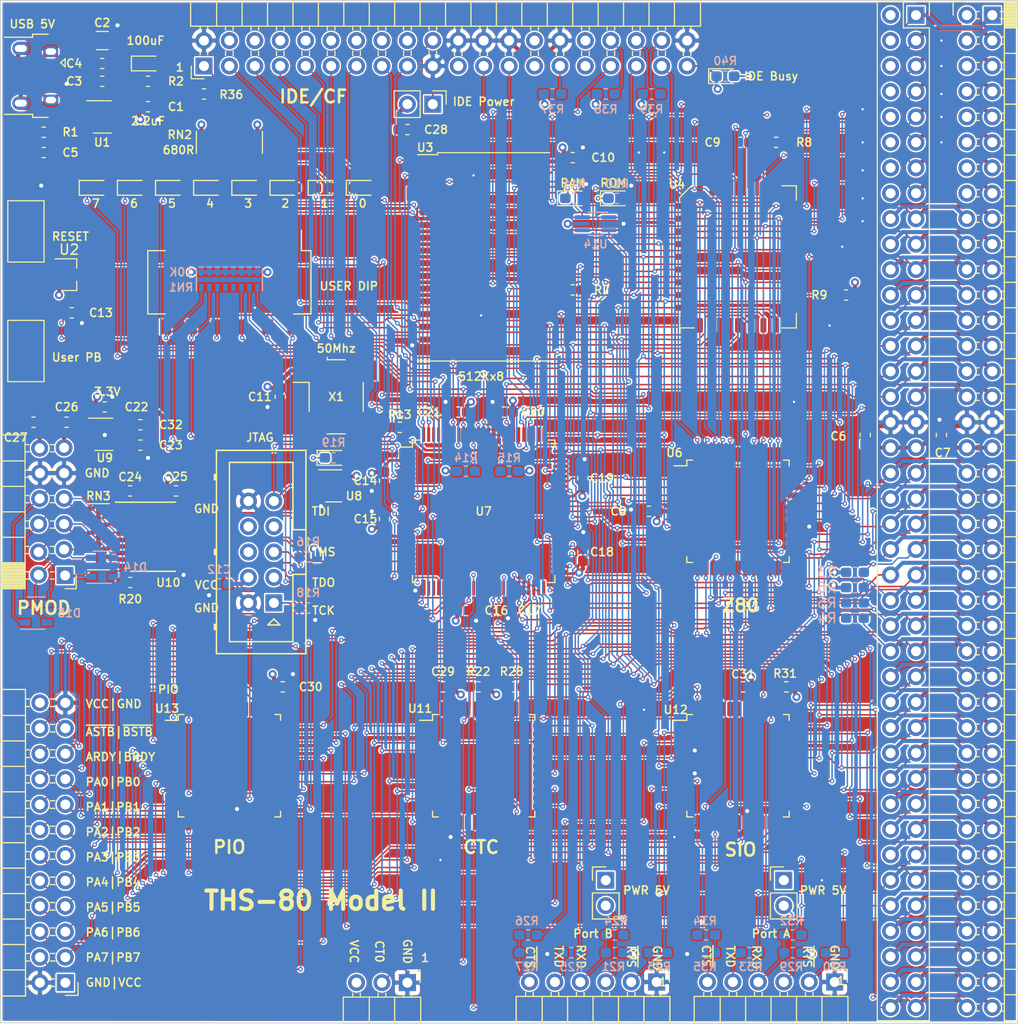
<source format=kicad_pcb>
(kicad_pcb (version 20171130) (host pcbnew "(5.1.5-19-gbf49d4be6)")
  (title_block (title THS-80) (date 2019-08-13) (rev 1.0) (company "Hyiger Designs"))
  (layers (0 F.Cu signal hide) (1 In1.Cu signal) (2 In2.Cu power hide) (31 B.Cu signal) (34 B.Paste user hide) (35 F.Paste user hide) (36 B.SilkS user) (37 F.SilkS user) (38 B.Mask user hide) (39 F.Mask user hide) (44 Edge.Cuts user))
  (net 0 "")
  (net 1 GND)
  (net 2 /~NMI)
  (net 3 /~WAIT)
  (net 4 /~INT)
  (net 5 /A15)
  (net 6 /A14)
  (net 7 /A13)
  (net 8 /A12)
  (net 9 /A11)
  (net 10 /A10)
  (net 11 /A9)
  (net 12 /A8)
  (net 13 /A7)
  (net 14 /A6)
  (net 15 /A5)
  (net 16 /A4)
  (net 17 /A3)
  (net 18 /A2)
  (net 19 /A1)
  (net 20 /A0)
  (net 21 /D7)
  (net 22 /D2)
  (net 23 /D6)
  (net 24 /D5)
  (net 25 /D3)
  (net 26 /D4)
  (net 27 /~IORQ)
  (net 28 /~RD)
  (net 29 /~WR)
  (net 30 /~MREQ)
  (net 31 /~M1)
  (net 32 /IEO)
  (net 33 /IEI)
  (net 34 /~RESET)
  (net 35 /~HALT)
  (net 36 /RXB)
  (net 37 /TXB)
  (net 38 /RXA)
  (net 39 /TXA)
  (net 40 /A16)
  (net 41 /A17)
  (net 42 /A18)
  (net 43 VCC)
  (net 44 /~PAGE)
  (net 45 /~RFSH)
  (net 46 "Net-(D2-Pad2)")
  (net 47 "Net-(D5-Pad2)")
  (net 48 "Net-(D6-Pad2)")
  (net 49 "Net-(D7-Pad2)")
  (net 50 "Net-(D8-Pad2)")
  (net 51 "Net-(D9-Pad2)")
  (net 52 "Net-(D10-Pad2)")
  (net 53 /USR6)
  (net 54 /USR5)
  (net 55 /D15)
  (net 56 /D14)
  (net 57 /D13)
  (net 58 /D12)
  (net 59 /D11)
  (net 60 /D10)
  (net 61 /D9)
  (net 62 /D8)
  (net 63 /A19)
  (net 64 /A20)
  (net 65 /A21)
  (net 66 /A22)
  (net 67 /A23)
  (net 68 /USR3)
  (net 69 /USR2)
  (net 70 /USR1)
  (net 71 "Net-(D2-Pad1)")
  (net 72 /CPLD/LED0)
  (net 73 /CPLD/LED1)
  (net 74 /CPLD/LED2)
  (net 75 /CPLD/LED3)
  (net 76 /CPLD/LED4)
  (net 77 /CPLD/LED5)
  (net 78 /CPLD/LED6)
  (net 79 /CPLD/LED7)
  (net 80 /CPLD/TDI)
  (net 81 /CPLD/TMS)
  (net 82 /CPLD/TDO)
  (net 83 /CPLD/TCK)
  (net 84 /Peripherals/~BSTB)
  (net 85 /Peripherals/~ASTB)
  (net 86 /Peripherals/BRDY)
  (net 87 /Peripherals/ARDY)
  (net 88 /Peripherals/PB0)
  (net 89 /Peripherals/PA0)
  (net 90 /Peripherals/PB1)
  (net 91 /Peripherals/PA1)
  (net 92 /Peripherals/PB2)
  (net 93 /Peripherals/PA2)
  (net 94 /Peripherals/PB3)
  (net 95 /Peripherals/PA3)
  (net 96 /Peripherals/PB4)
  (net 97 /Peripherals/PA4)
  (net 98 /Peripherals/PB5)
  (net 99 /Peripherals/PA5)
  (net 100 /Peripherals/PB6)
  (net 101 /Peripherals/PA6)
  (net 102 /Peripherals/PB7)
  (net 103 /Peripherals/PA7)
  (net 104 /CPLD/CLK)
  (net 105 /CPLD/PMOD1)
  (net 106 /CPLD/PMOD2)
  (net 107 /CPLD/PMOD3)
  (net 108 /CPLD/PMOD4)
  (net 109 /CPLD/PMOD7)
  (net 110 /Peripherals/~RTSB)
  (net 111 /Peripherals/~CTSB)
  (net 112 /Peripherals/~RTSA)
  (net 113 /Peripherals/~CTSA)
  (net 114 /CPLD/SW0)
  (net 115 /CPLD/SW1)
  (net 116 /CPLD/SW2)
  (net 117 /CPLD/SW3)
  (net 118 /CPLD/SW4)
  (net 119 /CPLD/SW5)
  (net 120 /CLK_U)
  (net 121 "Net-(D11-Pad2)")
  (net 122 /USR4)
  (net 123 /CLK)
  (net 124 /IDE_~CE~)
  (net 125 /SIO_~CE)
  (net 126 /PIO_~CE)
  (net 127 /CTC_~CE)
  (net 128 "Net-(D13-Pad2)")
  (net 129 "Net-(D13-Pad1)")
  (net 130 /D1)
  (net 131 /D0)
  (net 132 /~BUSRQ)
  (net 133 /~BUSAK)
  (net 134 "Net-(J8-Pad3)")
  (net 135 /ROM_~CE)
  (net 136 /RAM_~CE)
  (net 137 /CLK_CPU)
  (net 138 /Peripherals/IEO_0)
  (net 139 /Peripherals/IEO_1)
  (net 140 +3V3)
  (net 141 /CPLD/OE1)
  (net 142 /CPLD/PMOD/P7)
  (net 143 /CPLD/PMOD/P1)
  (net 144 /CPLD/PMOD/P2)
  (net 145 /CPLD/PMOD/P4)
  (net 146 /CPLD/PMOD/P3)
  (net 147 /CPLD/USER_PB)
  (net 148 /CPLD/PMOD/P8)
  (net 149 /CPLD/PMOD/P9)
  (net 150 /CPLD/PMOD/P10)
  (net 151 "Net-(RN3-Pad10)")
  (net 152 "Net-(RN3-Pad9)")
  (net 153 "Net-(RN3-Pad16)")
  (net 154 "Net-(RN3-Pad15)")
  (net 155 "Net-(RN3-Pad14)")
  (net 156 "Net-(RN3-Pad11)")
  (net 157 "Net-(RN3-Pad12)")
  (net 158 "Net-(RN3-Pad13)")
  (net 159 /CPLD/PMOD8)
  (net 160 /CPLD/PMOD9)
  (net 161 /CPLD/PMOD10)
  (net 162 /Peripherals/~ACTIVE)
  (net 163 /Peripherals/~RESET)
  (net 164 /IEO_2)
  (net 165 /CLK2)
  (net 166 /CT0)
  (net 167 /CT3)
  (net 168 /Peripherals/TB)
  (net 169 /Peripherals/RB)
  (net 170 /Peripherals/TA)
  (net 171 /Peripherals/RA)
  (net 172 /Peripherals/CTB)
  (net 173 /Peripherals/RTB)
  (net 174 /Peripherals/CTA)
  (net 175 /Peripherals/RTA)
  (net 176 "Net-(D16-Pad2)")
  (net 177 "Net-(C2-Pad1)")
  (net 178 "Net-(C5-Pad1)")
  (net 179 "Net-(D1-Pad1)")
  (net 180 "Net-(D3-Pad1)")
  (net 181 "Net-(D12-Pad2)")
  (net 182 "Net-(J7-Pad3)")
  (net 183 "Net-(J9-Pad38)")
  (net 184 "Net-(J9-Pad34)")
  (net 185 "Net-(J9-Pad29)")
  (net 186 "Net-(J9-Pad20)")
  (net 187 "Net-(R13-Pad1)")
  (net 188 "Net-(R14-Pad1)")
  (net 189 "Net-(C23-Pad1)")
  (net 190 "Net-(D3-Pad2)")
  (net 191 "Net-(J1-Pad3)")
  (net 192 "Net-(J1-Pad2)")
  (net 193 "Net-(J2-Pad16)")
  (net 194 "Net-(J2-Pad14)")
  (net 195 "Net-(J2-Pad12)")
  (net 196 "Net-(J2-Pad10)")
  (net 197 "Net-(J2-Pad8)")
  (net 198 "Net-(J2-Pad6)")
  (net 199 "Net-(J2-Pad4)")
  (net 200 "Net-(J2-Pad2)")
  (net 201 "Net-(J3-Pad16)")
  (net 202 "Net-(J3-Pad14)")
  (net 203 "Net-(J3-Pad12)")
  (net 204 "Net-(J3-Pad10)")
  (net 205 "Net-(J3-Pad8)")
  (net 206 "Net-(J3-Pad6)")
  (net 207 "Net-(J3-Pad4)")
  (net 208 "Net-(J3-Pad2)")
  (net 209 "Net-(J4-Pad8)")
  (net 210 "Net-(J4-Pad7)")
  (net 211 "Net-(J4-Pad6)")
  (net 212 "Net-(J9-Pad32)")
  (net 213 "Net-(J9-Pad31)")
  (net 214 "Net-(J9-Pad28)")
  (net 215 "Net-(J9-Pad27)")
  (net 216 "Net-(J9-Pad21)")
  (net 217 "Net-(J9-Pad18)")
  (net 218 "Net-(J9-Pad16)")
  (net 219 "Net-(J9-Pad14)")
  (net 220 "Net-(J9-Pad12)")
  (net 221 "Net-(J9-Pad10)")
  (net 222 "Net-(J9-Pad8)")
  (net 223 "Net-(J9-Pad6)")
  (net 224 "Net-(J9-Pad4)")
  (net 225 "Net-(R8-Pad2)")
  (net 226 "Net-(RN1-Pad5)")
  (net 227 "Net-(RN1-Pad4)")
  (net 228 "Net-(U1-Pad4)")
  (net 229 "Net-(U6-Pad39)")
  (net 230 "Net-(U6-Pad33)")
  (net 231 "Net-(U6-Pad17)")
  (net 232 "Net-(U6-Pad11)")
  (net 233 "Net-(U7-Pad78)")
  (net 234 "Net-(U7-Pad77)")
  (net 235 "Net-(U7-Pad72)")
  (net 236 "Net-(U7-Pad70)")
  (net 237 "Net-(U7-Pad55)")
  (net 238 "Net-(U7-Pad53)")
  (net 239 "Net-(U7-Pad50)")
  (net 240 "Net-(U7-Pad49)")
  (net 241 "Net-(U7-Pad37)")
  (net 242 "Net-(U7-Pad28)")
  (net 243 "Net-(U7-Pad27)")
  (net 244 "Net-(U7-Pad24)")
  (net 245 "Net-(U7-Pad22)")
  (net 246 "Net-(U7-Pad7)")
  (net 247 "Net-(U7-Pad5)")
  (net 248 "Net-(U7-Pad2)")
  (net 249 "Net-(U7-Pad1)")
  (net 250 "Net-(U11-Pad44)")
  (net 251 "Net-(U11-Pad42)")
  (net 252 "Net-(U11-Pad39)")
  (net 253 "Net-(U11-Pad38)")
  (net 254 "Net-(U11-Pad34)")
  (net 255 "Net-(U11-Pad30)")
  (net 256 "Net-(U11-Pad28)")
  (net 257 "Net-(U11-Pad26)")
  (net 258 "Net-(U11-Pad24)")
  (net 259 "Net-(U11-Pad20)")
  (net 260 "Net-(U11-Pad19)")
  (net 261 "Net-(U11-Pad17)")
  (net 262 "Net-(U11-Pad16)")
  (net 263 "Net-(U11-Pad15)")
  (net 264 "Net-(U11-Pad11)")
  (net 265 "Net-(U11-Pad7)")
  (net 266 "Net-(U11-Pad6)")
  (net 267 "Net-(U11-Pad5)")
  (net 268 "Net-(U12-Pad40)")
  (net 269 "Net-(U12-Pad39)")
  (net 270 "Net-(U12-Pad38)")
  (net 271 "Net-(U12-Pad28)")
  (net 272 "Net-(U12-Pad17)")
  (net 273 "Net-(U12-Pad16)")
  (net 274 "Net-(U12-Pad15)")
  (net 275 "Net-(U12-Pad10)")
  (net 276 "Net-(U12-Pad1)")
  (net 277 "Net-(U13-Pad39)")
  (net 278 "Net-(U13-Pad28)")
  (net 279 "Net-(U13-Pad2)")
  (module Resistor_SMD:R_0603_1608Metric_Pad1.05x0.95mm_HandSolder (layer B.Cu) (at 158.891 51.308 180)
    (fp_text reference R11 (at 0 1.43) (layer B.SilkS) (effects (font (size 0.8128 0.8128) (thickness 0.1524)) (justify mirror)))
    (fp_text value 1K)
    (pad 2 smd roundrect (at 0.875 0 180) (size 1.05 0.95) (layers B.Cu B.Paste B.Mask) (net 180 "Net-(D3-Pad1)"))
    (pad 1 smd roundrect (at -0.875 0 180) (size 1.05 0.95) (layers B.Cu B.Paste B.Mask) (net 1 GND))
  )
  (module Connector_PinHeader_2.54mm:PinHeader_2x20_P2.54mm_Horizontal (layer F.Cu) (at 121.92 38.1 90)
    (fp_text reference J9 hide)
    (fp_text value IDE)
    (pad 40 thru_hole oval (at 2.54 48.26 90) (size 1.7 1.7) (drill 1) (layers *.Cu *.Mask) (net 1 GND))
    (pad 39 thru_hole oval (at 0 48.26 90) (size 1.7 1.7) (drill 1) (layers *.Cu *.Mask) (net 162 /Peripherals/~ACTIVE))
    (pad 38 thru_hole oval (at 2.54 45.72 90) (size 1.7 1.7) (drill 1) (layers *.Cu *.Mask) (net 183 "Net-(J9-Pad38)"))
    (pad 37 thru_hole oval (at 0 45.72 90) (size 1.7 1.7) (drill 1) (layers *.Cu *.Mask) (net 124 /IDE_~CE~))
    (pad 36 thru_hole oval (at 2.54 43.18 90) (size 1.7 1.7) (drill 1) (layers *.Cu *.Mask) (net 18 /A2))
    (pad 35 thru_hole oval (at 0 43.18 90) (size 1.7 1.7) (drill 1) (layers *.Cu *.Mask) (net 20 /A0))
    (pad 34 thru_hole oval (at 2.54 40.64 90) (size 1.7 1.7) (drill 1) (layers *.Cu *.Mask) (net 184 "Net-(J9-Pad34)"))
    (pad 33 thru_hole oval (at 0 40.64 90) (size 1.7 1.7) (drill 1) (layers *.Cu *.Mask) (net 19 /A1))
    (pad 32 thru_hole oval (at 2.54 38.1 90) (size 1.7 1.7) (drill 1) (layers *.Cu *.Mask) (net 212 "Net-(J9-Pad32)"))
    (pad 31 thru_hole oval (at 0 38.1 90) (size 1.7 1.7) (drill 1) (layers *.Cu *.Mask) (net 213 "Net-(J9-Pad31)"))
    (pad 30 thru_hole oval (at 2.54 35.56 90) (size 1.7 1.7) (drill 1) (layers *.Cu *.Mask) (net 1 GND))
    (pad 29 thru_hole oval (at 0 35.56 90) (size 1.7 1.7) (drill 1) (layers *.Cu *.Mask) (net 185 "Net-(J9-Pad29)"))
    (pad 28 thru_hole oval (at 2.54 33.02 90) (size 1.7 1.7) (drill 1) (layers *.Cu *.Mask) (net 214 "Net-(J9-Pad28)"))
    (pad 27 thru_hole oval (at 0 33.02 90) (size 1.7 1.7) (drill 1) (layers *.Cu *.Mask) (net 215 "Net-(J9-Pad27)"))
    (pad 26 thru_hole oval (at 2.54 30.48 90) (size 1.7 1.7) (drill 1) (layers *.Cu *.Mask) (net 1 GND))
    (pad 25 thru_hole oval (at 0 30.48 90) (size 1.7 1.7) (drill 1) (layers *.Cu *.Mask) (net 28 /~RD))
    (pad 24 thru_hole oval (at 2.54 27.94 90) (size 1.7 1.7) (drill 1) (layers *.Cu *.Mask) (net 1 GND))
    (pad 23 thru_hole oval (at 0 27.94 90) (size 1.7 1.7) (drill 1) (layers *.Cu *.Mask) (net 29 /~WR))
    (pad 22 thru_hole oval (at 2.54 25.4 90) (size 1.7 1.7) (drill 1) (layers *.Cu *.Mask) (net 1 GND))
    (pad 21 thru_hole oval (at 0 25.4 90) (size 1.7 1.7) (drill 1) (layers *.Cu *.Mask) (net 216 "Net-(J9-Pad21)"))
    (pad 20 thru_hole oval (at 2.54 22.86 90) (size 1.7 1.7) (drill 1) (layers *.Cu *.Mask) (net 186 "Net-(J9-Pad20)"))
    (pad 19 thru_hole oval (at 0 22.86 90) (size 1.7 1.7) (drill 1) (layers *.Cu *.Mask) (net 1 GND))
    (pad 18 thru_hole oval (at 2.54 20.32 90) (size 1.7 1.7) (drill 1) (layers *.Cu *.Mask) (net 217 "Net-(J9-Pad18)"))
    (pad 17 thru_hole oval (at 0 20.32 90) (size 1.7 1.7) (drill 1) (layers *.Cu *.Mask) (net 131 /D0))
    (pad 16 thru_hole oval (at 2.54 17.78 90) (size 1.7 1.7) (drill 1) (layers *.Cu *.Mask) (net 218 "Net-(J9-Pad16)"))
    (pad 15 thru_hole oval (at 0 17.78 90) (size 1.7 1.7) (drill 1) (layers *.Cu *.Mask) (net 130 /D1))
    (pad 14 thru_hole oval (at 2.54 15.24 90) (size 1.7 1.7) (drill 1) (layers *.Cu *.Mask) (net 219 "Net-(J9-Pad14)"))
    (pad 13 thru_hole oval (at 0 15.24 90) (size 1.7 1.7) (drill 1) (layers *.Cu *.Mask) (net 22 /D2))
    (pad 12 thru_hole oval (at 2.54 12.7 90) (size 1.7 1.7) (drill 1) (layers *.Cu *.Mask) (net 220 "Net-(J9-Pad12)"))
    (pad 11 thru_hole oval (at 0 12.7 90) (size 1.7 1.7) (drill 1) (layers *.Cu *.Mask) (net 25 /D3))
    (pad 10 thru_hole oval (at 2.54 10.16 90) (size 1.7 1.7) (drill 1) (layers *.Cu *.Mask) (net 221 "Net-(J9-Pad10)"))
    (pad 9 thru_hole oval (at 0 10.16 90) (size 1.7 1.7) (drill 1) (layers *.Cu *.Mask) (net 26 /D4))
    (pad 8 thru_hole oval (at 2.54 7.62 90) (size 1.7 1.7) (drill 1) (layers *.Cu *.Mask) (net 222 "Net-(J9-Pad8)"))
    (pad 7 thru_hole oval (at 0 7.62 90) (size 1.7 1.7) (drill 1) (layers *.Cu *.Mask) (net 24 /D5))
    (pad 6 thru_hole oval (at 2.54 5.08 90) (size 1.7 1.7) (drill 1) (layers *.Cu *.Mask) (net 223 "Net-(J9-Pad6)"))
    (pad 5 thru_hole oval (at 0 5.08 90) (size 1.7 1.7) (drill 1) (layers *.Cu *.Mask) (net 23 /D6))
    (pad 4 thru_hole oval (at 2.54 2.54 90) (size 1.7 1.7) (drill 1) (layers *.Cu *.Mask) (net 224 "Net-(J9-Pad4)"))
    (pad 3 thru_hole oval (at 0 2.54 90) (size 1.7 1.7) (drill 1) (layers *.Cu *.Mask) (net 21 /D7))
    (pad 2 thru_hole oval (at 2.54 0 90) (size 1.7 1.7) (drill 1) (layers *.Cu *.Mask) (net 1 GND))
    (pad 1 thru_hole rect (at 0 0 90) (size 1.7 1.7) (drill 1) (layers *.Cu *.Mask) (net 163 /Peripherals/~RESET))
  )
  (module Package_TO_SOT_SMD:SOT-363_SC-70-6_Handsoldering (layer B.Cu) (at 161.036 53.848 180)
    (fp_text reference U14 (at 0 -2.032) (layer B.SilkS) (effects (font (size 0.8128 0.8128) (thickness 0.1524)) (justify mirror)))
    (fp_text value 74AHCT2G04)
    (pad 6 smd rect (at 1.33 0.65 180) (size 1.5 0.4) (layers B.Cu B.Paste B.Mask) (net 190 "Net-(D3-Pad2)"))
    (pad 5 smd rect (at 1.33 0 180) (size 1.5 0.4) (layers B.Cu B.Paste B.Mask) (net 43 VCC))
    (pad 4 smd rect (at 1.33 -0.65 180) (size 1.5 0.4) (layers B.Cu B.Paste B.Mask) (net 46 "Net-(D2-Pad2)"))
    (pad 3 smd rect (at -1.33 -0.65 180) (size 1.5 0.4) (layers B.Cu B.Paste B.Mask) (net 135 /ROM_~CE))
    (pad 2 smd rect (at -1.33 0 180) (size 1.5 0.4) (layers B.Cu B.Paste B.Mask) (net 1 GND))
    (pad 1 smd rect (at -1.33 0.65 180) (size 1.5 0.4) (layers B.Cu B.Paste B.Mask) (net 136 /RAM_~CE))
  )
  (module Resistor_SMD:R_0603_1608Metric_Pad1.05x0.95mm_HandSolder (layer B.Cu) (at 163.195 51.308 180)
    (fp_text reference R10 (at 0 1.43) (layer B.SilkS) (effects (font (size 0.8128 0.8128) (thickness 0.1524)) (justify mirror)))
    (fp_text value 1K)
    (pad 2 smd roundrect (at 0.875 0 180) (size 1.05 0.95) (layers B.Cu B.Paste B.Mask) (net 71 "Net-(D2-Pad1)"))
    (pad 1 smd roundrect (at -0.875 0 180) (size 1.05 0.95) (layers B.Cu B.Paste B.Mask) (net 1 GND))
  )
  (module LED_SMD:LED_0603_1608Metric_Pad1.05x0.95mm_HandSolder (layer F.Cu) (at 163.195 51.308)
    (fp_text reference D2 hide)
    (fp_text value GRN)
    (pad 2 smd roundrect (at 0.875 0) (size 1.05 0.95) (layers F.Cu F.Paste F.Mask) (net 46 "Net-(D2-Pad2)"))
    (pad 1 smd roundrect (at -0.875 0) (size 1.05 0.95) (layers F.Cu F.Paste F.Mask) (net 71 "Net-(D2-Pad1)"))
  )
  (module Package_TO_SOT_SMD:SOT-23-5 (layer F.Cu) (at 111.93 74.864)
    (fp_text reference U9 (at 0.084 2.352) (layer F.SilkS) (effects (font (size 0.8128 0.8128) (thickness 0.1524))))
    (fp_text value LP2985-3.3)
    (pad 5 smd rect (at 1.1 -0.95) (size 1.06 0.65) (layers F.Cu F.Paste F.Mask) (net 140 +3V3))
    (pad 4 smd rect (at 1.1 0.95) (size 1.06 0.65) (layers F.Cu F.Paste F.Mask) (net 189 "Net-(C23-Pad1)"))
    (pad 3 smd rect (at -1.1 0.95) (size 1.06 0.65) (layers F.Cu F.Paste F.Mask) (net 43 VCC))
    (pad 2 smd rect (at -1.1 0) (size 1.06 0.65) (layers F.Cu F.Paste F.Mask) (net 1 GND))
    (pad 1 smd rect (at -1.1 -0.95) (size 1.06 0.65) (layers F.Cu F.Paste F.Mask) (net 43 VCC))
  )
  (module Capacitor_SMD:C_0603_1608Metric_Pad1.05x0.95mm_HandSolder (layer F.Cu) (at 115.57 73.914)
    (fp_text reference C32 (at 3.048 0) (layer F.SilkS) (effects (font (size 0.8128 0.8128) (thickness 0.1524))))
    (fp_text value 1uF)
    (pad 2 smd roundrect (at 0.875 0) (size 1.05 0.95) (layers F.Cu F.Paste F.Mask) (net 1 GND))
    (pad 1 smd roundrect (at -0.875 0) (size 1.05 0.95) (layers F.Cu F.Paste F.Mask) (net 140 +3V3))
  )
  (module Package_TO_SOT_SMD:SOT-23 (layer F.Cu) (at 108.458 58.928)
    (fp_text reference U2 (at 0 -2.5) (layer F.SilkS))
    (fp_text value DS1813R-5+T&R)
    (pad 3 smd rect (at 1 0) (size 0.9 0.8) (layers F.Cu F.Paste F.Mask) (net 1 GND))
    (pad 2 smd rect (at -1 0.95) (size 0.9 0.8) (layers F.Cu F.Paste F.Mask) (net 43 VCC))
    (pad 1 smd rect (at -1 -0.95) (size 0.9 0.8) (layers F.Cu F.Paste F.Mask) (net 34 /~RESET))
  )
  (module Button_Switch_SMD:SW_SPST_FSMSM (layer F.Cu) (at 104.14 54.61 90)
    (fp_text reference SW1 hide)
    (fp_text value Reset)
    (pad 2 smd rect (at 4.59 0 90) (size 2.18 1.6) (layers F.Cu F.Paste F.Mask) (net 1 GND))
    (pad 1 smd rect (at -4.59 0 90) (size 2.18 1.6) (layers F.Cu F.Paste F.Mask) (net 34 /~RESET))
  )
  (module Resistor_SMD:R_0603_1608Metric_Pad1.05x0.95mm_HandSolder (layer B.Cu) (at 186.944 90.17)
    (fp_text reference R6 (at -2.794 0) (layer B.SilkS) (effects (justify mirror)))
    (fp_text value 10K)
    (pad 2 smd roundrect (at 0.875 0) (size 1.05 0.95) (layers B.Cu B.Paste B.Mask) (net 132 /~BUSRQ))
    (pad 1 smd roundrect (at -0.875 0) (size 1.05 0.95) (layers B.Cu B.Paste B.Mask) (net 43 VCC))
  )
  (module Resistor_SMD:R_0603_1608Metric_Pad1.05x0.95mm_HandSolder (layer B.Cu) (at 186.944 91.694)
    (fp_text reference R5 (at -2.794 0) (layer B.SilkS) (effects (justify mirror)))
    (fp_text value 10K)
    (pad 2 smd roundrect (at 0.875 0) (size 1.05 0.95) (layers B.Cu B.Paste B.Mask) (net 3 /~WAIT))
    (pad 1 smd roundrect (at -0.875 0) (size 1.05 0.95) (layers B.Cu B.Paste B.Mask) (net 43 VCC))
  )
  (module Resistor_SMD:R_0603_1608Metric_Pad1.05x0.95mm_HandSolder (layer B.Cu) (at 186.944 93.218)
    (fp_text reference R4 (at -2.794 0) (layer B.SilkS) (effects (justify mirror)))
    (fp_text value 10K)
    (pad 2 smd roundrect (at 0.875 0) (size 1.05 0.95) (layers B.Cu B.Paste B.Mask) (net 2 /~NMI))
    (pad 1 smd roundrect (at -0.875 0) (size 1.05 0.95) (layers B.Cu B.Paste B.Mask) (net 43 VCC))
  )
  (module Resistor_SMD:R_0603_1608Metric_Pad1.05x0.95mm_HandSolder (layer B.Cu) (at 186.944 88.646)
    (fp_text reference R3 (at -2.794 0) (layer B.SilkS) (effects (justify mirror)))
    (fp_text value 10K)
    (pad 2 smd roundrect (at 0.875 0) (size 1.05 0.95) (layers B.Cu B.Paste B.Mask) (net 4 /~INT))
    (pad 1 smd roundrect (at -0.875 0) (size 1.05 0.95) (layers B.Cu B.Paste B.Mask) (net 43 VCC))
  )
  (module Package_LCC:PLCC-32_11.4x14.0mm_P1.27mm (layer F.Cu) (at 175.26 57.15)
    (fp_text reference U4 (at -6.096 -7.239) (layer F.SilkS) (effects (font (size 0.8128 0.8128) (thickness 0.1524))))
    (fp_text value SST39SF040)
    (pad 32 smd roundrect (at 1.27 -6.8375) (size 0.6 1.475) (layers F.Cu F.Paste F.Mask) (net 43 VCC))
    (pad 31 smd roundrect (at 2.54 -6.8375) (size 0.6 1.475) (layers F.Cu F.Paste F.Mask) (net 225 "Net-(R8-Pad2)"))
    (pad 30 smd roundrect (at 3.81 -6.8375) (size 0.6 1.475) (layers F.Cu F.Paste F.Mask) (net 41 /A17))
    (pad 29 smd roundrect (at 5.5625 -5.08) (size 1.475 0.6) (layers F.Cu F.Paste F.Mask) (net 6 /A14))
    (pad 28 smd roundrect (at 5.5625 -3.81) (size 1.475 0.6) (layers F.Cu F.Paste F.Mask) (net 7 /A13))
    (pad 27 smd roundrect (at 5.5625 -2.54) (size 1.475 0.6) (layers F.Cu F.Paste F.Mask) (net 12 /A8))
    (pad 26 smd roundrect (at 5.5625 -1.27) (size 1.475 0.6) (layers F.Cu F.Paste F.Mask) (net 11 /A9))
    (pad 25 smd roundrect (at 5.5625 0) (size 1.475 0.6) (layers F.Cu F.Paste F.Mask) (net 9 /A11))
    (pad 24 smd roundrect (at 5.5625 1.27) (size 1.475 0.6) (layers F.Cu F.Paste F.Mask) (net 28 /~RD))
    (pad 23 smd roundrect (at 5.5625 2.54) (size 1.475 0.6) (layers F.Cu F.Paste F.Mask) (net 10 /A10))
    (pad 22 smd roundrect (at 5.5625 3.81) (size 1.475 0.6) (layers F.Cu F.Paste F.Mask) (net 135 /ROM_~CE))
    (pad 21 smd roundrect (at 5.5625 5.08) (size 1.475 0.6) (layers F.Cu F.Paste F.Mask) (net 21 /D7))
    (pad 20 smd roundrect (at 3.81 6.8375) (size 0.6 1.475) (layers F.Cu F.Paste F.Mask) (net 23 /D6))
    (pad 19 smd roundrect (at 2.54 6.8375) (size 0.6 1.475) (layers F.Cu F.Paste F.Mask) (net 24 /D5))
    (pad 18 smd roundrect (at 1.27 6.8375) (size 0.6 1.475) (layers F.Cu F.Paste F.Mask) (net 26 /D4))
    (pad 17 smd roundrect (at 0 6.8375) (size 0.6 1.475) (layers F.Cu F.Paste F.Mask) (net 25 /D3))
    (pad 16 smd roundrect (at -1.27 6.8375) (size 0.6 1.475) (layers F.Cu F.Paste F.Mask) (net 1 GND))
    (pad 15 smd roundrect (at -2.54 6.8375) (size 0.6 1.475) (layers F.Cu F.Paste F.Mask) (net 22 /D2))
    (pad 14 smd roundrect (at -3.81 6.8375) (size 0.6 1.475) (layers F.Cu F.Paste F.Mask) (net 130 /D1))
    (pad 13 smd roundrect (at -5.5625 5.08) (size 1.475 0.6) (layers F.Cu F.Paste F.Mask) (net 131 /D0))
    (pad 12 smd roundrect (at -5.5625 3.81) (size 1.475 0.6) (layers F.Cu F.Paste F.Mask) (net 20 /A0))
    (pad 11 smd roundrect (at -5.5625 2.54) (size 1.475 0.6) (layers F.Cu F.Paste F.Mask) (net 19 /A1))
    (pad 10 smd roundrect (at -5.5625 1.27) (size 1.475 0.6) (layers F.Cu F.Paste F.Mask) (net 18 /A2))
    (pad 9 smd roundrect (at -5.5625 0) (size 1.475 0.6) (layers F.Cu F.Paste F.Mask) (net 17 /A3))
    (pad 8 smd roundrect (at -5.5625 -1.27) (size 1.475 0.6) (layers F.Cu F.Paste F.Mask) (net 16 /A4))
    (pad 7 smd roundrect (at -5.5625 -2.54) (size 1.475 0.6) (layers F.Cu F.Paste F.Mask) (net 15 /A5))
    (pad 6 smd roundrect (at -5.5625 -3.81) (size 1.475 0.6) (layers F.Cu F.Paste F.Mask) (net 14 /A6))
    (pad 5 smd roundrect (at -5.5625 -5.08) (size 1.475 0.6) (layers F.Cu F.Paste F.Mask) (net 13 /A7))
    (pad 4 smd roundrect (at -3.81 -6.8375) (size 0.6 1.475) (layers F.Cu F.Paste F.Mask) (net 8 /A12))
    (pad 3 smd roundrect (at -2.54 -6.8375) (size 0.6 1.475) (layers F.Cu F.Paste F.Mask) (net 5 /A15))
    (pad 2 smd roundrect (at -1.27 -6.8375) (size 0.6 1.475) (layers F.Cu F.Paste F.Mask) (net 40 /A16))
    (pad 1 smd roundrect (at 0 -6.8375) (size 0.6 1.475) (layers F.Cu F.Paste F.Mask) (net 42 /A18))
  )
  (module Connector_PinSocket_2.54mm:PinSocket_2x40_P2.54mm_Vertical (layer F.Cu) (at 193.04 33.02)
    (fp_text reference J2 hide)
    (fp_text value "RC80 Bus")
    (pad 80 thru_hole oval (at -2.54 99.06) (size 1.7 1.7) (drill 1) (layers *.Cu *.Mask) (net 32 /IEO))
    (pad 79 thru_hole oval (at 0 99.06) (size 1.7 1.7) (drill 1) (layers *.Cu *.Mask) (net 33 /IEI))
    (pad 78 thru_hole oval (at -2.54 96.52) (size 1.7 1.7) (drill 1) (layers *.Cu *.Mask) (net 53 /USR6))
    (pad 77 thru_hole oval (at 0 96.52) (size 1.7 1.7) (drill 1) (layers *.Cu *.Mask) (net 68 /USR3))
    (pad 76 thru_hole oval (at -2.54 93.98) (size 1.7 1.7) (drill 1) (layers *.Cu *.Mask) (net 54 /USR5))
    (pad 75 thru_hole oval (at 0 93.98) (size 1.7 1.7) (drill 1) (layers *.Cu *.Mask) (net 69 /USR2))
    (pad 74 thru_hole oval (at -2.54 91.44) (size 1.7 1.7) (drill 1) (layers *.Cu *.Mask) (net 122 /USR4))
    (pad 73 thru_hole oval (at 0 91.44) (size 1.7 1.7) (drill 1) (layers *.Cu *.Mask) (net 70 /USR1))
    (pad 72 thru_hole oval (at -2.54 88.9) (size 1.7 1.7) (drill 1) (layers *.Cu *.Mask) (net 36 /RXB))
    (pad 71 thru_hole oval (at 0 88.9) (size 1.7 1.7) (drill 1) (layers *.Cu *.Mask) (net 38 /RXA))
    (pad 70 thru_hole oval (at -2.54 86.36) (size 1.7 1.7) (drill 1) (layers *.Cu *.Mask) (net 37 /TXB))
    (pad 69 thru_hole oval (at 0 86.36) (size 1.7 1.7) (drill 1) (layers *.Cu *.Mask) (net 39 /TXA))
    (pad 68 thru_hole oval (at -2.54 83.82) (size 1.7 1.7) (drill 1) (layers *.Cu *.Mask) (net 55 /D15))
    (pad 67 thru_hole oval (at 0 83.82) (size 1.7 1.7) (drill 1) (layers *.Cu *.Mask) (net 21 /D7))
    (pad 66 thru_hole oval (at -2.54 81.28) (size 1.7 1.7) (drill 1) (layers *.Cu *.Mask) (net 56 /D14))
    (pad 65 thru_hole oval (at 0 81.28) (size 1.7 1.7) (drill 1) (layers *.Cu *.Mask) (net 23 /D6))
    (pad 64 thru_hole oval (at -2.54 78.74) (size 1.7 1.7) (drill 1) (layers *.Cu *.Mask) (net 57 /D13))
    (pad 63 thru_hole oval (at 0 78.74) (size 1.7 1.7) (drill 1) (layers *.Cu *.Mask) (net 24 /D5))
    (pad 62 thru_hole oval (at -2.54 76.2) (size 1.7 1.7) (drill 1) (layers *.Cu *.Mask) (net 58 /D12))
    (pad 61 thru_hole oval (at 0 76.2) (size 1.7 1.7) (drill 1) (layers *.Cu *.Mask) (net 26 /D4))
    (pad 60 thru_hole oval (at -2.54 73.66) (size 1.7 1.7) (drill 1) (layers *.Cu *.Mask) (net 59 /D11))
    (pad 59 thru_hole oval (at 0 73.66) (size 1.7 1.7) (drill 1) (layers *.Cu *.Mask) (net 25 /D3))
    (pad 58 thru_hole oval (at -2.54 71.12) (size 1.7 1.7) (drill 1) (layers *.Cu *.Mask) (net 60 /D10))
    (pad 57 thru_hole oval (at 0 71.12) (size 1.7 1.7) (drill 1) (layers *.Cu *.Mask) (net 22 /D2))
    (pad 56 thru_hole oval (at -2.54 68.58) (size 1.7 1.7) (drill 1) (layers *.Cu *.Mask) (net 61 /D9))
    (pad 55 thru_hole oval (at 0 68.58) (size 1.7 1.7) (drill 1) (layers *.Cu *.Mask) (net 130 /D1))
    (pad 54 thru_hole oval (at -2.54 66.04) (size 1.7 1.7) (drill 1) (layers *.Cu *.Mask) (net 62 /D8))
    (pad 53 thru_hole oval (at 0 66.04) (size 1.7 1.7) (drill 1) (layers *.Cu *.Mask) (net 131 /D0))
    (pad 52 thru_hole oval (at -2.54 63.5) (size 1.7 1.7) (drill 1) (layers *.Cu *.Mask) (net 2 /~NMI))
    (pad 51 thru_hole oval (at 0 63.5) (size 1.7 1.7) (drill 1) (layers *.Cu *.Mask) (net 27 /~IORQ))
    (pad 50 thru_hole oval (at -2.54 60.96) (size 1.7 1.7) (drill 1) (layers *.Cu *.Mask) (net 3 /~WAIT))
    (pad 49 thru_hole oval (at 0 60.96) (size 1.7 1.7) (drill 1) (layers *.Cu *.Mask) (net 28 /~RD))
    (pad 48 thru_hole oval (at -2.54 58.42) (size 1.7 1.7) (drill 1) (layers *.Cu *.Mask) (net 132 /~BUSRQ))
    (pad 47 thru_hole oval (at 0 58.42) (size 1.7 1.7) (drill 1) (layers *.Cu *.Mask) (net 29 /~WR))
    (pad 46 thru_hole oval (at -2.54 55.88) (size 1.7 1.7) (drill 1) (layers *.Cu *.Mask) (net 35 /~HALT))
    (pad 45 thru_hole oval (at 0 55.88) (size 1.7 1.7) (drill 1) (layers *.Cu *.Mask) (net 30 /~MREQ))
    (pad 44 thru_hole oval (at -2.54 53.34) (size 1.7 1.7) (drill 1) (layers *.Cu *.Mask) (net 133 /~BUSAK))
    (pad 43 thru_hole oval (at 0 53.34) (size 1.7 1.7) (drill 1) (layers *.Cu *.Mask) (net 4 /~INT))
    (pad 42 thru_hole oval (at -2.54 50.8) (size 1.7 1.7) (drill 1) (layers *.Cu *.Mask) (net 165 /CLK2))
    (pad 41 thru_hole oval (at 0 50.8) (size 1.7 1.7) (drill 1) (layers *.Cu *.Mask) (net 123 /CLK))
    (pad 40 thru_hole oval (at -2.54 48.26) (size 1.7 1.7) (drill 1) (layers *.Cu *.Mask) (net 44 /~PAGE))
    (pad 39 thru_hole oval (at 0 48.26) (size 1.7 1.7) (drill 1) (layers *.Cu *.Mask) (net 34 /~RESET))
    (pad 38 thru_hole oval (at -2.54 45.72) (size 1.7 1.7) (drill 1) (layers *.Cu *.Mask) (net 45 /~RFSH))
    (pad 37 thru_hole oval (at 0 45.72) (size 1.7 1.7) (drill 1) (layers *.Cu *.Mask) (net 31 /~M1))
    (pad 36 thru_hole oval (at -2.54 43.18) (size 1.7 1.7) (drill 1) (layers *.Cu *.Mask) (net 43 VCC))
    (pad 35 thru_hole oval (at 0 43.18) (size 1.7 1.7) (drill 1) (layers *.Cu *.Mask) (net 43 VCC))
    (pad 34 thru_hole oval (at -2.54 40.64) (size 1.7 1.7) (drill 1) (layers *.Cu *.Mask) (net 1 GND))
    (pad 33 thru_hole oval (at 0 40.64) (size 1.7 1.7) (drill 1) (layers *.Cu *.Mask) (net 1 GND))
    (pad 32 thru_hole oval (at -2.54 38.1) (size 1.7 1.7) (drill 1) (layers *.Cu *.Mask) (net 40 /A16))
    (pad 31 thru_hole oval (at 0 38.1) (size 1.7 1.7) (drill 1) (layers *.Cu *.Mask) (net 20 /A0))
    (pad 30 thru_hole oval (at -2.54 35.56) (size 1.7 1.7) (drill 1) (layers *.Cu *.Mask) (net 41 /A17))
    (pad 29 thru_hole oval (at 0 35.56) (size 1.7 1.7) (drill 1) (layers *.Cu *.Mask) (net 19 /A1))
    (pad 28 thru_hole oval (at -2.54 33.02) (size 1.7 1.7) (drill 1) (layers *.Cu *.Mask) (net 42 /A18))
    (pad 27 thru_hole oval (at 0 33.02) (size 1.7 1.7) (drill 1) (layers *.Cu *.Mask) (net 18 /A2))
    (pad 26 thru_hole oval (at -2.54 30.48) (size 1.7 1.7) (drill 1) (layers *.Cu *.Mask) (net 63 /A19))
    (pad 25 thru_hole oval (at 0 30.48) (size 1.7 1.7) (drill 1) (layers *.Cu *.Mask) (net 17 /A3))
    (pad 24 thru_hole oval (at -2.54 27.94) (size 1.7 1.7) (drill 1) (layers *.Cu *.Mask) (net 64 /A20))
    (pad 23 thru_hole oval (at 0 27.94) (size 1.7 1.7) (drill 1) (layers *.Cu *.Mask) (net 16 /A4))
    (pad 22 thru_hole oval (at -2.54 25.4) (size 1.7 1.7) (drill 1) (layers *.Cu *.Mask) (net 65 /A21))
    (pad 21 thru_hole oval (at 0 25.4) (size 1.7 1.7) (drill 1) (layers *.Cu *.Mask) (net 15 /A5))
    (pad 20 thru_hole oval (at -2.54 22.86) (size 1.7 1.7) (drill 1) (layers *.Cu *.Mask) (net 66 /A22))
    (pad 19 thru_hole oval (at 0 22.86) (size 1.7 1.7) (drill 1) (layers *.Cu *.Mask) (net 14 /A6))
    (pad 18 thru_hole oval (at -2.54 20.32) (size 1.7 1.7) (drill 1) (layers *.Cu *.Mask) (net 67 /A23))
    (pad 17 thru_hole oval (at 0 20.32) (size 1.7 1.7) (drill 1) (layers *.Cu *.Mask) (net 13 /A7))
    (pad 16 thru_hole oval (at -2.54 17.78) (size 1.7 1.7) (drill 1) (layers *.Cu *.Mask) (net 193 "Net-(J2-Pad16)"))
    (pad 15 thru_hole oval (at 0 17.78) (size 1.7 1.7) (drill 1) (layers *.Cu *.Mask) (net 12 /A8))
    (pad 14 thru_hole oval (at -2.54 15.24) (size 1.7 1.7) (drill 1) (layers *.Cu *.Mask) (net 194 "Net-(J2-Pad14)"))
    (pad 13 thru_hole oval (at 0 15.24) (size 1.7 1.7) (drill 1) (layers *.Cu *.Mask) (net 11 /A9))
    (pad 12 thru_hole oval (at -2.54 12.7) (size 1.7 1.7) (drill 1) (layers *.Cu *.Mask) (net 195 "Net-(J2-Pad12)"))
    (pad 11 thru_hole oval (at 0 12.7) (size 1.7 1.7) (drill 1) (layers *.Cu *.Mask) (net 10 /A10))
    (pad 10 thru_hole oval (at -2.54 10.16) (size 1.7 1.7) (drill 1) (layers *.Cu *.Mask) (net 196 "Net-(J2-Pad10)"))
    (pad 9 thru_hole oval (at 0 10.16) (size 1.7 1.7) (drill 1) (layers *.Cu *.Mask) (net 9 /A11))
    (pad 8 thru_hole oval (at -2.54 7.62) (size 1.7 1.7) (drill 1) (layers *.Cu *.Mask) (net 197 "Net-(J2-Pad8)"))
    (pad 7 thru_hole oval (at 0 7.62) (size 1.7 1.7) (drill 1) (layers *.Cu *.Mask) (net 8 /A12))
    (pad 6 thru_hole oval (at -2.54 5.08) (size 1.7 1.7) (drill 1) (layers *.Cu *.Mask) (net 198 "Net-(J2-Pad6)"))
    (pad 5 thru_hole oval (at 0 5.08) (size 1.7 1.7) (drill 1) (layers *.Cu *.Mask) (net 7 /A13))
    (pad 4 thru_hole oval (at -2.54 2.54) (size 1.7 1.7) (drill 1) (layers *.Cu *.Mask) (net 199 "Net-(J2-Pad4)"))
    (pad 3 thru_hole oval (at 0 2.54) (size 1.7 1.7) (drill 1) (layers *.Cu *.Mask) (net 6 /A14))
    (pad 2 thru_hole oval (at -2.54 0) (size 1.7 1.7) (drill 1) (layers *.Cu *.Mask) (net 200 "Net-(J2-Pad2)"))
    (pad 1 thru_hole rect (at 0 0) (size 1.7 1.7) (drill 1) (layers *.Cu *.Mask) (net 5 /A15))
  )
  (module Capacitor_SMD:C_0603_1608Metric_Pad1.05x0.95mm_HandSolder (layer F.Cu) (at 187.96 74.93 90)
    (fp_text reference C6 (at -0.127 -2.667 180) (layer F.SilkS) (effects (font (size 0.8128 0.8128) (thickness 0.1524))))
    (fp_text value 100nF)
    (pad 2 smd roundrect (at 0.875 0 90) (size 1.05 0.95) (layers F.Cu F.Paste F.Mask) (net 1 GND))
    (pad 1 smd roundrect (at -0.875 0 90) (size 1.05 0.95) (layers F.Cu F.Paste F.Mask) (net 43 VCC))
  )
  (module Resistor_SMD:R_0603_1608Metric_Pad1.05x0.95mm_HandSolder (layer B.Cu) (at 176.403 126.619)
    (fp_text reference R33 (at 0.127 1.397) (layer B.SilkS) (effects (font (size 0.8128 0.8128) (thickness 0.1524)) (justify mirror)))
    (fp_text value 2K2)
    (pad 2 smd roundrect (at 0.875 0) (size 1.05 0.95) (layers B.Cu B.Paste B.Mask) (net 37 /TXB))
    (pad 1 smd roundrect (at -0.875 0) (size 1.05 0.95) (layers B.Cu B.Paste B.Mask) (net 168 /Peripherals/TB))
  )
  (module Package_QFP:LQFP-44_10x10mm_P0.8mm (layer F.Cu) (at 175.26 82.55)
    (fp_text reference U6 (at -6.35 -5.842) (layer F.SilkS) (effects (font (size 0.8128 0.8128) (thickness 0.1524))))
    (fp_text value Z84C0010AEG)
    (pad 44 smd roundrect (at -4 -5.6625) (size 0.55 1.475) (layers F.Cu F.Paste F.Mask) (net 5 /A15))
    (pad 43 smd roundrect (at -3.2 -5.6625) (size 0.55 1.475) (layers F.Cu F.Paste F.Mask) (net 6 /A14))
    (pad 42 smd roundrect (at -2.4 -5.6625) (size 0.55 1.475) (layers F.Cu F.Paste F.Mask) (net 7 /A13))
    (pad 41 smd roundrect (at -1.6 -5.6625) (size 0.55 1.475) (layers F.Cu F.Paste F.Mask) (net 8 /A12))
    (pad 40 smd roundrect (at -0.8 -5.6625) (size 0.55 1.475) (layers F.Cu F.Paste F.Mask) (net 9 /A11))
    (pad 39 smd roundrect (at 0 -5.6625) (size 0.55 1.475) (layers F.Cu F.Paste F.Mask) (net 229 "Net-(U6-Pad39)"))
    (pad 38 smd roundrect (at 0.8 -5.6625) (size 0.55 1.475) (layers F.Cu F.Paste F.Mask) (net 10 /A10))
    (pad 37 smd roundrect (at 1.6 -5.6625) (size 0.55 1.475) (layers F.Cu F.Paste F.Mask) (net 11 /A9))
    (pad 36 smd roundrect (at 2.4 -5.6625) (size 0.55 1.475) (layers F.Cu F.Paste F.Mask) (net 12 /A8))
    (pad 35 smd roundrect (at 3.2 -5.6625) (size 0.55 1.475) (layers F.Cu F.Paste F.Mask) (net 13 /A7))
    (pad 34 smd roundrect (at 4 -5.6625) (size 0.55 1.475) (layers F.Cu F.Paste F.Mask) (net 14 /A6))
    (pad 33 smd roundrect (at 5.6625 -4) (size 1.475 0.55) (layers F.Cu F.Paste F.Mask) (net 230 "Net-(U6-Pad33)"))
    (pad 32 smd roundrect (at 5.6625 -3.2) (size 1.475 0.55) (layers F.Cu F.Paste F.Mask) (net 15 /A5))
    (pad 31 smd roundrect (at 5.6625 -2.4) (size 1.475 0.55) (layers F.Cu F.Paste F.Mask) (net 16 /A4))
    (pad 30 smd roundrect (at 5.6625 -1.6) (size 1.475 0.55) (layers F.Cu F.Paste F.Mask) (net 17 /A3))
    (pad 29 smd roundrect (at 5.6625 -0.8) (size 1.475 0.55) (layers F.Cu F.Paste F.Mask) (net 18 /A2))
    (pad 28 smd roundrect (at 5.6625 0) (size 1.475 0.55) (layers F.Cu F.Paste F.Mask) (net 19 /A1))
    (pad 27 smd roundrect (at 5.6625 0.8) (size 1.475 0.55) (layers F.Cu F.Paste F.Mask) (net 20 /A0))
    (pad 26 smd roundrect (at 5.6625 1.6) (size 1.475 0.55) (layers F.Cu F.Paste F.Mask) (net 1 GND))
    (pad 25 smd roundrect (at 5.6625 2.4) (size 1.475 0.55) (layers F.Cu F.Paste F.Mask) (net 45 /~RFSH))
    (pad 24 smd roundrect (at 5.6625 3.2) (size 1.475 0.55) (layers F.Cu F.Paste F.Mask) (net 31 /~M1))
    (pad 23 smd roundrect (at 5.6625 4) (size 1.475 0.55) (layers F.Cu F.Paste F.Mask) (net 34 /~RESET))
    (pad 22 smd roundrect (at 4 5.6625) (size 0.55 1.475) (layers F.Cu F.Paste F.Mask) (net 132 /~BUSRQ))
    (pad 21 smd roundrect (at 3.2 5.6625) (size 0.55 1.475) (layers F.Cu F.Paste F.Mask) (net 3 /~WAIT))
    (pad 20 smd roundrect (at 2.4 5.6625) (size 0.55 1.475) (layers F.Cu F.Paste F.Mask) (net 133 /~BUSAK))
    (pad 19 smd roundrect (at 1.6 5.6625) (size 0.55 1.475) (layers F.Cu F.Paste F.Mask) (net 29 /~WR))
    (pad 18 smd roundrect (at 0.8 5.6625) (size 0.55 1.475) (layers F.Cu F.Paste F.Mask) (net 28 /~RD))
    (pad 17 smd roundrect (at 0 5.6625) (size 0.55 1.475) (layers F.Cu F.Paste F.Mask) (net 231 "Net-(U6-Pad17)"))
    (pad 16 smd roundrect (at -0.8 5.6625) (size 0.55 1.475) (layers F.Cu F.Paste F.Mask) (net 27 /~IORQ))
    (pad 15 smd roundrect (at -1.6 5.6625) (size 0.55 1.475) (layers F.Cu F.Paste F.Mask) (net 30 /~MREQ))
    (pad 14 smd roundrect (at -2.4 5.6625) (size 0.55 1.475) (layers F.Cu F.Paste F.Mask) (net 35 /~HALT))
    (pad 13 smd roundrect (at -3.2 5.6625) (size 0.55 1.475) (layers F.Cu F.Paste F.Mask) (net 2 /~NMI))
    (pad 12 smd roundrect (at -4 5.6625) (size 0.55 1.475) (layers F.Cu F.Paste F.Mask) (net 4 /~INT))
    (pad 11 smd roundrect (at -5.6625 4) (size 1.475 0.55) (layers F.Cu F.Paste F.Mask) (net 232 "Net-(U6-Pad11)"))
    (pad 10 smd roundrect (at -5.6625 3.2) (size 1.475 0.55) (layers F.Cu F.Paste F.Mask) (net 130 /D1))
    (pad 9 smd roundrect (at -5.6625 2.4) (size 1.475 0.55) (layers F.Cu F.Paste F.Mask) (net 131 /D0))
    (pad 8 smd roundrect (at -5.6625 1.6) (size 1.475 0.55) (layers F.Cu F.Paste F.Mask) (net 21 /D7))
    (pad 7 smd roundrect (at -5.6625 0.8) (size 1.475 0.55) (layers F.Cu F.Paste F.Mask) (net 22 /D2))
    (pad 6 smd roundrect (at -5.6625 0) (size 1.475 0.55) (layers F.Cu F.Paste F.Mask) (net 43 VCC))
    (pad 5 smd roundrect (at -5.6625 -0.8) (size 1.475 0.55) (layers F.Cu F.Paste F.Mask) (net 23 /D6))
    (pad 4 smd roundrect (at -5.6625 -1.6) (size 1.475 0.55) (layers F.Cu F.Paste F.Mask) (net 24 /D5))
    (pad 3 smd roundrect (at -5.6625 -2.4) (size 1.475 0.55) (layers F.Cu F.Paste F.Mask) (net 25 /D3))
    (pad 2 smd roundrect (at -5.6625 -3.2) (size 1.475 0.55) (layers F.Cu F.Paste F.Mask) (net 26 /D4))
    (pad 1 smd roundrect (at -5.6625 -4) (size 1.475 0.55) (layers F.Cu F.Paste F.Mask) (net 123 /CLK))
  )
  (module Package_SO:TSOP-II-32_21.0x10.2mm_P1.27mm (layer F.Cu) (at 149.86 57.15)
    (fp_text reference U3 (at -5.842 -10.922) (layer F.SilkS) (effects (font (size 0.8128 0.8128) (thickness 0.1524))))
    (fp_text value AS6C4008A-55ZIN)
    (pad 32 smd rect (at 5.6 -9.525) (size 1.6 0.6) (layers F.Cu F.Paste F.Mask) (net 43 VCC))
    (pad 31 smd rect (at 5.6 -8.255) (size 1.6 0.6) (layers F.Cu F.Paste F.Mask) (net 5 /A15))
    (pad 30 smd rect (at 5.6 -6.985) (size 1.6 0.6) (layers F.Cu F.Paste F.Mask) (net 41 /A17))
    (pad 29 smd rect (at 5.6 -5.715) (size 1.6 0.6) (layers F.Cu F.Paste F.Mask) (net 29 /~WR))
    (pad 28 smd rect (at 5.6 -4.445) (size 1.6 0.6) (layers F.Cu F.Paste F.Mask) (net 7 /A13))
    (pad 27 smd rect (at 5.6 -3.175) (size 1.6 0.6) (layers F.Cu F.Paste F.Mask) (net 12 /A8))
    (pad 26 smd rect (at 5.6 -1.905) (size 1.6 0.6) (layers F.Cu F.Paste F.Mask) (net 11 /A9))
    (pad 25 smd rect (at 5.6 -0.625) (size 1.6 0.6) (layers F.Cu F.Paste F.Mask) (net 9 /A11))
    (pad 24 smd rect (at 5.6 0.625) (size 1.6 0.6) (layers F.Cu F.Paste F.Mask) (net 28 /~RD))
    (pad 23 smd rect (at 5.6 1.905) (size 1.6 0.6) (layers F.Cu F.Paste F.Mask) (net 10 /A10))
    (pad 22 smd rect (at 5.6 3.175) (size 1.6 0.6) (layers F.Cu F.Paste F.Mask) (net 136 /RAM_~CE))
    (pad 21 smd rect (at 5.6 4.445) (size 1.6 0.6) (layers F.Cu F.Paste F.Mask) (net 21 /D7))
    (pad 20 smd rect (at 5.6 5.715) (size 1.6 0.6) (layers F.Cu F.Paste F.Mask) (net 23 /D6))
    (pad 19 smd rect (at 5.6 6.985) (size 1.6 0.6) (layers F.Cu F.Paste F.Mask) (net 24 /D5))
    (pad 18 smd rect (at 5.6 8.255) (size 1.6 0.6) (layers F.Cu F.Paste F.Mask) (net 26 /D4))
    (pad 17 smd rect (at 5.6 9.525) (size 1.6 0.6) (layers F.Cu F.Paste F.Mask) (net 25 /D3))
    (pad 16 smd rect (at -5.6 9.525) (size 1.6 0.6) (layers F.Cu F.Paste F.Mask) (net 1 GND))
    (pad 15 smd rect (at -5.6 8.255) (size 1.6 0.6) (layers F.Cu F.Paste F.Mask) (net 22 /D2))
    (pad 14 smd rect (at -5.6 6.985) (size 1.6 0.6) (layers F.Cu F.Paste F.Mask) (net 130 /D1))
    (pad 13 smd rect (at -5.6 5.715) (size 1.6 0.6) (layers F.Cu F.Paste F.Mask) (net 131 /D0))
    (pad 12 smd rect (at -5.6 4.445) (size 1.6 0.6) (layers F.Cu F.Paste F.Mask) (net 20 /A0))
    (pad 11 smd rect (at -5.6 3.175) (size 1.6 0.6) (layers F.Cu F.Paste F.Mask) (net 19 /A1))
    (pad 10 smd rect (at -5.6 1.905) (size 1.6 0.6) (layers F.Cu F.Paste F.Mask) (net 18 /A2))
    (pad 9 smd rect (at -5.6 0.625) (size 1.6 0.6) (layers F.Cu F.Paste F.Mask) (net 17 /A3))
    (pad 8 smd rect (at -5.6 -0.625) (size 1.6 0.6) (layers F.Cu F.Paste F.Mask) (net 16 /A4))
    (pad 7 smd rect (at -5.6 -1.905) (size 1.6 0.6) (layers F.Cu F.Paste F.Mask) (net 15 /A5))
    (pad 6 smd rect (at -5.6 -3.175) (size 1.6 0.6) (layers F.Cu F.Paste F.Mask) (net 14 /A6))
    (pad 5 smd rect (at -5.6 -4.445) (size 1.6 0.6) (layers F.Cu F.Paste F.Mask) (net 13 /A7))
    (pad 4 smd rect (at -5.6 -5.715) (size 1.6 0.6) (layers F.Cu F.Paste F.Mask) (net 8 /A12))
    (pad 3 smd rect (at -5.6 -6.985) (size 1.6 0.6) (layers F.Cu F.Paste F.Mask) (net 6 /A14))
    (pad 2 smd rect (at -5.6 -8.255) (size 1.6 0.6) (layers F.Cu F.Paste F.Mask) (net 40 /A16))
    (pad 1 smd rect (at -5.6 -9.525) (size 1.6 0.6) (layers F.Cu F.Paste F.Mask) (net 42 /A18))
  )
  (module Package_SO:TSOP-5_1.65x3.05mm_P0.95mm (layer F.Cu) (at 134.874 80.01)
    (fp_text reference U8 (at 2.032 1.016) (layer F.SilkS) (effects (font (size 0.8128 0.8128) (thickness 0.1524))))
    (fp_text value 74LVC1G04)
    (pad 5 smd rect (at 1.16 -0.95) (size 0.7 0.51) (layers F.Cu F.Paste F.Mask) (net 43 VCC))
    (pad 4 smd rect (at 1.16 0.95) (size 0.7 0.51) (layers F.Cu F.Paste F.Mask) (net 128 "Net-(D13-Pad2)"))
    (pad 3 smd rect (at -1.16 0.95) (size 0.7 0.51) (layers F.Cu F.Paste F.Mask) (net 1 GND))
    (pad 2 smd rect (at -1.16 0) (size 0.7 0.51) (layers F.Cu F.Paste F.Mask) (net 80 /CPLD/TDI))
    (pad 1 smd rect (at -1.16 -0.95) (size 0.7 0.51) (layers F.Cu F.Paste F.Mask))
  )
  (module LED_SMD:LED_0603_1608Metric_Pad1.05x0.95mm_HandSolder (layer F.Cu) (at 158.891 51.308)
    (fp_text reference D3 hide)
    (fp_text value GRN)
    (pad 2 smd roundrect (at 0.875 0) (size 1.05 0.95) (layers F.Cu F.Paste F.Mask) (net 190 "Net-(D3-Pad2)"))
    (pad 1 smd roundrect (at -0.875 0) (size 1.05 0.95) (layers F.Cu F.Paste F.Mask) (net 180 "Net-(D3-Pad1)"))
  )
  (module Capacitor_SMD:C_0603_1608Metric_Pad1.05x0.95mm_HandSolder (layer B.Cu) (at 123.43 89.789 180)
    (fp_text reference C12 (at 0 1.43) (layer B.SilkS) (effects (font (size 0.8128 0.8128) (thickness 0.1524)) (justify mirror)))
    (fp_text value 100nF)
    (pad 2 smd roundrect (at 0.875 0 180) (size 1.05 0.95) (layers B.Cu B.Paste B.Mask) (net 1 GND))
    (pad 1 smd roundrect (at -0.875 0 180) (size 1.05 0.95) (layers B.Cu B.Paste B.Mask) (net 43 VCC))
  )
  (module Capacitor_SMD:C_0603_1608Metric_Pad1.05x0.95mm_HandSolder (layer F.Cu) (at 158.75 47.244)
    (fp_text reference C10 (at 3.048 0) (layer F.SilkS) (effects (font (size 0.8128 0.8128) (thickness 0.1524))))
    (fp_text value 100nF)
    (pad 2 smd roundrect (at 0.875 0) (size 1.05 0.95) (layers F.Cu F.Paste F.Mask) (net 1 GND))
    (pad 1 smd roundrect (at -0.875 0) (size 1.05 0.95) (layers F.Cu F.Paste F.Mask) (net 43 VCC))
  )
  (module Capacitor_SMD:C_0603_1608Metric_Pad1.05x0.95mm_HandSolder (layer F.Cu) (at 175.514 45.72 180)
    (fp_text reference C9 (at 2.794 0) (layer F.SilkS) (effects (font (size 0.8128 0.8128) (thickness 0.1524))))
    (fp_text value 100nF)
    (pad 2 smd roundrect (at 0.875 0 180) (size 1.05 0.95) (layers F.Cu F.Paste F.Mask) (net 1 GND))
    (pad 1 smd roundrect (at -0.875 0 180) (size 1.05 0.95) (layers F.Cu F.Paste F.Mask) (net 43 VCC))
  )
  (module Capacitor_SMD:C_0603_1608Metric_Pad1.05x0.95mm_HandSolder (layer F.Cu) (at 166.37 82.55 180)
    (fp_text reference C8 (at 3.048 0) (layer F.SilkS) (effects (font (size 0.8128 0.8128) (thickness 0.1524))))
    (fp_text value 100nF)
    (pad 2 smd roundrect (at 0.875 0 180) (size 1.05 0.95) (layers F.Cu F.Paste F.Mask) (net 1 GND))
    (pad 1 smd roundrect (at -0.875 0 180) (size 1.05 0.95) (layers F.Cu F.Paste F.Mask) (net 43 VCC))
  )
  (module Connector_Multicomp:Multicomp_MC9A12-1034_2x05_P2.54mm_Vertical (layer F.Cu) (at 128.905 91.694 90)
    (fp_text reference J4 hide)
    (fp_text value JTAG)
    (pad 10 thru_hole circle (at 10.16 -2.54 90) (size 1.7 1.7) (drill 1) (layers *.Cu *.Mask) (net 1 GND))
    (pad 9 thru_hole circle (at 10.16 0 90) (size 1.7 1.7) (drill 1) (layers *.Cu *.Mask) (net 80 /CPLD/TDI))
    (pad 8 thru_hole circle (at 7.62 -2.54 90) (size 1.7 1.7) (drill 1) (layers *.Cu *.Mask) (net 209 "Net-(J4-Pad8)"))
    (pad 7 thru_hole circle (at 7.62 0 90) (size 1.7 1.7) (drill 1) (layers *.Cu *.Mask) (net 210 "Net-(J4-Pad7)"))
    (pad 6 thru_hole circle (at 5.08 -2.54 90) (size 1.7 1.7) (drill 1) (layers *.Cu *.Mask) (net 211 "Net-(J4-Pad6)"))
    (pad 5 thru_hole circle (at 5.08 0 90) (size 1.7 1.7) (drill 1) (layers *.Cu *.Mask) (net 81 /CPLD/TMS))
    (pad 4 thru_hole circle (at 2.54 -2.54 90) (size 1.7 1.7) (drill 1) (layers *.Cu *.Mask) (net 43 VCC))
    (pad 3 thru_hole circle (at 2.54 0 90) (size 1.7 1.7) (drill 1) (layers *.Cu *.Mask) (net 82 /CPLD/TDO))
    (pad 2 thru_hole circle (at 0 -2.54 90) (size 1.7 1.7) (drill 1) (layers *.Cu *.Mask) (net 1 GND))
    (pad 1 thru_hole rect (at 0 0 90) (size 1.7 1.7) (drill 1) (layers *.Cu *.Mask) (net 83 /CPLD/TCK))
  )
  (module Connector_PinHeader_2.54mm:PinHeader_2x12_P2.54mm_Horizontal (layer F.Cu) (at 108.075 129.6035 180)
    (fp_text reference J10 hide)
    (fp_text value "PIO Header")
    (pad 24 thru_hole oval (at 2.54 27.94 180) (size 1.7 1.7) (drill 1) (layers *.Cu *.Mask) (net 43 VCC))
    (pad 23 thru_hole oval (at 0 27.94 180) (size 1.7 1.7) (drill 1) (layers *.Cu *.Mask) (net 1 GND))
    (pad 22 thru_hole oval (at 2.54 25.4 180) (size 1.7 1.7) (drill 1) (layers *.Cu *.Mask) (net 88 /Peripherals/PB0))
    (pad 21 thru_hole oval (at 0 25.4 180) (size 1.7 1.7) (drill 1) (layers *.Cu *.Mask) (net 85 /Peripherals/~ASTB))
    (pad 20 thru_hole oval (at 2.54 22.86 180) (size 1.7 1.7) (drill 1) (layers *.Cu *.Mask) (net 90 /Peripherals/PB1))
    (pad 19 thru_hole oval (at 0 22.86 180) (size 1.7 1.7) (drill 1) (layers *.Cu *.Mask) (net 87 /Peripherals/ARDY))
    (pad 18 thru_hole oval (at 2.54 20.32 180) (size 1.7 1.7) (drill 1) (layers *.Cu *.Mask) (net 92 /Peripherals/PB2))
    (pad 17 thru_hole oval (at 0 20.32 180) (size 1.7 1.7) (drill 1) (layers *.Cu *.Mask) (net 103 /Peripherals/PA7))
    (pad 16 thru_hole oval (at 2.54 17.78 180) (size 1.7 1.7) (drill 1) (layers *.Cu *.Mask) (net 94 /Peripherals/PB3))
    (pad 15 thru_hole oval (at 0 17.78 180) (size 1.7 1.7) (drill 1) (layers *.Cu *.Mask) (net 101 /Peripherals/PA6))
    (pad 14 thru_hole oval (at 2.54 15.24 180) (size 1.7 1.7) (drill 1) (layers *.Cu *.Mask) (net 96 /Peripherals/PB4))
    (pad 13 thru_hole oval (at 0 15.24 180) (size 1.7 1.7) (drill 1) (layers *.Cu *.Mask) (net 99 /Peripherals/PA5))
    (pad 12 thru_hole oval (at 2.54 12.7 180) (size 1.7 1.7) (drill 1) (layers *.Cu *.Mask) (net 98 /Peripherals/PB5))
    (pad 11 thru_hole oval (at 0 12.7 180) (size 1.7 1.7) (drill 1) (layers *.Cu *.Mask) (net 97 /Peripherals/PA4))
    (pad 10 thru_hole oval (at 2.54 10.16 180) (size 1.7 1.7) (drill 1) (layers *.Cu *.Mask) (net 100 /Peripherals/PB6))
    (pad 9 thru_hole oval (at 0 10.16 180) (size 1.7 1.7) (drill 1) (layers *.Cu *.Mask) (net 95 /Peripherals/PA3))
    (pad 8 thru_hole oval (at 2.54 7.62 180) (size 1.7 1.7) (drill 1) (layers *.Cu *.Mask) (net 102 /Peripherals/PB7))
    (pad 7 thru_hole oval (at 0 7.62 180) (size 1.7 1.7) (drill 1) (layers *.Cu *.Mask) (net 93 /Peripherals/PA2))
    (pad 6 thru_hole oval (at 2.54 5.08 180) (size 1.7 1.7) (drill 1) (layers *.Cu *.Mask) (net 86 /Peripherals/BRDY))
    (pad 5 thru_hole oval (at 0 5.08 180) (size 1.7 1.7) (drill 1) (layers *.Cu *.Mask) (net 91 /Peripherals/PA1))
    (pad 4 thru_hole oval (at 2.54 2.54 180) (size 1.7 1.7) (drill 1) (layers *.Cu *.Mask) (net 84 /Peripherals/~BSTB))
    (pad 3 thru_hole oval (at 0 2.54 180) (size 1.7 1.7) (drill 1) (layers *.Cu *.Mask) (net 89 /Peripherals/PA0))
    (pad 2 thru_hole oval (at 2.54 0 180) (size 1.7 1.7) (drill 1) (layers *.Cu *.Mask) (net 1 GND))
    (pad 1 thru_hole rect (at 0 0 180) (size 1.7 1.7) (drill 1) (layers *.Cu *.Mask) (net 43 VCC))
  )
  (module Resistor_SMD:R_0603_1608Metric_Pad1.05x0.95mm_HandSolder (layer B.Cu) (at 172.085 126.619 180)
    (fp_text reference R35 (at 0.127 -1.397) (layer B.SilkS) (effects (font (size 0.8128 0.8128) (thickness 0.1524)) (justify mirror)))
    (fp_text value 100K)
    (pad 2 smd roundrect (at 0.875 0 180) (size 1.05 0.95) (layers B.Cu B.Paste B.Mask) (net 1 GND))
    (pad 1 smd roundrect (at -0.875 0 180) (size 1.05 0.95) (layers B.Cu B.Paste B.Mask) (net 172 /Peripherals/CTB))
  )
  (module Resistor_SMD:R_0603_1608Metric_Pad1.05x0.95mm_HandSolder (layer B.Cu) (at 172.085 124.841 180)
    (fp_text reference R34 (at 0.127 1.397) (layer B.SilkS) (effects (font (size 0.8128 0.8128) (thickness 0.1524)) (justify mirror)))
    (fp_text value 2K2)
    (pad 2 smd roundrect (at 0.875 0 180) (size 1.05 0.95) (layers B.Cu B.Paste B.Mask) (net 111 /Peripherals/~CTSB))
    (pad 1 smd roundrect (at -0.875 0 180) (size 1.05 0.95) (layers B.Cu B.Paste B.Mask) (net 172 /Peripherals/CTB))
  )
  (module Resistor_SMD:R_0603_1608Metric_Pad1.05x0.95mm_HandSolder (layer B.Cu) (at 180.721 124.841)
    (fp_text reference R32 (at -0.127 -1.397) (layer B.SilkS) (effects (font (size 0.8128 0.8128) (thickness 0.1524)) (justify mirror)))
    (fp_text value 2K2)
    (pad 2 smd roundrect (at 0.875 0) (size 1.05 0.95) (layers B.Cu B.Paste B.Mask) (net 36 /RXB))
    (pad 1 smd roundrect (at -0.875 0) (size 1.05 0.95) (layers B.Cu B.Paste B.Mask) (net 169 /Peripherals/RB))
  )
  (module Resistor_SMD:R_0603_1608Metric_Pad1.05x0.95mm_HandSolder (layer B.Cu) (at 184.912 126.619)
    (fp_text reference R30 (at 0 1.397) (layer B.SilkS) (effects (font (size 0.8128 0.8128) (thickness 0.1524)) (justify mirror)))
    (fp_text value 2K2)
    (pad 2 smd roundrect (at 0.875 0) (size 1.05 0.95) (layers B.Cu B.Paste B.Mask) (net 110 /Peripherals/~RTSB))
    (pad 1 smd roundrect (at -0.875 0) (size 1.05 0.95) (layers B.Cu B.Paste B.Mask) (net 173 /Peripherals/RTB))
  )
  (module Resistor_SMD:R_0603_1608Metric_Pad1.05x0.95mm_HandSolder (layer B.Cu) (at 180.721 126.619 180)
    (fp_text reference R29 (at 0.127 -1.397) (layer B.SilkS) (effects (font (size 0.8128 0.8128) (thickness 0.1524)) (justify mirror)))
    (fp_text value 100K)
    (pad 2 smd roundrect (at 0.875 0 180) (size 1.05 0.95) (layers B.Cu B.Paste B.Mask) (net 169 /Peripherals/RB))
    (pad 1 smd roundrect (at -0.875 0 180) (size 1.05 0.95) (layers B.Cu B.Paste B.Mask) (net 43 VCC))
  )
  (module Connector_PinHeader_2.54mm:PinHeader_1x02_P2.54mm_Vertical (layer F.Cu) (at 179.832 119.38)
    (fp_text reference JP2 hide)
    (fp_text value 5V)
    (pad 2 thru_hole oval (at 0 2.54) (size 1.7 1.7) (drill 1) (layers *.Cu *.Mask) (net 134 "Net-(J8-Pad3)"))
    (pad 1 thru_hole rect (at 0 0) (size 1.7 1.7) (drill 1) (layers *.Cu *.Mask) (net 43 VCC))
  )
  (module Connector_PinHeader_2.54mm:PinHeader_1x06_P2.54mm_Horizontal (layer F.Cu) (at 184.912 129.54 270)
    (fp_text reference J8 hide)
    (fp_text value "Port A")
    (pad 6 thru_hole oval (at 0 12.7 270) (size 1.7 1.7) (drill 1) (layers *.Cu *.Mask) (net 172 /Peripherals/CTB))
    (pad 5 thru_hole oval (at 0 10.16 270) (size 1.7 1.7) (drill 1) (layers *.Cu *.Mask) (net 168 /Peripherals/TB))
    (pad 4 thru_hole oval (at 0 7.62 270) (size 1.7 1.7) (drill 1) (layers *.Cu *.Mask) (net 169 /Peripherals/RB))
    (pad 3 thru_hole oval (at 0 5.08 270) (size 1.7 1.7) (drill 1) (layers *.Cu *.Mask) (net 134 "Net-(J8-Pad3)"))
    (pad 2 thru_hole oval (at 0 2.54 270) (size 1.7 1.7) (drill 1) (layers *.Cu *.Mask) (net 173 /Peripherals/RTB))
    (pad 1 thru_hole rect (at 0 0 270) (size 1.7 1.7) (drill 1) (layers *.Cu *.Mask) (net 1 GND))
  )
  (module Capacitor_SMD:C_0603_1608Metric_Pad1.05x0.95mm_HandSolder (layer F.Cu) (at 195.58 74.93 90)
    (fp_text reference C7 (at -1.778 0.127 180) (layer F.SilkS) (effects (font (size 0.8128 0.8128) (thickness 0.1524))))
    (fp_text value 100nF)
    (pad 2 smd roundrect (at 0.875 0 90) (size 1.05 0.95) (layers F.Cu F.Paste F.Mask) (net 1 GND))
    (pad 1 smd roundrect (at -0.875 0 90) (size 1.05 0.95) (layers F.Cu F.Paste F.Mask) (net 43 VCC))
  )
  (module Resistor_SMD:R_0603_1608Metric_Pad1.05x0.95mm_HandSolder (layer F.Cu) (at 152.908 100.076 180)
    (fp_text reference R28 (at 0.254 1.524) (layer F.SilkS) (effects (font (size 0.8128 0.8128) (thickness 0.1524))))
    (fp_text value 10K)
    (pad 2 smd roundrect (at 0.875 0 180) (size 1.05 0.95) (layers F.Cu F.Paste F.Mask) (net 167 /CT3))
    (pad 1 smd roundrect (at -0.875 0 180) (size 1.05 0.95) (layers F.Cu F.Paste F.Mask) (net 43 VCC))
  )
  (module Resistor_SMD:R_0603_1608Metric_Pad1.05x0.95mm_HandSolder (layer F.Cu) (at 149.352 100.076 180)
    (fp_text reference R22 (at 0 1.524) (layer F.SilkS) (effects (font (size 0.8128 0.8128) (thickness 0.1524))))
    (fp_text value 10K)
    (pad 2 smd roundrect (at 0.875 0 180) (size 1.05 0.95) (layers F.Cu F.Paste F.Mask) (net 166 /CT0))
    (pad 1 smd roundrect (at -0.875 0 180) (size 1.05 0.95) (layers F.Cu F.Paste F.Mask) (net 43 VCC))
  )
  (module Connector_PinHeader_2.54mm:PinHeader_1x03_P2.54mm_Horizontal (layer F.Cu) (at 142.24 129.6035 270)
    (fp_text reference J6 hide)
    (fp_text value CT0)
    (pad 3 thru_hole oval (at 0 5.08 270) (size 1.7 1.7) (drill 1) (layers *.Cu *.Mask) (net 43 VCC))
    (pad 2 thru_hole oval (at 0 2.54 270) (size 1.7 1.7) (drill 1) (layers *.Cu *.Mask) (net 166 /CT0))
    (pad 1 thru_hole rect (at 0 0 270) (size 1.7 1.7) (drill 1) (layers *.Cu *.Mask) (net 1 GND))
  )
  (module Resistor_SMD:R_0603_1608Metric_Pad1.05x0.95mm_HandSolder (layer F.Cu) (at 116.332 39.624)
    (fp_text reference R2 (at 2.794 0) (layer F.SilkS) (effects (font (size 0.8128 0.8128) (thickness 0.1524))))
    (fp_text value 360R)
    (pad 2 smd roundrect (at 0.875 0) (size 1.05 0.95) (layers F.Cu F.Paste F.Mask) (net 1 GND))
    (pad 1 smd roundrect (at -0.875 0) (size 1.05 0.95) (layers F.Cu F.Paste F.Mask) (net 179 "Net-(D1-Pad1)"))
  )
  (module LED_SMD:LED_0603_1608Metric_Pad1.05x0.95mm_HandSolder (layer F.Cu) (at 116.332 37.846)
    (fp_text reference D1 hide)
    (fp_text value Blue)
    (pad 2 smd roundrect (at 0.875 0) (size 1.05 0.95) (layers F.Cu F.Paste F.Mask) (net 43 VCC))
    (pad 1 smd roundrect (at -0.875 0) (size 1.05 0.95) (layers F.Cu F.Paste F.Mask) (net 179 "Net-(D1-Pad1)"))
  )
  (module Resistor_SMD:R_0603_1608Metric_Pad1.05x0.95mm_HandSolder (layer B.Cu) (at 173.99 39.116)
    (fp_text reference R40 (at 0 -1.524) (layer B.SilkS) (effects (font (size 0.8128 0.8128) (thickness 0.1524)) (justify mirror)))
    (fp_text value 1K)
    (pad 2 smd roundrect (at 0.875 0) (size 1.05 0.95) (layers B.Cu B.Paste B.Mask) (net 176 "Net-(D16-Pad2)"))
    (pad 1 smd roundrect (at -0.875 0) (size 1.05 0.95) (layers B.Cu B.Paste B.Mask) (net 43 VCC))
  )
  (module Resistor_SMD:R_0603_1608Metric_Pad1.05x0.95mm_HandSolder (layer B.Cu) (at 166.624 40.894)
    (fp_text reference R39 (at 0 1.524) (layer B.SilkS) (effects (font (size 0.8128 0.8128) (thickness 0.1524)) (justify mirror)))
    (fp_text value 10K)
    (pad 2 smd roundrect (at 0.875 0) (size 1.05 0.95) (layers B.Cu B.Paste B.Mask) (net 183 "Net-(J9-Pad38)"))
    (pad 1 smd roundrect (at -0.875 0) (size 1.05 0.95) (layers B.Cu B.Paste B.Mask) (net 43 VCC))
  )
  (module Resistor_SMD:R_0603_1608Metric_Pad1.05x0.95mm_HandSolder (layer B.Cu) (at 162.052 40.894)
    (fp_text reference R38 (at 0 1.524) (layer B.SilkS) (effects (font (size 0.8128 0.8128) (thickness 0.1524)) (justify mirror)))
    (fp_text value 10K)
    (pad 2 smd roundrect (at 0.875 0) (size 1.05 0.95) (layers B.Cu B.Paste B.Mask) (net 184 "Net-(J9-Pad34)"))
    (pad 1 smd roundrect (at -0.875 0) (size 1.05 0.95) (layers B.Cu B.Paste B.Mask) (net 43 VCC))
  )
  (module Resistor_SMD:R_0603_1608Metric_Pad1.05x0.95mm_HandSolder (layer B.Cu) (at 156.718 40.894)
    (fp_text reference R37 (at 0 1.524) (layer B.SilkS) (effects (font (size 0.8128 0.8128) (thickness 0.1524)) (justify mirror)))
    (fp_text value 10K)
    (pad 2 smd roundrect (at 0.875 0) (size 1.05 0.95) (layers B.Cu B.Paste B.Mask) (net 185 "Net-(J9-Pad29)"))
    (pad 1 smd roundrect (at -0.875 0) (size 1.05 0.95) (layers B.Cu B.Paste B.Mask) (net 43 VCC))
  )
  (module Resistor_SMD:R_0603_1608Metric_Pad1.05x0.95mm_HandSolder (layer F.Cu) (at 121.92 40.894)
    (fp_text reference R36 (at 2.7305 0.0635) (layer F.SilkS) (effects (font (size 0.8128 0.8128) (thickness 0.1524))))
    (fp_text value 10K)
    (pad 2 smd roundrect (at 0.875 0) (size 1.05 0.95) (layers F.Cu F.Paste F.Mask) (net 163 /Peripherals/~RESET))
    (pad 1 smd roundrect (at -0.875 0) (size 1.05 0.95) (layers F.Cu F.Paste F.Mask) (net 43 VCC))
  )
  (module Connector_PinHeader_2.54mm:PinHeader_1x02_P2.54mm_Vertical (layer F.Cu) (at 144.78 41.91 270)
    (fp_text reference JP3 hide)
    (fp_text value PWR)
    (pad 2 thru_hole oval (at 0 2.54 270) (size 1.7 1.7) (drill 1) (layers *.Cu *.Mask) (net 43 VCC))
    (pad 1 thru_hole rect (at 0 0 270) (size 1.7 1.7) (drill 1) (layers *.Cu *.Mask) (net 186 "Net-(J9-Pad20)"))
  )
  (module LED_SMD:LED_0603_1608Metric_Pad1.05x0.95mm_HandSolder (layer F.Cu) (at 173.99 39.116)
    (fp_text reference D16 hide)
    (fp_text value Red)
    (pad 2 smd roundrect (at 0.875 0) (size 1.05 0.95) (layers F.Cu F.Paste F.Mask) (net 176 "Net-(D16-Pad2)"))
    (pad 1 smd roundrect (at -0.875 0) (size 1.05 0.95) (layers F.Cu F.Paste F.Mask) (net 162 /Peripherals/~ACTIVE))
  )
  (module Capacitor_SMD:C_0603_1608Metric_Pad1.05x0.95mm_HandSolder (layer F.Cu) (at 142.24 44.45)
    (fp_text reference C28 (at 2.8575 0) (layer F.SilkS) (effects (font (size 0.8128 0.8128) (thickness 0.1524))))
    (fp_text value 100nF)
    (pad 2 smd roundrect (at 0.875 0) (size 1.05 0.95) (layers F.Cu F.Paste F.Mask) (net 1 GND))
    (pad 1 smd roundrect (at -0.875 0) (size 1.05 0.95) (layers F.Cu F.Paste F.Mask) (net 43 VCC))
  )
  (module Button_Switch_SMD:SW_SPST_FSMSM (layer F.Cu) (at 104.14 66.548 90)
    (fp_text reference SW3 hide)
    (fp_text value "User PB")
    (pad 2 smd rect (at 4.59 0 90) (size 2.18 1.6) (layers F.Cu F.Paste F.Mask) (net 147 /CPLD/USER_PB))
    (pad 1 smd rect (at -4.59 0 90) (size 2.18 1.6) (layers F.Cu F.Paste F.Mask) (net 1 GND))
  )
  (module Capacitor_SMD:C_0603_1608Metric_Pad1.05x0.95mm_HandSolder (layer F.Cu) (at 108.712 62.738)
    (fp_text reference C13 (at 2.921 0) (layer F.SilkS) (effects (font (size 0.8128 0.8128) (thickness 0.1524))))
    (fp_text value 100nF)
    (pad 2 smd roundrect (at 0.875 0) (size 1.05 0.95) (layers F.Cu F.Paste F.Mask) (net 1 GND))
    (pad 1 smd roundrect (at -0.875 0) (size 1.05 0.95) (layers F.Cu F.Paste F.Mask) (net 147 /CPLD/USER_PB))
  )
  (module Connector_PinSocket_2.54mm:PinSocket_2x06_P2.54mm_Horizontal (layer F.Cu) (at 107.95 88.9)
    (fp_text reference J5 hide)
    (fp_text value PMOD)
    (pad 12 thru_hole oval (at -2.44 -12.646 180) (size 1.7 1.7) (drill 1) (layers *.Cu *.Mask) (net 140 +3V3))
    (pad 11 thru_hole oval (at -2.413 -10.16 180) (size 1.7 1.7) (drill 1) (layers *.Cu *.Mask) (net 1 GND))
    (pad 10 thru_hole oval (at -2.44 -7.62 180) (size 1.7 1.7) (drill 1) (layers *.Cu *.Mask) (net 150 /CPLD/PMOD/P10))
    (pad 9 thru_hole oval (at -2.54 -5.08 180) (size 1.7 1.7) (drill 1) (layers *.Cu *.Mask) (net 149 /CPLD/PMOD/P9))
    (pad 8 thru_hole oval (at -2.54 -2.286 180) (size 1.7 1.7) (drill 1) (layers *.Cu *.Mask) (net 148 /CPLD/PMOD/P8))
    (pad 7 thru_hole oval (at -2.54 0 180) (size 1.7 1.7) (drill 1) (layers *.Cu *.Mask) (net 142 /CPLD/PMOD/P7))
    (pad 6 thru_hole oval (at 0 -12.7 180) (size 1.7 1.7) (drill 1) (layers *.Cu *.Mask) (net 140 +3V3))
    (pad 5 thru_hole oval (at 0 -10.16 180) (size 1.7 1.7) (drill 1) (layers *.Cu *.Mask) (net 1 GND))
    (pad 4 thru_hole oval (at 0 -7.62 180) (size 1.7 1.7) (drill 1) (layers *.Cu *.Mask) (net 145 /CPLD/PMOD/P4))
    (pad 3 thru_hole oval (at 0 -5.08 180) (size 1.7 1.7) (drill 1) (layers *.Cu *.Mask) (net 146 /CPLD/PMOD/P3))
    (pad 2 thru_hole oval (at 0 -2.54 180) (size 1.7 1.7) (drill 1) (layers *.Cu *.Mask) (net 144 /CPLD/PMOD/P2))
    (pad 1 thru_hole rect (at 0.1 0.054 180) (size 1.7 1.7) (drill 1) (layers *.Cu *.Mask) (net 143 /CPLD/PMOD/P1))
  )
  (module Resistor_SMD:R_0603_1608Metric_Pad1.05x0.95mm_HandSolder (layer F.Cu) (at 186.055 60.96 180)
    (fp_text reference R9 (at 2.667 0) (layer F.SilkS) (effects (font (size 0.8128 0.8128) (thickness 0.1524))))
    (fp_text value 10K)
    (pad 2 smd roundrect (at 0.875 0 180) (size 1.05 0.95) (layers F.Cu F.Paste F.Mask) (net 135 /ROM_~CE))
    (pad 1 smd roundrect (at -0.875 0 180) (size 1.05 0.95) (layers F.Cu F.Paste F.Mask) (net 43 VCC))
  )
  (module Resistor_SMD:R_0603_1608Metric_Pad1.05x0.95mm_HandSolder (layer F.Cu) (at 158.75 60.452 180)
    (fp_text reference R7 (at -2.921 0) (layer F.SilkS) (effects (font (size 0.8128 0.8128) (thickness 0.1524))))
    (fp_text value 10K)
    (pad 2 smd roundrect (at 0.875 0 180) (size 1.05 0.95) (layers F.Cu F.Paste F.Mask) (net 136 /RAM_~CE))
    (pad 1 smd roundrect (at -0.875 0 180) (size 1.05 0.95) (layers F.Cu F.Paste F.Mask) (net 43 VCC))
  )
  (module Package_SO:TSSOP-20_4.4x6.5mm_P0.65mm (layer F.Cu) (at 116.84 85.09)
    (fp_text reference U10 (at 1.524 4.572) (layer F.SilkS) (effects (font (size 0.8128 0.8128) (thickness 0.1524))))
    (fp_text value TXS0108EPW)
    (pad 20 smd rect (at 2.95 -2.925) (size 1.45 0.45) (layers F.Cu F.Paste F.Mask) (net 161 /CPLD/PMOD10))
    (pad 19 smd rect (at 2.95 -2.275) (size 1.45 0.45) (layers F.Cu F.Paste F.Mask) (net 43 VCC))
    (pad 18 smd rect (at 2.95 -1.625) (size 1.45 0.45) (layers F.Cu F.Paste F.Mask) (net 108 /CPLD/PMOD4))
    (pad 17 smd rect (at 2.95 -0.975) (size 1.45 0.45) (layers F.Cu F.Paste F.Mask) (net 160 /CPLD/PMOD9))
    (pad 16 smd rect (at 2.95 -0.325) (size 1.45 0.45) (layers F.Cu F.Paste F.Mask) (net 107 /CPLD/PMOD3))
    (pad 15 smd rect (at 2.95 0.325) (size 1.45 0.45) (layers F.Cu F.Paste F.Mask) (net 159 /CPLD/PMOD8))
    (pad 14 smd rect (at 2.95 0.975) (size 1.45 0.45) (layers F.Cu F.Paste F.Mask) (net 106 /CPLD/PMOD2))
    (pad 13 smd rect (at 2.95 1.625) (size 1.45 0.45) (layers F.Cu F.Paste F.Mask) (net 109 /CPLD/PMOD7))
    (pad 12 smd rect (at 2.95 2.275) (size 1.45 0.45) (layers F.Cu F.Paste F.Mask) (net 105 /CPLD/PMOD1))
    (pad 11 smd rect (at 2.95 2.925) (size 1.45 0.45) (layers F.Cu F.Paste F.Mask) (net 1 GND))
    (pad 10 smd rect (at -2.95 2.925) (size 1.45 0.45) (layers F.Cu F.Paste F.Mask) (net 141 /CPLD/OE1))
    (pad 9 smd rect (at -2.95 2.275) (size 1.45 0.45) (layers F.Cu F.Paste F.Mask) (net 152 "Net-(RN3-Pad9)"))
    (pad 8 smd rect (at -2.95 1.625) (size 1.45 0.45) (layers F.Cu F.Paste F.Mask) (net 151 "Net-(RN3-Pad10)"))
    (pad 7 smd rect (at -2.95 0.975) (size 1.45 0.45) (layers F.Cu F.Paste F.Mask) (net 156 "Net-(RN3-Pad11)"))
    (pad 6 smd rect (at -2.95 0.325) (size 1.45 0.45) (layers F.Cu F.Paste F.Mask) (net 157 "Net-(RN3-Pad12)"))
    (pad 5 smd rect (at -2.95 -0.325) (size 1.45 0.45) (layers F.Cu F.Paste F.Mask) (net 158 "Net-(RN3-Pad13)"))
    (pad 4 smd rect (at -2.95 -0.975) (size 1.45 0.45) (layers F.Cu F.Paste F.Mask) (net 155 "Net-(RN3-Pad14)"))
    (pad 3 smd rect (at -2.95 -1.625) (size 1.45 0.45) (layers F.Cu F.Paste F.Mask) (net 154 "Net-(RN3-Pad15)"))
    (pad 2 smd rect (at -2.95 -2.275) (size 1.45 0.45) (layers F.Cu F.Paste F.Mask) (net 140 +3V3))
    (pad 1 smd rect (at -2.95 -2.925) (size 1.45 0.45) (layers F.Cu F.Paste F.Mask) (net 153 "Net-(RN3-Pad16)"))
  )
  (module Capacitor_SMD:C_0603_1608Metric_Pad1.05x0.95mm_HandSolder (layer F.Cu) (at 119.126 80.518)
    (fp_text reference C25 (at 0 -1.43) (layer F.SilkS) (effects (font (size 0.8128 0.8128) (thickness 0.1524))))
    (fp_text value 100nF)
    (pad 2 smd roundrect (at 0.875 0) (size 1.05 0.95) (layers F.Cu F.Paste F.Mask) (net 1 GND))
    (pad 1 smd roundrect (at -0.875 0) (size 1.05 0.95) (layers F.Cu F.Paste F.Mask) (net 43 VCC))
  )
  (module Capacitor_SMD:C_0603_1608Metric_Pad1.05x0.95mm_HandSolder (layer F.Cu) (at 114.554 80.518 180)
    (fp_text reference C24 (at 0 1.397) (layer F.SilkS) (effects (font (size 0.8128 0.8128) (thickness 0.1524))))
    (fp_text value 100nF)
    (pad 2 smd roundrect (at 0.875 0 180) (size 1.05 0.95) (layers F.Cu F.Paste F.Mask) (net 1 GND))
    (pad 1 smd roundrect (at -0.875 0 180) (size 1.05 0.95) (layers F.Cu F.Paste F.Mask) (net 140 +3V3))
  )
  (module Resistor_SMD:R_Cat16-8 (layer F.Cu) (at 111.379 85.09)
    (fp_text reference RN3 (at 0 -4.064) (layer F.SilkS) (effects (font (size 0.8128 0.8128) (thickness 0.1524))))
    (fp_text value 200R hide)
    (pad 10 smd rect (at 0.76 2 180) (size 0.76 0.43) (layers F.Cu F.Paste F.Mask) (net 151 "Net-(RN3-Pad10)"))
    (pad 9 smd rect (at 0.76 2.8 180) (size 0.76 0.43) (layers F.Cu F.Paste F.Mask) (net 152 "Net-(RN3-Pad9)"))
    (pad 16 smd rect (at 0.76 -2.8 180) (size 0.76 0.43) (layers F.Cu F.Paste F.Mask) (net 153 "Net-(RN3-Pad16)"))
    (pad 15 smd rect (at 0.76 -2 180) (size 0.76 0.43) (layers F.Cu F.Paste F.Mask) (net 154 "Net-(RN3-Pad15)"))
    (pad 2 smd rect (at -0.76 -2 180) (size 0.76 0.43) (layers F.Cu F.Paste F.Mask) (net 145 /CPLD/PMOD/P4))
    (pad 1 smd rect (at -0.76 -2.8 180) (size 0.76 0.43) (layers F.Cu F.Paste F.Mask) (net 150 /CPLD/PMOD/P10))
    (pad 8 smd rect (at -0.76 2.8 180) (size 0.76 0.43) (layers F.Cu F.Paste F.Mask) (net 143 /CPLD/PMOD/P1))
    (pad 7 smd rect (at -0.76 2 180) (size 0.76 0.43) (layers F.Cu F.Paste F.Mask) (net 142 /CPLD/PMOD/P7))
    (pad 14 smd rect (at 0.76 -1.2 180) (size 0.76 0.43) (layers F.Cu F.Paste F.Mask) (net 155 "Net-(RN3-Pad14)"))
    (pad 11 smd rect (at 0.76 1.2 180) (size 0.76 0.43) (layers F.Cu F.Paste F.Mask) (net 156 "Net-(RN3-Pad11)"))
    (pad 6 smd rect (at -0.76 1.2 180) (size 0.76 0.43) (layers F.Cu F.Paste F.Mask) (net 144 /CPLD/PMOD/P2))
    (pad 3 smd rect (at -0.76 -1.2 180) (size 0.76 0.43) (layers F.Cu F.Paste F.Mask) (net 149 /CPLD/PMOD/P9))
    (pad 12 smd rect (at 0.76 0.4 180) (size 0.76 0.43) (layers F.Cu F.Paste F.Mask) (net 157 "Net-(RN3-Pad12)"))
    (pad 5 smd rect (at -0.76 0.4 180) (size 0.76 0.43) (layers F.Cu F.Paste F.Mask) (net 148 /CPLD/PMOD/P8))
    (pad 13 smd rect (at 0.76 -0.4 180) (size 0.76 0.43) (layers F.Cu F.Paste F.Mask) (net 158 "Net-(RN3-Pad13)"))
    (pad 4 smd rect (at -0.76 -0.4 180) (size 0.76 0.43) (layers F.Cu F.Paste F.Mask) (net 146 /CPLD/PMOD/P3))
  )
  (module Resistor_SMD:R_0603_1608Metric_Pad1.05x0.95mm_HandSolder (layer F.Cu) (at 114.554 89.662)
    (fp_text reference R20 (at 0 1.651) (layer F.SilkS) (effects (font (size 0.8128 0.8128) (thickness 0.1524))))
    (fp_text value 1K)
    (pad 2 smd roundrect (at 0.875 0) (size 1.05 0.95) (layers F.Cu F.Paste F.Mask) (net 1 GND))
    (pad 1 smd roundrect (at -0.875 0) (size 1.05 0.95) (layers F.Cu F.Paste F.Mask) (net 141 /CPLD/OE1))
  )
  (module Package_TO_SOT_SMD:SOT-23-5 (layer B.Cu) (at 105.156 92.71)
    (fp_text reference D15 (at 3.302 0) (layer B.SilkS) (effects (font (size 0.8128 0.8128) (thickness 0.1524)) (justify mirror)))
    (fp_text value SP0504BAHT)
    (pad 5 smd rect (at 1.1 0.95) (size 1.06 0.65) (layers B.Cu B.Paste B.Mask) (net 142 /CPLD/PMOD/P7))
    (pad 4 smd rect (at 1.1 -0.95) (size 1.06 0.65) (layers B.Cu B.Paste B.Mask) (net 148 /CPLD/PMOD/P8))
    (pad 3 smd rect (at -1.1 -0.95) (size 1.06 0.65) (layers B.Cu B.Paste B.Mask) (net 149 /CPLD/PMOD/P9))
    (pad 2 smd rect (at -1.1 0) (size 1.06 0.65) (layers B.Cu B.Paste B.Mask) (net 1 GND))
    (pad 1 smd rect (at -1.1 0.95) (size 1.06 0.65) (layers B.Cu B.Paste B.Mask) (net 150 /CPLD/PMOD/P10))
  )
  (module Package_TO_SOT_SMD:SOT-23-5 (layer B.Cu) (at 111.76 88.138)
    (fp_text reference D14 (at 3.302 0) (layer B.SilkS) (effects (font (size 0.8128 0.8128) (thickness 0.1524)) (justify mirror)))
    (fp_text value SP0504BAHT)
    (pad 5 smd rect (at 1.1 0.95) (size 1.06 0.65) (layers B.Cu B.Paste B.Mask) (net 145 /CPLD/PMOD/P4))
    (pad 4 smd rect (at 1.1 -0.95) (size 1.06 0.65) (layers B.Cu B.Paste B.Mask) (net 146 /CPLD/PMOD/P3))
    (pad 3 smd rect (at -1.1 -0.95) (size 1.06 0.65) (layers B.Cu B.Paste B.Mask) (net 144 /CPLD/PMOD/P2))
    (pad 2 smd rect (at -1.1 0) (size 1.06 0.65) (layers B.Cu B.Paste B.Mask) (net 1 GND))
    (pad 1 smd rect (at -1.1 0.95) (size 1.06 0.65) (layers B.Cu B.Paste B.Mask) (net 143 /CPLD/PMOD/P1))
  )
  (module Capacitor_SMD:C_0603_1608Metric_Pad1.05x0.95mm_HandSolder (layer F.Cu) (at 104.902 73.66)
    (fp_text reference C27 (at -1.778 1.524) (layer F.SilkS) (effects (font (size 0.8128 0.8128) (thickness 0.1524))))
    (fp_text value 100nF)
    (pad 2 smd roundrect (at 0.875 0) (size 1.05 0.95) (layers F.Cu F.Paste F.Mask) (net 1 GND))
    (pad 1 smd roundrect (at -0.875 0) (size 1.05 0.95) (layers F.Cu F.Paste F.Mask) (net 140 +3V3))
  )
  (module Capacitor_SMD:C_0603_1608Metric_Pad1.05x0.95mm_HandSolder (layer F.Cu) (at 108.204 73.66)
    (fp_text reference C26 (at 0 -1.524) (layer F.SilkS) (effects (font (size 0.8128 0.8128) (thickness 0.1524))))
    (fp_text value 100nF)
    (pad 2 smd roundrect (at 0.875 0) (size 1.05 0.95) (layers F.Cu F.Paste F.Mask) (net 1 GND))
    (pad 1 smd roundrect (at -0.875 0) (size 1.05 0.95) (layers F.Cu F.Paste F.Mask) (net 140 +3V3))
  )
  (module Capacitor_SMD:C_0603_1608Metric_Pad1.05x0.95mm_HandSolder (layer F.Cu) (at 115.57 75.946)
    (fp_text reference C23 (at 3.048 0) (layer F.SilkS) (effects (font (size 0.8128 0.8128) (thickness 0.1524))))
    (fp_text value 10nF)
    (pad 2 smd roundrect (at 0.875 0) (size 1.05 0.95) (layers F.Cu F.Paste F.Mask) (net 1 GND))
    (pad 1 smd roundrect (at -0.875 0) (size 1.05 0.95) (layers F.Cu F.Paste F.Mask) (net 189 "Net-(C23-Pad1)"))
  )
  (module Capacitor_SMD:C_0603_1608Metric_Pad1.05x0.95mm_HandSolder (layer F.Cu) (at 112.014 72.136)
    (fp_text reference C22 (at 3.175 0) (layer F.SilkS) (effects (font (size 0.8128 0.8128) (thickness 0.1524))))
    (fp_text value 1uF)
    (pad 2 smd roundrect (at 0.875 0) (size 1.05 0.95) (layers F.Cu F.Paste F.Mask) (net 1 GND))
    (pad 1 smd roundrect (at -0.875 0) (size 1.05 0.95) (layers F.Cu F.Paste F.Mask) (net 43 VCC))
  )
  (module Capacitor_SMD:C_1206_3216Metric_Pad1.42x1.75mm_HandSolder (layer F.Cu) (at 111.76 35.56)
    (fp_text reference C2 (at 0 -1.778) (layer F.SilkS) (effects (font (size 0.8128 0.8128) (thickness 0.1524))))
    (fp_text value 100uF (at 4.318 0) (layer F.SilkS) (effects (font (size 0.8128 0.8128) (thickness 0.1524))))
    (pad 2 smd roundrect (at 1.4875 0) (size 1.425 1.75) (layers F.Cu F.Paste F.Mask) (roundrect_rratio 0.175439) (net 1 GND))
    (pad 1 smd roundrect (at -1.4875 0) (size 1.425 1.75) (layers F.Cu F.Paste F.Mask) (roundrect_rratio 0.175439) (net 177 "Net-(C2-Pad1)"))
  )
  (module Package_QFP:TQFP-100_14x14mm_P0.5mm (layer F.Cu) (at 149.86 82.55)
    (fp_text reference U7 (at 0 0) (layer F.SilkS) (effects (font (size 0.8128 0.8128) (thickness 0.1524))))
    (fp_text value EPM7064STC100)
    (pad 100 smd roundrect (at -6 -7.6625) (size 0.3 1.475) (layers F.Cu F.Paste F.Mask) (net 76 /CPLD/LED4))
    (pad 99 smd roundrect (at -5.5 -7.6625) (size 0.3 1.475) (layers F.Cu F.Paste F.Mask) (net 75 /CPLD/LED3))
    (pad 98 smd roundrect (at -5 -7.6625) (size 0.3 1.475) (layers F.Cu F.Paste F.Mask) (net 74 /CPLD/LED2))
    (pad 97 smd roundrect (at -4.5 -7.6625) (size 0.3 1.475) (layers F.Cu F.Paste F.Mask) (net 73 /CPLD/LED1))
    (pad 96 smd roundrect (at -4 -7.6625) (size 0.3 1.475) (layers F.Cu F.Paste F.Mask) (net 72 /CPLD/LED0))
    (pad 95 smd roundrect (at -3.5 -7.6625) (size 0.3 1.475) (layers F.Cu F.Paste F.Mask) (net 1 GND))
    (pad 94 smd roundrect (at -3 -7.6625) (size 0.3 1.475) (layers F.Cu F.Paste F.Mask) (net 42 /A18))
    (pad 93 smd roundrect (at -2.5 -7.6625) (size 0.3 1.475) (layers F.Cu F.Paste F.Mask) (net 41 /A17))
    (pad 92 smd roundrect (at -2 -7.6625) (size 0.3 1.475) (layers F.Cu F.Paste F.Mask) (net 40 /A16))
    (pad 91 smd roundrect (at -1.5 -7.6625) (size 0.3 1.475) (layers F.Cu F.Paste F.Mask) (net 43 VCC))
    (pad 90 smd roundrect (at -1 -7.6625) (size 0.3 1.475) (layers F.Cu F.Paste F.Mask) (net 188 "Net-(R14-Pad1)"))
    (pad 89 smd roundrect (at -0.5 -7.6625) (size 0.3 1.475) (layers F.Cu F.Paste F.Mask) (net 34 /~RESET))
    (pad 88 smd roundrect (at 0 -7.6625) (size 0.3 1.475) (layers F.Cu F.Paste F.Mask) (net 147 /CPLD/USER_PB))
    (pad 87 smd roundrect (at 0.5 -7.6625) (size 0.3 1.475) (layers F.Cu F.Paste F.Mask) (net 104 /CPLD/CLK))
    (pad 86 smd roundrect (at 1 -7.6625) (size 0.3 1.475) (layers F.Cu F.Paste F.Mask) (net 1 GND))
    (pad 85 smd roundrect (at 1.5 -7.6625) (size 0.3 1.475) (layers F.Cu F.Paste F.Mask) (net 124 /IDE_~CE~))
    (pad 84 smd roundrect (at 2 -7.6625) (size 0.3 1.475) (layers F.Cu F.Paste F.Mask) (net 44 /~PAGE))
    (pad 83 smd roundrect (at 2.5 -7.6625) (size 0.3 1.475) (layers F.Cu F.Paste F.Mask) (net 135 /ROM_~CE))
    (pad 82 smd roundrect (at 3 -7.6625) (size 0.3 1.475) (layers F.Cu F.Paste F.Mask) (net 43 VCC))
    (pad 81 smd roundrect (at 3.5 -7.6625) (size 0.3 1.475) (layers F.Cu F.Paste F.Mask) (net 136 /RAM_~CE))
    (pad 80 smd roundrect (at 4 -7.6625) (size 0.3 1.475) (layers F.Cu F.Paste F.Mask) (net 29 /~WR))
    (pad 79 smd roundrect (at 4.5 -7.6625) (size 0.3 1.475) (layers F.Cu F.Paste F.Mask) (net 28 /~RD))
    (pad 78 smd roundrect (at 5 -7.6625) (size 0.3 1.475) (layers F.Cu F.Paste F.Mask) (net 233 "Net-(U7-Pad78)"))
    (pad 77 smd roundrect (at 5.5 -7.6625) (size 0.3 1.475) (layers F.Cu F.Paste F.Mask) (net 234 "Net-(U7-Pad77)"))
    (pad 76 smd roundrect (at 6 -7.6625) (size 0.3 1.475) (layers F.Cu F.Paste F.Mask) (net 21 /D7))
    (pad 75 smd roundrect (at 7.6625 -6) (size 1.475 0.3) (layers F.Cu F.Paste F.Mask) (net 23 /D6))
    (pad 74 smd roundrect (at 7.6625 -5.5) (size 1.475 0.3) (layers F.Cu F.Paste F.Mask) (net 1 GND))
    (pad 73 smd roundrect (at 7.6625 -5) (size 1.475 0.3) (layers F.Cu F.Paste F.Mask) (net 82 /CPLD/TDO))
    (pad 72 smd roundrect (at 7.6625 -4.5) (size 1.475 0.3) (layers F.Cu F.Paste F.Mask) (net 235 "Net-(U7-Pad72)"))
    (pad 71 smd roundrect (at 7.6625 -4) (size 1.475 0.3) (layers F.Cu F.Paste F.Mask) (net 24 /D5))
    (pad 70 smd roundrect (at 7.6625 -3.5) (size 1.475 0.3) (layers F.Cu F.Paste F.Mask) (net 236 "Net-(U7-Pad70)"))
    (pad 69 smd roundrect (at 7.6625 -3) (size 1.475 0.3) (layers F.Cu F.Paste F.Mask) (net 26 /D4))
    (pad 68 smd roundrect (at 7.6625 -2.5) (size 1.475 0.3) (layers F.Cu F.Paste F.Mask) (net 25 /D3))
    (pad 67 smd roundrect (at 7.6625 -2) (size 1.475 0.3) (layers F.Cu F.Paste F.Mask) (net 22 /D2))
    (pad 66 smd roundrect (at 7.6625 -1.5) (size 1.475 0.3) (layers F.Cu F.Paste F.Mask) (net 43 VCC))
    (pad 65 smd roundrect (at 7.6625 -1) (size 1.475 0.3) (layers F.Cu F.Paste F.Mask) (net 130 /D1))
    (pad 64 smd roundrect (at 7.6625 -0.5) (size 1.475 0.3) (layers F.Cu F.Paste F.Mask) (net 131 /D0))
    (pad 63 smd roundrect (at 7.6625 0) (size 1.475 0.3) (layers F.Cu F.Paste F.Mask) (net 20 /A0))
    (pad 62 smd roundrect (at 7.6625 0.5) (size 1.475 0.3) (layers F.Cu F.Paste F.Mask) (net 83 /CPLD/TCK))
    (pad 61 smd roundrect (at 7.6625 1) (size 1.475 0.3) (layers F.Cu F.Paste F.Mask) (net 19 /A1))
    (pad 60 smd roundrect (at 7.6625 1.5) (size 1.475 0.3) (layers F.Cu F.Paste F.Mask) (net 18 /A2))
    (pad 59 smd roundrect (at 7.6625 2) (size 1.475 0.3) (layers F.Cu F.Paste F.Mask) (net 1 GND))
    (pad 58 smd roundrect (at 7.6625 2.5) (size 1.475 0.3) (layers F.Cu F.Paste F.Mask) (net 17 /A3))
    (pad 57 smd roundrect (at 7.6625 3) (size 1.475 0.3) (layers F.Cu F.Paste F.Mask) (net 16 /A4))
    (pad 56 smd roundrect (at 7.6625 3.5) (size 1.475 0.3) (layers F.Cu F.Paste F.Mask) (net 15 /A5))
    (pad 55 smd roundrect (at 7.6625 4) (size 1.475 0.3) (layers F.Cu F.Paste F.Mask) (net 237 "Net-(U7-Pad55)"))
    (pad 54 smd roundrect (at 7.6625 4.5) (size 1.475 0.3) (layers F.Cu F.Paste F.Mask) (net 14 /A6))
    (pad 53 smd roundrect (at 7.6625 5) (size 1.475 0.3) (layers F.Cu F.Paste F.Mask) (net 238 "Net-(U7-Pad53)"))
    (pad 52 smd roundrect (at 7.6625 5.5) (size 1.475 0.3) (layers F.Cu F.Paste F.Mask) (net 13 /A7))
    (pad 51 smd roundrect (at 7.6625 6) (size 1.475 0.3) (layers F.Cu F.Paste F.Mask) (net 43 VCC))
    (pad 50 smd roundrect (at 6 7.6625) (size 0.3 1.475) (layers F.Cu F.Paste F.Mask) (net 239 "Net-(U7-Pad50)"))
    (pad 49 smd roundrect (at 5.5 7.6625) (size 0.3 1.475) (layers F.Cu F.Paste F.Mask) (net 240 "Net-(U7-Pad49)"))
    (pad 48 smd roundrect (at 5 7.6625) (size 0.3 1.475) (layers F.Cu F.Paste F.Mask) (net 137 /CLK_CPU))
    (pad 47 smd roundrect (at 4.5 7.6625) (size 0.3 1.475) (layers F.Cu F.Paste F.Mask) (net 120 /CLK_U))
    (pad 46 smd roundrect (at 4 7.6625) (size 0.3 1.475) (layers F.Cu F.Paste F.Mask) (net 126 /PIO_~CE))
    (pad 45 smd roundrect (at 3.5 7.6625) (size 0.3 1.475) (layers F.Cu F.Paste F.Mask) (net 3 /~WAIT))
    (pad 44 smd roundrect (at 3 7.6625) (size 0.3 1.475) (layers F.Cu F.Paste F.Mask) (net 125 /SIO_~CE))
    (pad 43 smd roundrect (at 2.5 7.6625) (size 0.3 1.475) (layers F.Cu F.Paste F.Mask) (net 1 GND))
    (pad 42 smd roundrect (at 2 7.6625) (size 0.3 1.475) (layers F.Cu F.Paste F.Mask) (net 31 /~M1))
    (pad 41 smd roundrect (at 1.5 7.6625) (size 0.3 1.475) (layers F.Cu F.Paste F.Mask) (net 30 /~MREQ))
    (pad 40 smd roundrect (at 1 7.6625) (size 0.3 1.475) (layers F.Cu F.Paste F.Mask) (net 27 /~IORQ))
    (pad 39 smd roundrect (at 0.5 7.6625) (size 0.3 1.475) (layers F.Cu F.Paste F.Mask) (net 43 VCC))
    (pad 38 smd roundrect (at 0 7.6625) (size 0.3 1.475) (layers F.Cu F.Paste F.Mask) (net 1 GND))
    (pad 37 smd roundrect (at -0.5 7.6625) (size 0.3 1.475) (layers F.Cu F.Paste F.Mask) (net 241 "Net-(U7-Pad37)"))
    (pad 36 smd roundrect (at -1 7.6625) (size 0.3 1.475) (layers F.Cu F.Paste F.Mask) (net 32 /IEO))
    (pad 35 smd roundrect (at -1.5 7.6625) (size 0.3 1.475) (layers F.Cu F.Paste F.Mask) (net 164 /IEO_2))
    (pad 34 smd roundrect (at -2 7.6625) (size 0.3 1.475) (layers F.Cu F.Paste F.Mask) (net 43 VCC))
    (pad 33 smd roundrect (at -2.5 7.6625) (size 0.3 1.475) (layers F.Cu F.Paste F.Mask) (net 141 /CPLD/OE1))
    (pad 32 smd roundrect (at -3 7.6625) (size 0.3 1.475) (layers F.Cu F.Paste F.Mask) (net 105 /CPLD/PMOD1))
    (pad 31 smd roundrect (at -3.5 7.6625) (size 0.3 1.475) (layers F.Cu F.Paste F.Mask) (net 109 /CPLD/PMOD7))
    (pad 30 smd roundrect (at -4 7.6625) (size 0.3 1.475) (layers F.Cu F.Paste F.Mask) (net 106 /CPLD/PMOD2))
    (pad 29 smd roundrect (at -4.5 7.6625) (size 0.3 1.475) (layers F.Cu F.Paste F.Mask) (net 159 /CPLD/PMOD8))
    (pad 28 smd roundrect (at -5 7.6625) (size 0.3 1.475) (layers F.Cu F.Paste F.Mask) (net 242 "Net-(U7-Pad28)"))
    (pad 27 smd roundrect (at -5.5 7.6625) (size 0.3 1.475) (layers F.Cu F.Paste F.Mask) (net 243 "Net-(U7-Pad27)"))
    (pad 26 smd roundrect (at -6 7.6625) (size 0.3 1.475) (layers F.Cu F.Paste F.Mask) (net 1 GND))
    (pad 25 smd roundrect (at -7.6625 6) (size 1.475 0.3) (layers F.Cu F.Paste F.Mask) (net 107 /CPLD/PMOD3))
    (pad 24 smd roundrect (at -7.6625 5.5) (size 1.475 0.3) (layers F.Cu F.Paste F.Mask) (net 244 "Net-(U7-Pad24)"))
    (pad 23 smd roundrect (at -7.6625 5) (size 1.475 0.3) (layers F.Cu F.Paste F.Mask) (net 160 /CPLD/PMOD9))
    (pad 22 smd roundrect (at -7.6625 4.5) (size 1.475 0.3) (layers F.Cu F.Paste F.Mask) (net 245 "Net-(U7-Pad22)"))
    (pad 21 smd roundrect (at -7.6625 4) (size 1.475 0.3) (layers F.Cu F.Paste F.Mask) (net 108 /CPLD/PMOD4))
    (pad 20 smd roundrect (at -7.6625 3.5) (size 1.475 0.3) (layers F.Cu F.Paste F.Mask) (net 161 /CPLD/PMOD10))
    (pad 19 smd roundrect (at -7.6625 3) (size 1.475 0.3) (layers F.Cu F.Paste F.Mask) (net 127 /CTC_~CE))
    (pad 18 smd roundrect (at -7.6625 2.5) (size 1.475 0.3) (layers F.Cu F.Paste F.Mask) (net 43 VCC))
    (pad 17 smd roundrect (at -7.6625 2) (size 1.475 0.3) (layers F.Cu F.Paste F.Mask) (net 114 /CPLD/SW0))
    (pad 16 smd roundrect (at -7.6625 1.5) (size 1.475 0.3) (layers F.Cu F.Paste F.Mask) (net 115 /CPLD/SW1))
    (pad 15 smd roundrect (at -7.6625 1) (size 1.475 0.3) (layers F.Cu F.Paste F.Mask) (net 81 /CPLD/TMS))
    (pad 14 smd roundrect (at -7.6625 0.5) (size 1.475 0.3) (layers F.Cu F.Paste F.Mask) (net 116 /CPLD/SW2))
    (pad 13 smd roundrect (at -7.6625 0) (size 1.475 0.3) (layers F.Cu F.Paste F.Mask) (net 117 /CPLD/SW3))
    (pad 12 smd roundrect (at -7.6625 -0.5) (size 1.475 0.3) (layers F.Cu F.Paste F.Mask) (net 118 /CPLD/SW4))
    (pad 11 smd roundrect (at -7.6625 -1) (size 1.475 0.3) (layers F.Cu F.Paste F.Mask) (net 1 GND))
    (pad 10 smd roundrect (at -7.6625 -1.5) (size 1.475 0.3) (layers F.Cu F.Paste F.Mask) (net 119 /CPLD/SW5))
    (pad 9 smd roundrect (at -7.6625 -2) (size 1.475 0.3) (layers F.Cu F.Paste F.Mask) (net 79 /CPLD/LED7))
    (pad 8 smd roundrect (at -7.6625 -2.5) (size 1.475 0.3) (layers F.Cu F.Paste F.Mask) (net 78 /CPLD/LED6))
    (pad 7 smd roundrect (at -7.6625 -3) (size 1.475 0.3) (layers F.Cu F.Paste F.Mask) (net 246 "Net-(U7-Pad7)"))
    (pad 6 smd roundrect (at -7.6625 -3.5) (size 1.475 0.3) (layers F.Cu F.Paste F.Mask) (net 77 /CPLD/LED5))
    (pad 5 smd roundrect (at -7.6625 -4) (size 1.475 0.3) (layers F.Cu F.Paste F.Mask) (net 247 "Net-(U7-Pad5)"))
    (pad 4 smd roundrect (at -7.6625 -4.5) (size 1.475 0.3) (layers F.Cu F.Paste F.Mask) (net 80 /CPLD/TDI))
    (pad 3 smd roundrect (at -7.6625 -5) (size 1.475 0.3) (layers F.Cu F.Paste F.Mask) (net 43 VCC))
    (pad 2 smd roundrect (at -7.6625 -5.5) (size 1.475 0.3) (layers F.Cu F.Paste F.Mask) (net 248 "Net-(U7-Pad2)"))
    (pad 1 smd roundrect (at -7.6625 -6) (size 1.475 0.3) (layers F.Cu F.Paste F.Mask) (net 249 "Net-(U7-Pad1)"))
  )
  (module Capacitor_SMD:C_0603_1608Metric_Pad1.05x0.95mm_HandSolder (layer F.Cu) (at 111.76 37.846)
    (fp_text reference C4 (at -2.794 0) (layer F.SilkS) (effects (font (size 0.8128 0.8128) (thickness 0.1524))))
    (fp_text value 100nF)
    (pad 2 smd roundrect (at 0.875 0) (size 1.05 0.95) (layers F.Cu F.Paste F.Mask) (net 1 GND))
    (pad 1 smd roundrect (at -0.875 0) (size 1.05 0.95) (layers F.Cu F.Paste F.Mask) (net 177 "Net-(C2-Pad1)"))
  )
  (module Package_QFP:LQFP-44_10x10mm_P0.8mm (layer F.Cu) (at 149.86 107.95)
    (fp_text reference U11 (at -6.35 -5.715) (layer F.SilkS) (effects (font (size 0.8128 0.8128) (thickness 0.1524))))
    (fp_text value Z84C3010AEG)
    (pad 44 smd roundrect (at -4 -5.6625) (size 0.55 1.475) (layers F.Cu F.Paste F.Mask) (net 250 "Net-(U11-Pad44)"))
    (pad 43 smd roundrect (at -3.2 -5.6625) (size 0.55 1.475) (layers F.Cu F.Paste F.Mask) (net 43 VCC))
    (pad 42 smd roundrect (at -2.4 -5.6625) (size 0.55 1.475) (layers F.Cu F.Paste F.Mask) (net 251 "Net-(U11-Pad42)"))
    (pad 41 smd roundrect (at -1.6 -5.6625) (size 0.55 1.475) (layers F.Cu F.Paste F.Mask) (net 166 /CT0))
    (pad 40 smd roundrect (at -0.8 -5.6625) (size 0.55 1.475) (layers F.Cu F.Paste F.Mask) (net 120 /CLK_U))
    (pad 39 smd roundrect (at 0 -5.6625) (size 0.55 1.475) (layers F.Cu F.Paste F.Mask) (net 252 "Net-(U11-Pad39)"))
    (pad 38 smd roundrect (at 0.8 -5.6625) (size 0.55 1.475) (layers F.Cu F.Paste F.Mask) (net 253 "Net-(U11-Pad38)"))
    (pad 37 smd roundrect (at 1.6 -5.6625) (size 0.55 1.475) (layers F.Cu F.Paste F.Mask) (net 120 /CLK_U))
    (pad 36 smd roundrect (at 2.4 -5.6625) (size 0.55 1.475) (layers F.Cu F.Paste F.Mask) (net 167 /CT3))
    (pad 35 smd roundrect (at 3.2 -5.6625) (size 0.55 1.475) (layers F.Cu F.Paste F.Mask) (net 19 /A1))
    (pad 34 smd roundrect (at 4 -5.6625) (size 0.55 1.475) (layers F.Cu F.Paste F.Mask) (net 254 "Net-(U11-Pad34)"))
    (pad 33 smd roundrect (at 5.6625 -4) (size 1.475 0.55) (layers F.Cu F.Paste F.Mask) (net 20 /A0))
    (pad 32 smd roundrect (at 5.6625 -3.2) (size 1.475 0.55) (layers F.Cu F.Paste F.Mask) (net 34 /~RESET))
    (pad 31 smd roundrect (at 5.6625 -2.4) (size 1.475 0.55) (layers F.Cu F.Paste F.Mask) (net 127 /CTC_~CE))
    (pad 30 smd roundrect (at 5.6625 -1.6) (size 1.475 0.55) (layers F.Cu F.Paste F.Mask) (net 255 "Net-(U11-Pad30)"))
    (pad 29 smd roundrect (at 5.6625 -0.8) (size 1.475 0.55) (layers F.Cu F.Paste F.Mask) (net 137 /CLK_CPU))
    (pad 28 smd roundrect (at 5.6625 0) (size 1.475 0.55) (layers F.Cu F.Paste F.Mask) (net 256 "Net-(U11-Pad28)"))
    (pad 27 smd roundrect (at 5.6625 0.8) (size 1.475 0.55) (layers F.Cu F.Paste F.Mask) (net 31 /~M1))
    (pad 26 smd roundrect (at 5.6625 1.6) (size 1.475 0.55) (layers F.Cu F.Paste F.Mask) (net 257 "Net-(U11-Pad26)"))
    (pad 25 smd roundrect (at 5.6625 2.4) (size 1.475 0.55) (layers F.Cu F.Paste F.Mask) (net 139 /Peripherals/IEO_1))
    (pad 24 smd roundrect (at 5.6625 3.2) (size 1.475 0.55) (layers F.Cu F.Paste F.Mask) (net 258 "Net-(U11-Pad24)"))
    (pad 23 smd roundrect (at 5.6625 4) (size 1.475 0.55) (layers F.Cu F.Paste F.Mask) (net 4 /~INT))
    (pad 22 smd roundrect (at 4 5.6625) (size 0.55 1.475) (layers F.Cu F.Paste F.Mask) (net 164 /IEO_2))
    (pad 21 smd roundrect (at 3.2 5.6625) (size 0.55 1.475) (layers F.Cu F.Paste F.Mask) (net 27 /~IORQ))
    (pad 20 smd roundrect (at 2.4 5.6625) (size 0.55 1.475) (layers F.Cu F.Paste F.Mask) (net 259 "Net-(U11-Pad20)"))
    (pad 19 smd roundrect (at 1.6 5.6625) (size 0.55 1.475) (layers F.Cu F.Paste F.Mask) (net 260 "Net-(U11-Pad19)"))
    (pad 18 smd roundrect (at 0.8 5.6625) (size 0.55 1.475) (layers F.Cu F.Paste F.Mask) (net 165 /CLK2))
    (pad 17 smd roundrect (at 0 5.6625) (size 0.55 1.475) (layers F.Cu F.Paste F.Mask) (net 261 "Net-(U11-Pad17)"))
    (pad 16 smd roundrect (at -0.8 5.6625) (size 0.55 1.475) (layers F.Cu F.Paste F.Mask) (net 262 "Net-(U11-Pad16)"))
    (pad 15 smd roundrect (at -1.6 5.6625) (size 0.55 1.475) (layers F.Cu F.Paste F.Mask) (net 263 "Net-(U11-Pad15)"))
    (pad 14 smd roundrect (at -2.4 5.6625) (size 0.55 1.475) (layers F.Cu F.Paste F.Mask) (net 28 /~RD))
    (pad 13 smd roundrect (at -3.2 5.6625) (size 0.55 1.475) (layers F.Cu F.Paste F.Mask) (net 1 GND))
    (pad 12 smd roundrect (at -4 5.6625) (size 0.55 1.475) (layers F.Cu F.Paste F.Mask) (net 21 /D7))
    (pad 11 smd roundrect (at -5.6625 4) (size 1.475 0.55) (layers F.Cu F.Paste F.Mask) (net 264 "Net-(U11-Pad11)"))
    (pad 10 smd roundrect (at -5.6625 3.2) (size 1.475 0.55) (layers F.Cu F.Paste F.Mask) (net 23 /D6))
    (pad 9 smd roundrect (at -5.6625 2.4) (size 1.475 0.55) (layers F.Cu F.Paste F.Mask) (net 24 /D5))
    (pad 8 smd roundrect (at -5.6625 1.6) (size 1.475 0.55) (layers F.Cu F.Paste F.Mask) (net 26 /D4))
    (pad 7 smd roundrect (at -5.6625 0.8) (size 1.475 0.55) (layers F.Cu F.Paste F.Mask) (net 265 "Net-(U11-Pad7)"))
    (pad 6 smd roundrect (at -5.6625 0) (size 1.475 0.55) (layers F.Cu F.Paste F.Mask) (net 266 "Net-(U11-Pad6)"))
    (pad 5 smd roundrect (at -5.6625 -0.8) (size 1.475 0.55) (layers F.Cu F.Paste F.Mask) (net 267 "Net-(U11-Pad5)"))
    (pad 4 smd roundrect (at -5.6625 -1.6) (size 1.475 0.55) (layers F.Cu F.Paste F.Mask) (net 25 /D3))
    (pad 3 smd roundrect (at -5.6625 -2.4) (size 1.475 0.55) (layers F.Cu F.Paste F.Mask) (net 22 /D2))
    (pad 2 smd roundrect (at -5.6625 -3.2) (size 1.475 0.55) (layers F.Cu F.Paste F.Mask) (net 130 /D1))
    (pad 1 smd roundrect (at -5.6625 -4) (size 1.475 0.55) (layers F.Cu F.Paste F.Mask) (net 131 /D0))
  )
  (module Package_QFP:LQFP-44_10x10mm_P0.8mm (layer F.Cu) (at 175.26 107.95)
    (fp_text reference U12 (at -6.223 -5.588) (layer F.SilkS) (effects (font (size 0.8128 0.8128) (thickness 0.1524))))
    (fp_text value Z84C4310AEG)
    (pad 44 smd roundrect (at -4 -5.6625) (size 0.55 1.475) (layers F.Cu F.Paste F.Mask) (net 39 /TXA))
    (pad 43 smd roundrect (at -3.2 -5.6625) (size 0.55 1.475) (layers F.Cu F.Paste F.Mask) (net 120 /CLK_U))
    (pad 42 smd roundrect (at -2.4 -5.6625) (size 0.55 1.475) (layers F.Cu F.Paste F.Mask) (net 120 /CLK_U))
    (pad 41 smd roundrect (at -1.6 -5.6625) (size 0.55 1.475) (layers F.Cu F.Paste F.Mask) (net 38 /RXA))
    (pad 40 smd roundrect (at -0.8 -5.6625) (size 0.55 1.475) (layers F.Cu F.Paste F.Mask) (net 268 "Net-(U12-Pad40)"))
    (pad 39 smd roundrect (at 0 -5.6625) (size 0.55 1.475) (layers F.Cu F.Paste F.Mask) (net 269 "Net-(U12-Pad39)"))
    (pad 38 smd roundrect (at 0.8 -5.6625) (size 0.55 1.475) (layers F.Cu F.Paste F.Mask) (net 270 "Net-(U12-Pad38)"))
    (pad 37 smd roundrect (at 1.6 -5.6625) (size 0.55 1.475) (layers F.Cu F.Paste F.Mask) (net 43 VCC))
    (pad 36 smd roundrect (at 2.4 -5.6625) (size 0.55 1.475) (layers F.Cu F.Paste F.Mask) (net 31 /~M1))
    (pad 35 smd roundrect (at 3.2 -5.6625) (size 0.55 1.475) (layers F.Cu F.Paste F.Mask) (net 138 /Peripherals/IEO_0))
    (pad 34 smd roundrect (at 4 -5.6625) (size 0.55 1.475) (layers F.Cu F.Paste F.Mask) (net 33 /IEI))
    (pad 33 smd roundrect (at 5.6625 -4) (size 1.475 0.55) (layers F.Cu F.Paste F.Mask) (net 4 /~INT))
    (pad 32 smd roundrect (at 5.6625 -3.2) (size 1.475 0.55) (layers F.Cu F.Paste F.Mask) (net 21 /D7))
    (pad 31 smd roundrect (at 5.6625 -2.4) (size 1.475 0.55) (layers F.Cu F.Paste F.Mask) (net 24 /D5))
    (pad 30 smd roundrect (at 5.6625 -1.6) (size 1.475 0.55) (layers F.Cu F.Paste F.Mask) (net 25 /D3))
    (pad 29 smd roundrect (at 5.6625 -0.8) (size 1.475 0.55) (layers F.Cu F.Paste F.Mask) (net 130 /D1))
    (pad 28 smd roundrect (at 5.6625 0) (size 1.475 0.55) (layers F.Cu F.Paste F.Mask) (net 271 "Net-(U12-Pad28)"))
    (pad 27 smd roundrect (at 5.6625 0.8) (size 1.475 0.55) (layers F.Cu F.Paste F.Mask) (net 131 /D0))
    (pad 26 smd roundrect (at 5.6625 1.6) (size 1.475 0.55) (layers F.Cu F.Paste F.Mask) (net 22 /D2))
    (pad 25 smd roundrect (at 5.6625 2.4) (size 1.475 0.55) (layers F.Cu F.Paste F.Mask) (net 26 /D4))
    (pad 24 smd roundrect (at 5.6625 3.2) (size 1.475 0.55) (layers F.Cu F.Paste F.Mask) (net 23 /D6))
    (pad 23 smd roundrect (at 5.6625 4) (size 1.475 0.55) (layers F.Cu F.Paste F.Mask) (net 27 /~IORQ))
    (pad 22 smd roundrect (at 4 5.6625) (size 0.55 1.475) (layers F.Cu F.Paste F.Mask) (net 125 /SIO_~CE))
    (pad 21 smd roundrect (at 3.2 5.6625) (size 0.55 1.475) (layers F.Cu F.Paste F.Mask) (net 19 /A1))
    (pad 20 smd roundrect (at 2.4 5.6625) (size 0.55 1.475) (layers F.Cu F.Paste F.Mask) (net 20 /A0))
    (pad 19 smd roundrect (at 1.6 5.6625) (size 0.55 1.475) (layers F.Cu F.Paste F.Mask) (net 28 /~RD))
    (pad 18 smd roundrect (at 0.8 5.6625) (size 0.55 1.475) (layers F.Cu F.Paste F.Mask) (net 1 GND))
    (pad 17 smd roundrect (at 0 5.6625) (size 0.55 1.475) (layers F.Cu F.Paste F.Mask) (net 272 "Net-(U12-Pad17)"))
    (pad 16 smd roundrect (at -0.8 5.6625) (size 0.55 1.475) (layers F.Cu F.Paste F.Mask) (net 273 "Net-(U12-Pad16)"))
    (pad 15 smd roundrect (at -1.6 5.6625) (size 0.55 1.475) (layers F.Cu F.Paste F.Mask) (net 274 "Net-(U12-Pad15)"))
    (pad 14 smd roundrect (at -2.4 5.6625) (size 0.55 1.475) (layers F.Cu F.Paste F.Mask) (net 36 /RXB))
    (pad 13 smd roundrect (at -3.2 5.6625) (size 0.55 1.475) (layers F.Cu F.Paste F.Mask) (net 165 /CLK2))
    (pad 12 smd roundrect (at -4 5.6625) (size 0.55 1.475) (layers F.Cu F.Paste F.Mask) (net 165 /CLK2))
    (pad 11 smd roundrect (at -5.6625 4) (size 1.475 0.55) (layers F.Cu F.Paste F.Mask) (net 37 /TXB))
    (pad 10 smd roundrect (at -5.6625 3.2) (size 1.475 0.55) (layers F.Cu F.Paste F.Mask) (net 275 "Net-(U12-Pad10)"))
    (pad 9 smd roundrect (at -5.6625 2.4) (size 1.475 0.55) (layers F.Cu F.Paste F.Mask) (net 110 /Peripherals/~RTSB))
    (pad 8 smd roundrect (at -5.6625 1.6) (size 1.475 0.55) (layers F.Cu F.Paste F.Mask) (net 111 /Peripherals/~CTSB))
    (pad 7 smd roundrect (at -5.6625 0.8) (size 1.475 0.55) (layers F.Cu F.Paste F.Mask) (net 1 GND))
    (pad 6 smd roundrect (at -5.6625 0) (size 1.475 0.55) (layers F.Cu F.Paste F.Mask) (net 34 /~RESET))
    (pad 5 smd roundrect (at -5.6625 -0.8) (size 1.475 0.55) (layers F.Cu F.Paste F.Mask) (net 137 /CLK_CPU))
    (pad 4 smd roundrect (at -5.6625 -1.6) (size 1.475 0.55) (layers F.Cu F.Paste F.Mask) (net 1 GND))
    (pad 3 smd roundrect (at -5.6625 -2.4) (size 1.475 0.55) (layers F.Cu F.Paste F.Mask) (net 113 /Peripherals/~CTSA))
    (pad 2 smd roundrect (at -5.6625 -3.2) (size 1.475 0.55) (layers F.Cu F.Paste F.Mask) (net 112 /Peripherals/~RTSA))
    (pad 1 smd roundrect (at -5.6625 -4) (size 1.475 0.55) (layers F.Cu F.Paste F.Mask) (net 276 "Net-(U12-Pad1)"))
  )
  (module Package_QFP:LQFP-44_10x10mm_P0.8mm (layer F.Cu) (at 124.46 107.95)
    (fp_text reference U13 (at -6.223 -5.715) (layer F.SilkS) (effects (font (size 0.8128 0.8128) (thickness 0.1524))))
    (fp_text value Z84C2010AEG)
    (pad 44 smd roundrect (at -4 -5.6625) (size 0.55 1.475) (layers F.Cu F.Paste F.Mask) (net 28 /~RD))
    (pad 43 smd roundrect (at -3.2 -5.6625) (size 0.55 1.475) (layers F.Cu F.Paste F.Mask) (net 102 /Peripherals/PB7))
    (pad 42 smd roundrect (at -2.4 -5.6625) (size 0.55 1.475) (layers F.Cu F.Paste F.Mask) (net 100 /Peripherals/PB6))
    (pad 41 smd roundrect (at -1.6 -5.6625) (size 0.55 1.475) (layers F.Cu F.Paste F.Mask) (net 98 /Peripherals/PB5))
    (pad 40 smd roundrect (at -0.8 -5.6625) (size 0.55 1.475) (layers F.Cu F.Paste F.Mask) (net 96 /Peripherals/PB4))
    (pad 39 smd roundrect (at 0 -5.6625) (size 0.55 1.475) (layers F.Cu F.Paste F.Mask) (net 277 "Net-(U13-Pad39)"))
    (pad 38 smd roundrect (at 0.8 -5.6625) (size 0.55 1.475) (layers F.Cu F.Paste F.Mask) (net 94 /Peripherals/PB3))
    (pad 37 smd roundrect (at 1.6 -5.6625) (size 0.55 1.475) (layers F.Cu F.Paste F.Mask) (net 92 /Peripherals/PB2))
    (pad 36 smd roundrect (at 2.4 -5.6625) (size 0.55 1.475) (layers F.Cu F.Paste F.Mask) (net 90 /Peripherals/PB1))
    (pad 35 smd roundrect (at 3.2 -5.6625) (size 0.55 1.475) (layers F.Cu F.Paste F.Mask) (net 88 /Peripherals/PB0))
    (pad 34 smd roundrect (at 4 -5.6625) (size 0.55 1.475) (layers F.Cu F.Paste F.Mask) (net 43 VCC))
    (pad 33 smd roundrect (at 5.6625 -4) (size 1.475 0.55) (layers F.Cu F.Paste F.Mask) (net 137 /CLK_CPU))
    (pad 32 smd roundrect (at 5.6625 -3.2) (size 1.475 0.55) (layers F.Cu F.Paste F.Mask) (net 138 /Peripherals/IEO_0))
    (pad 31 smd roundrect (at 5.6625 -2.4) (size 1.475 0.55) (layers F.Cu F.Paste F.Mask) (net 4 /~INT))
    (pad 30 smd roundrect (at 5.6625 -1.6) (size 1.475 0.55) (layers F.Cu F.Paste F.Mask) (net 139 /Peripherals/IEO_1))
    (pad 29 smd roundrect (at 5.6625 -0.8) (size 1.475 0.55) (layers F.Cu F.Paste F.Mask) (net 86 /Peripherals/BRDY))
    (pad 28 smd roundrect (at 5.6625 0) (size 1.475 0.55) (layers F.Cu F.Paste F.Mask) (net 278 "Net-(U13-Pad28)"))
    (pad 27 smd roundrect (at 5.6625 0.8) (size 1.475 0.55) (layers F.Cu F.Paste F.Mask) (net 130 /D1))
    (pad 26 smd roundrect (at 5.6625 1.6) (size 1.475 0.55) (layers F.Cu F.Paste F.Mask) (net 131 /D0))
    (pad 25 smd roundrect (at 5.6625 2.4) (size 1.475 0.55) (layers F.Cu F.Paste F.Mask) (net 87 /Peripherals/ARDY))
    (pad 24 smd roundrect (at 5.6625 3.2) (size 1.475 0.55) (layers F.Cu F.Paste F.Mask) (net 84 /Peripherals/~BSTB))
    (pad 23 smd roundrect (at 5.6625 4) (size 1.475 0.55) (layers F.Cu F.Paste F.Mask) (net 85 /Peripherals/~ASTB))
    (pad 22 smd roundrect (at 4 5.6625) (size 0.55 1.475) (layers F.Cu F.Paste F.Mask) (net 89 /Peripherals/PA0))
    (pad 21 smd roundrect (at 3.2 5.6625) (size 0.55 1.475) (layers F.Cu F.Paste F.Mask) (net 91 /Peripherals/PA1))
    (pad 20 smd roundrect (at 2.4 5.6625) (size 0.55 1.475) (layers F.Cu F.Paste F.Mask) (net 93 /Peripherals/PA2))
    (pad 19 smd roundrect (at 1.6 5.6625) (size 0.55 1.475) (layers F.Cu F.Paste F.Mask) (net 95 /Peripherals/PA3))
    (pad 18 smd roundrect (at 0.8 5.6625) (size 0.55 1.475) (layers F.Cu F.Paste F.Mask) (net 1 GND))
    (pad 17 smd roundrect (at 0 5.6625) (size 0.55 1.475) (layers F.Cu F.Paste F.Mask))
    (pad 16 smd roundrect (at -0.8 5.6625) (size 0.55 1.475) (layers F.Cu F.Paste F.Mask) (net 97 /Peripherals/PA4))
    (pad 15 smd roundrect (at -1.6 5.6625) (size 0.55 1.475) (layers F.Cu F.Paste F.Mask) (net 99 /Peripherals/PA5))
    (pad 14 smd roundrect (at -2.4 5.6625) (size 0.55 1.475) (layers F.Cu F.Paste F.Mask) (net 101 /Peripherals/PA6))
    (pad 13 smd roundrect (at -3.2 5.6625) (size 0.55 1.475) (layers F.Cu F.Paste F.Mask) (net 103 /Peripherals/PA7))
    (pad 12 smd roundrect (at -4 5.6625) (size 0.55 1.475) (layers F.Cu F.Paste F.Mask) (net 20 /A0))
    (pad 11 smd roundrect (at -5.6625 4) (size 1.475 0.55) (layers F.Cu F.Paste F.Mask) (net 19 /A1))
    (pad 10 smd roundrect (at -5.6625 3.2) (size 1.475 0.55) (layers F.Cu F.Paste F.Mask) (net 126 /PIO_~CE))
    (pad 9 smd roundrect (at -5.6625 2.4) (size 1.475 0.55) (layers F.Cu F.Paste F.Mask) (net 23 /D6))
    (pad 8 smd roundrect (at -5.6625 1.6) (size 1.475 0.55) (layers F.Cu F.Paste F.Mask) (net 21 /D7))
    (pad 7 smd roundrect (at -5.6625 0.8) (size 1.475 0.55) (layers F.Cu F.Paste F.Mask) (net 22 /D2))
    (pad 6 smd roundrect (at -5.6625 0) (size 1.475 0.55) (layers F.Cu F.Paste F.Mask) (net 25 /D3))
    (pad 5 smd roundrect (at -5.6625 -0.8) (size 1.475 0.55) (layers F.Cu F.Paste F.Mask) (net 26 /D4))
    (pad 4 smd roundrect (at -5.6625 -1.6) (size 1.475 0.55) (layers F.Cu F.Paste F.Mask) (net 24 /D5))
    (pad 3 smd roundrect (at -5.6625 -2.4) (size 1.475 0.55) (layers F.Cu F.Paste F.Mask) (net 31 /~M1))
    (pad 2 smd roundrect (at -5.6625 -3.2) (size 1.475 0.55) (layers F.Cu F.Paste F.Mask) (net 279 "Net-(U13-Pad2)"))
    (pad 1 smd roundrect (at -5.6625 -4) (size 1.475 0.55) (layers F.Cu F.Paste F.Mask) (net 27 /~IORQ))
  )
  (module Resistor_SMD:R_0603_1608Metric_Pad1.05x0.95mm_HandSolder (layer F.Cu) (at 180.086 100.076 180)
    (fp_text reference R31 (at 0.127 1.3335 180) (layer F.SilkS) (effects (font (size 0.8128 0.8128) (thickness 0.1524))))
    (fp_text value 10K)
    (pad 2 smd roundrect (at 0.875 0 180) (size 1.05 0.95) (layers F.Cu F.Paste F.Mask) (net 33 /IEI))
    (pad 1 smd roundrect (at -0.875 0 180) (size 1.05 0.95) (layers F.Cu F.Paste F.Mask) (net 43 VCC))
  )
  (module Resistor_SMD:R_0603_1608Metric_Pad1.05x0.95mm_HandSolder (layer B.Cu) (at 152.4 78.5495)
    (fp_text reference R15 (at 0 -1.3335) (layer B.SilkS) (effects (font (size 0.8128 0.8128) (thickness 0.1524)) (justify mirror)))
    (fp_text value 10K)
    (pad 2 smd roundrect (at 0.875 0) (size 1.05 0.95) (layers B.Cu B.Paste B.Mask) (net 43 VCC))
    (pad 1 smd roundrect (at -0.875 0) (size 1.05 0.95) (layers B.Cu B.Paste B.Mask) (net 147 /CPLD/USER_PB))
  )
  (module Resistor_SMD:R_0603_1608Metric_Pad1.05x0.95mm_HandSolder (layer B.Cu) (at 148.082 78.5495 180)
    (fp_text reference R14 (at 0 1.3335) (layer B.SilkS) (effects (font (size 0.8128 0.8128) (thickness 0.1524)) (justify mirror)))
    (fp_text value 10K)
    (pad 2 smd roundrect (at 0.875 0 180) (size 1.05 0.95) (layers B.Cu B.Paste B.Mask) (net 43 VCC))
    (pad 1 smd roundrect (at -0.875 0 180) (size 1.05 0.95) (layers B.Cu B.Paste B.Mask) (net 188 "Net-(R14-Pad1)"))
  )
  (module Capacitor_SMD:C_0603_1608Metric_Pad1.05x0.95mm_HandSolder (layer F.Cu) (at 175.768 100.076 180)
    (fp_text reference C31 (at 0 1.27) (layer F.SilkS) (effects (font (size 0.8128 0.8128) (thickness 0.1524))))
    (fp_text value 100nF)
    (pad 2 smd roundrect (at 0.875 0 180) (size 1.05 0.95) (layers F.Cu F.Paste F.Mask) (net 1 GND))
    (pad 1 smd roundrect (at -0.875 0 180) (size 1.05 0.95) (layers F.Cu F.Paste F.Mask) (net 43 VCC))
  )
  (module Capacitor_SMD:C_0603_1608Metric_Pad1.05x0.95mm_HandSolder (layer F.Cu) (at 129.794 100.076)
    (fp_text reference C30 (at 2.794 0) (layer F.SilkS) (effects (font (size 0.8128 0.8128) (thickness 0.1524))))
    (fp_text value 100nF)
    (pad 2 smd roundrect (at 0.875 0) (size 1.05 0.95) (layers F.Cu F.Paste F.Mask) (net 1 GND))
    (pad 1 smd roundrect (at -0.875 0) (size 1.05 0.95) (layers F.Cu F.Paste F.Mask) (net 43 VCC))
  )
  (module Capacitor_SMD:C_0603_1608Metric_Pad1.05x0.95mm_HandSolder (layer F.Cu) (at 145.796 100.076 180)
    (fp_text reference C29 (at 0 1.524) (layer F.SilkS) (effects (font (size 0.8128 0.8128) (thickness 0.1524))))
    (fp_text value 100nF)
    (pad 2 smd roundrect (at 0.875 0 180) (size 1.05 0.95) (layers F.Cu F.Paste F.Mask) (net 1 GND))
    (pad 1 smd roundrect (at -0.875 0 180) (size 1.05 0.95) (layers F.Cu F.Paste F.Mask) (net 43 VCC))
  )
  (module Capacitor_SMD:C_0603_1608Metric_Pad1.05x0.95mm_HandSolder (layer F.Cu) (at 147.32 72.644 180)
    (fp_text reference C21 (at 2.921 0) (layer F.SilkS) (effects (font (size 0.8128 0.8128) (thickness 0.1524))))
    (fp_text value 100nF)
    (pad 2 smd roundrect (at 0.875 0 180) (size 1.05 0.95) (layers F.Cu F.Paste F.Mask) (net 1 GND))
    (pad 1 smd roundrect (at -0.875 0 180) (size 1.05 0.95) (layers F.Cu F.Paste F.Mask) (net 43 VCC))
  )
  (module Capacitor_SMD:C_0603_1608Metric_Pad1.05x0.95mm_HandSolder (layer F.Cu) (at 151.892 72.644 180)
    (fp_text reference C20 (at -2.921 0) (layer F.SilkS) (effects (font (size 0.8128 0.8128) (thickness 0.1524))))
    (fp_text value 100nF)
    (pad 2 smd roundrect (at 0.875 0 180) (size 1.05 0.95) (layers F.Cu F.Paste F.Mask) (net 1 GND))
    (pad 1 smd roundrect (at -0.875 0 180) (size 1.05 0.95) (layers F.Cu F.Paste F.Mask) (net 43 VCC))
  )
  (module Capacitor_SMD:C_0603_1608Metric_Pad1.05x0.95mm_HandSolder (layer F.Cu) (at 159.766 79.248 90)
    (fp_text reference C19 (at 0 1.905 180) (layer F.SilkS) (effects (font (size 0.8128 0.8128) (thickness 0.1524))))
    (fp_text value 100nF)
    (pad 2 smd roundrect (at 0.875 0 90) (size 1.05 0.95) (layers F.Cu F.Paste F.Mask) (net 1 GND))
    (pad 1 smd roundrect (at -0.875 0 90) (size 1.05 0.95) (layers F.Cu F.Paste F.Mask) (net 43 VCC))
  )
  (module Capacitor_SMD:C_0603_1608Metric_Pad1.05x0.95mm_HandSolder (layer F.Cu) (at 159.766 86.614 90)
    (fp_text reference C18 (at 0 1.905 180) (layer F.SilkS) (effects (font (size 0.8128 0.8128) (thickness 0.1524))))
    (fp_text value 100nF)
    (pad 2 smd roundrect (at 0.875 0 90) (size 1.05 0.95) (layers F.Cu F.Paste F.Mask) (net 1 GND))
    (pad 1 smd roundrect (at -0.875 0 90) (size 1.05 0.95) (layers F.Cu F.Paste F.Mask) (net 43 VCC))
  )
  (module Capacitor_SMD:C_0603_1608Metric_Pad1.05x0.95mm_HandSolder (layer F.Cu) (at 151.384 92.456)
    (fp_text reference C17 (at 3.048 0) (layer F.SilkS) (effects (font (size 0.8128 0.8128) (thickness 0.1524))))
    (fp_text value 100nF)
    (pad 2 smd roundrect (at 0.875 0) (size 1.05 0.95) (layers F.Cu F.Paste F.Mask) (net 1 GND))
    (pad 1 smd roundrect (at -0.875 0) (size 1.05 0.95) (layers F.Cu F.Paste F.Mask) (net 43 VCC))
  )
  (module Capacitor_SMD:C_0603_1608Metric_Pad1.05x0.95mm_HandSolder (layer F.Cu) (at 148.082 92.456)
    (fp_text reference C16 (at 3.048 0) (layer F.SilkS) (effects (font (size 0.8128 0.8128) (thickness 0.1524))))
    (fp_text value 100nF)
    (pad 2 smd roundrect (at 0.875 0) (size 1.05 0.95) (layers F.Cu F.Paste F.Mask) (net 1 GND))
    (pad 1 smd roundrect (at -0.875 0) (size 1.05 0.95) (layers F.Cu F.Paste F.Mask) (net 43 VCC))
  )
  (module Capacitor_SMD:C_0603_1608Metric_Pad1.05x0.95mm_HandSolder (layer F.Cu) (at 139.954 83.312 90)
    (fp_text reference C15 (at 0 -1.905 180) (layer F.SilkS) (effects (font (size 0.8128 0.8128) (thickness 0.1524))))
    (fp_text value 100nF)
    (pad 2 smd roundrect (at 0.875 0 90) (size 1.05 0.95) (layers F.Cu F.Paste F.Mask) (net 1 GND))
    (pad 1 smd roundrect (at -0.875 0 90) (size 1.05 0.95) (layers F.Cu F.Paste F.Mask) (net 43 VCC))
  )
  (module Capacitor_SMD:C_0603_1608Metric_Pad1.05x0.95mm_HandSolder (layer F.Cu) (at 139.954 79.502 270)
    (fp_text reference C14 (at 0 1.905 180) (layer F.SilkS) (effects (font (size 0.8128 0.8128) (thickness 0.1524))))
    (fp_text value 100nF)
    (pad 2 smd roundrect (at 0.875 0 270) (size 1.05 0.95) (layers F.Cu F.Paste F.Mask) (net 1 GND))
    (pad 1 smd roundrect (at -0.875 0 270) (size 1.05 0.95) (layers F.Cu F.Paste F.Mask) (net 43 VCC))
  )
  (module Connector_USB:USB_Micro-B_Amphenol_10103594-0001LF_Horizontal (layer F.Cu) (at 104.7425 39.1 270)
    (fp_text reference J1 hide)
    (fp_text value USB_B_Micro)
    (pad 6 smd rect (at 0.935 1.385) (size 2.5 1.43) (layers F.Cu F.Paste F.Mask) (net 178 "Net-(C5-Pad1)"))
    (pad 6 smd rect (at -0.985 1.385) (size 2.5 1.43) (layers F.Cu F.Paste F.Mask) (net 178 "Net-(C5-Pad1)"))
    (pad 6 thru_hole oval (at 2.705 1.115) (size 1.7 1.35) (drill oval 1.2 0.7) (layers *.Cu *.Mask) (net 178 "Net-(C5-Pad1)"))
    (pad 6 thru_hole oval (at -2.755 1.115) (size 1.7 1.35) (drill oval 1.2 0.7) (layers *.Cu *.Mask) (net 178 "Net-(C5-Pad1)"))
    (pad 6 thru_hole oval (at 2.395 -1.885) (size 1.5 1.1) (drill oval 1.05 0.65) (layers *.Cu *.Mask) (net 178 "Net-(C5-Pad1)"))
    (pad 6 thru_hole oval (at -2.445 -1.885) (size 1.5 1.1) (drill oval 1.05 0.65) (layers *.Cu *.Mask) (net 178 "Net-(C5-Pad1)"))
    (pad 5 smd rect (at 1.275 -1.765) (size 1.65 0.4) (layers F.Cu F.Paste F.Mask) (net 1 GND))
    (pad 4 smd rect (at 0.625 -1.765) (size 1.65 0.4) (layers F.Cu F.Paste F.Mask) (net 1 GND))
    (pad 3 smd rect (at -0.025 -1.765) (size 1.65 0.4) (layers F.Cu F.Paste F.Mask) (net 191 "Net-(J1-Pad3)"))
    (pad 2 smd rect (at -0.675 -1.765) (size 1.65 0.4) (layers F.Cu F.Paste F.Mask) (net 192 "Net-(J1-Pad2)"))
    (pad 1 smd rect (at -1.325 -1.765) (size 1.65 0.4) (layers F.Cu F.Paste F.Mask) (net 177 "Net-(C2-Pad1)"))
    (pad 6 smd rect (at 2.875 -1.885 270) (size 2 1.5) (layers F.Cu F.Paste F.Mask) (net 178 "Net-(C5-Pad1)"))
    (pad 6 smd rect (at -2.875 -1.865 270) (size 2 1.5) (layers F.Cu F.Paste F.Mask) (net 178 "Net-(C5-Pad1)"))
    (pad 6 smd rect (at 2.975 -0.565 270) (size 1.825 0.7) (layers F.Cu F.Paste F.Mask) (net 178 "Net-(C5-Pad1)"))
    (pad 6 smd rect (at -2.975 -0.565 270) (size 1.825 0.7) (layers F.Cu F.Paste F.Mask) (net 178 "Net-(C5-Pad1)"))
    (pad 6 smd rect (at -2.755 0.185 270) (size 1.35 2) (layers F.Cu F.Paste F.Mask) (net 178 "Net-(C5-Pad1)"))
    (pad 6 smd rect (at 2.725 0.185 270) (size 1.35 2) (layers F.Cu F.Paste F.Mask) (net 178 "Net-(C5-Pad1)"))
  )
  (module Connector_PinSocket_2.54mm:PinSocket_2x40_P2.54mm_Horizontal (layer F.Cu) (at 200.66 33.02)
    (fp_text reference J3 hide)
    (fp_text value "RC80 Expansion")
    (pad 80 thru_hole oval (at -2.54 99.06) (size 1.7 1.7) (drill 1) (layers *.Cu *.Mask) (net 32 /IEO))
    (pad 79 thru_hole oval (at 0 99.06) (size 1.7 1.7) (drill 1) (layers *.Cu *.Mask) (net 33 /IEI))
    (pad 78 thru_hole oval (at -2.54 96.52) (size 1.7 1.7) (drill 1) (layers *.Cu *.Mask) (net 53 /USR6))
    (pad 77 thru_hole oval (at 0 96.52) (size 1.7 1.7) (drill 1) (layers *.Cu *.Mask) (net 68 /USR3))
    (pad 76 thru_hole oval (at -2.54 93.98) (size 1.7 1.7) (drill 1) (layers *.Cu *.Mask) (net 54 /USR5))
    (pad 75 thru_hole oval (at 0 93.98) (size 1.7 1.7) (drill 1) (layers *.Cu *.Mask) (net 69 /USR2))
    (pad 74 thru_hole oval (at -2.54 91.44) (size 1.7 1.7) (drill 1) (layers *.Cu *.Mask) (net 122 /USR4))
    (pad 73 thru_hole oval (at 0 91.44) (size 1.7 1.7) (drill 1) (layers *.Cu *.Mask) (net 70 /USR1))
    (pad 72 thru_hole oval (at -2.54 88.9) (size 1.7 1.7) (drill 1) (layers *.Cu *.Mask) (net 36 /RXB))
    (pad 71 thru_hole oval (at 0 88.9) (size 1.7 1.7) (drill 1) (layers *.Cu *.Mask) (net 38 /RXA))
    (pad 70 thru_hole oval (at -2.54 86.36) (size 1.7 1.7) (drill 1) (layers *.Cu *.Mask) (net 37 /TXB))
    (pad 69 thru_hole oval (at 0 86.36) (size 1.7 1.7) (drill 1) (layers *.Cu *.Mask) (net 39 /TXA))
    (pad 68 thru_hole oval (at -2.54 83.82) (size 1.7 1.7) (drill 1) (layers *.Cu *.Mask) (net 55 /D15))
    (pad 67 thru_hole oval (at 0 83.82) (size 1.7 1.7) (drill 1) (layers *.Cu *.Mask) (net 21 /D7))
    (pad 66 thru_hole oval (at -2.54 81.28) (size 1.7 1.7) (drill 1) (layers *.Cu *.Mask) (net 56 /D14))
    (pad 65 thru_hole oval (at 0 81.28) (size 1.7 1.7) (drill 1) (layers *.Cu *.Mask) (net 23 /D6))
    (pad 64 thru_hole oval (at -2.54 78.74) (size 1.7 1.7) (drill 1) (layers *.Cu *.Mask) (net 57 /D13))
    (pad 63 thru_hole oval (at 0 78.74) (size 1.7 1.7) (drill 1) (layers *.Cu *.Mask) (net 24 /D5))
    (pad 62 thru_hole oval (at -2.54 76.2) (size 1.7 1.7) (drill 1) (layers *.Cu *.Mask) (net 58 /D12))
    (pad 61 thru_hole oval (at 0 76.2) (size 1.7 1.7) (drill 1) (layers *.Cu *.Mask) (net 26 /D4))
    (pad 60 thru_hole oval (at -2.54 73.66) (size 1.7 1.7) (drill 1) (layers *.Cu *.Mask) (net 59 /D11))
    (pad 59 thru_hole oval (at 0 73.66) (size 1.7 1.7) (drill 1) (layers *.Cu *.Mask) (net 25 /D3))
    (pad 58 thru_hole oval (at -2.54 71.12) (size 1.7 1.7) (drill 1) (layers *.Cu *.Mask) (net 60 /D10))
    (pad 57 thru_hole oval (at 0 71.12) (size 1.7 1.7) (drill 1) (layers *.Cu *.Mask) (net 22 /D2))
    (pad 56 thru_hole oval (at -2.54 68.58) (size 1.7 1.7) (drill 1) (layers *.Cu *.Mask) (net 61 /D9))
    (pad 55 thru_hole oval (at 0 68.58) (size 1.7 1.7) (drill 1) (layers *.Cu *.Mask) (net 130 /D1))
    (pad 54 thru_hole oval (at -2.54 66.04) (size 1.7 1.7) (drill 1) (layers *.Cu *.Mask) (net 62 /D8))
    (pad 53 thru_hole oval (at 0 66.04) (size 1.7 1.7) (drill 1) (layers *.Cu *.Mask) (net 131 /D0))
    (pad 52 thru_hole oval (at -2.54 63.5) (size 1.7 1.7) (drill 1) (layers *.Cu *.Mask) (net 2 /~NMI))
    (pad 51 thru_hole oval (at 0 63.5) (size 1.7 1.7) (drill 1) (layers *.Cu *.Mask) (net 27 /~IORQ))
    (pad 50 thru_hole oval (at -2.54 60.96) (size 1.7 1.7) (drill 1) (layers *.Cu *.Mask) (net 3 /~WAIT))
    (pad 49 thru_hole oval (at 0 60.96) (size 1.7 1.7) (drill 1) (layers *.Cu *.Mask) (net 28 /~RD))
    (pad 48 thru_hole oval (at -2.54 58.42) (size 1.7 1.7) (drill 1) (layers *.Cu *.Mask) (net 132 /~BUSRQ))
    (pad 47 thru_hole oval (at 0 58.42) (size 1.7 1.7) (drill 1) (layers *.Cu *.Mask) (net 29 /~WR))
    (pad 46 thru_hole oval (at -2.54 55.88) (size 1.7 1.7) (drill 1) (layers *.Cu *.Mask) (net 35 /~HALT))
    (pad 45 thru_hole oval (at 0 55.88) (size 1.7 1.7) (drill 1) (layers *.Cu *.Mask) (net 30 /~MREQ))
    (pad 44 thru_hole oval (at -2.54 53.34) (size 1.7 1.7) (drill 1) (layers *.Cu *.Mask) (net 133 /~BUSAK))
    (pad 43 thru_hole oval (at 0 53.34) (size 1.7 1.7) (drill 1) (layers *.Cu *.Mask) (net 4 /~INT))
    (pad 42 thru_hole oval (at -2.54 50.8) (size 1.7 1.7) (drill 1) (layers *.Cu *.Mask) (net 165 /CLK2))
    (pad 41 thru_hole oval (at 0 50.8) (size 1.7 1.7) (drill 1) (layers *.Cu *.Mask) (net 123 /CLK))
    (pad 40 thru_hole oval (at -2.54 48.26) (size 1.7 1.7) (drill 1) (layers *.Cu *.Mask) (net 44 /~PAGE))
    (pad 39 thru_hole oval (at 0 48.26) (size 1.7 1.7) (drill 1) (layers *.Cu *.Mask) (net 34 /~RESET))
    (pad 38 thru_hole oval (at -2.54 45.72) (size 1.7 1.7) (drill 1) (layers *.Cu *.Mask) (net 45 /~RFSH))
    (pad 37 thru_hole oval (at 0 45.72) (size 1.7 1.7) (drill 1) (layers *.Cu *.Mask) (net 31 /~M1))
    (pad 36 thru_hole oval (at -2.54 43.18) (size 1.7 1.7) (drill 1) (layers *.Cu *.Mask) (net 43 VCC))
    (pad 35 thru_hole oval (at 0 43.18) (size 1.7 1.7) (drill 1) (layers *.Cu *.Mask) (net 43 VCC))
    (pad 34 thru_hole oval (at -2.54 40.64) (size 1.7 1.7) (drill 1) (layers *.Cu *.Mask) (net 1 GND))
    (pad 33 thru_hole oval (at 0 40.64) (size 1.7 1.7) (drill 1) (layers *.Cu *.Mask) (net 1 GND))
    (pad 32 thru_hole oval (at -2.54 38.1) (size 1.7 1.7) (drill 1) (layers *.Cu *.Mask) (net 40 /A16))
    (pad 31 thru_hole oval (at 0 38.1) (size 1.7 1.7) (drill 1) (layers *.Cu *.Mask) (net 20 /A0))
    (pad 30 thru_hole oval (at -2.54 35.56) (size 1.7 1.7) (drill 1) (layers *.Cu *.Mask) (net 41 /A17))
    (pad 29 thru_hole oval (at 0 35.56) (size 1.7 1.7) (drill 1) (layers *.Cu *.Mask) (net 19 /A1))
    (pad 28 thru_hole oval (at -2.54 33.02) (size 1.7 1.7) (drill 1) (layers *.Cu *.Mask) (net 42 /A18))
    (pad 27 thru_hole oval (at 0 33.02) (size 1.7 1.7) (drill 1) (layers *.Cu *.Mask) (net 18 /A2))
    (pad 26 thru_hole oval (at -2.54 30.48) (size 1.7 1.7) (drill 1) (layers *.Cu *.Mask) (net 63 /A19))
    (pad 25 thru_hole oval (at 0 30.48) (size 1.7 1.7) (drill 1) (layers *.Cu *.Mask) (net 17 /A3))
    (pad 24 thru_hole oval (at -2.54 27.94) (size 1.7 1.7) (drill 1) (layers *.Cu *.Mask) (net 64 /A20))
    (pad 23 thru_hole oval (at 0 27.94) (size 1.7 1.7) (drill 1) (layers *.Cu *.Mask) (net 16 /A4))
    (pad 22 thru_hole oval (at -2.54 25.4) (size 1.7 1.7) (drill 1) (layers *.Cu *.Mask) (net 65 /A21))
    (pad 21 thru_hole oval (at 0 25.4) (size 1.7 1.7) (drill 1) (layers *.Cu *.Mask) (net 15 /A5))
    (pad 20 thru_hole oval (at -2.54 22.86) (size 1.7 1.7) (drill 1) (layers *.Cu *.Mask) (net 66 /A22))
    (pad 19 thru_hole oval (at 0 22.86) (size 1.7 1.7) (drill 1) (layers *.Cu *.Mask) (net 14 /A6))
    (pad 18 thru_hole oval (at -2.54 20.32) (size 1.7 1.7) (drill 1) (layers *.Cu *.Mask) (net 67 /A23))
    (pad 17 thru_hole oval (at 0 20.32) (size 1.7 1.7) (drill 1) (layers *.Cu *.Mask) (net 13 /A7))
    (pad 16 thru_hole oval (at -2.54 17.78) (size 1.7 1.7) (drill 1) (layers *.Cu *.Mask) (net 201 "Net-(J3-Pad16)"))
    (pad 15 thru_hole oval (at 0 17.78) (size 1.7 1.7) (drill 1) (layers *.Cu *.Mask) (net 12 /A8))
    (pad 14 thru_hole oval (at -2.54 15.24) (size 1.7 1.7) (drill 1) (layers *.Cu *.Mask) (net 202 "Net-(J3-Pad14)"))
    (pad 13 thru_hole oval (at 0 15.24) (size 1.7 1.7) (drill 1) (layers *.Cu *.Mask) (net 11 /A9))
    (pad 12 thru_hole oval (at -2.54 12.7) (size 1.7 1.7) (drill 1) (layers *.Cu *.Mask) (net 203 "Net-(J3-Pad12)"))
    (pad 11 thru_hole oval (at 0 12.7) (size 1.7 1.7) (drill 1) (layers *.Cu *.Mask) (net 10 /A10))
    (pad 10 thru_hole oval (at -2.54 10.16) (size 1.7 1.7) (drill 1) (layers *.Cu *.Mask) (net 204 "Net-(J3-Pad10)"))
    (pad 9 thru_hole oval (at 0 10.16) (size 1.7 1.7) (drill 1) (layers *.Cu *.Mask) (net 9 /A11))
    (pad 8 thru_hole oval (at -2.54 7.62) (size 1.7 1.7) (drill 1) (layers *.Cu *.Mask) (net 205 "Net-(J3-Pad8)"))
    (pad 7 thru_hole oval (at 0 7.62) (size 1.7 1.7) (drill 1) (layers *.Cu *.Mask) (net 8 /A12))
    (pad 6 thru_hole oval (at -2.54 5.08) (size 1.7 1.7) (drill 1) (layers *.Cu *.Mask) (net 206 "Net-(J3-Pad6)"))
    (pad 5 thru_hole oval (at 0 5.08) (size 1.7 1.7) (drill 1) (layers *.Cu *.Mask) (net 7 /A13))
    (pad 4 thru_hole oval (at -2.54 2.54) (size 1.7 1.7) (drill 1) (layers *.Cu *.Mask) (net 207 "Net-(J3-Pad4)"))
    (pad 3 thru_hole oval (at 0 2.54) (size 1.7 1.7) (drill 1) (layers *.Cu *.Mask) (net 6 /A14))
    (pad 2 thru_hole oval (at -2.54 0) (size 1.7 1.7) (drill 1) (layers *.Cu *.Mask) (net 208 "Net-(J3-Pad2)"))
    (pad 1 thru_hole rect (at 0 0) (size 1.7 1.7) (drill 1) (layers *.Cu *.Mask) (net 5 /A15))
  )
  (module Button_Switch_SMD:SW_DIP_SPSTx06_Slide_Omron_A6S-610x_W8.9mm_P2.54mm (layer F.Cu) (at 124.46 59.69 270)
    (fp_text reference SW2 hide)
    (fp_text value SW_DIP_x06)
    (pad 12 smd rect (at 4.45 -6.35 270) (size 1.5 1.1) (layers F.Cu F.Paste F.Mask) (net 114 /CPLD/SW0))
    (pad 6 smd rect (at -4.45 6.35 270) (size 1.5 1.1) (layers F.Cu F.Paste F.Mask) (net 1 GND))
    (pad 11 smd rect (at 4.45 -3.81 270) (size 1.5 1.1) (layers F.Cu F.Paste F.Mask) (net 115 /CPLD/SW1))
    (pad 5 smd rect (at -4.45 3.81 270) (size 1.5 1.1) (layers F.Cu F.Paste F.Mask) (net 1 GND))
    (pad 10 smd rect (at 4.45 -1.27 270) (size 1.5 1.1) (layers F.Cu F.Paste F.Mask) (net 116 /CPLD/SW2))
    (pad 4 smd rect (at -4.45 1.27 270) (size 1.5 1.1) (layers F.Cu F.Paste F.Mask) (net 1 GND))
    (pad 9 smd rect (at 4.45 1.27 270) (size 1.5 1.1) (layers F.Cu F.Paste F.Mask) (net 117 /CPLD/SW3))
    (pad 3 smd rect (at -4.45 -1.27 270) (size 1.5 1.1) (layers F.Cu F.Paste F.Mask) (net 1 GND))
    (pad 8 smd rect (at 4.45 3.81 270) (size 1.5 1.1) (layers F.Cu F.Paste F.Mask) (net 118 /CPLD/SW4))
    (pad 2 smd rect (at -4.45 -3.81 270) (size 1.5 1.1) (layers F.Cu F.Paste F.Mask) (net 1 GND))
    (pad 7 smd rect (at 4.45 6.35 270) (size 1.5 1.1) (layers F.Cu F.Paste F.Mask) (net 119 /CPLD/SW5))
    (pad 1 smd rect (at -4.45 -6.35 270) (size 1.5 1.1) (layers F.Cu F.Paste F.Mask) (net 1 GND))
  )
  (module Resistor_SMD:R_Cat16-8 (layer F.Cu) (at 124.46 45.72 90)
    (fp_text reference RN2 (at 0.762 -4.953 180) (layer F.SilkS) (effects (font (size 0.8128 0.8128) (thickness 0.1524))))
    (fp_text value 680R (at -0.762 -5.08 180) (layer F.SilkS) (effects (font (size 0.8128 0.8128) (thickness 0.1524))))
    (pad 10 smd rect (at 0.76 2 270) (size 0.76 0.43) (layers F.Cu F.Paste F.Mask) (net 43 VCC))
    (pad 9 smd rect (at 0.76 2.8 270) (size 0.76 0.43) (layers F.Cu F.Paste F.Mask) (net 43 VCC))
    (pad 16 smd rect (at 0.76 -2.8 270) (size 0.76 0.43) (layers F.Cu F.Paste F.Mask) (net 43 VCC))
    (pad 15 smd rect (at 0.76 -2 270) (size 0.76 0.43) (layers F.Cu F.Paste F.Mask) (net 43 VCC))
    (pad 2 smd rect (at -0.76 -2 270) (size 0.76 0.43) (layers F.Cu F.Paste F.Mask) (net 48 "Net-(D6-Pad2)"))
    (pad 1 smd rect (at -0.76 -2.8 270) (size 0.76 0.43) (layers F.Cu F.Paste F.Mask) (net 47 "Net-(D5-Pad2)"))
    (pad 8 smd rect (at -0.76 2.8 270) (size 0.76 0.43) (layers F.Cu F.Paste F.Mask) (net 181 "Net-(D12-Pad2)"))
    (pad 7 smd rect (at -0.76 2 270) (size 0.76 0.43) (layers F.Cu F.Paste F.Mask) (net 121 "Net-(D11-Pad2)"))
    (pad 14 smd rect (at 0.76 -1.2 270) (size 0.76 0.43) (layers F.Cu F.Paste F.Mask) (net 43 VCC))
    (pad 11 smd rect (at 0.76 1.2 270) (size 0.76 0.43) (layers F.Cu F.Paste F.Mask) (net 43 VCC))
    (pad 6 smd rect (at -0.76 1.2 270) (size 0.76 0.43) (layers F.Cu F.Paste F.Mask) (net 52 "Net-(D10-Pad2)"))
    (pad 3 smd rect (at -0.76 -1.2 270) (size 0.76 0.43) (layers F.Cu F.Paste F.Mask) (net 49 "Net-(D7-Pad2)"))
    (pad 12 smd rect (at 0.76 0.4 270) (size 0.76 0.43) (layers F.Cu F.Paste F.Mask) (net 43 VCC))
    (pad 5 smd rect (at -0.76 0.4 270) (size 0.76 0.43) (layers F.Cu F.Paste F.Mask) (net 51 "Net-(D9-Pad2)"))
    (pad 13 smd rect (at 0.76 -0.4 270) (size 0.76 0.43) (layers F.Cu F.Paste F.Mask) (net 43 VCC))
    (pad 4 smd rect (at -0.76 -0.4 270) (size 0.76 0.43) (layers F.Cu F.Paste F.Mask) (net 50 "Net-(D8-Pad2)"))
  )
  (module Resistor_SMD:R_Cat16-8 (layer B.Cu) (at 124.46 59.436 90)
    (fp_text reference RN1 (at -0.762 -4.826 180) (layer B.SilkS) (effects (font (size 0.8128 0.8128) (thickness 0.1524)) (justify mirror)))
    (fp_text value 10K (at 0.762 -4.826 180) (layer B.SilkS) (effects (font (size 0.8128 0.8128) (thickness 0.1524)) (justify mirror)))
    (pad 10 smd rect (at 0.76 -2 270) (size 0.76 0.43) (layers B.Cu B.Paste B.Mask) (net 43 VCC))
    (pad 9 smd rect (at 0.76 -2.8 270) (size 0.76 0.43) (layers B.Cu B.Paste B.Mask) (net 43 VCC))
    (pad 16 smd rect (at 0.76 2.8 270) (size 0.76 0.43) (layers B.Cu B.Paste B.Mask) (net 43 VCC))
    (pad 15 smd rect (at 0.76 2 270) (size 0.76 0.43) (layers B.Cu B.Paste B.Mask) (net 43 VCC))
    (pad 2 smd rect (at -0.76 2 270) (size 0.76 0.43) (layers B.Cu B.Paste B.Mask) (net 115 /CPLD/SW1))
    (pad 1 smd rect (at -0.76 2.8 270) (size 0.76 0.43) (layers B.Cu B.Paste B.Mask) (net 114 /CPLD/SW0))
    (pad 8 smd rect (at -0.76 -2.8 270) (size 0.76 0.43) (layers B.Cu B.Paste B.Mask) (net 119 /CPLD/SW5))
    (pad 7 smd rect (at -0.76 -2 270) (size 0.76 0.43) (layers B.Cu B.Paste B.Mask) (net 118 /CPLD/SW4))
    (pad 14 smd rect (at 0.76 1.2 270) (size 0.76 0.43) (layers B.Cu B.Paste B.Mask) (net 43 VCC))
    (pad 11 smd rect (at 0.76 -1.2 270) (size 0.76 0.43) (layers B.Cu B.Paste B.Mask) (net 43 VCC))
    (pad 6 smd rect (at -0.76 -1.2 270) (size 0.76 0.43) (layers B.Cu B.Paste B.Mask) (net 117 /CPLD/SW3))
    (pad 3 smd rect (at -0.76 1.2 270) (size 0.76 0.43) (layers B.Cu B.Paste B.Mask) (net 116 /CPLD/SW2))
    (pad 12 smd rect (at 0.76 -0.4 270) (size 0.76 0.43) (layers B.Cu B.Paste B.Mask) (net 43 VCC))
    (pad 5 smd rect (at -0.76 -0.4 270) (size 0.76 0.43) (layers B.Cu B.Paste B.Mask) (net 226 "Net-(RN1-Pad5)"))
    (pad 13 smd rect (at 0.76 0.4 270) (size 0.76 0.43) (layers B.Cu B.Paste B.Mask) (net 43 VCC))
    (pad 4 smd rect (at -0.76 0.4 270) (size 0.76 0.43) (layers B.Cu B.Paste B.Mask) (net 227 "Net-(RN1-Pad4)"))
  )
  (module Resistor_SMD:R_0603_1608Metric_Pad1.05x0.95mm_HandSolder (layer F.Cu) (at 179.07 45.72 180)
    (fp_text reference R8 (at -2.794 0) (layer F.SilkS) (effects (font (size 0.8128 0.8128) (thickness 0.1524))))
    (fp_text value 10K)
    (pad 2 smd roundrect (at 0.875 0 180) (size 1.05 0.95) (layers F.Cu F.Paste F.Mask) (net 225 "Net-(R8-Pad2)"))
    (pad 1 smd roundrect (at -0.875 0 180) (size 1.05 0.95) (layers F.Cu F.Paste F.Mask) (net 43 VCC))
  )
  (module Oscillator:Oscillator_SMD_SeikoEpson_SG8002CA-4Pin_7.0x5.0mm_HandSoldering (layer F.Cu) (at 135.128 71.12 270)
    (fp_text reference X1 (at 0 0 180) (layer F.SilkS) (effects (font (size 0.8128 0.8128) (thickness 0.1524))))
    (fp_text value "CFPS-72 50mhz")
    (pad 4 smd rect (at -2.63 -2.6 270) (size 1.98 3) (layers F.Cu F.Paste F.Mask) (net 43 VCC))
    (pad 3 smd rect (at 2.63 -2.6 270) (size 1.98 3) (layers F.Cu F.Paste F.Mask) (net 187 "Net-(R13-Pad1)"))
    (pad 2 smd rect (at 2.63 2.6 270) (size 1.98 3) (layers F.Cu F.Paste F.Mask) (net 1 GND))
    (pad 1 smd rect (at -2.63 2.6 270) (size 1.98 3) (layers F.Cu F.Paste F.Mask) (net 43 VCC))
  )
  (module Resistor_SMD:R_0603_1608Metric_Pad1.05x0.95mm_HandSolder (layer B.Cu) (at 154.305 126.619)
    (fp_text reference R27 (at -0.127 1.397 180) (layer B.SilkS) (effects (font (size 0.8128 0.8128) (thickness 0.1524)) (justify mirror)))
    (fp_text value 100K)
    (pad 2 smd roundrect (at 0.875 0) (size 1.05 0.95) (layers B.Cu B.Paste B.Mask) (net 1 GND))
    (pad 1 smd roundrect (at -0.875 0) (size 1.05 0.95) (layers B.Cu B.Paste B.Mask) (net 174 /Peripherals/CTA))
  )
  (module Resistor_SMD:R_0603_1608Metric_Pad1.05x0.95mm_HandSolder (layer B.Cu) (at 162.941 126.619 180)
    (fp_text reference R21 (at 0.127 -1.397) (layer B.SilkS) (effects (font (size 0.8128 0.8128) (thickness 0.1524)) (justify mirror)))
    (fp_text value 100K)
    (pad 2 smd roundrect (at 0.875 0 180) (size 1.05 0.95) (layers B.Cu B.Paste B.Mask) (net 171 /Peripherals/RA))
    (pad 1 smd roundrect (at -0.875 0 180) (size 1.05 0.95) (layers B.Cu B.Paste B.Mask) (net 43 VCC))
  )
  (module Resistor_SMD:R_0603_1608Metric_Pad1.05x0.95mm_HandSolder (layer B.Cu) (at 154.305 124.841)
    (fp_text reference R26 (at -0.127 -1.397) (layer B.SilkS) (effects (font (size 0.8128 0.8128) (thickness 0.1524)) (justify mirror)))
    (fp_text value 2K2)
    (pad 2 smd roundrect (at 0.875 0) (size 1.05 0.95) (layers B.Cu B.Paste B.Mask) (net 113 /Peripherals/~CTSA))
    (pad 1 smd roundrect (at -0.875 0) (size 1.05 0.95) (layers B.Cu B.Paste B.Mask) (net 174 /Peripherals/CTA))
  )
  (module Resistor_SMD:R_0603_1608Metric_Pad1.05x0.95mm_HandSolder (layer B.Cu) (at 158.606066 126.619)
    (fp_text reference R25 (at 0.0254 1.41605) (layer B.SilkS) (effects (font (size 0.8128 0.8128) (thickness 0.127)) (justify mirror)))
    (fp_text value 2K2)
    (pad 2 smd roundrect (at 0.875 0) (size 1.05 0.95) (layers B.Cu B.Paste B.Mask) (net 39 /TXA))
    (pad 1 smd roundrect (at -0.875 0) (size 1.05 0.95) (layers B.Cu B.Paste B.Mask) (net 170 /Peripherals/TA))
  )
  (module Resistor_SMD:R_0603_1608Metric_Pad1.05x0.95mm_HandSolder (layer B.Cu) (at 162.941 124.841)
    (fp_text reference R24 (at 0.127 -1.397) (layer B.SilkS) (effects (font (size 0.8128 0.8128) (thickness 0.1524)) (justify mirror)))
    (fp_text value 2K2)
    (pad 2 smd roundrect (at 0.875 0) (size 1.05 0.95) (layers B.Cu B.Paste B.Mask) (net 38 /RXA))
    (pad 1 smd roundrect (at -0.875 0) (size 1.05 0.95) (layers B.Cu B.Paste B.Mask) (net 171 /Peripherals/RA))
  )
  (module Resistor_SMD:R_0603_1608Metric_Pad1.05x0.95mm_HandSolder (layer B.Cu) (at 167.259 126.619)
    (fp_text reference R23 (at 0.127 1.397) (layer B.SilkS) (effects (font (size 0.8128 0.8128) (thickness 0.1524)) (justify mirror)))
    (fp_text value 2K2)
    (pad 2 smd roundrect (at 0.875 0) (size 1.05 0.95) (layers B.Cu B.Paste B.Mask) (net 112 /Peripherals/~RTSA))
    (pad 1 smd roundrect (at -0.875 0) (size 1.05 0.95) (layers B.Cu B.Paste B.Mask) (net 175 /Peripherals/RTA))
  )
  (module Resistor_SMD:R_0603_1608Metric_Pad1.05x0.95mm_HandSolder (layer B.Cu) (at 134.874 77.216)
    (fp_text reference R19 (at 0 -1.524) (layer B.SilkS) (effects (font (size 0.8128 0.8128) (thickness 0.1524)) (justify mirror)))
    (fp_text value 360R)
    (pad 2 smd roundrect (at 0.875 0) (size 1.05 0.95) (layers B.Cu B.Paste B.Mask) (net 1 GND))
    (pad 1 smd roundrect (at -0.875 0) (size 1.05 0.95) (layers B.Cu B.Paste B.Mask) (net 129 "Net-(D13-Pad1)"))
  )
  (module Resistor_SMD:R_0603_1608Metric_Pad1.05x0.95mm_HandSolder (layer B.Cu) (at 132.334 87.122 180)
    (fp_text reference R16 (at 0 1.524) (layer B.SilkS) (effects (font (size 0.8128 0.8128) (thickness 0.1524)) (justify mirror)))
    (fp_text value 10K)
    (pad 2 smd roundrect (at 0.875 0 180) (size 1.05 0.95) (layers B.Cu B.Paste B.Mask) (net 81 /CPLD/TMS))
    (pad 1 smd roundrect (at -0.875 0 180) (size 1.05 0.95) (layers B.Cu B.Paste B.Mask) (net 43 VCC))
  )
  (module Resistor_SMD:R_0603_1608Metric_Pad1.05x0.95mm_HandSolder (layer B.Cu) (at 132.334 92.202 180)
    (fp_text reference R18 (at 0 1.524) (layer B.SilkS) (effects (font (size 0.8128 0.8128) (thickness 0.1524)) (justify mirror)))
    (fp_text value 1K)
    (pad 2 smd roundrect (at 0.875 0 180) (size 1.05 0.95) (layers B.Cu B.Paste B.Mask) (net 83 /CPLD/TCK))
    (pad 1 smd roundrect (at -0.875 0 180) (size 1.05 0.95) (layers B.Cu B.Paste B.Mask) (net 1 GND))
  )
  (module Resistor_SMD:R_0603_1608Metric_Pad1.05x0.95mm_HandSolder (layer F.Cu) (at 141.478 74.168)
    (fp_text reference R13 (at 0 -1.27) (layer F.SilkS) (effects (font (size 0.8128 0.8128) (thickness 0.1524))))
    (fp_text value 33R)
    (pad 2 smd roundrect (at 0.875 0) (size 1.05 0.95) (layers F.Cu F.Paste F.Mask) (net 104 /CPLD/CLK))
    (pad 1 smd roundrect (at -0.875 0) (size 1.05 0.95) (layers F.Cu F.Paste F.Mask) (net 187 "Net-(R13-Pad1)"))
  )
  (module Connector_PinHeader_2.54mm:PinHeader_1x02_P2.54mm_Vertical (layer F.Cu) (at 162.052 119.38)
    (fp_text reference JP1 hide)
    (fp_text value 5V)
    (pad 2 thru_hole oval (at 0 2.54) (size 1.7 1.7) (drill 1) (layers *.Cu *.Mask) (net 182 "Net-(J7-Pad3)"))
    (pad 1 thru_hole rect (at 0 0) (size 1.7 1.7) (drill 1) (layers *.Cu *.Mask) (net 43 VCC))
  )
  (module Connector_PinHeader_2.54mm:PinHeader_1x06_P2.54mm_Horizontal (layer F.Cu) (at 167.132 129.54 270)
    (fp_text reference J7 hide)
    (fp_text value "Port A")
    (pad 6 thru_hole oval (at 0 12.7 270) (size 1.7 1.7) (drill 1) (layers *.Cu *.Mask) (net 174 /Peripherals/CTA))
    (pad 5 thru_hole oval (at 0 10.16 270) (size 1.7 1.7) (drill 1) (layers *.Cu *.Mask) (net 170 /Peripherals/TA))
    (pad 4 thru_hole oval (at 0 7.62 270) (size 1.7 1.7) (drill 1) (layers *.Cu *.Mask) (net 171 /Peripherals/RA))
    (pad 3 thru_hole oval (at 0 5.08 270) (size 1.7 1.7) (drill 1) (layers *.Cu *.Mask) (net 182 "Net-(J7-Pad3)"))
    (pad 2 thru_hole oval (at 0 2.54 270) (size 1.7 1.7) (drill 1) (layers *.Cu *.Mask) (net 175 /Peripherals/RTA))
    (pad 1 thru_hole rect (at 0 0 270) (size 1.7 1.7) (drill 1) (layers *.Cu *.Mask) (net 1 GND))
  )
  (module LED_SMD:LED_0603_1608Metric_Pad1.05x0.95mm_HandSolder (layer F.Cu) (at 137.795 50.26)
    (fp_text reference D12 hide)
    (fp_text value Green)
    (pad 2 smd roundrect (at 0.875 0) (size 1.05 0.95) (layers F.Cu F.Paste F.Mask) (net 181 "Net-(D12-Pad2)"))
    (pad 1 smd roundrect (at -0.875 0) (size 1.05 0.95) (layers F.Cu F.Paste F.Mask) (net 72 /CPLD/LED0))
  )
  (module LED_SMD:LED_0603_1608Metric_Pad1.05x0.95mm_HandSolder (layer F.Cu) (at 133.985 50.26)
    (fp_text reference D11 hide)
    (fp_text value Green)
    (pad 2 smd roundrect (at 0.875 0) (size 1.05 0.95) (layers F.Cu F.Paste F.Mask) (net 121 "Net-(D11-Pad2)"))
    (pad 1 smd roundrect (at -0.875 0) (size 1.05 0.95) (layers F.Cu F.Paste F.Mask) (net 73 /CPLD/LED1))
  )
  (module LED_SMD:LED_0603_1608Metric_Pad1.05x0.95mm_HandSolder (layer F.Cu) (at 130.175 50.26)
    (fp_text reference D10 hide)
    (fp_text value Green)
    (pad 2 smd roundrect (at 0.875 0) (size 1.05 0.95) (layers F.Cu F.Paste F.Mask) (net 52 "Net-(D10-Pad2)"))
    (pad 1 smd roundrect (at -0.875 0) (size 1.05 0.95) (layers F.Cu F.Paste F.Mask) (net 74 /CPLD/LED2))
  )
  (module LED_SMD:LED_0603_1608Metric_Pad1.05x0.95mm_HandSolder (layer F.Cu) (at 126.365 50.26)
    (fp_text reference D9 hide)
    (fp_text value Green)
    (pad 2 smd roundrect (at 0.875 0) (size 1.05 0.95) (layers F.Cu F.Paste F.Mask) (net 51 "Net-(D9-Pad2)"))
    (pad 1 smd roundrect (at -0.875 0) (size 1.05 0.95) (layers F.Cu F.Paste F.Mask) (net 75 /CPLD/LED3))
  )
  (module LED_SMD:LED_0603_1608Metric_Pad1.05x0.95mm_HandSolder (layer F.Cu) (at 122.555 50.26)
    (fp_text reference D8 hide)
    (fp_text value Green)
    (pad 2 smd roundrect (at 0.875 0) (size 1.05 0.95) (layers F.Cu F.Paste F.Mask) (net 50 "Net-(D8-Pad2)"))
    (pad 1 smd roundrect (at -0.875 0) (size 1.05 0.95) (layers F.Cu F.Paste F.Mask) (net 76 /CPLD/LED4))
  )
  (module LED_SMD:LED_0603_1608Metric_Pad1.05x0.95mm_HandSolder (layer F.Cu) (at 118.745 50.26)
    (fp_text reference D7 hide)
    (fp_text value Green)
    (pad 2 smd roundrect (at 0.875 0) (size 1.05 0.95) (layers F.Cu F.Paste F.Mask) (net 49 "Net-(D7-Pad2)"))
    (pad 1 smd roundrect (at -0.875 0) (size 1.05 0.95) (layers F.Cu F.Paste F.Mask) (net 77 /CPLD/LED5))
  )
  (module LED_SMD:LED_0603_1608Metric_Pad1.05x0.95mm_HandSolder (layer F.Cu) (at 114.935 50.26)
    (fp_text reference D6 hide)
    (fp_text value Green)
    (pad 2 smd roundrect (at 0.875 0) (size 1.05 0.95) (layers F.Cu F.Paste F.Mask) (net 48 "Net-(D6-Pad2)"))
    (pad 1 smd roundrect (at -0.875 0) (size 1.05 0.95) (layers F.Cu F.Paste F.Mask) (net 78 /CPLD/LED6))
  )
  (module LED_SMD:LED_0603_1608Metric_Pad1.05x0.95mm_HandSolder (layer F.Cu) (at 111.125 50.26)
    (fp_text reference D5 hide)
    (fp_text value Green)
    (pad 2 smd roundrect (at 0.875 0) (size 1.05 0.95) (layers F.Cu F.Paste F.Mask) (net 47 "Net-(D5-Pad2)"))
    (pad 1 smd roundrect (at -0.875 0) (size 1.05 0.95) (layers F.Cu F.Paste F.Mask) (net 79 /CPLD/LED7))
  )
  (module LED_SMD:LED_0603_1608Metric_Pad1.05x0.95mm_HandSolder (layer F.Cu) (at 134.874 77.216)
    (fp_text reference D13 hide)
    (fp_text value Red)
    (pad 2 smd roundrect (at 0.875 0) (size 1.05 0.95) (layers F.Cu F.Paste F.Mask) (net 128 "Net-(D13-Pad2)"))
    (pad 1 smd roundrect (at -0.875 0) (size 1.05 0.95) (layers F.Cu F.Paste F.Mask) (net 129 "Net-(D13-Pad1)"))
  )
  (module Capacitor_SMD:C_0603_1608Metric_Pad1.05x0.95mm_HandSolder (layer F.Cu) (at 129.54 71.12 270)
    (fp_text reference C11 (at 0 2.032) (layer F.SilkS) (effects (font (size 0.8128 0.8128) (thickness 0.1524))))
    (fp_text value 2.2uF)
    (pad 2 smd roundrect (at 0.875 0 270) (size 1.05 0.95) (layers F.Cu F.Paste F.Mask) (net 1 GND))
    (pad 1 smd roundrect (at -0.875 0 270) (size 1.05 0.95) (layers F.Cu F.Paste F.Mask) (net 43 VCC))
  )
  (module Capacitor_SMD:C_0603_1608Metric_Pad1.05x0.95mm_HandSolder (layer F.Cu) (at 116.332 42.164)
    (fp_text reference C1 (at 2.794 0) (layer F.SilkS) (effects (font (size 0.8128 0.8128) (thickness 0.1524))))
    (fp_text value 2.2uF (at 0 1.43) (layer F.SilkS) (effects (font (size 0.8128 0.8128) (thickness 0.1524))))
    (pad 2 smd roundrect (at 0.875 0) (size 1.05 0.95) (layers F.Cu F.Paste F.Mask) (net 1 GND))
    (pad 1 smd roundrect (at -0.875 0) (size 1.05 0.95) (layers F.Cu F.Paste F.Mask) (net 43 VCC))
  )
  (module Capacitor_SMD:C_0603_1608Metric_Pad1.05x0.95mm_HandSolder (layer F.Cu) (at 111.76 39.624)
    (fp_text reference C3 (at -2.794 0) (layer F.SilkS) (effects (font (size 0.8128 0.8128) (thickness 0.1524))))
    (fp_text value 2.2uF)
    (pad 2 smd roundrect (at 0.875 0) (size 1.05 0.95) (layers F.Cu F.Paste F.Mask) (net 1 GND))
    (pad 1 smd roundrect (at -0.875 0) (size 1.05 0.95) (layers F.Cu F.Paste F.Mask) (net 177 "Net-(C2-Pad1)"))
  )
  (module Capacitor_SMD:C_0603_1608Metric_Pad1.05x0.95mm_HandSolder (layer F.Cu) (at 105.918 46.736)
    (fp_text reference C5 (at 2.667 0) (layer F.SilkS) (effects (font (size 0.8128 0.8128))))
    (fp_text value 100nF)
    (pad 2 smd roundrect (at 0.875 0) (size 1.05 0.95) (layers F.Cu F.Paste F.Mask) (net 1 GND))
    (pad 1 smd roundrect (at -0.875 0) (size 1.05 0.95) (layers F.Cu F.Paste F.Mask) (net 178 "Net-(C5-Pad1)"))
  )
  (module Package_TO_SOT_SMD:SOT-23-5_HandSoldering (layer F.Cu) (at 111.76 43.18)
    (fp_text reference U1 (at 0 2.54) (layer F.SilkS) (effects (font (size 0.8128 0.8128) (thickness 0.1524))))
    (fp_text value MAX40203AUK)
    (pad 5 smd rect (at 1.35 -0.95) (size 1.56 0.65) (layers F.Cu F.Paste F.Mask) (net 43 VCC))
    (pad 4 smd rect (at 1.35 0.95) (size 1.56 0.65) (layers F.Cu F.Paste F.Mask) (net 228 "Net-(U1-Pad4)"))
    (pad 3 smd rect (at -1.35 0.95) (size 1.56 0.65) (layers F.Cu F.Paste F.Mask) (net 177 "Net-(C2-Pad1)"))
    (pad 2 smd rect (at -1.35 0) (size 1.56 0.65) (layers F.Cu F.Paste F.Mask) (net 1 GND))
    (pad 1 smd rect (at -1.35 -0.95) (size 1.56 0.65) (layers F.Cu F.Paste F.Mask) (net 177 "Net-(C2-Pad1)"))
  )
  (module Resistor_SMD:R_0603_1608Metric_Pad1.05x0.95mm_HandSolder (layer F.Cu) (at 105.918 44.704)
    (fp_text reference R1 (at 2.667 0) (layer F.SilkS) (effects (font (size 0.8128 0.8128) (thickness 0.1524))))
    (fp_text value 1M)
    (pad 2 smd roundrect (at 0.875 0) (size 1.05 0.95) (layers F.Cu F.Paste F.Mask) (net 1 GND))
    (pad 1 smd roundrect (at -0.875 0) (size 1.05 0.95) (layers F.Cu F.Paste F.Mask) (net 178 "Net-(C5-Pad1)"))
  )
  (gr_text ROM (at 162.814 49.784) (layer F.SilkS) (effects (font (size 0.8128 0.8128) (thickness 0.1524))))
  (gr_text GND|VCC (at 112.903 129.5908) (layer F.SilkS) (effects (font (size 0.8128 0.8128) (thickness 0.1524))))
  (gr_text ARDY|BRDY (at 113.580333 107.0683) (layer F.SilkS) (effects (font (size 0.8128 0.8128) (thickness 0.1524))))
  (gr_text PA7|PB7 (at 112.844942 127.0883) (layer F.SilkS) (effects (font (size 0.8128 0.8128) (thickness 0.1524))))
  (gr_text PA6|PB6 (at 112.844942 124.5858) (layer F.SilkS) (effects (font (size 0.8128 0.8128) (thickness 0.1524))))
  (gr_text PA5|PB5 (at 112.844942 122.0833) (layer F.SilkS) (effects (font (size 0.8128 0.8128) (thickness 0.1524))))
  (gr_text PA4|PB4 (at 112.844942 119.5808) (layer F.SilkS) (effects (font (size 0.8128 0.8128) (thickness 0.1524))))
  (gr_text PA3|PB3 (at 112.844942 117.0783) (layer F.SilkS) (effects (font (size 0.8128 0.8128) (thickness 0.1524))))
  (gr_text PA2|PB2 (at 112.844942 114.5758) (layer F.SilkS) (effects (font (size 0.8128 0.8128) (thickness 0.1524))))
  (gr_text PA1|PB1 (at 112.844942 112.0733) (layer F.SilkS) (effects (font (size 0.8128 0.8128) (thickness 0.1524))))
  (gr_text PA0|PB0 (at 112.844942 109.5708) (layer F.SilkS) (effects (font (size 0.8128 0.8128) (thickness 0.1524))))
  (gr_text ~ASTB~|~BSTB~ (at 113.464219 104.5658) (layer F.SilkS) (effects (font (size 0.8128 0.8128) (thickness 0.1524))))
  (gr_text VCC|GND (at 112.903 101.7778) (layer F.SilkS) (effects (font (size 0.8128 0.8128) (thickness 0.1524))))
  (gr_text GND (at 142.24 126.492 270) (layer F.SilkS) (effects (font (size 0.8128 0.8128) (thickness 0.1524))))
  (gr_text VCC (at 136.906 126.492 270) (layer F.SilkS) (effects (font (size 0.8128 0.8128) (thickness 0.1524))))
  (gr_text "USER DIP" (at 136.398 60.071) (layer F.SilkS) (effects (font (size 0.8128 0.8128) (thickness 0.1524))))
  (gr_text 1 (at 119.507 38.227) (layer F.SilkS) (effects (font (size 0.8128 0.8128) (thickness 0.1524))))
  (gr_text "USB 5V" (at 104.775 33.909) (layer F.SilkS) (effects (font (size 0.8128 0.8128) (thickness 0.1524))))
  (gr_text "User PB" (at 109.22 67.183) (layer F.SilkS) (effects (font (size 0.8128 0.8128) (thickness 0.1524))))
  (gr_text GND (at 111.252 78.74) (layer F.SilkS) (effects (font (size 0.8128 0.8128) (thickness 0.1524))))
  (gr_text 3.3V (at 112.268 70.612) (layer F.SilkS) (effects (font (size 0.8128 0.8128) (thickness 0.1524))))
  (gr_text "PWR 5V" (at 183.769 120.396) (layer F.SilkS) (effects (font (size 0.8128 0.8128) (thickness 0.1524))))
  (gr_text "PWR 5V" (at 166.116 120.396) (layer F.SilkS) (effects (font (size 0.8128 0.8128) (thickness 0.1524))))
  (gr_text "Port B" (at 160.782 124.714) (layer F.SilkS) (effects (font (size 0.8128 0.8128) (thickness 0.1524))))
  (gr_text 1 (at 167.767 129.54) (layer F.SilkS) (effects (font (size 0.8128 0.8128) (thickness 0.1524))))
  (gr_text RAM (at 158.75 49.784) (layer F.SilkS) (effects (font (size 0.8128 0.8128) (thickness 0.1524))))
  (gr_text GND (at 122.174 92.203016) (layer F.SilkS) (effects (font (size 0.8128 0.8128) (thickness 0.1524))))
  (gr_text PIO (at 118.364 100.33) (layer F.SilkS) (effects (font (size 0.8128 0.8128) (thickness 0.1524))))
  (gr_text PMOD (at 105.918 92.202) (layer F.SilkS) (effects (font (size 1.27 1.27) (thickness 0.254))))
  (gr_text "IDE Power" (at 149.86 41.656) (layer F.SilkS) (effects (font (size 0.8128 0.8128) (thickness 0.1524))))
  (gr_text IDE/CF (at 132.842 41.148) (layer F.SilkS) (effects (font (size 1.27 1.27) (thickness 0.254))))
  (gr_text CT0 (at 139.446 126.492 270) (layer F.SilkS) (effects (font (size 0.8128 0.8128) (thickness 0.1524))))
  (gr_text 50Mhz (at 135.128 66.294) (layer F.SilkS) (effects (font (size 0.8128 0.8128) (thickness 0.1524))))
  (gr_text PIO (at 124.46 116.078) (layer F.SilkS) (effects (font (size 1.27 1.27) (thickness 0.254))))
  (gr_text 512Kx8 (at 149.606 69.088) (layer F.SilkS) (effects (font (size 0.8128 0.8128) (thickness 0.1524))))
  (gr_text 0 (at 137.77075 51.816) (layer F.SilkS) (effects (font (size 0.8128 0.8128) (thickness 0.1524))))
  (gr_text 1 (at 133.96075 51.816) (layer F.SilkS) (effects (font (size 0.8128 0.8128) (thickness 0.1524))))
  (gr_text 2 (at 130.039 51.816) (layer F.SilkS) (effects (font (size 0.8128 0.8128) (thickness 0.1524))))
  (gr_text 3 (at 126.34075 51.816) (layer F.SilkS) (effects (font (size 0.8128 0.8128) (thickness 0.1524))))
  (gr_text 4 (at 122.53075 51.816) (layer F.SilkS) (effects (font (size 0.8128 0.8128) (thickness 0.1524))))
  (gr_text 5 (at 118.72075 51.816) (layer F.SilkS) (effects (font (size 0.8128 0.8128) (thickness 0.1524))))
  (gr_text 6 (at 114.935 51.816) (layer F.SilkS) (effects (font (size 0.8128 0.8128) (thickness 0.1524))))
  (gr_text 7 (at 111.125 51.816) (layer F.SilkS) (effects (font (size 0.8128 0.8128) (thickness 0.1524))))
  (gr_text VCC (at 122.174 89.916) (layer F.SilkS) (effects (font (size 0.8128 0.8128) (thickness 0.1524))))
  (gr_text GND (at 122.174 82.296) (layer F.SilkS) (effects (font (size 0.8128 0.8128) (thickness 0.1524))))
  (gr_text TCK (at 133.858 92.456) (layer F.SilkS) (effects (font (size 0.8128 0.8128) (thickness 0.1524))))
  (gr_text TDO (at 133.877352 89.663016) (layer F.SilkS) (effects (font (size 0.8128 0.8128) (thickness 0.1524))))
  (gr_text TMS (at 133.896705 86.614) (layer F.SilkS) (effects (font (size 0.8128 0.8128) (thickness 0.1524))))
  (gr_text TDI (at 133.604 82.55) (layer F.SilkS) (effects (font (size 0.8128 0.8128) (thickness 0.1524))))
  (gr_text 1 (at 144.018 127.127) (layer F.SilkS) (effects (font (size 0.8128 0.8128) (thickness 0.1524))))
  (gr_text "IDE Busy" (at 178.562 39.116) (layer F.SilkS) (effects (font (size 0.8128 0.8128) (thickness 0.1524))))
  (gr_text "THS-80 Model II" (at 133.604 121.412) (layer F.SilkS) (effects (font (size 1.8288 1.8288) (thickness 0.4064))))
  (gr_text GND (at 184.912 127.0635 270) (layer F.SilkS) (effects (font (size 0.8128 0.8128) (thickness 0.1524))))
  (gr_text ~RTS (at 182.1815 127 270) (layer F.SilkS) (effects (font (size 0.8128 0.8128) (thickness 0.1524))))
  (gr_text RXD (at 177.1015 127.0635 270) (layer F.SilkS) (effects (font (size 0.8128 0.8128) (thickness 0.1524))))
  (gr_text TXD (at 174.498 127 270) (layer F.SilkS) (effects (font (size 0.8128 0.8128) (thickness 0.1524))))
  (gr_text ~CTS (at 172.085 126.9365 270) (layer F.SilkS) (effects (font (size 0.8128 0.8128) (thickness 0.1524))))
  (gr_text 1 (at 185.547 129.413) (layer F.SilkS) (effects (font (size 0.8128 0.8128) (thickness 0.1524))))
  (gr_text "Port A" (at 178.562 124.714) (layer F.SilkS) (effects (font (size 0.8128 0.8128) (thickness 0.1524))))
  (gr_text ~CTS (at 154.4955 127.0635 270) (layer F.SilkS) (effects (font (size 0.8128 0.8128) (thickness 0.1524))))
  (gr_text TXD (at 157.353 127 270) (layer F.SilkS) (effects (font (size 0.8128 0.8128) (thickness 0.1524))))
  (gr_text RXD (at 159.5755 127 270) (layer F.SilkS) (effects (font (size 0.8128 0.8128) (thickness 0.1524))))
  (gr_text ~RTS (at 164.592 127 270) (layer F.SilkS) (effects (font (size 0.8128 0.8128) (thickness 0.1524))))
  (gr_text GND (at 167.1955 127.127 270) (layer F.SilkS) (effects (font (size 0.8128 0.8128) (thickness 0.1524))))
  (gr_text JTAG (at 127.508 75.184) (layer F.SilkS) (effects (font (size 0.8128 0.8128) (thickness 0.1524))))
  (gr_text RESET (at 108.585 55.118) (layer F.SilkS) (effects (font (size 0.8128 0.8128) (thickness 0.1524))))
  (gr_text CTC (at 149.606 116.078) (layer F.SilkS) (effects (font (size 1.27 1.27) (thickness 0.254))))
  (gr_text Z80 (at 175.514 91.948) (layer F.SilkS) (effects (font (size 1.27 1.27) (thickness 0.254))))
  (gr_text SIO (at 175.514 116.332) (layer F.SilkS) (effects (font (size 1.27 1.27) (thickness 0.254))))
  (gr_line (start 101.6 31.5595) (end 203.2 31.5595) (layer Edge.Cuts) (width 0.1))
  (gr_line (start 203.2 133.6675) (end 101.6 133.604) (layer Edge.Cuts) (width 0.1))
  (gr_line (start 203.2 31.5595) (end 203.2 133.6675) (layer Edge.Cuts) (width 0.1016))
  (gr_line (start 101.6 133.604) (end 101.6 31.5595) (layer Edge.Cuts) (width 0.1))
  (segment (start 130.6216 73.75) (end 132.528 73.75) (width 0.4064) (layer F.Cu) (net 1))
  (segment (start 129.54 72.6684) (end 130.6216 73.75) (width 0.4064) (layer F.Cu) (net 1))
  (segment (start 129.54 71.995) (end 129.54 72.6684) (width 0.4064) (layer F.Cu) (net 1))
  (segment (start 117.207 43.293) (end 117.348 43.434) (width 0.4064) (layer F.Cu) (net 1))
  (via (at 117.348 43.434) (size 0.8128) (drill 0.4064) (layers F.Cu B.Cu) (net 1))
  (segment (start 117.207 42.164) (end 117.207 43.293) (width 0.4064) (layer F.Cu) (net 1))
  (segment (start 106.5075 40.375) (end 106.5075 39.725) (width 0.4064) (layer F.Cu) (net 1))
  (via (at 108.204 39.878) (size 0.8128) (drill 0.4064) (layers F.Cu B.Cu) (net 1))
  (segment (start 108.051 39.725) (end 108.204 39.878) (width 0.4064) (layer F.Cu) (net 1))
  (segment (start 106.5075 39.725) (end 108.051 39.725) (width 0.4064) (layer F.Cu) (net 1))
  (via (at 105.664 50.038) (size 0.8128) (drill 0.4064) (layers F.Cu B.Cu) (net 1))
  (segment (start 105.646 50.02) (end 105.664 50.038) (width 0.4064) (layer F.Cu) (net 1))
  (segment (start 104.14 50.02) (end 105.646 50.02) (width 0.4064) (layer F.Cu) (net 1))
  (via (at 113.284 34.036) (size 0.8128) (drill 0.4064) (layers F.Cu B.Cu) (net 1))
  (segment (start 113.2475 34.0725) (end 113.284 34.036) (width 0.4064) (layer F.Cu) (net 1))
  (segment (start 113.2475 35.56) (end 113.2475 34.0725) (width 0.4064) (layer F.Cu) (net 1))
  (segment (start 141.127 81.55) (end 142.1975 81.55) (width 0.254) (layer F.Cu) (net 1))
  (segment (start 139.954 80.377) (end 141.127 81.55) (width 0.254) (layer F.Cu) (net 1))
  (segment (start 152.36 92.355) (end 152.36 90.2125) (width 0.254) (layer F.Cu) (net 1))
  (segment (start 152.259 92.456) (end 152.36 92.355) (width 0.254) (layer F.Cu) (net 1))
  (segment (start 158.577 84.55) (end 157.5225 84.55) (width 0.254) (layer F.Cu) (net 1))
  (segment (start 159.766 85.739) (end 158.577 84.55) (width 0.254) (layer F.Cu) (net 1))
  (via (at 133.604 82.042) (size 0.8128) (drill 0.4064) (layers F.Cu B.Cu) (net 1))
  (segment (start 133.714 81.932) (end 133.604 82.042) (width 0.4064) (layer F.Cu) (net 1))
  (segment (start 133.714 80.96) (end 133.714 81.932) (width 0.4064) (layer F.Cu) (net 1))
  (segment (start 190.105 74.055) (end 190.5 73.66) (width 0.4064) (layer F.Cu) (net 1))
  (segment (start 187.96 74.055) (end 190.105 74.055) (width 0.4064) (layer F.Cu) (net 1))
  (segment (start 190.5 73.66) (end 193.04 73.66) (width 0.4064) (layer F.Cu) (net 1))
  (segment (start 195.185 73.66) (end 195.58 74.055) (width 0.4064) (layer F.Cu) (net 1))
  (segment (start 193.04 73.66) (end 195.185 73.66) (width 0.4064) (layer F.Cu) (net 1))
  (segment (start 197.725 74.055) (end 198.12 73.66) (width 0.4064) (layer F.Cu) (net 1))
  (segment (start 195.58 74.055) (end 197.725 74.055) (width 0.4064) (layer F.Cu) (net 1))
  (segment (start 198.12 73.66) (end 200.66 73.66) (width 0.4064) (layer F.Cu) (net 1))
  (segment (start 116.445 73.914) (end 116.445 75.946) (width 0.4064) (layer F.Cu) (net 1))
  (via (at 116.332 77.216) (size 0.8128) (drill 0.4064) (layers F.Cu B.Cu) (net 1))
  (segment (start 116.445 77.103) (end 116.332 77.216) (width 0.4064) (layer F.Cu) (net 1))
  (segment (start 116.445 75.946) (end 116.445 77.103) (width 0.4064) (layer F.Cu) (net 1))
  (via (at 112.014 74.93) (size 0.8128) (drill 0.4064) (layers F.Cu B.Cu) (net 1))
  (segment (start 111.948 74.864) (end 112.014 74.93) (width 0.4064) (layer F.Cu) (net 1))
  (segment (start 110.83 74.864) (end 111.948 74.864) (width 0.4064) (layer F.Cu) (net 1))
  (via (at 112.776 71.12) (size 0.8128) (drill 0.4064) (layers F.Cu B.Cu) (net 1))
  (segment (start 112.889 71.233) (end 112.776 71.12) (width 0.4064) (layer F.Cu) (net 1))
  (segment (start 112.889 72.136) (end 112.889 71.233) (width 0.4064) (layer F.Cu) (net 1))
  (via (at 125.222 112.268) (size 0.8128) (drill 0.4064) (layers F.Cu B.Cu) (net 1))
  (segment (start 125.26 112.306) (end 125.222 112.268) (width 0.4064) (layer F.Cu) (net 1))
  (segment (start 125.26 113.6125) (end 125.26 112.306) (width 0.4064) (layer F.Cu) (net 1))
  (via (at 119.888 88.9) (size 0.8128) (drill 0.4064) (layers F.Cu B.Cu) (net 1))
  (segment (start 119.79 88.802) (end 119.888 88.9) (width 0.4064) (layer F.Cu) (net 1))
  (segment (start 119.79 88.015) (end 119.79 88.802) (width 0.4064) (layer F.Cu) (net 1))
  (via (at 122.428 90.932) (size 0.8128) (drill 0.4064) (layers F.Cu B.Cu) (net 1))
  (segment (start 122.555 90.805) (end 122.428 90.932) (width 0.4064) (layer B.Cu) (net 1))
  (segment (start 122.555 89.789) (end 122.555 90.805) (width 0.4064) (layer B.Cu) (net 1))
  (via (at 146.558 115.062) (size 0.8128) (drill 0.4064) (layers F.Cu B.Cu) (net 1))
  (segment (start 146.66 114.96) (end 146.558 115.062) (width 0.4064) (layer F.Cu) (net 1))
  (segment (start 146.66 113.6125) (end 146.66 114.96) (width 0.4064) (layer F.Cu) (net 1))
  (segment (start 130.669 98.947) (end 130.81 98.806) (width 0.4064) (layer F.Cu) (net 1))
  (segment (start 130.669 100.076) (end 130.669 98.947) (width 0.4064) (layer F.Cu) (net 1))
  (via (at 130.81 98.806) (size 0.8128) (drill 0.4064) (layers F.Cu B.Cu) (net 1))
  (segment (start 109.587 63.613) (end 109.728 63.754) (width 0.4064) (layer F.Cu) (net 1))
  (via (at 109.728 63.754) (size 0.8128) (drill 0.4064) (layers F.Cu B.Cu) (net 1))
  (segment (start 109.587 62.738) (end 109.587 63.613) (width 0.4064) (layer F.Cu) (net 1))
  (segment (start 150.86 72.801) (end 150.86 74.8875) (width 0.254) (layer F.Cu) (net 1))
  (segment (start 151.017 72.644) (end 150.86 72.801) (width 0.254) (layer F.Cu) (net 1))
  (via (at 138.684 82.55) (size 0.8128) (drill 0.4064) (layers F.Cu B.Cu) (net 1))
  (segment (start 138.797 82.437) (end 138.684 82.55) (width 0.4064) (layer F.Cu) (net 1))
  (segment (start 139.954 82.437) (end 138.797 82.437) (width 0.4064) (layer F.Cu) (net 1))
  (via (at 138.684 80.518) (size 0.8128) (drill 0.4064) (layers F.Cu B.Cu) (net 1))
  (segment (start 138.825 80.377) (end 138.684 80.518) (width 0.4064) (layer F.Cu) (net 1))
  (segment (start 139.954 80.377) (end 138.825 80.377) (width 0.4064) (layer F.Cu) (net 1))
  (via (at 156.21 126.746) (size 0.8128) (drill 0.4064) (layers F.Cu B.Cu) (net 1))
  (segment (start 156.083 126.619) (end 156.21 126.746) (width 0.4064) (layer B.Cu) (net 1))
  (segment (start 155.18 126.619) (end 156.083 126.619) (width 0.4064) (layer B.Cu) (net 1))
  (segment (start 170.307 126.619) (end 170.18 126.746) (width 0.4064) (layer B.Cu) (net 1))
  (via (at 170.18 126.746) (size 0.8128) (drill 0.4064) (layers F.Cu B.Cu) (net 1))
  (segment (start 171.21 126.619) (end 170.307 126.619) (width 0.4064) (layer B.Cu) (net 1))
  (segment (start 118.11 55.24) (end 130.81 55.24) (width 0.4064) (layer F.Cu) (net 1))
  (segment (start 130.81 55.24) (end 130.81 55.04) (width 0.4064) (layer F.Cu) (net 1))
  (via (at 170.942 106.426) (size 0.8128) (drill 0.4064) (layers F.Cu B.Cu) (net 1))
  (segment (start 170.866 106.35) (end 170.942 106.426) (width 0.4064) (layer F.Cu) (net 1))
  (segment (start 169.5975 106.35) (end 170.866 106.35) (width 0.4064) (layer F.Cu) (net 1))
  (via (at 170.942 108.712) (size 0.8128) (drill 0.4064) (layers F.Cu B.Cu) (net 1))
  (segment (start 170.904 108.75) (end 170.942 108.712) (width 0.4064) (layer F.Cu) (net 1))
  (segment (start 169.5975 108.75) (end 170.904 108.75) (width 0.4064) (layer F.Cu) (net 1))
  (via (at 176.176633 112.472356) (size 0.8128) (drill 0.4064) (layers F.Cu B.Cu) (net 1))
  (segment (start 176.06 113.6125) (end 176.06 112.588989) (width 0.4064) (layer F.Cu) (net 1))
  (segment (start 176.06 112.588989) (end 176.176633 112.472356) (width 0.4064) (layer F.Cu) (net 1))
  (segment (start 148.957 91.881) (end 149.86 90.978) (width 0.254) (layer F.Cu) (net 1))
  (segment (start 148.957 92.456) (end 148.957 91.881) (width 0.254) (layer F.Cu) (net 1))
  (segment (start 149.86 90.978) (end 149.86 90.2125) (width 0.254) (layer F.Cu) (net 1))
  (segment (start 146.36 74.05) (end 146.303998 73.993998) (width 0.254) (layer F.Cu) (net 1))
  (segment (start 146.303998 73.360002) (end 146.445 73.219) (width 0.254) (layer F.Cu) (net 1))
  (segment (start 146.36 74.8875) (end 146.36 74.05) (width 0.254) (layer F.Cu) (net 1))
  (segment (start 146.303998 73.993998) (end 146.303998 73.360002) (width 0.254) (layer F.Cu) (net 1))
  (segment (start 146.445 73.219) (end 146.445 72.644) (width 0.254) (layer F.Cu) (net 1))
  (via (at 182.372 84.074) (size 0.8128) (drill 0.4064) (layers F.Cu B.Cu) (net 1))
  (segment (start 182.296 84.15) (end 182.372 84.074) (width 0.4064) (layer F.Cu) (net 1))
  (segment (start 180.9225 84.15) (end 182.296 84.15) (width 0.4064) (layer F.Cu) (net 1))
  (via (at 159.937634 77.347282) (size 0.8128) (drill 0.4064) (layers F.Cu B.Cu) (net 1))
  (segment (start 159.266928 77.873928) (end 159.164086 77.873928) (width 0.254) (layer F.Cu) (net 1))
  (segment (start 159.164086 77.873928) (end 158.340158 77.05) (width 0.254) (layer F.Cu) (net 1))
  (segment (start 159.766 77.518916) (end 159.937634 77.347282) (width 0.4064) (layer F.Cu) (net 1))
  (segment (start 158.340158 77.05) (end 157.5225 77.05) (width 0.254) (layer F.Cu) (net 1))
  (segment (start 159.766 78.373) (end 159.266928 77.873928) (width 0.254) (layer F.Cu) (net 1))
  (segment (start 159.766 78.373) (end 159.766 77.518916) (width 0.4064) (layer F.Cu) (net 1))
  (via (at 159.814784 84.630784) (size 0.8128) (drill 0.4064) (layers F.Cu B.Cu) (net 1))
  (segment (start 159.766 85.739) (end 159.766 84.679568) (width 0.4064) (layer F.Cu) (net 1))
  (segment (start 159.766 84.679568) (end 159.814784 84.630784) (width 0.4064) (layer F.Cu) (net 1))
  (via (at 164.572038 82.374089) (size 0.8128) (drill 0.4064) (layers F.Cu B.Cu) (net 1))
  (segment (start 165.495 82.55) (end 164.747949 82.55) (width 0.4064) (layer F.Cu) (net 1))
  (segment (start 164.747949 82.55) (end 164.572038 82.374089) (width 0.4064) (layer F.Cu) (net 1))
  (segment (start 141.343998 81.533998) (end 141.36 81.55) (width 0.254) (layer F.Cu) (net 1))
  (segment (start 139.954 81.812) (end 140.232002 81.533998) (width 0.254) (layer F.Cu) (net 1))
  (segment (start 140.232002 81.533998) (end 141.343998 81.533998) (width 0.254) (layer F.Cu) (net 1))
  (segment (start 139.954 82.437) (end 139.954 81.812) (width 0.254) (layer F.Cu) (net 1))
  (segment (start 141.36 81.55) (end 142.1975 81.55) (width 0.254) (layer F.Cu) (net 1))
  (segment (start 147.32 35.56) (end 152.4 35.56) (width 0.4064) (layer F.Cu) (net 1))
  (segment (start 147.32 35.56) (end 144.78 38.1) (width 0.4064) (layer B.Cu) (net 1))
  (segment (start 156.274399 36.765601) (end 157.48 35.56) (width 0.4064) (layer F.Cu) (net 1))
  (segment (start 153.605601 36.765601) (end 156.274399 36.765601) (width 0.4064) (layer F.Cu) (net 1))
  (segment (start 152.4 35.56) (end 153.605601 36.765601) (width 0.4064) (layer F.Cu) (net 1))
  (segment (start 151.017 72.644) (end 151.017 71.892899) (width 0.4064) (layer F.Cu) (net 1))
  (via (at 150.748979 71.624878) (size 0.8128) (drill 0.4064) (layers F.Cu B.Cu) (net 1))
  (segment (start 151.017 71.892899) (end 150.748979 71.624878) (width 0.4064) (layer F.Cu) (net 1))
  (via (at 128.27 72.136) (size 0.8128) (drill 0.4064) (layers F.Cu B.Cu) (net 1))
  (segment (start 128.411 71.995) (end 128.27 72.136) (width 0.4064) (layer F.Cu) (net 1))
  (segment (start 129.54 71.995) (end 128.411 71.995) (width 0.4064) (layer F.Cu) (net 1))
  (segment (start 144.26 66.675) (end 143.0536 66.675) (width 0.4064) (layer F.Cu) (net 1))
  (segment (start 143.0536 66.675) (end 142.722632 66.344032) (width 0.4064) (layer F.Cu) (net 1))
  (segment (start 142.722632 66.344032) (end 142.722632 65.981433) (width 0.4064) (layer F.Cu) (net 1))
  (via (at 142.722632 65.981433) (size 0.8128) (drill 0.4064) (layers F.Cu B.Cu) (net 1))
  (segment (start 133.209 92.202) (end 133.209 93.21786) (width 0.4064) (layer B.Cu) (net 1))
  (via (at 133.031051 93.395809) (size 0.8128) (drill 0.4064) (layers F.Cu B.Cu) (net 1))
  (segment (start 133.209 93.21786) (end 133.031051 93.395809) (width 0.4064) (layer B.Cu) (net 1))
  (segment (start 143.280251 90.2125) (end 143.030335 90.462416) (width 0.254) (layer F.Cu) (net 1))
  (via (at 143.030335 90.462416) (size 0.8128) (drill 0.4064) (layers F.Cu B.Cu) (net 1))
  (segment (start 143.86 90.2125) (end 143.280251 90.2125) (width 0.254) (layer F.Cu) (net 1))
  (via (at 195.3825 73.406) (size 0.8128) (drill 0.4064) (layers F.Cu B.Cu) (net 1))
  (segment (start 152.259 92.456) (end 152.259 93.191297) (width 0.4064) (layer F.Cu) (net 1))
  (segment (start 152.259 93.191297) (end 152.292571 93.224868) (width 0.4064) (layer F.Cu) (net 1))
  (via (at 149.098001 93.472) (size 0.8128) (drill 0.4064) (layers F.Cu B.Cu) (net 1))
  (segment (start 148.957 92.456) (end 148.957 93.330999) (width 0.4064) (layer F.Cu) (net 1))
  (via (at 152.292571 93.224868) (size 0.8128) (drill 0.4064) (layers F.Cu B.Cu) (net 1))
  (segment (start 148.957 93.330999) (end 149.098001 93.472) (width 0.4064) (layer F.Cu) (net 1))
  (segment (start 159.625 47.244) (end 159.625 46.369) (width 0.4064) (layer F.Cu) (net 1))
  (segment (start 159.625 46.369) (end 159.766 46.228) (width 0.4064) (layer F.Cu) (net 1))
  (via (at 159.766 46.228) (size 0.8128) (drill 0.4064) (layers F.Cu B.Cu) (net 1))
  (via (at 163.83 53.848) (size 0.8128) (drill 0.4064) (layers F.Cu B.Cu) (net 1))
  (segment (start 162.366 53.848) (end 163.83 53.848) (width 0.4064) (layer B.Cu) (net 1))
  (segment (start 164.07 50.56) (end 164.592 50.038) (width 0.4064) (layer B.Cu) (net 1))
  (via (at 164.592 50.038) (size 0.8128) (drill 0.4064) (layers F.Cu B.Cu) (net 1))
  (segment (start 164.07 51.308) (end 164.07 50.56) (width 0.4064) (layer B.Cu) (net 1))
  (segment (start 159.766 50.219915) (end 160.097259 49.888656) (width 0.4064) (layer B.Cu) (net 1))
  (segment (start 159.766 51.308) (end 159.766 50.219915) (width 0.4064) (layer B.Cu) (net 1))
  (via (at 160.097259 49.888656) (size 0.8128) (drill 0.4064) (layers F.Cu B.Cu) (net 1))
  (via (at 146.05 71.628) (size 0.8128) (drill 0.4064) (layers F.Cu B.Cu) (net 1))
  (segment (start 146.445 72.644) (end 146.445 72.023) (width 0.4064) (layer F.Cu) (net 1))
  (segment (start 146.445 72.023) (end 146.05 71.628) (width 0.4064) (layer F.Cu) (net 1))
  (via (at 165.354 46.736) (size 0.4572) (drill 0.2286) (layers F.Cu B.Cu) (net 1))
  (via (at 167.894 46.736) (size 0.4572) (drill 0.2286) (layers F.Cu B.Cu) (net 1))
  (via (at 127 62.23) (size 0.4572) (drill 0.2286) (layers F.Cu B.Cu) (net 1))
  (via (at 184.404 64.008) (size 0.4572) (drill 0.2286) (layers F.Cu B.Cu) (net 1))
  (via (at 145.542 117.348) (size 0.4572) (drill 0.2286) (layers F.Cu B.Cu) (net 1))
  (via (at 183.642 119.38) (size 0.4572) (drill 0.2286) (layers F.Cu B.Cu) (net 1))
  (via (at 168.91 115.062) (size 0.4572) (drill 0.2286) (layers F.Cu B.Cu) (net 1))
  (via (at 165.862 102.362) (size 0.4572) (drill 0.2286) (layers F.Cu B.Cu) (net 1))
  (via (at 185.674 56.134) (size 0.4572) (drill 0.2286) (layers F.Cu B.Cu) (net 1))
  (via (at 187.706 48.514) (size 0.4572) (drill 0.2286) (layers F.Cu B.Cu) (net 1))
  (via (at 187.706 45.72) (size 0.4572) (drill 0.2286) (layers F.Cu B.Cu) (net 1))
  (via (at 187.706 42.418) (size 0.4572) (drill 0.2286) (layers F.Cu B.Cu) (net 1))
  (via (at 187.706 51.308) (size 0.4572) (drill 0.2286) (layers F.Cu B.Cu) (net 1))
  (via (at 187.706 53.594) (size 0.4572) (drill 0.2286) (layers F.Cu B.Cu) (net 1))
  (via (at 180.848 71.628) (size 0.4572) (drill 0.2286) (layers F.Cu B.Cu) (net 1))
  (via (at 148.844 49.022) (size 0.4572) (drill 0.2286) (layers F.Cu B.Cu) (net 1))
  (via (at 149.606 62.992) (size 0.4572) (drill 0.2286) (layers F.Cu B.Cu) (net 1))
  (via (at 195.58 35.56) (size 0.4572) (drill 0.2286) (layers F.Cu B.Cu) (net 1))
  (via (at 195.58 38.1) (size 0.4572) (drill 0.2286) (layers F.Cu B.Cu) (net 1))
  (via (at 195.58 40.894) (size 0.4572) (drill 0.2286) (layers F.Cu B.Cu) (net 1))
  (via (at 195.58 43.18) (size 0.4572) (drill 0.2286) (layers F.Cu B.Cu) (net 1))
  (via (at 195.58 45.72) (size 0.4572) (drill 0.2286) (layers F.Cu B.Cu) (net 1))
  (segment (start 196.914399 95.314399) (end 198.12 96.52) (width 0.4064) (layer B.Cu) (net 2))
  (segment (start 191.705601 95.314399) (end 196.914399 95.314399) (width 0.4064) (layer B.Cu) (net 2))
  (segment (start 190.5 96.52) (end 191.705601 95.314399) (width 0.4064) (layer B.Cu) (net 2))
  (segment (start 187.819 93.839) (end 190.5 96.52) (width 0.1524) (layer B.Cu) (net 2))
  (segment (start 187.819 93.218) (end 187.819 93.839) (width 0.1524) (layer B.Cu) (net 2))
  (segment (start 172.06 88.2125) (end 172.06 89.20439) (width 0.1524) (layer F.Cu) (net 2))
  (via (at 172.0596 89.20479) (size 0.4572) (drill 0.2286) (layers F.Cu B.Cu) (net 2))
  (segment (start 172.06 89.20439) (end 172.0596 89.20479) (width 0.1524) (layer F.Cu) (net 2))
  (via (at 172.096376 94.687063) (size 0.4572) (drill 0.2286) (layers F.Cu B.Cu) (net 2))
  (segment (start 172.0596 89.20479) (end 172.0596 94.650287) (width 0.1524) (layer B.Cu) (net 2))
  (segment (start 172.0596 94.650287) (end 172.096376 94.687063) (width 0.1524) (layer B.Cu) (net 2))
  (segment (start 172.346182 94.894455) (end 172.324975 94.915662) (width 0.1524) (layer F.Cu) (net 2))
  (segment (start 188.874455 94.894455) (end 172.346182 94.894455) (width 0.1524) (layer F.Cu) (net 2))
  (segment (start 190.5 96.52) (end 188.874455 94.894455) (width 0.1524) (layer F.Cu) (net 2))
  (segment (start 172.324975 94.915662) (end 172.096376 94.687063) (width 0.1524) (layer F.Cu) (net 2))
  (segment (start 196.914399 92.774399) (end 191.705601 92.774399) (width 0.4064) (layer B.Cu) (net 3))
  (segment (start 191.705601 92.774399) (end 190.5 93.98) (width 0.4064) (layer B.Cu) (net 3))
  (segment (start 198.12 93.98) (end 196.914399 92.774399) (width 0.4064) (layer B.Cu) (net 3))
  (segment (start 188.214 91.694) (end 187.819 91.694) (width 0.1524) (layer B.Cu) (net 3))
  (segment (start 190.5 93.98) (end 188.849 92.329) (width 0.1524) (layer B.Cu) (net 3))
  (segment (start 188.849 92.329) (end 188.214 91.694) (width 0.1524) (layer B.Cu) (net 3))
  (via (at 188.849 92.329) (size 0.4572) (drill 0.2286) (layers F.Cu B.Cu) (net 3))
  (via (at 178.562 92.202021) (size 0.4572) (drill 0.2286) (layers F.Cu B.Cu) (net 3))
  (via (at 153.416002 91.694002) (size 0.4572) (drill 0.2286) (layers F.Cu B.Cu) (net 3))
  (segment (start 153.36 90.2125) (end 153.36 91.638) (width 0.1524) (layer F.Cu) (net 3))
  (segment (start 153.36 91.638) (end 153.416002 91.694002) (width 0.1524) (layer F.Cu) (net 3))
  (via (at 178.562 89.20479) (size 0.4572) (drill 0.2286) (layers F.Cu B.Cu) (net 3))
  (segment (start 178.562 92.202021) (end 178.562 89.20479) (width 0.1524) (layer B.Cu) (net 3))
  (segment (start 178.46 89.10279) (end 178.562 89.20479) (width 0.1524) (layer F.Cu) (net 3))
  (segment (start 178.46 88.2125) (end 178.46 89.10279) (width 0.1524) (layer F.Cu) (net 3))
  (via (at 153.746212 93.36549) (size 0.4572) (drill 0.2286) (layers F.Cu B.Cu) (net 3))
  (segment (start 153.416002 91.694002) (end 153.416002 93.03528) (width 0.1524) (layer B.Cu) (net 3))
  (segment (start 153.416002 93.03528) (end 153.746212 93.36549) (width 0.1524) (layer B.Cu) (net 3))
  (segment (start 178.562 92.202021) (end 177.448592 93.315429) (width 0.1524) (layer F.Cu) (net 3))
  (segment (start 177.448592 93.315429) (end 175.680242 93.315429) (width 0.1524) (layer F.Cu) (net 3))
  (segment (start 175.630181 93.36549) (end 153.746212 93.36549) (width 0.1524) (layer F.Cu) (net 3))
  (segment (start 175.680242 93.315429) (end 175.630181 93.36549) (width 0.1524) (layer F.Cu) (net 3))
  (segment (start 184.275632 92.983016) (end 183.494637 92.202021) (width 0.1524) (layer F.Cu) (net 3))
  (segment (start 184.948846 92.983016) (end 184.275632 92.983016) (width 0.1524) (layer F.Cu) (net 3))
  (segment (start 188.849 92.329) (end 185.602862 92.329) (width 0.1524) (layer F.Cu) (net 3))
  (segment (start 185.602862 92.329) (end 184.948846 92.983016) (width 0.1524) (layer F.Cu) (net 3))
  (segment (start 183.494637 92.202021) (end 178.562 92.202021) (width 0.1524) (layer F.Cu) (net 3))
  (segment (start 192.532 86.868) (end 193.04 86.36) (width 0.1524) (layer F.Cu) (net 4))
  (via (at 171.196 94.742) (size 0.4572) (drill 0.2286) (layers F.Cu B.Cu) (net 4))
  (via (at 157.734 112.014) (size 0.4572) (drill 0.2286) (layers F.Cu B.Cu) (net 4))
  (segment (start 157.67 111.95) (end 157.734 112.014) (width 0.1524) (layer F.Cu) (net 4))
  (segment (start 155.5225 111.95) (end 157.67 111.95) (width 0.1524) (layer F.Cu) (net 4))
  (segment (start 194.245601 85.154399) (end 193.04 86.36) (width 0.4064) (layer F.Cu) (net 4))
  (segment (start 199.454399 85.154399) (end 194.245601 85.154399) (width 0.4064) (layer F.Cu) (net 4))
  (segment (start 200.66 86.36) (end 199.454399 85.154399) (width 0.4064) (layer F.Cu) (net 4))
  (segment (start 187.731401 88.558401) (end 187.819 88.646) (width 0.1524) (layer B.Cu) (net 4))
  (segment (start 188.643601 87.821399) (end 187.819 88.646) (width 0.1524) (layer B.Cu) (net 4))
  (segment (start 190.634931 87.821399) (end 188.784601 87.821399) (width 0.1524) (layer B.Cu) (net 4))
  (segment (start 191.246331 87.209999) (end 190.634931 87.821399) (width 0.1524) (layer B.Cu) (net 4))
  (segment (start 192.190001 87.209999) (end 191.246331 87.209999) (width 0.1524) (layer B.Cu) (net 4))
  (segment (start 193.04 86.36) (end 192.190001 87.209999) (width 0.1524) (layer B.Cu) (net 4))
  (segment (start 188.784601 87.821399) (end 188.643601 87.821399) (width 0.1524) (layer B.Cu) (net 4))
  (via (at 188.784601 87.821399) (size 0.4572) (drill 0.2286) (layers F.Cu B.Cu) (net 4))
  (via (at 184.15 103.886) (size 0.4572) (drill 0.2286) (layers F.Cu B.Cu) (net 4))
  (segment (start 180.9865 103.886) (end 180.9225 103.95) (width 0.1524) (layer F.Cu) (net 4))
  (segment (start 184.15 103.886) (end 180.9865 103.886) (width 0.1524) (layer F.Cu) (net 4))
  (segment (start 171.196 94.742) (end 171.196 89.20479) (width 0.1524) (layer B.Cu) (net 4))
  (via (at 171.196 89.20479) (size 0.4572) (drill 0.2286) (layers F.Cu B.Cu) (net 4))
  (segment (start 171.26 88.2125) (end 171.26 89.14079) (width 0.1524) (layer F.Cu) (net 4))
  (segment (start 171.26 89.14079) (end 171.196 89.20479) (width 0.1524) (layer F.Cu) (net 4))
  (segment (start 171.196 94.742) (end 170.941968 94.996032) (width 0.1524) (layer F.Cu) (net 4))
  (segment (start 168.169788 94.742) (end 158.517138 94.742) (width 0.1524) (layer F.Cu) (net 4))
  (segment (start 170.941968 94.996032) (end 168.423819 94.996032) (width 0.1524) (layer F.Cu) (net 4))
  (segment (start 157.734 112.014) (end 158.092208 111.655792) (width 0.1524) (layer B.Cu) (net 4))
  (segment (start 158.517138 94.742) (end 158.415497 94.843641) (width 0.1524) (layer F.Cu) (net 4))
  (via (at 158.092208 94.843641) (size 0.4572) (drill 0.2286) (layers F.Cu B.Cu) (net 4))
  (segment (start 158.092208 111.655792) (end 158.092208 94.843641) (width 0.1524) (layer B.Cu) (net 4))
  (segment (start 158.415497 94.843641) (end 158.092208 94.843641) (width 0.1524) (layer F.Cu) (net 4))
  (segment (start 168.423819 94.996032) (end 168.169788 94.742) (width 0.1524) (layer F.Cu) (net 4))
  (via (at 135.637335 95.390717) (size 0.4572) (drill 0.2286) (layers F.Cu B.Cu) (net 4))
  (segment (start 143.550412 95.605622) (end 143.183108 95.238318) (width 0.1524) (layer F.Cu) (net 4))
  (segment (start 143.183108 95.238318) (end 136.113023 95.238318) (width 0.1524) (layer F.Cu) (net 4))
  (segment (start 151.037339 95.605622) (end 143.550412 95.605622) (width 0.1524) (layer F.Cu) (net 4))
  (segment (start 157.025477 95.910372) (end 151.639488 95.910372) (width 0.1524) (layer F.Cu) (net 4))
  (segment (start 151.366734 95.935017) (end 151.037339 95.605622) (width 0.1524) (layer F.Cu) (net 4))
  (segment (start 151.639488 95.910372) (end 151.614843 95.935017) (width 0.1524) (layer F.Cu) (net 4))
  (segment (start 151.614843 95.935017) (end 151.366734 95.935017) (width 0.1524) (layer F.Cu) (net 4))
  (segment (start 136.113023 95.238318) (end 135.960624 95.390717) (width 0.1524) (layer F.Cu) (net 4))
  (segment (start 135.960624 95.390717) (end 135.637335 95.390717) (width 0.1524) (layer F.Cu) (net 4))
  (segment (start 158.092208 94.843641) (end 157.025477 95.910372) (width 0.1524) (layer F.Cu) (net 4))
  (segment (start 188.784601 87.821399) (end 184.341397 87.821399) (width 0.1524) (layer F.Cu) (net 4))
  (via (at 184.341397 87.821399) (size 0.4572) (drill 0.2286) (layers F.Cu B.Cu) (net 4))
  (segment (start 183.888212 95.123066) (end 184.116811 95.351665) (width 0.1524) (layer B.Cu) (net 4))
  (segment (start 184.341397 87.821399) (end 183.888212 88.274584) (width 0.1524) (layer B.Cu) (net 4))
  (segment (start 184.15 103.886) (end 184.15 95.384854) (width 0.1524) (layer B.Cu) (net 4))
  (segment (start 171.805665 95.351665) (end 184.116811 95.351665) (width 0.1524) (layer F.Cu) (net 4))
  (segment (start 184.15 95.384854) (end 184.116811 95.351665) (width 0.1524) (layer B.Cu) (net 4))
  (segment (start 183.888212 88.274584) (end 183.888212 95.123066) (width 0.1524) (layer B.Cu) (net 4))
  (segment (start 171.196 94.742) (end 171.805665 95.351665) (width 0.1524) (layer F.Cu) (net 4))
  (via (at 184.116811 95.351665) (size 0.4572) (drill 0.2286) (layers F.Cu B.Cu) (net 4))
  (via (at 135.127998 105.664) (size 0.4572) (drill 0.2286) (layers F.Cu B.Cu) (net 4))
  (segment (start 130.1225 105.55) (end 135.013998 105.55) (width 0.1524) (layer F.Cu) (net 4))
  (segment (start 135.013998 105.55) (end 135.127998 105.664) (width 0.1524) (layer F.Cu) (net 4))
  (segment (start 135.637335 95.390717) (end 135.127998 95.900054) (width 0.1524) (layer B.Cu) (net 4))
  (segment (start 135.127998 95.900054) (end 135.127998 105.340711) (width 0.1524) (layer B.Cu) (net 4))
  (segment (start 135.127998 105.340711) (end 135.127998 105.664) (width 0.1524) (layer B.Cu) (net 4))
  (via (at 171.196 75.438) (size 0.4572) (drill 0.2286) (layers F.Cu B.Cu) (net 5))
  (segment (start 171.26 75.502) (end 171.196 75.438) (width 0.1524) (layer F.Cu) (net 5))
  (segment (start 171.26 76.8875) (end 171.26 75.502) (width 0.1524) (layer F.Cu) (net 5))
  (segment (start 199.454399 34.225601) (end 200.66 33.02) (width 0.4064) (layer B.Cu) (net 5))
  (segment (start 195.502001 34.225601) (end 199.454399 34.225601) (width 0.4064) (layer B.Cu) (net 5))
  (segment (start 194.2964 33.02) (end 195.502001 34.225601) (width 0.4064) (layer B.Cu) (net 5))
  (segment (start 193.04 33.02) (end 194.2964 33.02) (width 0.4064) (layer B.Cu) (net 5))
  (via (at 169.604072 41.909981) (size 0.4572) (drill 0.2286) (layers F.Cu B.Cu) (net 5))
  (via (at 169.297581 48.888419) (size 0.4572) (drill 0.2286) (layers F.Cu B.Cu) (net 5))
  (segment (start 172.133419 48.888419) (end 169.297581 48.888419) (width 0.1524) (layer F.Cu) (net 5))
  (segment (start 172.72 50.3125) (end 172.72 49.475) (width 0.1524) (layer F.Cu) (net 5))
  (segment (start 171.196 75.438) (end 169.297581 73.539581) (width 0.1524) (layer B.Cu) (net 5))
  (segment (start 172.72 49.475) (end 172.133419 48.888419) (width 0.1524) (layer F.Cu) (net 5))
  (segment (start 169.604072 48.581928) (end 169.297581 48.888419) (width 0.1524) (layer B.Cu) (net 5))
  (segment (start 169.297581 73.539581) (end 169.297581 48.888419) (width 0.1524) (layer B.Cu) (net 5))
  (segment (start 169.604072 41.909981) (end 169.604072 48.581928) (width 0.1524) (layer B.Cu) (net 5))
  (segment (start 189.103 34.29) (end 181.483019 41.909981) (width 0.1524) (layer F.Cu) (net 5))
  (segment (start 191.77 34.29) (end 189.103 34.29) (width 0.1524) (layer F.Cu) (net 5))
  (segment (start 181.483019 41.909981) (end 169.604072 41.909981) (width 0.1524) (layer F.Cu) (net 5))
  (segment (start 193.04 33.02) (end 191.77 34.29) (width 0.1524) (layer F.Cu) (net 5))
  (segment (start 169.068982 48.65982) (end 169.297581 48.888419) (width 0.1524) (layer F.Cu) (net 5))
  (segment (start 168.867574 48.458412) (end 169.068982 48.65982) (width 0.1524) (layer F.Cu) (net 5))
  (segment (start 160.780828 48.339222) (end 160.900018 48.458412) (width 0.1524) (layer F.Cu) (net 5))
  (segment (start 159.41369 48.339222) (end 160.780828 48.339222) (width 0.1524) (layer F.Cu) (net 5))
  (segment (start 160.900018 48.458412) (end 168.867574 48.458412) (width 0.1524) (layer F.Cu) (net 5))
  (segment (start 156.4124 48.895) (end 156.848988 48.458412) (width 0.1524) (layer F.Cu) (net 5))
  (segment (start 159.2945 48.458412) (end 159.41369 48.339222) (width 0.1524) (layer F.Cu) (net 5))
  (segment (start 156.848988 48.458412) (end 159.2945 48.458412) (width 0.1524) (layer F.Cu) (net 5))
  (segment (start 155.46 48.895) (end 156.4124 48.895) (width 0.1524) (layer F.Cu) (net 5))
  (segment (start 172.06 76.8875) (end 172.06 76.063306) (width 0.1524) (layer F.Cu) (net 6))
  (via (at 172.212 75.438) (size 0.4572) (drill 0.2286) (layers F.Cu B.Cu) (net 6))
  (segment (start 172.06 75.59) (end 172.212 75.438) (width 0.1524) (layer F.Cu) (net 6))
  (segment (start 172.06 76.8875) (end 172.06 75.59) (width 0.1524) (layer F.Cu) (net 6))
  (segment (start 194.245601 34.354399) (end 193.04 35.56) (width 0.4064) (layer F.Cu) (net 6))
  (segment (start 199.454399 34.354399) (end 194.245601 34.354399) (width 0.4064) (layer F.Cu) (net 6))
  (segment (start 200.66 35.56) (end 199.454399 34.354399) (width 0.4064) (layer F.Cu) (net 6))
  (via (at 182.118 52.07) (size 0.4572) (drill 0.2286) (layers F.Cu B.Cu) (net 6))
  (segment (start 180.8225 52.07) (end 182.118 52.07) (width 0.1524) (layer F.Cu) (net 6))
  (via (at 182.118 42.418) (size 0.4572) (drill 0.2286) (layers F.Cu B.Cu) (net 6))
  (segment (start 182.118 52.07) (end 182.118 42.418) (width 0.1524) (layer B.Cu) (net 6))
  (segment (start 189.484 36.83) (end 191.77 36.83) (width 0.1524) (layer F.Cu) (net 6))
  (segment (start 191.77 36.83) (end 193.04 35.56) (width 0.1524) (layer F.Cu) (net 6))
  (segment (start 183.896 42.418) (end 189.484 36.83) (width 0.1524) (layer F.Cu) (net 6))
  (segment (start 182.118 42.418) (end 183.896 42.418) (width 0.1524) (layer F.Cu) (net 6))
  (via (at 171.445199 51.73582) (size 0.4572) (drill 0.2286) (layers F.Cu B.Cu) (net 6))
  (segment (start 171.445199 52.059109) (end 171.445199 51.73582) (width 0.1524) (layer B.Cu) (net 6))
  (segment (start 172.212 75.438) (end 171.445199 74.671199) (width 0.1524) (layer B.Cu) (net 6))
  (segment (start 171.445199 74.671199) (end 171.445199 52.059109) (width 0.1524) (layer B.Cu) (net 6))
  (segment (start 145.288 50.292) (end 144.387 50.292) (width 0.1524) (layer F.Cu) (net 6))
  (segment (start 145.745201 50.749201) (end 145.288 50.292) (width 0.1524) (layer F.Cu) (net 6))
  (segment (start 158.399155 49.372845) (end 157.022799 50.749201) (width 0.1524) (layer F.Cu) (net 6))
  (segment (start 144.387 50.292) (end 144.26 50.165) (width 0.1524) (layer F.Cu) (net 6))
  (segment (start 157.022799 50.749201) (end 145.745201 50.749201) (width 0.1524) (layer F.Cu) (net 6))
  (segment (start 159.673268 49.372845) (end 158.399155 49.372845) (width 0.1524) (layer F.Cu) (net 6))
  (segment (start 168.273281 49.372845) (end 160.52125 49.372845) (width 0.1524) (layer F.Cu) (net 6))
  (segment (start 159.792458 49.253655) (end 159.673268 49.372845) (width 0.1524) (layer F.Cu) (net 6))
  (segment (start 160.52125 49.372845) (end 160.40206 49.253655) (width 0.1524) (layer F.Cu) (net 6))
  (segment (start 160.40206 49.253655) (end 159.792458 49.253655) (width 0.1524) (layer F.Cu) (net 6))
  (segment (start 170.599726 51.69929) (end 168.273281 49.372845) (width 0.1524) (layer F.Cu) (net 6))
  (segment (start 178.764052 51.69929) (end 170.599726 51.69929) (width 0.1524) (layer F.Cu) (net 6))
  (segment (start 178.850543 51.612799) (end 178.764052 51.69929) (width 0.1524) (layer F.Cu) (net 6))
  (segment (start 180.365299 51.612799) (end 178.850543 51.612799) (width 0.1524) (layer F.Cu) (net 6))
  (segment (start 180.8225 52.07) (end 180.365299 51.612799) (width 0.1524) (layer F.Cu) (net 6))
  (segment (start 155.96 52.705) (end 155.46 52.705) (width 0.1524) (layer F.Cu) (net 7))
  (segment (start 172.86 75.552002) (end 172.974002 75.438) (width 0.1524) (layer F.Cu) (net 7))
  (via (at 172.974002 75.438) (size 0.4572) (drill 0.2286) (layers F.Cu B.Cu) (net 7))
  (segment (start 172.86 76.8875) (end 172.86 75.552002) (width 0.1524) (layer F.Cu) (net 7))
  (via (at 172.23261 52.81139) (size 0.4572) (drill 0.2286) (layers F.Cu B.Cu) (net 7))
  (segment (start 199.454399 36.894399) (end 194.245601 36.894399) (width 0.4064) (layer F.Cu) (net 7))
  (segment (start 194.245601 36.894399) (end 193.04 38.1) (width 0.4064) (layer F.Cu) (net 7))
  (segment (start 200.66 38.1) (end 199.454399 36.894399) (width 0.4064) (layer F.Cu) (net 7))
  (segment (start 189.23 39.37) (end 185.674 42.926) (width 0.1524) (layer F.Cu) (net 7))
  (segment (start 191.77 39.37) (end 189.23 39.37) (width 0.1524) (layer F.Cu) (net 7))
  (segment (start 193.04 38.1) (end 191.77 39.37) (width 0.1524) (layer F.Cu) (net 7))
  (via (at 185.674 42.926) (size 0.4572) (drill 0.2286) (layers F.Cu B.Cu) (net 7))
  (via (at 185.674 53.34) (size 0.4572) (drill 0.2286) (layers F.Cu B.Cu) (net 7))
  (segment (start 185.674 42.926) (end 185.674 53.34) (width 0.1524) (layer B.Cu) (net 7))
  (segment (start 180.8225 53.34) (end 185.674 53.34) (width 0.1524) (layer F.Cu) (net 7))
  (segment (start 171.958 53.086) (end 172.23261 52.81139) (width 0.1524) (layer B.Cu) (net 7))
  (segment (start 171.958 74.168) (end 171.958 53.086) (width 0.1524) (layer B.Cu) (net 7))
  (segment (start 172.974002 75.184002) (end 171.958 74.168) (width 0.1524) (layer B.Cu) (net 7))
  (segment (start 172.974002 75.438) (end 172.974002 75.184002) (width 0.1524) (layer B.Cu) (net 7))
  (segment (start 179.985 53.34) (end 180.8225 53.34) (width 0.1524) (layer F.Cu) (net 7))
  (segment (start 172.23261 52.81139) (end 179.45639 52.81139) (width 0.1524) (layer F.Cu) (net 7))
  (segment (start 179.45639 52.81139) (end 179.985 53.34) (width 0.1524) (layer F.Cu) (net 7))
  (segment (start 172.12622 52.705) (end 172.23261 52.81139) (width 0.1524) (layer F.Cu) (net 7))
  (segment (start 155.46 52.705) (end 172.12622 52.705) (width 0.1524) (layer F.Cu) (net 7))
  (via (at 146.451601 49.636399) (size 0.4572) (drill 0.2286) (layers F.Cu B.Cu) (net 8))
  (via (at 173.736 75.438) (size 0.4572) (drill 0.2286) (layers F.Cu B.Cu) (net 8))
  (segment (start 173.66 76.8875) (end 173.66 75.514) (width 0.1524) (layer F.Cu) (net 8))
  (segment (start 173.66 75.514) (end 173.736 75.438) (width 0.1524) (layer F.Cu) (net 8))
  (segment (start 194.245601 39.434399) (end 193.04 40.64) (width 0.4064) (layer F.Cu) (net 8))
  (segment (start 199.454399 39.434399) (end 194.245601 39.434399) (width 0.4064) (layer F.Cu) (net 8))
  (segment (start 200.66 40.64) (end 199.454399 39.434399) (width 0.4064) (layer F.Cu) (net 8))
  (via (at 170.921502 50.3125) (size 0.4572) (drill 0.2286) (layers F.Cu B.Cu) (net 8))
  (segment (start 171.9785 50.3125) (end 170.921502 50.3125) (width 0.1524) (layer B.Cu) (net 8))
  (segment (start 173.354999 51.688999) (end 171.9785 50.3125) (width 0.1524) (layer B.Cu) (net 8))
  (segment (start 173.354999 75.056999) (end 173.354999 51.688999) (width 0.1524) (layer B.Cu) (net 8))
  (segment (start 173.736 75.438) (end 173.354999 75.056999) (width 0.1524) (layer B.Cu) (net 8))
  (segment (start 188.214 43.688) (end 170.942 43.688) (width 0.1524) (layer F.Cu) (net 8))
  (segment (start 191.883412 41.796588) (end 190.105412 41.796588) (width 0.1524) (layer F.Cu) (net 8))
  (segment (start 190.105412 41.796588) (end 188.214 43.688) (width 0.1524) (layer F.Cu) (net 8))
  (segment (start 193.04 40.64) (end 191.883412 41.796588) (width 0.1524) (layer F.Cu) (net 8))
  (segment (start 170.921502 43.708498) (end 170.942 43.688) (width 0.1524) (layer B.Cu) (net 8))
  (segment (start 170.921502 50.3125) (end 170.921502 43.708498) (width 0.1524) (layer B.Cu) (net 8))
  (via (at 170.942 43.688) (size 0.4572) (drill 0.2286) (layers F.Cu B.Cu) (net 8))
  (segment (start 160.773762 48.763223) (end 160.654572 48.644033) (width 0.1524) (layer F.Cu) (net 8))
  (segment (start 159.420756 48.763223) (end 158.146643 48.763223) (width 0.1524) (layer F.Cu) (net 8))
  (segment (start 171.45 50.3125) (end 170.07507 50.3125) (width 0.1524) (layer F.Cu) (net 8))
  (segment (start 168.525793 48.763223) (end 160.773762 48.763223) (width 0.1524) (layer F.Cu) (net 8))
  (segment (start 157.273467 49.636399) (end 146.77489 49.636399) (width 0.1524) (layer F.Cu) (net 8))
  (segment (start 170.07507 50.3125) (end 168.525793 48.763223) (width 0.1524) (layer F.Cu) (net 8))
  (segment (start 158.146643 48.763223) (end 157.273467 49.636399) (width 0.1524) (layer F.Cu) (net 8))
  (segment (start 160.654572 48.644033) (end 159.539946 48.644033) (width 0.1524) (layer F.Cu) (net 8))
  (segment (start 159.539946 48.644033) (end 159.420756 48.763223) (width 0.1524) (layer F.Cu) (net 8))
  (segment (start 146.77489 49.636399) (end 146.451601 49.636399) (width 0.1524) (layer F.Cu) (net 8))
  (segment (start 142.24 51.435) (end 144.26 51.435) (width 0.1524) (layer F.Cu) (net 8))
  (segment (start 142.24 50.292) (end 142.24 51.435) (width 0.1524) (layer F.Cu) (net 8))
  (segment (start 142.895601 49.636399) (end 142.24 50.292) (width 0.1524) (layer F.Cu) (net 8))
  (segment (start 146.451601 49.636399) (end 142.895601 49.636399) (width 0.1524) (layer F.Cu) (net 8))
  (segment (start 174.46 76.8875) (end 174.46 75.476004) (width 0.1524) (layer F.Cu) (net 9))
  (via (at 174.459996 75.476) (size 0.4572) (drill 0.2286) (layers F.Cu B.Cu) (net 9))
  (segment (start 174.46 75.476004) (end 174.459996 75.476) (width 0.1524) (layer F.Cu) (net 9))
  (segment (start 194.245601 41.974399) (end 193.04 43.18) (width 0.4064) (layer F.Cu) (net 9))
  (segment (start 199.454399 41.974399) (end 194.245601 41.974399) (width 0.4064) (layer F.Cu) (net 9))
  (segment (start 200.66 43.18) (end 199.454399 41.974399) (width 0.4064) (layer F.Cu) (net 9))
  (via (at 174.955202 56.438798) (size 0.4572) (drill 0.2286) (layers F.Cu B.Cu) (net 9))
  (segment (start 174.688595 56.705405) (end 174.955202 56.438798) (width 0.1524) (layer B.Cu) (net 9))
  (segment (start 174.688595 75.247401) (end 174.688595 56.705405) (width 0.1524) (layer B.Cu) (net 9))
  (segment (start 174.459996 75.476) (end 174.688595 75.247401) (width 0.1524) (layer B.Cu) (net 9))
  (segment (start 174.955202 56.438798) (end 174.955202 44.24679) (width 0.1524) (layer B.Cu) (net 9))
  (via (at 175.006 44.195992) (size 0.4572) (drill 0.2286) (layers F.Cu B.Cu) (net 9))
  (segment (start 174.955202 44.24679) (end 175.006 44.195992) (width 0.1524) (layer B.Cu) (net 9))
  (segment (start 191.883412 44.336588) (end 175.146596 44.336588) (width 0.1524) (layer F.Cu) (net 9))
  (segment (start 193.04 43.18) (end 191.883412 44.336588) (width 0.1524) (layer F.Cu) (net 9))
  (segment (start 175.146596 44.336588) (end 175.006 44.195992) (width 0.1524) (layer F.Cu) (net 9))
  (segment (start 174.869 56.525) (end 155.46 56.525) (width 0.1524) (layer F.Cu) (net 9))
  (segment (start 180.111298 56.438798) (end 174.955202 56.438798) (width 0.1524) (layer F.Cu) (net 9))
  (segment (start 174.955202 56.438798) (end 174.869 56.525) (width 0.1524) (layer F.Cu) (net 9))
  (segment (start 180.8225 57.15) (end 180.111298 56.438798) (width 0.1524) (layer F.Cu) (net 9))
  (segment (start 194.245601 44.514399) (end 193.04 45.72) (width 0.4064) (layer F.Cu) (net 10))
  (segment (start 199.454399 44.514399) (end 194.245601 44.514399) (width 0.4064) (layer F.Cu) (net 10))
  (segment (start 200.66 45.72) (end 199.454399 44.514399) (width 0.4064) (layer F.Cu) (net 10))
  (via (at 176.021998 74.825321) (size 0.4572) (drill 0.2286) (layers F.Cu B.Cu) (net 10))
  (segment (start 176.06 74.863323) (end 176.021998 74.825321) (width 0.1524) (layer F.Cu) (net 10))
  (segment (start 176.06 76.8875) (end 176.06 74.863323) (width 0.1524) (layer F.Cu) (net 10))
  (via (at 176.022006 59.69) (size 0.4572) (drill 0.2286) (layers F.Cu B.Cu) (net 10))
  (segment (start 176.021998 59.690008) (end 176.022006 59.69) (width 0.1524) (layer B.Cu) (net 10))
  (segment (start 180.8225 59.69) (end 176.022006 59.69) (width 0.1524) (layer F.Cu) (net 10))
  (segment (start 176.021998 74.825321) (end 176.021998 59.690008) (width 0.1524) (layer B.Cu) (net 10))
  (via (at 176.006703 44.793798) (size 0.4572) (drill 0.2286) (layers F.Cu B.Cu) (net 10))
  (segment (start 176.022006 59.69) (end 176.022006 44.809101) (width 0.1524) (layer B.Cu) (net 10))
  (segment (start 176.022006 44.809101) (end 176.006703 44.793798) (width 0.1524) (layer B.Cu) (net 10))
  (segment (start 176.159102 44.641399) (end 176.006703 44.793798) (width 0.1524) (layer F.Cu) (net 10))
  (segment (start 191.961399 44.641399) (end 176.159102 44.641399) (width 0.1524) (layer F.Cu) (net 10))
  (segment (start 193.04 45.72) (end 191.961399 44.641399) (width 0.1524) (layer F.Cu) (net 10))
  (segment (start 162.600927 59.131202) (end 175.463208 59.131202) (width 0.1524) (layer F.Cu) (net 10))
  (segment (start 175.463208 59.131202) (end 176.022006 59.69) (width 0.1524) (layer F.Cu) (net 10))
  (segment (start 155.46 59.055) (end 156.4124 59.055) (width 0.1524) (layer F.Cu) (net 10))
  (segment (start 156.4124 59.055) (end 156.601416 58.865984) (width 0.1524) (layer F.Cu) (net 10))
  (segment (start 162.335709 58.865984) (end 162.600927 59.131202) (width 0.1524) (layer F.Cu) (net 10))
  (segment (start 156.601416 58.865984) (end 162.335709 58.865984) (width 0.1524) (layer F.Cu) (net 10))
  (segment (start 176.86 76.8875) (end 176.86 75.514) (width 0.1524) (layer F.Cu) (net 11))
  (via (at 176.86 75.514) (size 0.4572) (drill 0.2286) (layers F.Cu B.Cu) (net 11))
  (segment (start 176.86 75.514) (end 177.164997 75.209003) (width 0.1524) (layer B.Cu) (net 11))
  (via (at 177.164997 55.244997) (size 0.4572) (drill 0.2286) (layers F.Cu B.Cu) (net 11))
  (segment (start 177.164997 75.209003) (end 177.164997 55.244997) (width 0.1524) (layer B.Cu) (net 11))
  (segment (start 194.245601 47.054399) (end 193.04 48.26) (width 0.4064) (layer F.Cu) (net 11))
  (segment (start 199.454399 47.054399) (end 194.245601 47.054399) (width 0.4064) (layer F.Cu) (net 11))
  (segment (start 200.66 48.26) (end 199.454399 47.054399) (width 0.4064) (layer F.Cu) (net 11))
  (via (at 179.832 46.990012) (size 0.4572) (drill 0.2286) (layers F.Cu B.Cu) (net 11))
  (segment (start 177.164997 49.657015) (end 179.832 46.990012) (width 0.1524) (layer B.Cu) (net 11))
  (segment (start 191.770012 46.990012) (end 179.832 46.990012) (width 0.1524) (layer F.Cu) (net 11))
  (segment (start 177.164997 55.244997) (end 177.164997 49.657015) (width 0.1524) (layer B.Cu) (net 11))
  (segment (start 193.04 48.26) (end 191.770012 46.990012) (width 0.1524) (layer F.Cu) (net 11))
  (segment (start 179.35 55.245) (end 155.46 55.245) (width 0.1524) (layer F.Cu) (net 11))
  (segment (start 179.985 55.88) (end 179.35 55.245) (width 0.1524) (layer F.Cu) (net 11))
  (segment (start 180.8225 55.88) (end 179.985 55.88) (width 0.1524) (layer F.Cu) (net 11))
  (via (at 182.88 49.784) (size 0.4572) (drill 0.2286) (layers F.Cu B.Cu) (net 12))
  (segment (start 182.942601 49.721399) (end 182.88 49.784) (width 0.1524) (layer F.Cu) (net 12))
  (segment (start 191.961399 49.721399) (end 182.942601 49.721399) (width 0.1524) (layer F.Cu) (net 12))
  (segment (start 193.04 50.8) (end 191.961399 49.721399) (width 0.1524) (layer F.Cu) (net 12))
  (segment (start 182.88 49.784) (end 182.88 54.591219) (width 0.1524) (layer B.Cu) (net 12))
  (segment (start 182.88 54.591219) (end 182.873579 54.59764) (width 0.1524) (layer B.Cu) (net 12))
  (via (at 182.873579 54.59764) (size 0.4572) (drill 0.2286) (layers F.Cu B.Cu) (net 12))
  (segment (start 180.8225 54.61) (end 182.861219 54.61) (width 0.1524) (layer F.Cu) (net 12))
  (segment (start 182.861219 54.61) (end 182.873579 54.59764) (width 0.1524) (layer F.Cu) (net 12))
  (via (at 177.8 75.438) (size 0.4572) (drill 0.2286) (layers F.Cu B.Cu) (net 12))
  (segment (start 177.66 75.578) (end 177.8 75.438) (width 0.1524) (layer F.Cu) (net 12))
  (segment (start 177.66 76.8875) (end 177.66 75.578) (width 0.1524) (layer F.Cu) (net 12))
  (via (at 178.00279 54.08139) (size 0.4572) (drill 0.2286) (layers F.Cu B.Cu) (net 12))
  (segment (start 177.8 75.438) (end 177.8 54.28418) (width 0.1524) (layer B.Cu) (net 12))
  (segment (start 177.8 54.28418) (end 178.00279 54.08139) (width 0.1524) (layer B.Cu) (net 12))
  (segment (start 194.245601 49.594399) (end 193.04 50.8) (width 0.4064) (layer F.Cu) (net 12))
  (segment (start 199.454399 49.594399) (end 194.245601 49.594399) (width 0.4064) (layer F.Cu) (net 12))
  (segment (start 200.66 50.8) (end 199.454399 49.594399) (width 0.4064) (layer F.Cu) (net 12))
  (segment (start 179.45639 54.08139) (end 178.00279 54.08139) (width 0.1524) (layer F.Cu) (net 12))
  (segment (start 179.985 54.61) (end 179.45639 54.08139) (width 0.1524) (layer F.Cu) (net 12))
  (segment (start 180.8225 54.61) (end 179.985 54.61) (width 0.1524) (layer F.Cu) (net 12))
  (segment (start 156.4124 53.975) (end 155.46 53.975) (width 0.1524) (layer F.Cu) (net 12))
  (segment (start 157.429198 53.975) (end 156.4124 53.975) (width 0.1524) (layer F.Cu) (net 12))
  (segment (start 178.00279 54.08139) (end 164.536412 54.08139) (width 0.1524) (layer F.Cu) (net 12))
  (segment (start 164.536412 54.08139) (end 164.134801 54.483001) (width 0.1524) (layer F.Cu) (net 12))
  (segment (start 164.134801 54.483001) (end 157.937199 54.483001) (width 0.1524) (layer F.Cu) (net 12))
  (segment (start 157.937199 54.483001) (end 157.429198 53.975) (width 0.1524) (layer F.Cu) (net 12))
  (segment (start 178.46 76.8875) (end 178.46 75.54) (width 0.1524) (layer F.Cu) (net 13))
  (via (at 178.46 75.54) (size 0.4572) (drill 0.2286) (layers F.Cu B.Cu) (net 13))
  (via (at 179.07 52.07) (size 0.4572) (drill 0.2286) (layers F.Cu B.Cu) (net 13))
  (segment (start 178.46 52.68) (end 179.07 52.07) (width 0.1524) (layer B.Cu) (net 13))
  (segment (start 178.46 75.54) (end 178.46 52.68) (width 0.1524) (layer B.Cu) (net 13))
  (segment (start 194.245601 52.134399) (end 193.04 53.34) (width 0.4064) (layer F.Cu) (net 13))
  (segment (start 199.454399 52.134399) (end 194.245601 52.134399) (width 0.4064) (layer F.Cu) (net 13))
  (segment (start 200.66 53.34) (end 199.454399 52.134399) (width 0.4064) (layer F.Cu) (net 13))
  (via (at 179.324 89.662) (size 0.4572) (drill 0.2286) (layers F.Cu B.Cu) (net 13))
  (via (at 158.475739 88.002332) (size 0.4572) (drill 0.2286) (layers F.Cu B.Cu) (net 13))
  (segment (start 157.5225 88.05) (end 158.428071 88.05) (width 0.1524) (layer F.Cu) (net 13))
  (segment (start 158.428071 88.05) (end 158.475739 88.002332) (width 0.1524) (layer F.Cu) (net 13))
  (segment (start 179.324 89.662) (end 179.324 87.544658) (width 0.1524) (layer B.Cu) (net 13))
  (segment (start 178.46 86.680658) (end 178.46 75.54) (width 0.1524) (layer B.Cu) (net 13))
  (segment (start 179.324 87.544658) (end 178.46 86.680658) (width 0.1524) (layer B.Cu) (net 13))
  (segment (start 189.982271 52.261399) (end 191.961399 52.261399) (width 0.1524) (layer F.Cu) (net 13))
  (segment (start 189.64506 52.59861) (end 189.982271 52.261399) (width 0.1524) (layer F.Cu) (net 13))
  (segment (start 179.549564 52.07) (end 180.078174 52.59861) (width 0.1524) (layer F.Cu) (net 13))
  (segment (start 171.102721 52.07) (end 171.225742 52.193021) (width 0.1524) (layer F.Cu) (net 13))
  (segment (start 171.787677 52.07) (end 179.549564 52.07) (width 0.1524) (layer F.Cu) (net 13))
  (segment (start 171.664656 52.193021) (end 171.787677 52.07) (width 0.1524) (layer F.Cu) (net 13))
  (segment (start 191.961399 52.261399) (end 193.04 53.34) (width 0.1524) (layer F.Cu) (net 13))
  (segment (start 180.078174 52.59861) (end 189.64506 52.59861) (width 0.1524) (layer F.Cu) (net 13))
  (segment (start 171.225742 52.193021) (end 171.664656 52.193021) (width 0.1524) (layer F.Cu) (net 13))
  (segment (start 169.6975 52.07) (end 171.102721 52.07) (width 0.1524) (layer F.Cu) (net 13))
  (segment (start 146.05 52.07) (end 145.415 52.705) (width 0.1524) (layer F.Cu) (net 13))
  (segment (start 156.667933 52.07) (end 146.05 52.07) (width 0.1524) (layer F.Cu) (net 13))
  (segment (start 156.718744 52.019189) (end 156.667933 52.07) (width 0.1524) (layer F.Cu) (net 13))
  (segment (start 168.86 52.07) (end 168.809189 52.019189) (width 0.1524) (layer F.Cu) (net 13))
  (segment (start 145.415 52.705) (end 144.26 52.705) (width 0.1524) (layer F.Cu) (net 13))
  (segment (start 168.809189 52.019189) (end 156.718744 52.019189) (width 0.1524) (layer F.Cu) (net 13))
  (segment (start 169.6975 52.07) (end 168.86 52.07) (width 0.1524) (layer F.Cu) (net 13))
  (segment (start 168.986307 89.662) (end 168.935496 89.712811) (width 0.1524) (layer F.Cu) (net 13))
  (segment (start 168.935496 89.712811) (end 160.645847 89.712811) (width 0.1524) (layer F.Cu) (net 13))
  (segment (start 160.645847 89.712811) (end 160.442658 89.916) (width 0.1524) (layer F.Cu) (net 13))
  (segment (start 160.442658 89.916) (end 158.565289 89.916) (width 0.1524) (layer F.Cu) (net 13))
  (segment (start 179.324 89.662) (end 168.986307 89.662) (width 0.1524) (layer F.Cu) (net 13))
  (segment (start 158.242 89.592711) (end 158.242 89.916) (width 0.1524) (layer B.Cu) (net 13))
  (segment (start 158.565289 89.916) (end 158.242 89.916) (width 0.1524) (layer F.Cu) (net 13))
  (segment (start 158.475739 88.002332) (end 158.242 88.236071) (width 0.1524) (layer B.Cu) (net 13))
  (segment (start 158.242 88.236071) (end 158.242 89.592711) (width 0.1524) (layer B.Cu) (net 13))
  (via (at 158.242 89.916) (size 0.4572) (drill 0.2286) (layers F.Cu B.Cu) (net 13))
  (segment (start 179.26 76.8875) (end 179.26 75.502) (width 0.1524) (layer F.Cu) (net 14))
  (via (at 179.324 53.34) (size 0.4572) (drill 0.2286) (layers F.Cu B.Cu) (net 14))
  (segment (start 179.26 53.404) (end 179.324 53.34) (width 0.1524) (layer B.Cu) (net 14))
  (segment (start 179.26 75.502) (end 179.26 53.404) (width 0.1524) (layer B.Cu) (net 14))
  (segment (start 169.6975 53.34) (end 179.324 53.34) (width 0.1524) (layer F.Cu) (net 14))
  (segment (start 194.245601 54.674399) (end 193.04 55.88) (width 0.4064) (layer F.Cu) (net 14))
  (segment (start 199.454399 54.674399) (end 194.245601 54.674399) (width 0.4064) (layer F.Cu) (net 14))
  (segment (start 200.66 55.88) (end 199.454399 54.674399) (width 0.4064) (layer F.Cu) (net 14))
  (segment (start 158.36 87.05) (end 158.646 86.764) (width 0.1524) (layer F.Cu) (net 14))
  (segment (start 157.5225 87.05) (end 158.36 87.05) (width 0.1524) (layer F.Cu) (net 14))
  (via (at 179.26 75.502) (size 0.4572) (drill 0.2286) (layers F.Cu B.Cu) (net 14))
  (segment (start 158.646 86.764) (end 158.67461 86.73539) (width 0.1524) (layer F.Cu) (net 14))
  (via (at 158.646 86.764) (size 0.4572) (drill 0.2286) (layers F.Cu B.Cu) (net 14))
  (via (at 179.324 85.717062) (size 0.4572) (drill 0.2286) (layers F.Cu B.Cu) (net 14))
  (segment (start 179.26 85.653062) (end 179.324 85.717062) (width 0.1524) (layer B.Cu) (net 14))
  (segment (start 179.26 75.502) (end 179.26 85.653062) (width 0.1524) (layer B.Cu) (net 14))
  (segment (start 158.749989 89.112419) (end 159.000142 89.362572) (width 0.1524) (layer B.Cu) (net 14))
  (segment (start 159.64277 89.362572) (end 159.000142 89.362572) (width 0.1524) (layer F.Cu) (net 14))
  (segment (start 160.054543 88.950799) (end 159.64277 89.362572) (width 0.1524) (layer F.Cu) (net 14))
  (via (at 159.000142 89.362572) (size 0.4572) (drill 0.2286) (layers F.Cu B.Cu) (net 14))
  (segment (start 158.646 86.764) (end 159.064944 87.182944) (width 0.1524) (layer B.Cu) (net 14))
  (segment (start 179.324 85.717062) (end 171.956158 85.717062) (width 0.1524) (layer F.Cu) (net 14))
  (segment (start 159.064944 87.182944) (end 159.064944 88.059721) (width 0.1524) (layer B.Cu) (net 14))
  (segment (start 158.749989 88.374676) (end 158.749989 89.112419) (width 0.1524) (layer B.Cu) (net 14))
  (segment (start 159.064944 88.059721) (end 158.749989 88.374676) (width 0.1524) (layer B.Cu) (net 14))
  (segment (start 168.722421 88.950799) (end 160.054543 88.950799) (width 0.1524) (layer F.Cu) (net 14))
  (segment (start 171.956158 85.717062) (end 168.722421 88.950799) (width 0.1524) (layer F.Cu) (net 14))
  (segment (start 191.77 54.61) (end 193.04 55.88) (width 0.1524) (layer F.Cu) (net 14))
  (segment (start 183.74795 54.61) (end 191.77 54.61) (width 0.1524) (layer F.Cu) (net 14))
  (segment (start 183.11295 53.975) (end 183.74795 54.61) (width 0.1524) (layer F.Cu) (net 14))
  (segment (start 179.959 53.975) (end 183.11295 53.975) (width 0.1524) (layer F.Cu) (net 14))
  (segment (start 179.324 53.34) (end 179.959 53.975) (width 0.1524) (layer F.Cu) (net 14))
  (segment (start 146.05 53.34) (end 145.415 53.975) (width 0.1524) (layer F.Cu) (net 14))
  (segment (start 156.463483 53.212999) (end 156.336482 53.34) (width 0.1524) (layer F.Cu) (net 14))
  (segment (start 145.415 53.975) (end 144.26 53.975) (width 0.1524) (layer F.Cu) (net 14))
  (segment (start 169.6975 53.34) (end 164.261802 53.34) (width 0.1524) (layer F.Cu) (net 14))
  (segment (start 156.336482 53.34) (end 146.05 53.34) (width 0.1524) (layer F.Cu) (net 14))
  (segment (start 164.261802 53.34) (end 164.134801 53.212999) (width 0.1524) (layer F.Cu) (net 14))
  (segment (start 164.134801 53.212999) (end 156.463483 53.212999) (width 0.1524) (layer F.Cu) (net 14))
  (via (at 182.372 79.248) (size 0.4572) (drill 0.2286) (layers F.Cu B.Cu) (net 15))
  (segment (start 182.27 79.35) (end 182.372 79.248) (width 0.1524) (layer F.Cu) (net 15))
  (segment (start 180.9225 79.35) (end 182.27 79.35) (width 0.1524) (layer F.Cu) (net 15))
  (segment (start 194.245601 57.214399) (end 193.04 58.42) (width 0.4064) (layer F.Cu) (net 15))
  (segment (start 199.454399 57.214399) (end 194.245601 57.214399) (width 0.4064) (layer F.Cu) (net 15))
  (segment (start 200.66 58.42) (end 199.454399 57.214399) (width 0.4064) (layer F.Cu) (net 15))
  (segment (start 158.552 86.05) (end 158.75 85.852) (width 0.1524) (layer F.Cu) (net 15))
  (via (at 158.75 85.852) (size 0.4572) (drill 0.2286) (layers F.Cu B.Cu) (net 15))
  (segment (start 157.5225 86.05) (end 158.552 86.05) (width 0.1524) (layer F.Cu) (net 15))
  (segment (start 158.75 85.852) (end 160.274 87.376) (width 0.1524) (layer B.Cu) (net 15))
  (segment (start 160.274 87.376) (end 160.274 89.408) (width 0.1524) (layer B.Cu) (net 15))
  (via (at 160.274 89.408) (size 0.4572) (drill 0.2286) (layers F.Cu B.Cu) (net 15))
  (segment (start 168.80924 89.408) (end 171.60324 86.614) (width 0.1524) (layer F.Cu) (net 15))
  (via (at 179.578 86.614) (size 0.4572) (drill 0.2286) (layers F.Cu B.Cu) (net 15))
  (segment (start 160.274 89.408) (end 168.80924 89.408) (width 0.1524) (layer F.Cu) (net 15))
  (segment (start 179.832 81.788) (end 182.372 79.248) (width 0.1524) (layer B.Cu) (net 15))
  (segment (start 179.832 86.36) (end 179.832 81.788) (width 0.1524) (layer B.Cu) (net 15))
  (segment (start 179.578 86.614) (end 179.832 86.36) (width 0.1524) (layer B.Cu) (net 15))
  (segment (start 171.60324 86.614) (end 179.578 86.614) (width 0.1524) (layer F.Cu) (net 15))
  (via (at 182.372 57.15) (size 0.4572) (drill 0.2286) (layers F.Cu B.Cu) (net 15))
  (segment (start 182.372 79.248) (end 182.372 57.15) (width 0.1524) (layer B.Cu) (net 15))
  (segment (start 193.04 58.42) (end 191.77 57.15) (width 0.1524) (layer F.Cu) (net 15))
  (segment (start 191.77 57.15) (end 182.372 57.15) (width 0.1524) (layer F.Cu) (net 15))
  (segment (start 182.372 56.064729) (end 182.372 57.15) (width 0.1524) (layer F.Cu) (net 15))
  (segment (start 181.679271 55.372) (end 182.372 56.064729) (width 0.1524) (layer F.Cu) (net 15))
  (segment (start 181.587436 55.372) (end 181.679271 55.372) (width 0.1524) (layer F.Cu) (net 15))
  (segment (start 181.566826 55.35139) (end 181.587436 55.372) (width 0.1524) (layer F.Cu) (net 15))
  (segment (start 180.290954 55.35139) (end 181.566826 55.35139) (width 0.1524) (layer F.Cu) (net 15))
  (segment (start 179.549564 54.61) (end 180.290954 55.35139) (width 0.1524) (layer F.Cu) (net 15))
  (segment (start 169.6975 54.61) (end 179.549564 54.61) (width 0.1524) (layer F.Cu) (net 15))
  (segment (start 145.542 55.118) (end 144.387 55.118) (width 0.1524) (layer F.Cu) (net 15))
  (segment (start 150.876 54.61) (end 146.05 54.61) (width 0.1524) (layer F.Cu) (net 15))
  (segment (start 157.683942 54.660811) (end 150.926811 54.660811) (width 0.1524) (layer F.Cu) (net 15))
  (segment (start 157.933131 54.91) (end 157.683942 54.660811) (width 0.1524) (layer F.Cu) (net 15))
  (segment (start 150.926811 54.660811) (end 150.876 54.61) (width 0.1524) (layer F.Cu) (net 15))
  (segment (start 144.387 55.118) (end 144.26 55.245) (width 0.1524) (layer F.Cu) (net 15))
  (segment (start 146.05 54.61) (end 145.542 55.118) (width 0.1524) (layer F.Cu) (net 15))
  (segment (start 169.3975 54.91) (end 157.933131 54.91) (width 0.1524) (layer F.Cu) (net 15))
  (segment (start 169.6975 54.61) (end 169.3975 54.91) (width 0.1524) (layer F.Cu) (net 15))
  (segment (start 183.782 80.15) (end 183.896 80.264) (width 0.1524) (layer F.Cu) (net 16))
  (via (at 183.896 80.264) (size 0.4572) (drill 0.2286) (layers F.Cu B.Cu) (net 16))
  (segment (start 180.9225 80.15) (end 183.782 80.15) (width 0.1524) (layer F.Cu) (net 16))
  (segment (start 194.245601 59.754399) (end 193.04 60.96) (width 0.4064) (layer F.Cu) (net 16))
  (segment (start 199.454399 59.754399) (end 194.245601 59.754399) (width 0.4064) (layer F.Cu) (net 16))
  (segment (start 200.66 60.96) (end 199.454399 59.754399) (width 0.4064) (layer F.Cu) (net 16))
  (via (at 155.194 85.598) (size 0.4572) (drill 0.2286) (layers F.Cu B.Cu) (net 16))
  (segment (start 155.242 85.55) (end 155.194 85.598) (width 0.1524) (layer F.Cu) (net 16))
  (segment (start 157.5225 85.55) (end 155.242 85.55) (width 0.1524) (layer F.Cu) (net 16))
  (segment (start 155.194 85.598) (end 155.194 72.60948) (width 0.1524) (layer B.Cu) (net 16))
  (segment (start 155.194 71.967342) (end 155.194 67.356002) (width 0.1524) (layer B.Cu) (net 16))
  (segment (start 155.092388 72.507868) (end 155.092388 72.068954) (width 0.1524) (layer B.Cu) (net 16))
  (segment (start 155.194 72.60948) (end 155.092388 72.507868) (width 0.1524) (layer B.Cu) (net 16))
  (segment (start 155.092388 72.068954) (end 155.194 71.967342) (width 0.1524) (layer B.Cu) (net 16))
  (via (at 155.194 67.356002) (size 0.4572) (drill 0.2286) (layers F.Cu B.Cu) (net 16))
  (via (at 184.112747 66.529374) (size 0.4572) (drill 0.2286) (layers F.Cu B.Cu) (net 16))
  (segment (start 183.896 66.746121) (end 184.112747 66.529374) (width 0.1524) (layer B.Cu) (net 16))
  (segment (start 183.896 80.264) (end 183.896 66.746121) (width 0.1524) (layer B.Cu) (net 16))
  (segment (start 169.6975 55.88) (end 167.400753 55.88) (width 0.1524) (layer F.Cu) (net 16))
  (via (at 167.33521 55.814457) (size 0.4572) (drill 0.2286) (layers F.Cu B.Cu) (net 16))
  (segment (start 167.400753 55.88) (end 167.33521 55.814457) (width 0.1524) (layer F.Cu) (net 16))
  (segment (start 163.576 55.88) (end 167.259 55.88) (width 0.1524) (layer F.Cu) (net 16))
  (segment (start 154.432 55.88) (end 163.576 55.88) (width 0.1524) (layer F.Cu) (net 16))
  (segment (start 153.787 56.525) (end 154.432 55.88) (width 0.1524) (layer F.Cu) (net 16))
  (segment (start 144.26 56.525) (end 153.787 56.525) (width 0.1524) (layer F.Cu) (net 16))
  (via (at 167.227814 66.7512) (size 0.4572) (drill 0.2286) (layers F.Cu B.Cu) (net 16))
  (segment (start 165.588932 66.598801) (end 166.752126 66.598801) (width 0.1524) (layer F.Cu) (net 16))
  (segment (start 167.563809 56.043056) (end 167.563809 61.375531) (width 0.1524) (layer B.Cu) (net 16))
  (segment (start 167.227814 66.427911) (end 167.227814 66.7512) (width 0.1524) (layer B.Cu) (net 16))
  (segment (start 166.904525 66.7512) (end 167.227814 66.7512) (width 0.1524) (layer F.Cu) (net 16))
  (segment (start 166.752126 66.598801) (end 166.904525 66.7512) (width 0.1524) (layer F.Cu) (net 16))
  (segment (start 167.227814 61.711526) (end 167.227814 66.427911) (width 0.1524) (layer B.Cu) (net 16))
  (segment (start 167.563809 61.375531) (end 167.227814 61.711526) (width 0.1524) (layer B.Cu) (net 16))
  (segment (start 164.831731 67.356002) (end 165.588932 66.598801) (width 0.1524) (layer F.Cu) (net 16))
  (segment (start 155.194 67.356002) (end 164.831731 67.356002) (width 0.1524) (layer F.Cu) (net 16))
  (segment (start 167.33521 55.814457) (end 167.563809 56.043056) (width 0.1524) (layer B.Cu) (net 16))
  (segment (start 167.551103 66.7512) (end 167.227814 66.7512) (width 0.1524) (layer F.Cu) (net 16))
  (segment (start 183.890921 66.7512) (end 167.551103 66.7512) (width 0.1524) (layer F.Cu) (net 16))
  (segment (start 184.12967 66.512451) (end 183.890921 66.7512) (width 0.1524) (layer F.Cu) (net 16))
  (segment (start 185.891219 66.512451) (end 184.12967 66.512451) (width 0.1524) (layer F.Cu) (net 16))
  (segment (start 193.04 60.96) (end 191.77 62.23) (width 0.1524) (layer F.Cu) (net 16))
  (segment (start 190.17367 62.23) (end 185.891219 66.512451) (width 0.1524) (layer F.Cu) (net 16))
  (segment (start 191.77 62.23) (end 190.17367 62.23) (width 0.1524) (layer F.Cu) (net 16))
  (via (at 184.912 80.772) (size 0.4572) (drill 0.2286) (layers F.Cu B.Cu) (net 17))
  (segment (start 184.734 80.95) (end 184.912 80.772) (width 0.1524) (layer F.Cu) (net 17))
  (segment (start 180.9225 80.95) (end 184.734 80.95) (width 0.1524) (layer F.Cu) (net 17))
  (segment (start 194.245601 62.294399) (end 193.04 63.5) (width 0.4064) (layer F.Cu) (net 17))
  (segment (start 199.454399 62.294399) (end 194.245601 62.294399) (width 0.4064) (layer F.Cu) (net 17))
  (segment (start 200.66 63.5) (end 199.454399 62.294399) (width 0.4064) (layer F.Cu) (net 17))
  (via (at 166.116 90.678) (size 0.4572) (drill 0.2286) (layers F.Cu B.Cu) (net 17))
  (via (at 156.464 90.424) (size 0.4572) (drill 0.2286) (layers F.Cu B.Cu) (net 17))
  (via (at 156.21 85.09) (size 0.4572) (drill 0.2286) (layers F.Cu B.Cu) (net 17))
  (segment (start 156.464 85.344) (end 156.21 85.09) (width 0.1524) (layer B.Cu) (net 17))
  (segment (start 156.464 90.424) (end 156.464 85.344) (width 0.1524) (layer B.Cu) (net 17))
  (segment (start 157.4825 85.09) (end 157.5225 85.05) (width 0.1524) (layer F.Cu) (net 17))
  (segment (start 156.21 85.09) (end 157.4825 85.09) (width 0.1524) (layer F.Cu) (net 17))
  (via (at 184.875005 67.092995) (size 0.4572) (drill 0.2286) (layers F.Cu B.Cu) (net 17))
  (segment (start 184.912 80.772) (end 184.912 67.12999) (width 0.1524) (layer B.Cu) (net 17))
  (segment (start 184.912 67.12999) (end 184.875005 67.092995) (width 0.1524) (layer B.Cu) (net 17))
  (segment (start 165.351187 89.913187) (end 165.351187 67.513215) (width 0.1524) (layer B.Cu) (net 17))
  (via (at 165.808391 67.056011) (size 0.4572) (drill 0.2286) (layers F.Cu B.Cu) (net 17))
  (segment (start 165.579792 67.28461) (end 165.808391 67.056011) (width 0.1524) (layer B.Cu) (net 17))
  (segment (start 165.351187 67.513215) (end 165.579792 67.28461) (width 0.1524) (layer B.Cu) (net 17))
  (segment (start 166.116 90.678) (end 165.351187 89.913187) (width 0.1524) (layer B.Cu) (net 17))
  (segment (start 165.808391 57.152819) (end 165.81121 57.15) (width 0.1524) (layer B.Cu) (net 17))
  (segment (start 165.808391 67.056011) (end 165.808391 57.152819) (width 0.1524) (layer B.Cu) (net 17))
  (via (at 165.81121 57.15) (size 0.4572) (drill 0.2286) (layers F.Cu B.Cu) (net 17))
  (segment (start 169.6975 57.15) (end 165.81121 57.15) (width 0.1524) (layer F.Cu) (net 17))
  (segment (start 166.06238 67.31) (end 165.808391 67.056011) (width 0.1524) (layer F.Cu) (net 17))
  (segment (start 184.658 67.31) (end 166.06238 67.31) (width 0.1524) (layer F.Cu) (net 17))
  (segment (start 186.562989 67.056011) (end 184.911989 67.056011) (width 0.1524) (layer F.Cu) (net 17))
  (segment (start 188.849 64.77) (end 186.562989 67.056011) (width 0.1524) (layer F.Cu) (net 17))
  (segment (start 193.04 63.5) (end 191.77 64.77) (width 0.1524) (layer F.Cu) (net 17))
  (segment (start 184.911989 67.056011) (end 184.658 67.31) (width 0.1524) (layer F.Cu) (net 17))
  (segment (start 191.77 64.77) (end 188.849 64.77) (width 0.1524) (layer F.Cu) (net 17))
  (segment (start 146.304 57.15) (end 165.487921 57.15) (width 0.1524) (layer F.Cu) (net 17))
  (segment (start 145.542 57.912) (end 146.304 57.15) (width 0.1524) (layer F.Cu) (net 17))
  (segment (start 144.397 57.912) (end 145.542 57.912) (width 0.1524) (layer F.Cu) (net 17))
  (segment (start 165.487921 57.15) (end 165.81121 57.15) (width 0.1524) (layer F.Cu) (net 17))
  (segment (start 144.26 57.775) (end 144.397 57.912) (width 0.1524) (layer F.Cu) (net 17))
  (segment (start 156.787289 90.424) (end 156.464 90.424) (width 0.1524) (layer F.Cu) (net 17))
  (segment (start 166.116 90.678) (end 157.041289 90.678) (width 0.1524) (layer F.Cu) (net 17))
  (segment (start 157.041289 90.678) (end 156.787289 90.424) (width 0.1524) (layer F.Cu) (net 17))
  (segment (start 193.04 66.04) (end 191.578601 67.501399) (width 0.1524) (layer F.Cu) (net 18))
  (segment (start 188.267587 67.501399) (end 187.747776 68.02121) (width 0.1524) (layer F.Cu) (net 18))
  (segment (start 191.578601 67.501399) (end 188.267587 67.501399) (width 0.1524) (layer F.Cu) (net 18))
  (segment (start 185.89 81.75) (end 185.928 81.788) (width 0.1524) (layer F.Cu) (net 18))
  (via (at 185.928 81.788) (size 0.4572) (drill 0.2286) (layers F.Cu B.Cu) (net 18))
  (segment (start 180.9225 81.75) (end 185.89 81.75) (width 0.1524) (layer F.Cu) (net 18))
  (via (at 185.97879 68.02121) (size 0.4572) (drill 0.2286) (layers F.Cu B.Cu) (net 18))
  (segment (start 185.928 81.788) (end 185.928 68.072) (width 0.1524) (layer B.Cu) (net 18))
  (segment (start 185.928 68.072) (end 185.97879 68.02121) (width 0.1524) (layer B.Cu) (net 18))
  (segment (start 187.747776 68.02121) (end 185.97879 68.02121) (width 0.1524) (layer F.Cu) (net 18))
  (segment (start 194.245601 64.834399) (end 193.04 66.04) (width 0.4064) (layer F.Cu) (net 18))
  (segment (start 199.454399 64.834399) (end 194.245601 64.834399) (width 0.4064) (layer F.Cu) (net 18))
  (segment (start 200.66 66.04) (end 199.454399 64.834399) (width 0.4064) (layer F.Cu) (net 18))
  (via (at 159.258 84.074) (size 0.4572) (drill 0.2286) (layers F.Cu B.Cu) (net 18))
  (segment (start 159.234 84.05) (end 159.258 84.074) (width 0.1524) (layer F.Cu) (net 18))
  (segment (start 157.5225 84.05) (end 159.234 84.05) (width 0.1524) (layer F.Cu) (net 18))
  (segment (start 167.124162 58.42) (end 166.946372 58.59779) (width 0.1524) (layer F.Cu) (net 18))
  (via (at 166.946372 58.59779) (size 0.4572) (drill 0.2286) (layers F.Cu B.Cu) (net 18))
  (segment (start 169.6975 58.42) (end 167.124162 58.42) (width 0.1524) (layer F.Cu) (net 18))
  (segment (start 166.878 41.980706) (end 166.878 58.529418) (width 0.1524) (layer B.Cu) (net 18))
  (segment (start 166.624 41.726706) (end 166.878 41.980706) (width 0.1524) (layer B.Cu) (net 18))
  (segment (start 166.178601 40.139419) (end 166.624 40.584818) (width 0.1524) (layer B.Cu) (net 18))
  (segment (start 166.178601 36.638601) (end 166.178601 40.139419) (width 0.1524) (layer B.Cu) (net 18))
  (segment (start 166.624 40.584818) (end 166.624 41.726706) (width 0.1524) (layer B.Cu) (net 18))
  (segment (start 166.878 58.529418) (end 166.946372 58.59779) (width 0.1524) (layer B.Cu) (net 18))
  (segment (start 165.1 35.56) (end 166.178601 36.638601) (width 0.1524) (layer B.Cu) (net 18))
  (segment (start 159.078995 81.348067) (end 159.078995 80.084995) (width 0.1524) (layer B.Cu) (net 18))
  (segment (start 158.75 79.756) (end 158.75 77.28156) (width 0.1524) (layer B.Cu) (net 18))
  (segment (start 159.258 81.527072) (end 159.078995 81.348067) (width 0.1524) (layer B.Cu) (net 18))
  (segment (start 185.558688 68.118023) (end 159.321443 68.118023) (width 0.1524) (layer F.Cu) (net 18))
  (segment (start 185.97879 68.02121) (end 185.655501 68.02121) (width 0.1524) (layer F.Cu) (net 18))
  (segment (start 158.75 77.28156) (end 159.321443 76.710117) (width 0.1524) (layer B.Cu) (net 18))
  (via (at 159.321443 68.118023) (size 0.4572) (drill 0.2286) (layers F.Cu B.Cu) (net 18))
  (segment (start 159.258 84.074) (end 159.258 81.527072) (width 0.1524) (layer B.Cu) (net 18))
  (segment (start 159.321443 76.710117) (end 159.321443 68.118023) (width 0.1524) (layer B.Cu) (net 18))
  (segment (start 185.655501 68.02121) (end 185.558688 68.118023) (width 0.1524) (layer F.Cu) (net 18))
  (segment (start 159.078995 80.084995) (end 158.75 79.756) (width 0.1524) (layer B.Cu) (net 18))
  (segment (start 159.321443 68.118023) (end 159.321443 58.305715) (width 0.1524) (layer B.Cu) (net 18))
  (via (at 159.51199 58.115168) (size 0.4572) (drill 0.2286) (layers F.Cu B.Cu) (net 18))
  (segment (start 159.321443 58.305715) (end 159.51199 58.115168) (width 0.1524) (layer B.Cu) (net 18))
  (segment (start 159.207158 58.42) (end 159.51199 58.115168) (width 0.1524) (layer F.Cu) (net 18))
  (segment (start 154.432 58.42) (end 159.207158 58.42) (width 0.1524) (layer F.Cu) (net 18))
  (segment (start 153.924 58.928) (end 154.432 58.42) (width 0.1524) (layer F.Cu) (net 18))
  (segment (start 144.387 58.928) (end 153.924 58.928) (width 0.1524) (layer F.Cu) (net 18))
  (segment (start 144.26 59.055) (end 144.387 58.928) (width 0.1524) (layer F.Cu) (net 18))
  (segment (start 162.48379 58.59779) (end 162.001168 58.115168) (width 0.1524) (layer F.Cu) (net 18))
  (segment (start 162.001168 58.115168) (end 159.51199 58.115168) (width 0.1524) (layer F.Cu) (net 18))
  (segment (start 166.946372 58.59779) (end 162.48379 58.59779) (width 0.1524) (layer F.Cu) (net 18))
  (via (at 186.69 82.55) (size 0.4572) (drill 0.2286) (layers F.Cu B.Cu) (net 19))
  (segment (start 180.9225 82.55) (end 186.69 82.55) (width 0.1524) (layer F.Cu) (net 19))
  (segment (start 153.06 101.45) (end 153.418 101.092) (width 0.1524) (layer F.Cu) (net 19))
  (via (at 160.274 101.092) (size 0.4572) (drill 0.2286) (layers F.Cu B.Cu) (net 19))
  (segment (start 153.418 101.092) (end 160.274 101.092) (width 0.1524) (layer F.Cu) (net 19))
  (segment (start 153.06 102.2875) (end 153.06 101.45) (width 0.1524) (layer F.Cu) (net 19))
  (segment (start 116.1244 111.95) (end 116.078 111.9964) (width 0.1524) (layer F.Cu) (net 19))
  (segment (start 118.7975 111.95) (end 116.1244 111.95) (width 0.1524) (layer F.Cu) (net 19))
  (via (at 116.078 111.9964) (size 0.4572) (drill 0.2286) (layers F.Cu B.Cu) (net 19))
  (segment (start 194.245601 67.374399) (end 193.04 68.58) (width 0.4064) (layer F.Cu) (net 19))
  (segment (start 199.454399 67.374399) (end 194.245601 67.374399) (width 0.4064) (layer F.Cu) (net 19))
  (segment (start 200.66 68.58) (end 199.454399 67.374399) (width 0.4064) (layer F.Cu) (net 19))
  (segment (start 145.2124 60.325) (end 144.26 60.325) (width 0.1524) (layer F.Cu) (net 19))
  (segment (start 145.741001 59.796399) (end 145.2124 60.325) (width 0.1524) (layer F.Cu) (net 19))
  (via (at 162.06184 59.69984) (size 0.4572) (drill 0.2286) (layers F.Cu B.Cu) (net 19))
  (via (at 159.258 42.672) (size 0.4572) (drill 0.2286) (layers F.Cu B.Cu) (net 19))
  (segment (start 159.258 41.402) (end 159.258 42.672) (width 0.1524) (layer B.Cu) (net 19))
  (segment (start 162.56 38.1) (end 159.258 41.402) (width 0.1524) (layer B.Cu) (net 19))
  (via (at 150.769601 59.796399) (size 0.4572) (drill 0.2286) (layers F.Cu B.Cu) (net 19))
  (segment (start 150.769601 59.796399) (end 145.741001 59.796399) (width 0.1524) (layer F.Cu) (net 19))
  (segment (start 165.11691 59.69984) (end 162.06184 59.69984) (width 0.1524) (layer F.Cu) (net 19))
  (segment (start 165.12675 59.69) (end 165.11691 59.69984) (width 0.1524) (layer F.Cu) (net 19))
  (segment (start 169.6975 59.69) (end 165.12675 59.69) (width 0.1524) (layer F.Cu) (net 19))
  (segment (start 160.946552 83.55) (end 160.962552 83.566) (width 0.1524) (layer F.Cu) (net 19))
  (segment (start 157.5225 83.55) (end 160.946552 83.55) (width 0.1524) (layer F.Cu) (net 19))
  (via (at 160.962552 83.566) (size 0.4572) (drill 0.2286) (layers F.Cu B.Cu) (net 19))
  (via (at 161.08679 70.30721) (size 0.4572) (drill 0.2286) (layers F.Cu B.Cu) (net 19))
  (segment (start 161.08679 61.83987) (end 161.08679 70.30721) (width 0.1524) (layer B.Cu) (net 19))
  (segment (start 162.06184 60.86482) (end 161.08679 61.83987) (width 0.1524) (layer B.Cu) (net 19))
  (segment (start 186.74079 69.90079) (end 164.70987 69.90079) (width 0.1524) (layer F.Cu) (net 19))
  (segment (start 164.70987 69.90079) (end 164.30345 70.30721) (width 0.1524) (layer F.Cu) (net 19))
  (segment (start 164.30345 70.30721) (end 161.08679 70.30721) (width 0.1524) (layer F.Cu) (net 19))
  (segment (start 162.06184 59.69984) (end 162.06184 60.86482) (width 0.1524) (layer B.Cu) (net 19))
  (segment (start 162.661599 116.941599) (end 162.306 116.586) (width 0.1524) (layer F.Cu) (net 19))
  (segment (start 175.968401 116.941599) (end 162.661599 116.941599) (width 0.1524) (layer F.Cu) (net 19))
  (segment (start 178.46 114.45) (end 175.968401 116.941599) (width 0.1524) (layer F.Cu) (net 19))
  (via (at 162.306 116.586) (size 0.4572) (drill 0.2286) (layers F.Cu B.Cu) (net 19))
  (segment (start 160.274 101.092) (end 162.306 103.124) (width 0.1524) (layer B.Cu) (net 19))
  (segment (start 162.306 103.124) (end 162.306 116.586) (width 0.1524) (layer B.Cu) (net 19))
  (segment (start 178.46 113.6125) (end 178.46 114.45) (width 0.1524) (layer F.Cu) (net 19))
  (segment (start 116.078 111.9964) (end 116.078 118.871996) (width 0.1524) (layer B.Cu) (net 19))
  (via (at 116.586004 119.38) (size 0.4572) (drill 0.2286) (layers F.Cu B.Cu) (net 19))
  (segment (start 116.078 118.871996) (end 116.586004 119.38) (width 0.1524) (layer B.Cu) (net 19))
  (segment (start 116.890828 119.684824) (end 116.586004 119.38) (width 0.1524) (layer F.Cu) (net 19))
  (segment (start 139.266 118.567201) (end 138.148377 119.684824) (width 0.1524) (layer F.Cu) (net 19))
  (segment (start 152.48534 116.586) (end 150.504139 118.567201) (width 0.1524) (layer F.Cu) (net 19))
  (segment (start 162.306 116.586) (end 152.48534 116.586) (width 0.1524) (layer F.Cu) (net 19))
  (segment (start 138.148377 119.684824) (end 116.890828 119.684824) (width 0.1524) (layer F.Cu) (net 19))
  (segment (start 150.504139 118.567201) (end 139.266 118.567201) (width 0.1524) (layer F.Cu) (net 19))
  (via (at 186.740789 69.90079) (size 0.4572) (drill 0.2286) (layers F.Cu B.Cu) (net 19))
  (segment (start 186.69 82.55) (end 186.69 69.951579) (width 0.1524) (layer B.Cu) (net 19))
  (segment (start 186.69 69.951579) (end 186.740789 69.90079) (width 0.1524) (layer B.Cu) (net 19))
  (segment (start 191.71921 69.90079) (end 193.04 68.58) (width 0.1524) (layer F.Cu) (net 19))
  (segment (start 186.740789 69.90079) (end 191.71921 69.90079) (width 0.1524) (layer F.Cu) (net 19))
  (segment (start 160.782 73.114748) (end 161.08679 72.809958) (width 0.1524) (layer B.Cu) (net 19))
  (segment (start 161.08679 72.809958) (end 161.08679 70.30721) (width 0.1524) (layer B.Cu) (net 19))
  (segment (start 160.959811 83.23997) (end 160.959811 76.99859) (width 0.1524) (layer B.Cu) (net 19))
  (segment (start 160.959811 76.99859) (end 160.782 76.820779) (width 0.1524) (layer B.Cu) (net 19))
  (segment (start 160.782 76.820779) (end 160.782 73.114748) (width 0.1524) (layer B.Cu) (net 19))
  (segment (start 160.962552 83.566) (end 160.962552 83.242711) (width 0.1524) (layer B.Cu) (net 19))
  (segment (start 160.962552 83.242711) (end 160.959811 83.23997) (width 0.1524) (layer B.Cu) (net 19))
  (segment (start 159.30879 96.485458) (end 159.30879 95.022144) (width 0.1524) (layer B.Cu) (net 19))
  (segment (start 159.30879 95.022144) (end 161.086811 93.244123) (width 0.1524) (layer B.Cu) (net 19))
  (segment (start 160.274 97.450668) (end 159.30879 96.485458) (width 0.1524) (layer B.Cu) (net 19))
  (segment (start 161.086811 93.244123) (end 161.086811 84.013548) (width 0.1524) (layer B.Cu) (net 19))
  (segment (start 161.086811 84.013548) (end 160.962552 83.889289) (width 0.1524) (layer B.Cu) (net 19))
  (segment (start 160.962552 83.889289) (end 160.962552 83.566) (width 0.1524) (layer B.Cu) (net 19))
  (segment (start 160.274 101.092) (end 160.274 97.450668) (width 0.1524) (layer B.Cu) (net 19))
  (segment (start 161.532795 59.170795) (end 162.06184 59.69984) (width 0.1524) (layer F.Cu) (net 19))
  (segment (start 156.205211 59.796399) (end 156.830815 59.170795) (width 0.1524) (layer F.Cu) (net 19))
  (segment (start 150.769601 59.796399) (end 156.205211 59.796399) (width 0.1524) (layer F.Cu) (net 19))
  (segment (start 156.830815 59.170795) (end 161.532795 59.170795) (width 0.1524) (layer F.Cu) (net 19))
  (via (at 150.799512 42.672) (size 0.4572) (drill 0.2286) (layers F.Cu B.Cu) (net 19))
  (segment (start 159.258 42.672) (end 150.799512 42.672) (width 0.1524) (layer F.Cu) (net 19))
  (segment (start 150.769601 59.796399) (end 150.769601 42.701911) (width 0.1524) (layer B.Cu) (net 19))
  (segment (start 150.769601 42.701911) (end 150.799512 42.672) (width 0.1524) (layer B.Cu) (net 19))
  (segment (start 180.9225 83.35) (end 181.76 83.35) (width 0.1524) (layer F.Cu) (net 20))
  (segment (start 120.46 113.6125) (end 120.46 114.45) (width 0.1524) (layer F.Cu) (net 20))
  (segment (start 120.11429 114.221458) (end 120.396 114.503168) (width 0.1524) (layer F.Cu) (net 20))
  (segment (start 120.46 113.6125) (end 120.11429 113.95821) (width 0.1524) (layer F.Cu) (net 20))
  (segment (start 120.11429 113.95821) (end 120.11429 114.221458) (width 0.1524) (layer F.Cu) (net 20))
  (via (at 120.396 114.503168) (size 0.4572) (drill 0.2286) (layers F.Cu B.Cu) (net 20))
  (segment (start 194.245601 69.914399) (end 193.04 71.12) (width 0.4064) (layer F.Cu) (net 20))
  (segment (start 199.454399 69.914399) (end 194.245601 69.914399) (width 0.4064) (layer F.Cu) (net 20))
  (segment (start 200.66 71.12) (end 199.454399 69.914399) (width 0.4064) (layer F.Cu) (net 20))
  (via (at 160.712703 103.955297) (size 0.4572) (drill 0.2286) (layers F.Cu B.Cu) (net 20))
  (segment (start 160.707406 103.95) (end 160.712703 103.955297) (width 0.1524) (layer F.Cu) (net 20))
  (segment (start 155.5225 103.95) (end 160.707406 103.95) (width 0.1524) (layer F.Cu) (net 20))
  (via (at 187.24879 83.312) (size 0.4572) (drill 0.2286) (layers F.Cu B.Cu) (net 20))
  (segment (start 180.9225 83.35) (end 187.21079 83.35) (width 0.1524) (layer F.Cu) (net 20))
  (segment (start 187.21079 83.35) (end 187.24879 83.312) (width 0.1524) (layer F.Cu) (net 20))
  (via (at 187.607859 72.193718) (size 0.4572) (drill 0.2286) (layers F.Cu B.Cu) (net 20))
  (segment (start 187.24879 83.312) (end 187.24879 72.552787) (width 0.1524) (layer B.Cu) (net 20))
  (segment (start 187.24879 72.552787) (end 187.607859 72.193718) (width 0.1524) (layer B.Cu) (net 20))
  (segment (start 191.897002 72.262998) (end 188.000428 72.262998) (width 0.1524) (layer F.Cu) (net 20))
  (segment (start 187.931148 72.193718) (end 187.607859 72.193718) (width 0.1524) (layer F.Cu) (net 20))
  (segment (start 193.04 71.12) (end 191.897002 72.262998) (width 0.1524) (layer F.Cu) (net 20))
  (segment (start 188.000428 72.262998) (end 187.931148 72.193718) (width 0.1524) (layer F.Cu) (net 20))
  (via (at 160.401006 82.677) (size 0.4572) (drill 0.2286) (layers F.Cu B.Cu) (net 20))
  (segment (start 160.274006 82.55) (end 160.401006 82.677) (width 0.1524) (layer F.Cu) (net 20))
  (segment (start 157.5225 82.55) (end 160.274006 82.55) (width 0.1524) (layer F.Cu) (net 20))
  (segment (start 161.427658 116.078002) (end 161.359289 116.009633) (width 0.1524) (layer F.Cu) (net 20))
  (segment (start 177.66 114.45) (end 176.031998 116.078002) (width 0.1524) (layer F.Cu) (net 20))
  (segment (start 177.66 113.6125) (end 177.66 114.45) (width 0.1524) (layer F.Cu) (net 20))
  (segment (start 161.359289 116.009633) (end 160.654994 116.009633) (width 0.1524) (layer F.Cu) (net 20))
  (via (at 160.654994 116.009633) (size 0.4572) (drill 0.2286) (layers F.Cu B.Cu) (net 20))
  (segment (start 160.712703 103.955297) (end 160.712703 115.951924) (width 0.1524) (layer B.Cu) (net 20))
  (segment (start 160.712703 115.951924) (end 160.654994 116.009633) (width 0.1524) (layer B.Cu) (net 20))
  (segment (start 176.031998 116.078002) (end 161.427658 116.078002) (width 0.1524) (layer F.Cu) (net 20))
  (segment (start 186.979787 72.82179) (end 160.980989 72.82179) (width 0.1524) (layer F.Cu) (net 20))
  (segment (start 160.629605 77.099451) (end 160.299401 76.769247) (width 0.1524) (layer B.Cu) (net 20))
  (segment (start 187.607859 72.193718) (end 186.979787 72.82179) (width 0.1524) (layer F.Cu) (net 20))
  (segment (start 160.299401 72.920689) (end 160.528 72.69209) (width 0.1524) (layer B.Cu) (net 20))
  (segment (start 160.401006 82.677) (end 160.629605 82.448401) (width 0.1524) (layer B.Cu) (net 20))
  (segment (start 160.299401 76.769247) (end 160.299401 72.920689) (width 0.1524) (layer B.Cu) (net 20))
  (segment (start 160.980989 72.82179) (end 160.851289 72.69209) (width 0.1524) (layer F.Cu) (net 20))
  (segment (start 160.629605 82.448401) (end 160.629605 77.099451) (width 0.1524) (layer B.Cu) (net 20))
  (via (at 160.528 72.69209) (size 0.4572) (drill 0.2286) (layers F.Cu B.Cu) (net 20))
  (segment (start 160.851289 72.69209) (end 160.528 72.69209) (width 0.1524) (layer F.Cu) (net 20))
  (segment (start 159.785877 103.028471) (end 159.785877 100.575709) (width 0.1524) (layer B.Cu) (net 20))
  (segment (start 159.003979 96.611714) (end 159.003979 94.895889) (width 0.1524) (layer B.Cu) (net 20))
  (segment (start 159.969189 100.392397) (end 159.969189 97.576923) (width 0.1524) (layer B.Cu) (net 20))
  (segment (start 159.785877 100.575709) (end 159.969189 100.392397) (width 0.1524) (layer B.Cu) (net 20))
  (segment (start 160.731202 93.168666) (end 160.731202 89.188542) (width 0.1524) (layer B.Cu) (net 20))
  (segment (start 160.401006 84.277204) (end 160.401006 82.677) (width 0.1524) (layer B.Cu) (net 20))
  (segment (start 159.969189 97.576923) (end 159.003979 96.611714) (width 0.1524) (layer B.Cu) (net 20))
  (segment (start 160.731202 89.188542) (end 160.782 89.137744) (width 0.1524) (layer B.Cu) (net 20))
  (segment (start 160.782 84.658198) (end 160.401006 84.277204) (width 0.1524) (layer B.Cu) (net 20))
  (segment (start 159.003979 94.895889) (end 160.731202 93.168666) (width 0.1524) (layer B.Cu) (net 20))
  (segment (start 160.712703 103.955297) (end 159.785877 103.028471) (width 0.1524) (layer B.Cu) (net 20))
  (segment (start 160.782 89.137744) (end 160.782 84.658198) (width 0.1524) (layer B.Cu) (net 20))
  (via (at 160.878992 61.13779) (size 0.4572) (drill 0.2286) (layers F.Cu B.Cu) (net 20))
  (segment (start 160.528 72.69209) (end 160.528 61.488782) (width 0.1524) (layer B.Cu) (net 20))
  (segment (start 160.528 61.488782) (end 160.878992 61.13779) (width 0.1524) (layer B.Cu) (net 20))
  (via (at 164.846 60.96) (size 0.4572) (drill 0.2286) (layers F.Cu B.Cu) (net 20))
  (segment (start 165.354 60.452) (end 164.846 60.96) (width 0.1524) (layer B.Cu) (net 20))
  (segment (start 165.354 49.276) (end 165.354 60.452) (width 0.1524) (layer B.Cu) (net 20))
  (segment (start 164.592 48.514) (end 165.354 49.276) (width 0.1524) (layer B.Cu) (net 20))
  (segment (start 164.592 38.608) (end 164.592 48.514) (width 0.1524) (layer B.Cu) (net 20))
  (segment (start 165.1 38.1) (end 164.592 38.608) (width 0.1524) (layer B.Cu) (net 20))
  (segment (start 160.654994 116.009633) (end 140.530367 116.009633) (width 0.1524) (layer F.Cu) (net 20))
  (segment (start 137.922 118.618) (end 120.719289 118.618) (width 0.1524) (layer F.Cu) (net 20))
  (segment (start 140.530367 116.009633) (end 137.922 118.618) (width 0.1524) (layer F.Cu) (net 20))
  (segment (start 120.396 114.503168) (end 120.396 118.618) (width 0.1524) (layer B.Cu) (net 20))
  (segment (start 120.719289 118.618) (end 120.396 118.618) (width 0.1524) (layer F.Cu) (net 20))
  (via (at 120.396 118.618) (size 0.4572) (drill 0.2286) (layers F.Cu B.Cu) (net 20))
  (segment (start 146.177 61.595) (end 144.26 61.595) (width 0.1524) (layer F.Cu) (net 20))
  (segment (start 146.686237 61.085763) (end 146.177 61.595) (width 0.1524) (layer F.Cu) (net 20))
  (segment (start 154.477119 61.066399) (end 154.457755 61.085763) (width 0.1524) (layer F.Cu) (net 20))
  (segment (start 156.442881 61.066399) (end 154.477119 61.066399) (width 0.1524) (layer F.Cu) (net 20))
  (segment (start 160.959804 61.214) (end 156.590482 61.214) (width 0.1524) (layer F.Cu) (net 20))
  (segment (start 161.213804 60.96) (end 160.959804 61.214) (width 0.1524) (layer F.Cu) (net 20))
  (segment (start 156.590482 61.214) (end 156.442881 61.066399) (width 0.1524) (layer F.Cu) (net 20))
  (segment (start 154.457755 61.085763) (end 146.686237 61.085763) (width 0.1524) (layer F.Cu) (net 20))
  (segment (start 169.6975 60.96) (end 161.213804 60.96) (width 0.1524) (layer F.Cu) (net 20))
  (via (at 142.748 113.538) (size 0.4572) (drill 0.2286) (layers F.Cu B.Cu) (net 21))
  (segment (start 145.7855 113.538) (end 145.86 113.6125) (width 0.1524) (layer F.Cu) (net 21))
  (segment (start 142.748 113.538) (end 145.7855 113.538) (width 0.1524) (layer F.Cu) (net 21))
  (via (at 117.094 109.728) (size 0.4572) (drill 0.2286) (layers F.Cu B.Cu) (net 21))
  (segment (start 117.272 109.55) (end 117.094 109.728) (width 0.1524) (layer F.Cu) (net 21))
  (segment (start 118.7975 109.55) (end 117.272 109.55) (width 0.1524) (layer F.Cu) (net 21))
  (segment (start 142.748 117.913959) (end 142.944041 118.11) (width 0.1524) (layer B.Cu) (net 21))
  (segment (start 142.748 113.538) (end 142.748 117.913959) (width 0.1524) (layer B.Cu) (net 21))
  (via (at 142.944041 118.11) (size 0.4572) (drill 0.2286) (layers F.Cu B.Cu) (net 21))
  (via (at 167.894 74.93) (size 0.4572) (drill 0.2286) (layers F.Cu B.Cu) (net 21))
  (segment (start 194.245601 115.634399) (end 193.04 116.84) (width 0.4064) (layer F.Cu) (net 21))
  (segment (start 199.454399 115.634399) (end 194.245601 115.634399) (width 0.4064) (layer F.Cu) (net 21))
  (segment (start 200.66 116.84) (end 199.454399 115.634399) (width 0.4064) (layer F.Cu) (net 21))
  (segment (start 180.8225 62.23) (end 180.1875 61.595) (width 0.1524) (layer F.Cu) (net 21))
  (via (at 131.572 61.722) (size 0.4572) (drill 0.2286) (layers F.Cu B.Cu) (net 21))
  (via (at 188.151399 117.90679) (size 0.4572) (drill 0.2286) (layers F.Cu B.Cu) (net 21))
  (segment (start 191.961399 117.918601) (end 188.486499 117.918601) (width 0.1524) (layer F.Cu) (net 21))
  (segment (start 188.486499 117.918601) (end 188.474688 117.90679) (width 0.1524) (layer F.Cu) (net 21))
  (segment (start 188.474688 117.90679) (end 188.151399 117.90679) (width 0.1524) (layer F.Cu) (net 21))
  (segment (start 193.04 116.84) (end 191.961399 117.918601) (width 0.1524) (layer F.Cu) (net 21))
  (via (at 168.170423 84.085959) (size 0.4572) (drill 0.2286) (layers F.Cu B.Cu) (net 21))
  (segment (start 167.894 83.809536) (end 168.170423 84.085959) (width 0.1524) (layer B.Cu) (net 21))
  (segment (start 169.5975 84.15) (end 168.234464 84.15) (width 0.1524) (layer F.Cu) (net 21))
  (segment (start 168.234464 84.15) (end 168.170423 84.085959) (width 0.1524) (layer F.Cu) (net 21))
  (segment (start 167.894 74.93) (end 167.894 83.809536) (width 0.1524) (layer B.Cu) (net 21))
  (segment (start 167.894 74.93) (end 167.894 61.722) (width 0.1524) (layer B.Cu) (net 21))
  (via (at 168.021 61.595) (size 0.4572) (drill 0.2286) (layers F.Cu B.Cu) (net 21))
  (segment (start 167.894 61.722) (end 168.021 61.595) (width 0.1524) (layer B.Cu) (net 21))
  (segment (start 180.1875 61.595) (end 168.021 61.595) (width 0.1524) (layer F.Cu) (net 21))
  (via (at 117.131255 118.853375) (size 0.4572) (drill 0.2286) (layers F.Cu B.Cu) (net 21))
  (segment (start 117.094 118.81612) (end 117.131255 118.853375) (width 0.1524) (layer B.Cu) (net 21))
  (segment (start 117.094 109.728) (end 117.094 118.81612) (width 0.1524) (layer B.Cu) (net 21))
  (segment (start 117.657893 119.380013) (end 117.131255 118.853375) (width 0.1524) (layer F.Cu) (net 21))
  (segment (start 139.292133 118.11) (end 138.02212 119.380013) (width 0.1524) (layer F.Cu) (net 21))
  (segment (start 138.02212 119.380013) (end 117.657893 119.380013) (width 0.1524) (layer F.Cu) (net 21))
  (segment (start 142.944041 118.11) (end 139.292133 118.11) (width 0.1524) (layer F.Cu) (net 21))
  (via (at 161.23921 74.93) (size 0.4572) (drill 0.2286) (layers F.Cu B.Cu) (net 21))
  (segment (start 167.894 74.93) (end 161.23921 74.93) (width 0.1524) (layer F.Cu) (net 21))
  (segment (start 161.19671 74.8875) (end 161.23921 74.93) (width 0.1524) (layer F.Cu) (net 21))
  (segment (start 155.86 74.8875) (end 161.19671 74.8875) (width 0.1524) (layer F.Cu) (net 21))
  (via (at 188.468 96.266008) (size 0.4572) (drill 0.2286) (layers F.Cu B.Cu) (net 21))
  (via (at 142.748 96.265926) (size 0.4572) (drill 0.2286) (layers F.Cu B.Cu) (net 21))
  (segment (start 142.748 113.538) (end 142.748 96.265926) (width 0.1524) (layer B.Cu) (net 21))
  (segment (start 168.021 61.595) (end 155.46 61.595) (width 0.1524) (layer F.Cu) (net 21))
  (via (at 188.214008 104.648) (size 0.4572) (drill 0.2286) (layers F.Cu B.Cu) (net 21))
  (segment (start 188.151399 104.710609) (end 188.214008 104.648) (width 0.1524) (layer B.Cu) (net 21))
  (segment (start 188.151399 117.90679) (end 188.151399 104.710609) (width 0.1524) (layer B.Cu) (net 21))
  (segment (start 180.9225 104.75) (end 188.112008 104.75) (width 0.1524) (layer F.Cu) (net 21))
  (segment (start 188.112008 104.75) (end 188.214008 104.648) (width 0.1524) (layer F.Cu) (net 21))
  (segment (start 188.468 96.266008) (end 188.468 104.394008) (width 0.1524) (layer B.Cu) (net 21))
  (segment (start 188.468 104.394008) (end 188.214008 104.648) (width 0.1524) (layer B.Cu) (net 21))
  (segment (start 142.104219 61.722) (end 131.572 61.722) (width 0.1524) (layer F.Cu) (net 21))
  (segment (start 146.397329 62.136671) (end 142.51889 62.136671) (width 0.1524) (layer F.Cu) (net 21))
  (segment (start 146.939 61.595) (end 146.397329 62.136671) (width 0.1524) (layer F.Cu) (net 21))
  (segment (start 155.46 61.595) (end 146.939 61.595) (width 0.1524) (layer F.Cu) (net 21))
  (segment (start 142.51889 62.136671) (end 142.104219 61.722) (width 0.1524) (layer F.Cu) (net 21))
  (segment (start 131.572 45.212) (end 131.572 61.722) (width 0.1524) (layer B.Cu) (net 21))
  (segment (start 124.46 38.1) (end 131.572 45.212) (width 0.1524) (layer B.Cu) (net 21))
  (segment (start 188.468 96.266008) (end 188.010858 95.808866) (width 0.1524) (layer F.Cu) (net 21))
  (segment (start 161.23921 74.93) (end 161.23921 75.253289) (width 0.1524) (layer B.Cu) (net 21))
  (segment (start 161.419762 82.423) (end 161.419762 94.358238) (width 0.1524) (layer B.Cu) (net 21))
  (segment (start 142.748 96.265926) (end 159.512074 96.265926) (width 0.1524) (layer F.Cu) (net 21))
  (segment (start 160.089289 96.012) (end 159.766 96.012) (width 0.1524) (layer F.Cu) (net 21))
  (via (at 159.766 96.012) (size 0.4572) (drill 0.2286) (layers F.Cu B.Cu) (net 21))
  (segment (start 188.010858 95.808866) (end 160.292423 95.808866) (width 0.1524) (layer F.Cu) (net 21))
  (segment (start 161.23921 75.253289) (end 161.086811 75.405688) (width 0.1524) (layer B.Cu) (net 21))
  (segment (start 161.086811 75.405688) (end 161.086811 76.694523) (width 0.1524) (layer B.Cu) (net 21))
  (segment (start 161.264622 76.872334) (end 161.264622 82.26786) (width 0.1524) (layer B.Cu) (net 21))
  (segment (start 159.512074 96.265926) (end 159.766 96.012) (width 0.1524) (layer F.Cu) (net 21))
  (segment (start 160.292423 95.808866) (end 160.089289 96.012) (width 0.1524) (layer F.Cu) (net 21))
  (segment (start 161.086811 76.694523) (end 161.264622 76.872334) (width 0.1524) (layer B.Cu) (net 21))
  (segment (start 161.264622 82.26786) (end 161.419762 82.423) (width 0.1524) (layer B.Cu) (net 21))
  (segment (start 161.419762 94.358238) (end 159.994599 95.783401) (width 0.1524) (layer B.Cu) (net 21))
  (segment (start 159.994599 95.783401) (end 159.766 96.012) (width 0.1524) (layer B.Cu) (net 21))
  (segment (start 182.042 109.55) (end 182.118 109.474) (width 0.1524) (layer F.Cu) (net 22))
  (segment (start 180.9225 109.55) (end 182.042 109.55) (width 0.1524) (layer F.Cu) (net 22))
  (via (at 158.496 80.518) (size 0.4572) (drill 0.2286) (layers F.Cu B.Cu) (net 22))
  (segment (start 158.464 80.55) (end 158.496 80.518) (width 0.1524) (layer F.Cu) (net 22))
  (segment (start 157.5225 80.55) (end 158.464 80.55) (width 0.1524) (layer F.Cu) (net 22))
  (segment (start 158.496 80.518) (end 158.75 80.772) (width 0.1524) (layer B.Cu) (net 22))
  (segment (start 158.75 80.772) (end 158.75 83.09279) (width 0.1524) (layer B.Cu) (net 22))
  (via (at 158.75 83.09279) (size 0.4572) (drill 0.2286) (layers F.Cu B.Cu) (net 22))
  (via (at 184.658 109.474) (size 0.4572) (drill 0.2286) (layers F.Cu B.Cu) (net 22))
  (segment (start 180.9985 109.474) (end 180.9225 109.55) (width 0.1524) (layer F.Cu) (net 22))
  (segment (start 184.658 109.474) (end 180.9985 109.474) (width 0.1524) (layer F.Cu) (net 22))
  (via (at 184.657994 106.68) (size 0.4572) (drill 0.2286) (layers F.Cu B.Cu) (net 22))
  (segment (start 188.722 106.68) (end 184.657994 106.68) (width 0.1524) (layer F.Cu) (net 22))
  (segment (start 184.658 109.474) (end 184.658 106.680006) (width 0.1524) (layer B.Cu) (net 22))
  (segment (start 191.961399 105.218601) (end 190.183399 105.218601) (width 0.1524) (layer F.Cu) (net 22))
  (segment (start 193.04 104.14) (end 191.961399 105.218601) (width 0.1524) (layer F.Cu) (net 22))
  (segment (start 190.183399 105.218601) (end 188.722 106.68) (width 0.1524) (layer F.Cu) (net 22))
  (segment (start 184.658 106.680006) (end 184.657994 106.68) (width 0.1524) (layer B.Cu) (net 22))
  (via (at 138.938 105.664) (size 0.4572) (drill 0.2286) (layers F.Cu B.Cu) (net 22))
  (segment (start 144.0835 105.664) (end 144.1975 105.55) (width 0.1524) (layer F.Cu) (net 22))
  (segment (start 138.938 105.664) (end 144.0835 105.664) (width 0.1524) (layer F.Cu) (net 22))
  (segment (start 116.37 108.75) (end 116.332 108.712) (width 0.1524) (layer F.Cu) (net 22))
  (via (at 116.332 108.712) (size 0.4572) (drill 0.2286) (layers F.Cu B.Cu) (net 22))
  (segment (start 118.7975 108.75) (end 116.37 108.75) (width 0.1524) (layer F.Cu) (net 22))
  (segment (start 194.245601 102.934399) (end 193.04 104.14) (width 0.4064) (layer F.Cu) (net 22))
  (segment (start 199.454399 102.934399) (end 194.245601 102.934399) (width 0.4064) (layer F.Cu) (net 22))
  (segment (start 200.66 104.14) (end 199.454399 102.934399) (width 0.4064) (layer F.Cu) (net 22))
  (segment (start 159.114701 83.134202) (end 159.073289 83.09279) (width 0.1524) (layer F.Cu) (net 22))
  (segment (start 168.033804 83.35) (end 167.767002 83.616802) (width 0.1524) (layer F.Cu) (net 22))
  (segment (start 161.620451 83.09279) (end 160.78887 83.09279) (width 0.1524) (layer F.Cu) (net 22))
  (segment (start 162.728663 84.201002) (end 161.620451 83.09279) (width 0.1524) (layer F.Cu) (net 22))
  (segment (start 159.073289 83.09279) (end 158.75 83.09279) (width 0.1524) (layer F.Cu) (net 22))
  (segment (start 167.767002 83.616802) (end 167.767002 83.870802) (width 0.1524) (layer F.Cu) (net 22))
  (segment (start 169.5975 83.35) (end 168.033804 83.35) (width 0.1524) (layer F.Cu) (net 22))
  (segment (start 160.78887 83.09279) (end 160.747458 83.134202) (width 0.1524) (layer F.Cu) (net 22))
  (segment (start 167.767002 83.870802) (end 167.436802 84.201002) (width 0.1524) (layer F.Cu) (net 22))
  (segment (start 160.747458 83.134202) (end 159.114701 83.134202) (width 0.1524) (layer F.Cu) (net 22))
  (segment (start 163.195002 84.201002) (end 162.728663 84.201002) (width 0.1524) (layer F.Cu) (net 22))
  (segment (start 167.436802 84.201002) (end 163.195002 84.201002) (width 0.1524) (layer F.Cu) (net 22))
  (via (at 163.195002 84.201002) (size 0.4572) (drill 0.2286) (layers F.Cu B.Cu) (net 22))
  (via (at 138.938004 119.761) (size 0.4572) (drill 0.2286) (layers F.Cu B.Cu) (net 22))
  (segment (start 138.938 105.664) (end 138.938 119.760996) (width 0.1524) (layer B.Cu) (net 22))
  (segment (start 138.938 119.760996) (end 138.938004 119.761) (width 0.1524) (layer B.Cu) (net 22))
  (segment (start 116.332 108.712) (end 115.558148 109.485852) (width 0.1524) (layer B.Cu) (net 22))
  (segment (start 115.558148 109.485852) (end 115.558148 119.424027) (width 0.1524) (layer B.Cu) (net 22))
  (segment (start 138.709369 119.989635) (end 116.123756 119.989635) (width 0.1524) (layer F.Cu) (net 22))
  (via (at 115.786747 119.652626) (size 0.4572) (drill 0.2286) (layers F.Cu B.Cu) (net 22))
  (segment (start 138.938004 119.761) (end 138.709369 119.989635) (width 0.1524) (layer F.Cu) (net 22))
  (segment (start 116.123756 119.989635) (end 115.786747 119.652626) (width 0.1524) (layer F.Cu) (net 22))
  (segment (start 115.558148 119.424027) (end 115.786747 119.652626) (width 0.1524) (layer B.Cu) (net 22))
  (segment (start 145.741004 65.933604) (end 158.458853 65.933604) (width 0.1524) (layer F.Cu) (net 22))
  (segment (start 145.2124 65.405) (end 145.741004 65.933604) (width 0.1524) (layer F.Cu) (net 22))
  (segment (start 158.458853 65.933604) (end 158.458861 65.933596) (width 0.1524) (layer F.Cu) (net 22))
  (segment (start 144.26 65.405) (end 145.2124 65.405) (width 0.1524) (layer F.Cu) (net 22))
  (segment (start 158.267401 80.289401) (end 158.267401 77.333092) (width 0.1524) (layer B.Cu) (net 22))
  (segment (start 158.458861 65.933596) (end 158.78215 65.933596) (width 0.1524) (layer F.Cu) (net 22))
  (segment (start 158.864233 66.338968) (end 158.78215 66.256885) (width 0.1524) (layer B.Cu) (net 22))
  (segment (start 158.496 80.518) (end 158.267401 80.289401) (width 0.1524) (layer B.Cu) (net 22))
  (segment (start 158.267401 77.333092) (end 158.864233 76.73626) (width 0.1524) (layer B.Cu) (net 22))
  (segment (start 158.864233 76.73626) (end 158.864233 66.338968) (width 0.1524) (layer B.Cu) (net 22))
  (via (at 158.78215 65.933596) (size 0.4572) (drill 0.2286) (layers F.Cu B.Cu) (net 22))
  (segment (start 158.78215 66.256885) (end 158.78215 65.933596) (width 0.1524) (layer B.Cu) (net 22))
  (via (at 164.840878 98.791895) (size 0.4572) (drill 0.2286) (layers F.Cu B.Cu) (net 22))
  (segment (start 164.612279 98.563296) (end 164.840878 98.791895) (width 0.1524) (layer B.Cu) (net 22))
  (segment (start 164.612279 98.318279) (end 164.612279 98.563296) (width 0.1524) (layer B.Cu) (net 22))
  (segment (start 163.195002 84.201002) (end 163.195002 96.901002) (width 0.1524) (layer B.Cu) (net 22))
  (segment (start 163.195002 96.901002) (end 164.612279 98.318279) (width 0.1524) (layer B.Cu) (net 22))
  (segment (start 183.286387 97.485177) (end 184.60721 98.806) (width 0.1524) (layer F.Cu) (net 22))
  (segment (start 166.147596 97.485177) (end 183.286387 97.485177) (width 0.1524) (layer F.Cu) (net 22))
  (segment (start 164.840878 98.791895) (end 166.147596 97.485177) (width 0.1524) (layer F.Cu) (net 22))
  (via (at 184.60721 98.806) (size 0.4572) (drill 0.2286) (layers F.Cu B.Cu) (net 22))
  (segment (start 184.657994 106.68) (end 184.657994 98.856784) (width 0.1524) (layer B.Cu) (net 22))
  (segment (start 184.657994 98.856784) (end 184.60721 98.806) (width 0.1524) (layer B.Cu) (net 22))
  (segment (start 138.938 99.89246) (end 137.597519 98.551979) (width 0.1524) (layer B.Cu) (net 22))
  (segment (start 138.938 105.664) (end 138.938 99.89246) (width 0.1524) (layer B.Cu) (net 22))
  (segment (start 155.370316 98.704378) (end 138.073207 98.704378) (width 0.1524) (layer F.Cu) (net 22))
  (segment (start 138.073207 98.704378) (end 137.920808 98.551979) (width 0.1524) (layer F.Cu) (net 22))
  (segment (start 164.840878 98.791895) (end 155.457833 98.791895) (width 0.1524) (layer F.Cu) (net 22))
  (via (at 137.597519 98.551979) (size 0.4572) (drill 0.2286) (layers F.Cu B.Cu) (net 22))
  (segment (start 137.920808 98.551979) (end 137.597519 98.551979) (width 0.1524) (layer F.Cu) (net 22))
  (segment (start 155.457833 98.791895) (end 155.370316 98.704378) (width 0.1524) (layer F.Cu) (net 22))
  (segment (start 159.105439 65.933596) (end 158.78215 65.933596) (width 0.1524) (layer F.Cu) (net 22))
  (segment (start 171.556404 65.933596) (end 159.105439 65.933596) (width 0.1524) (layer F.Cu) (net 22))
  (segment (start 172.72 64.77) (end 171.556404 65.933596) (width 0.1524) (layer F.Cu) (net 22))
  (segment (start 172.72 63.9875) (end 172.72 64.77) (width 0.1524) (layer F.Cu) (net 22))
  (via (at 136.398 64.77) (size 0.4572) (drill 0.2286) (layers F.Cu B.Cu) (net 22))
  (segment (start 137.16 38.1) (end 136.310001 38.949999) (width 0.1524) (layer B.Cu) (net 22))
  (segment (start 136.626599 64.998599) (end 136.398 64.77) (width 0.1524) (layer F.Cu) (net 22))
  (segment (start 144.26 65.405) (end 143.3076 65.405) (width 0.1524) (layer F.Cu) (net 22))
  (segment (start 142.901199 64.998599) (end 136.626599 64.998599) (width 0.1524) (layer F.Cu) (net 22))
  (segment (start 136.310001 38.949999) (end 136.310001 64.682001) (width 0.1524) (layer B.Cu) (net 22))
  (segment (start 143.3076 65.405) (end 142.901199 64.998599) (width 0.1524) (layer F.Cu) (net 22))
  (segment (start 136.310001 64.682001) (end 136.398 64.77) (width 0.1524) (layer B.Cu) (net 22))
  (via (at 164.338 81.534) (size 0.4572) (drill 0.2286) (layers F.Cu B.Cu) (net 23))
  (segment (start 169.3815 81.534) (end 169.5975 81.75) (width 0.1524) (layer F.Cu) (net 23))
  (segment (start 164.338 81.534) (end 169.3815 81.534) (width 0.1524) (layer F.Cu) (net 23))
  (segment (start 191.77 115.57) (end 187.452 115.57) (width 0.1524) (layer F.Cu) (net 23))
  (via (at 187.452 115.57) (size 0.4572) (drill 0.2286) (layers F.Cu B.Cu) (net 23))
  (segment (start 193.04 114.3) (end 191.77 115.57) (width 0.1524) (layer F.Cu) (net 23))
  (via (at 187.452 111.252) (size 0.4572) (drill 0.2286) (layers F.Cu B.Cu) (net 23))
  (segment (start 187.452 115.57) (end 187.452 111.252) (width 0.1524) (layer B.Cu) (net 23))
  (segment (start 181.0245 111.252) (end 180.9225 111.15) (width 0.1524) (layer F.Cu) (net 23))
  (segment (start 187.452 111.252) (end 181.0245 111.252) (width 0.1524) (layer F.Cu) (net 23))
  (via (at 142.24 111.252) (size 0.4572) (drill 0.2286) (layers F.Cu B.Cu) (net 23))
  (segment (start 144.0955 111.252) (end 144.1975 111.15) (width 0.1524) (layer F.Cu) (net 23))
  (segment (start 142.24 111.252) (end 144.0955 111.252) (width 0.1524) (layer F.Cu) (net 23))
  (via (at 117.80521 110.49) (size 0.4572) (drill 0.2286) (layers F.Cu B.Cu) (net 23))
  (segment (start 117.94521 110.35) (end 117.80521 110.49) (width 0.1524) (layer F.Cu) (net 23))
  (segment (start 118.7975 110.35) (end 117.94521 110.35) (width 0.1524) (layer F.Cu) (net 23))
  (via (at 142.21173 117.348) (size 0.4572) (drill 0.2286) (layers F.Cu B.Cu) (net 23))
  (segment (start 142.24 111.252) (end 142.24 117.31973) (width 0.1524) (layer B.Cu) (net 23))
  (segment (start 142.24 117.31973) (end 142.21173 117.348) (width 0.1524) (layer B.Cu) (net 23))
  (segment (start 194.245601 113.094399) (end 193.04 114.3) (width 0.4064) (layer F.Cu) (net 23))
  (segment (start 199.454399 113.094399) (end 194.245601 113.094399) (width 0.4064) (layer F.Cu) (net 23))
  (segment (start 200.66 114.3) (end 199.454399 113.094399) (width 0.4064) (layer F.Cu) (net 23))
  (segment (start 164.338 81.534) (end 164.566599 81.305401) (width 0.1524) (layer B.Cu) (net 23))
  (segment (start 164.566599 76.682578) (end 164.338021 76.454) (width 0.1524) (layer B.Cu) (net 23))
  (via (at 164.338021 76.454) (size 0.4572) (drill 0.2286) (layers F.Cu B.Cu) (net 23))
  (segment (start 164.566599 81.305401) (end 164.566599 76.682578) (width 0.1524) (layer B.Cu) (net 23))
  (via (at 133.122812 65.227168) (size 0.4572) (drill 0.2286) (layers F.Cu B.Cu) (net 23))
  (via (at 117.856004 118.618) (size 0.4572) (drill 0.2286) (layers F.Cu B.Cu) (net 23))
  (segment (start 117.80521 110.49) (end 117.80521 118.567206) (width 0.1524) (layer B.Cu) (net 23))
  (segment (start 117.80521 118.567206) (end 117.856004 118.618) (width 0.1524) (layer B.Cu) (net 23))
  (segment (start 142.21173 117.348) (end 139.623066 117.348) (width 0.1524) (layer F.Cu) (net 23))
  (segment (start 137.895864 119.075202) (end 118.313206 119.075202) (width 0.1524) (layer F.Cu) (net 23))
  (segment (start 118.313206 119.075202) (end 117.856004 118.618) (width 0.1524) (layer F.Cu) (net 23))
  (segment (start 139.623066 117.348) (end 137.895864 119.075202) (width 0.1524) (layer F.Cu) (net 23))
  (via (at 157.78479 68.141297) (size 0.4572) (drill 0.2286) (layers F.Cu B.Cu) (net 23))
  (segment (start 157.5225 76.55) (end 161.398106 76.55) (width 0.1524) (layer F.Cu) (net 23))
  (segment (start 161.593936 76.454) (end 161.544021 76.404085) (width 0.1524) (layer F.Cu) (net 23))
  (segment (start 164.338021 76.454) (end 161.593936 76.454) (width 0.1524) (layer F.Cu) (net 23))
  (segment (start 161.398106 76.55) (end 161.544021 76.404085) (width 0.1524) (layer F.Cu) (net 23))
  (via (at 161.544021 76.404085) (size 0.4572) (drill 0.2286) (layers F.Cu B.Cu) (net 23))
  (via (at 158.406827 76.51742) (size 0.4572) (drill 0.2286) (layers F.Cu B.Cu) (net 23))
  (segment (start 157.78479 66.30065) (end 157.607 66.12286) (width 0.1524) (layer B.Cu) (net 23))
  (segment (start 157.607 66.12286) (end 157.607 62.865) (width 0.1524) (layer B.Cu) (net 23))
  (segment (start 157.78479 68.141297) (end 157.78479 66.30065) (width 0.1524) (layer B.Cu) (net 23))
  (via (at 157.607 62.865) (size 0.4572) (drill 0.2286) (layers F.Cu B.Cu) (net 23))
  (segment (start 158.242 76.352593) (end 158.406827 76.51742) (width 0.1524) (layer B.Cu) (net 23))
  (segment (start 158.242 68.598507) (end 158.242 76.352593) (width 0.1524) (layer B.Cu) (net 23))
  (segment (start 157.78479 68.141297) (end 158.242 68.598507) (width 0.1524) (layer B.Cu) (net 23))
  (segment (start 161.747155 95.808845) (end 160.782 96.774) (width 0.1524) (layer B.Cu) (net 23))
  (segment (start 161.569433 76.752786) (end 161.569433 82.141604) (width 0.1524) (layer B.Cu) (net 23))
  (segment (start 161.747155 82.319326) (end 161.747155 95.808845) (width 0.1524) (layer B.Cu) (net 23))
  (segment (start 161.544021 76.727374) (end 161.569433 76.752786) (width 0.1524) (layer B.Cu) (net 23))
  (segment (start 161.544021 76.404085) (end 161.544021 76.727374) (width 0.1524) (layer B.Cu) (net 23))
  (segment (start 161.569433 82.141604) (end 161.747155 82.319326) (width 0.1524) (layer B.Cu) (net 23))
  (via (at 160.782 96.774) (size 0.4572) (drill 0.2286) (layers F.Cu B.Cu) (net 23))
  (segment (start 187.452 97.027998) (end 187.706 96.773998) (width 0.1524) (layer B.Cu) (net 23))
  (via (at 187.706 96.773998) (size 0.4572) (drill 0.2286) (layers F.Cu B.Cu) (net 23))
  (segment (start 161.442323 96.113677) (end 187.045679 96.113677) (width 0.1524) (layer F.Cu) (net 23))
  (segment (start 187.045679 96.113677) (end 187.706 96.773998) (width 0.1524) (layer F.Cu) (net 23))
  (segment (start 160.782 96.774) (end 161.442323 96.113677) (width 0.1524) (layer F.Cu) (net 23))
  (segment (start 187.452 111.252) (end 187.452 97.027998) (width 0.1524) (layer B.Cu) (net 23))
  (via (at 141.65108 96.570737) (size 0.4572) (drill 0.2286) (layers F.Cu B.Cu) (net 23))
  (segment (start 141.732 110.744) (end 141.732 96.651657) (width 0.1524) (layer B.Cu) (net 23))
  (segment (start 141.732 96.651657) (end 141.65108 96.570737) (width 0.1524) (layer B.Cu) (net 23))
  (segment (start 142.24 111.252) (end 141.732 110.744) (width 0.1524) (layer B.Cu) (net 23))
  (segment (start 147.315537 96.723136) (end 141.803479 96.723136) (width 0.1524) (layer F.Cu) (net 23))
  (segment (start 147.366401 96.774) (end 147.315537 96.723136) (width 0.1524) (layer F.Cu) (net 23))
  (segment (start 141.803479 96.723136) (end 141.65108 96.570737) (width 0.1524) (layer F.Cu) (net 23))
  (segment (start 160.782 96.774) (end 147.366401 96.774) (width 0.1524) (layer F.Cu) (net 23))
  (segment (start 170.637933 62.865) (end 156.4124 62.865) (width 0.1524) (layer F.Cu) (net 23))
  (segment (start 179.07 63.9875) (end 179.07 63.15) (width 0.1524) (layer F.Cu) (net 23))
  (segment (start 179.07 63.15) (end 178.302378 62.382378) (width 0.1524) (layer F.Cu) (net 23))
  (segment (start 156.4124 62.865) (end 155.46 62.865) (width 0.1524) (layer F.Cu) (net 23))
  (segment (start 171.120555 62.382378) (end 170.637933 62.865) (width 0.1524) (layer F.Cu) (net 23))
  (segment (start 178.302378 62.382378) (end 171.120555 62.382378) (width 0.1524) (layer F.Cu) (net 23))
  (segment (start 132.130811 43.865811) (end 132.130811 64.235167) (width 0.1524) (layer B.Cu) (net 23))
  (segment (start 132.130811 64.235167) (end 133.122812 65.227168) (width 0.1524) (layer B.Cu) (net 23))
  (segment (start 127 38.735) (end 132.130811 43.865811) (width 0.1524) (layer B.Cu) (net 23))
  (segment (start 127 38.1) (end 127 38.735) (width 0.1524) (layer B.Cu) (net 23))
  (segment (start 133.580044 65.6844) (end 139.8524 65.6844) (width 0.1524) (layer F.Cu) (net 23))
  (segment (start 139.8524 65.6844) (end 140.766798 66.598798) (width 0.1524) (layer F.Cu) (net 23))
  (segment (start 140.766798 66.598798) (end 140.935458 66.598798) (width 0.1524) (layer F.Cu) (net 23))
  (segment (start 142.759483 68.422823) (end 144.872457 68.422823) (width 0.1524) (layer F.Cu) (net 23))
  (segment (start 157.461501 68.141297) (end 157.78479 68.141297) (width 0.1524) (layer F.Cu) (net 23))
  (segment (start 133.122812 65.227168) (end 133.580044 65.6844) (width 0.1524) (layer F.Cu) (net 23))
  (segment (start 145.020091 68.275189) (end 157.327609 68.275189) (width 0.1524) (layer F.Cu) (net 23))
  (segment (start 144.872457 68.422823) (end 145.020091 68.275189) (width 0.1524) (layer F.Cu) (net 23))
  (segment (start 157.327609 68.275189) (end 157.461501 68.141297) (width 0.1524) (layer F.Cu) (net 23))
  (segment (start 140.935458 66.598798) (end 142.759483 68.422823) (width 0.1524) (layer F.Cu) (net 23))
  (via (at 186.436 113.03) (size 0.4572) (drill 0.2286) (layers F.Cu B.Cu) (net 24))
  (segment (start 191.77 113.03) (end 186.436 113.03) (width 0.1524) (layer F.Cu) (net 24))
  (segment (start 193.04 111.76) (end 191.77 113.03) (width 0.1524) (layer F.Cu) (net 24))
  (segment (start 186.63921 109.955857) (end 186.63921 105.41) (width 0.1524) (layer B.Cu) (net 24))
  (via (at 186.63921 105.41) (size 0.4572) (drill 0.2286) (layers F.Cu B.Cu) (net 24))
  (segment (start 186.436 110.159067) (end 186.63921 109.955857) (width 0.1524) (layer B.Cu) (net 24))
  (segment (start 186.436 113.03) (end 186.436 110.159067) (width 0.1524) (layer B.Cu) (net 24))
  (segment (start 186.49921 105.55) (end 186.63921 105.41) (width 0.1524) (layer F.Cu) (net 24))
  (segment (start 180.9225 105.55) (end 186.49921 105.55) (width 0.1524) (layer F.Cu) (net 24))
  (via (at 141.224 110.49) (size 0.4572) (drill 0.2286) (layers F.Cu B.Cu) (net 24))
  (segment (start 144.0575 110.49) (end 144.1975 110.35) (width 0.1524) (layer F.Cu) (net 24))
  (segment (start 141.224 110.49) (end 144.0575 110.49) (width 0.1524) (layer F.Cu) (net 24))
  (via (at 114.808 106.426) (size 0.4572) (drill 0.2286) (layers F.Cu B.Cu) (net 24))
  (segment (start 114.884 106.35) (end 114.808 106.426) (width 0.1524) (layer F.Cu) (net 24))
  (segment (start 118.7975 106.35) (end 114.884 106.35) (width 0.1524) (layer F.Cu) (net 24))
  (segment (start 199.454399 110.554399) (end 194.245601 110.554399) (width 0.4064) (layer F.Cu) (net 24))
  (segment (start 194.245601 110.554399) (end 193.04 111.76) (width 0.4064) (layer F.Cu) (net 24))
  (segment (start 200.66 111.76) (end 199.454399 110.554399) (width 0.4064) (layer F.Cu) (net 24))
  (segment (start 157.5225 78.55) (end 156.070799 78.55) (width 0.1524) (layer F.Cu) (net 24))
  (via (at 156.006799 78.486) (size 0.4572) (drill 0.2286) (layers F.Cu B.Cu) (net 24))
  (segment (start 156.070799 78.55) (end 156.006799 78.486) (width 0.1524) (layer F.Cu) (net 24))
  (via (at 162.026643 81.084533) (size 0.4572) (drill 0.2286) (layers F.Cu B.Cu) (net 24))
  (segment (start 169.5975 80.95) (end 162.161176 80.95) (width 0.1524) (layer F.Cu) (net 24))
  (segment (start 162.161176 80.95) (end 162.026643 81.084533) (width 0.1524) (layer F.Cu) (net 24))
  (via (at 133.34999 63.70321) (size 0.4572) (drill 0.2286) (layers F.Cu B.Cu) (net 24))
  (segment (start 155.46 64.135) (end 154.5076 64.135) (width 0.1524) (layer F.Cu) (net 24))
  (segment (start 139.801588 63.70321) (end 133.34999 63.70321) (width 0.1524) (layer F.Cu) (net 24))
  (segment (start 143.261437 63.5) (end 143.105563 63.655874) (width 0.1524) (layer F.Cu) (net 24))
  (segment (start 154.5076 64.135) (end 153.8726 63.5) (width 0.1524) (layer F.Cu) (net 24))
  (segment (start 153.8726 63.5) (end 143.261437 63.5) (width 0.1524) (layer F.Cu) (net 24))
  (segment (start 142.308345 63.655874) (end 141.926069 63.273598) (width 0.1524) (layer F.Cu) (net 24))
  (segment (start 143.105563 63.655874) (end 142.308345 63.655874) (width 0.1524) (layer F.Cu) (net 24))
  (segment (start 140.2312 63.273598) (end 139.801588 63.70321) (width 0.1524) (layer F.Cu) (net 24))
  (segment (start 141.926069 63.273598) (end 140.2312 63.273598) (width 0.1524) (layer F.Cu) (net 24))
  (segment (start 133.400824 50.809143) (end 133.578589 50.986908) (width 0.1524) (layer B.Cu) (net 24))
  (segment (start 133.578589 63.474611) (end 133.34999 63.70321) (width 0.1524) (layer B.Cu) (net 24))
  (segment (start 133.400824 42.976824) (end 133.400824 50.809143) (width 0.1524) (layer B.Cu) (net 24))
  (segment (start 133.578589 50.986908) (end 133.578589 63.474611) (width 0.1524) (layer B.Cu) (net 24))
  (segment (start 129.54 39.116) (end 133.400824 42.976824) (width 0.1524) (layer B.Cu) (net 24))
  (segment (start 129.54 38.1) (end 129.54 39.116) (width 0.1524) (layer B.Cu) (net 24))
  (segment (start 141.224 121.023638) (end 141.089638 121.158) (width 0.1524) (layer B.Cu) (net 24))
  (segment (start 141.224 110.49) (end 141.224 121.023638) (width 0.1524) (layer B.Cu) (net 24))
  (via (at 141.089638 121.158) (size 0.4572) (drill 0.2286) (layers F.Cu B.Cu) (net 24))
  (via (at 114.3 121.157996) (size 0.4572) (drill 0.2286) (layers F.Cu B.Cu) (net 24))
  (segment (start 141.089638 121.158) (end 114.300004 121.158) (width 0.1524) (layer F.Cu) (net 24))
  (segment (start 114.808 106.426) (end 114.3 106.934) (width 0.1524) (layer B.Cu) (net 24))
  (segment (start 114.3 106.934) (end 114.3 121.157996) (width 0.1524) (layer B.Cu) (net 24))
  (segment (start 114.300004 121.158) (end 114.3 121.157996) (width 0.1524) (layer F.Cu) (net 24))
  (segment (start 156.464 78.028799) (end 156.464 64.008) (width 0.1524) (layer B.Cu) (net 24))
  (segment (start 156.006799 78.486) (end 156.464 78.028799) (width 0.1524) (layer B.Cu) (net 24))
  (via (at 156.464 64.008) (size 0.4572) (drill 0.2286) (layers F.Cu B.Cu) (net 24))
  (via (at 161.925 64.007996) (size 0.4572) (drill 0.2286) (layers F.Cu B.Cu) (net 24))
  (segment (start 162.026643 80.761244) (end 161.874244 80.608845) (width 0.1524) (layer B.Cu) (net 24))
  (segment (start 161.925 78.545907) (end 161.925 76.699766) (width 0.1524) (layer B.Cu) (net 24))
  (segment (start 161.874244 80.608845) (end 161.874244 78.596663) (width 0.1524) (layer B.Cu) (net 24))
  (segment (start 161.925 76.699766) (end 162.001223 76.623543) (width 0.1524) (layer B.Cu) (net 24))
  (segment (start 162.001223 76.623543) (end 162.001223 76.184627) (width 0.1524) (layer B.Cu) (net 24))
  (segment (start 161.925 76.108404) (end 161.925 64.007996) (width 0.1524) (layer B.Cu) (net 24))
  (segment (start 161.874244 78.596663) (end 161.925 78.545907) (width 0.1524) (layer B.Cu) (net 24))
  (segment (start 162.001223 76.184627) (end 161.925 76.108404) (width 0.1524) (layer B.Cu) (net 24))
  (segment (start 162.026643 81.084533) (end 162.026643 80.761244) (width 0.1524) (layer B.Cu) (net 24))
  (segment (start 162.051966 97.02434) (end 161.799804 97.276502) (width 0.1524) (layer B.Cu) (net 24))
  (segment (start 162.051966 81.433145) (end 162.051966 97.02434) (width 0.1524) (layer B.Cu) (net 24))
  (via (at 161.799804 97.276502) (size 0.4572) (drill 0.2286) (layers F.Cu B.Cu) (net 24))
  (segment (start 162.026643 81.084533) (end 162.026643 81.407822) (width 0.1524) (layer B.Cu) (net 24))
  (segment (start 162.026643 81.407822) (end 162.051966 81.433145) (width 0.1524) (layer B.Cu) (net 24))
  (segment (start 186.63921 105.41) (end 186.63921 97.586794) (width 0.1524) (layer B.Cu) (net 24))
  (segment (start 186.181996 96.52) (end 186.944 97.282004) (width 0.1524) (layer F.Cu) (net 24))
  (segment (start 186.63921 97.586794) (end 186.944 97.282004) (width 0.1524) (layer B.Cu) (net 24))
  (via (at 186.944 97.282004) (size 0.4572) (drill 0.2286) (layers F.Cu B.Cu) (net 24))
  (segment (start 162.556306 96.52) (end 186.181996 96.52) (width 0.1524) (layer F.Cu) (net 24))
  (segment (start 161.799804 97.276502) (end 162.556306 96.52) (width 0.1524) (layer F.Cu) (net 24))
  (segment (start 140.805709 97.276502) (end 140.658753 97.129546) (width 0.1524) (layer F.Cu) (net 24))
  (via (at 140.658753 97.129546) (size 0.4572) (drill 0.2286) (layers F.Cu B.Cu) (net 24))
  (segment (start 141.224 97.694793) (end 140.658753 97.129546) (width 0.1524) (layer B.Cu) (net 24))
  (segment (start 161.799804 97.276502) (end 140.805709 97.276502) (width 0.1524) (layer F.Cu) (net 24))
  (segment (start 141.224 110.49) (end 141.224 97.694793) (width 0.1524) (layer B.Cu) (net 24))
  (segment (start 156.4124 64.135) (end 155.46 64.135) (width 0.1524) (layer F.Cu) (net 24))
  (segment (start 171.246811 62.687189) (end 169.799 64.135) (width 0.1524) (layer F.Cu) (net 24))
  (segment (start 177.8 63.15) (end 177.337189 62.687189) (width 0.1524) (layer F.Cu) (net 24))
  (segment (start 169.799 64.135) (end 156.4124 64.135) (width 0.1524) (layer F.Cu) (net 24))
  (segment (start 177.337189 62.687189) (end 171.246811 62.687189) (width 0.1524) (layer F.Cu) (net 24))
  (segment (start 177.8 63.9875) (end 177.8 63.15) (width 0.1524) (layer F.Cu) (net 24))
  (via (at 156.21 80.01) (size 0.4572) (drill 0.2286) (layers F.Cu B.Cu) (net 25))
  (segment (start 156.25 80.05) (end 156.21 80.01) (width 0.1524) (layer F.Cu) (net 25))
  (segment (start 157.5225 80.05) (end 156.25 80.05) (width 0.1524) (layer F.Cu) (net 25))
  (via (at 157.21291 66.675) (size 0.4572) (drill 0.2286) (layers F.Cu B.Cu) (net 25))
  (segment (start 155.46 66.675) (end 157.21291 66.675) (width 0.1524) (layer F.Cu) (net 25))
  (segment (start 185.357399 108.141399) (end 183.566 106.35) (width 0.1524) (layer F.Cu) (net 25))
  (segment (start 183.566 106.35) (end 180.9225 106.35) (width 0.1524) (layer F.Cu) (net 25))
  (segment (start 191.578601 108.141399) (end 185.357399 108.141399) (width 0.1524) (layer F.Cu) (net 25))
  (segment (start 193.04 106.68) (end 191.578601 108.141399) (width 0.1524) (layer F.Cu) (net 25))
  (via (at 185.611399 108.141399) (size 0.4572) (drill 0.2286) (layers F.Cu B.Cu) (net 25))
  (via (at 162.50921 66.675) (size 0.4572) (drill 0.2286) (layers F.Cu B.Cu) (net 25))
  (via (at 139.7 106.426) (size 0.4572) (drill 0.2286) (layers F.Cu B.Cu) (net 25))
  (segment (start 144.1215 106.426) (end 144.1975 106.35) (width 0.1524) (layer F.Cu) (net 25))
  (segment (start 139.7 106.426) (end 144.1215 106.426) (width 0.1524) (layer F.Cu) (net 25))
  (via (at 115.824 107.95) (size 0.4572) (drill 0.2286) (layers F.Cu B.Cu) (net 25))
  (segment (start 118.7975 107.95) (end 115.824 107.95) (width 0.1524) (layer F.Cu) (net 25))
  (segment (start 194.245601 105.474399) (end 193.04 106.68) (width 0.4064) (layer F.Cu) (net 25))
  (segment (start 199.454399 105.474399) (end 194.245601 105.474399) (width 0.4064) (layer F.Cu) (net 25))
  (segment (start 200.66 106.68) (end 199.454399 105.474399) (width 0.4064) (layer F.Cu) (net 25))
  (via (at 162.636265 80.018598) (size 0.4572) (drill 0.2286) (layers F.Cu B.Cu) (net 25))
  (segment (start 169.5975 80.15) (end 162.767667 80.15) (width 0.1524) (layer F.Cu) (net 25))
  (segment (start 162.767667 80.15) (end 162.636265 80.018598) (width 0.1524) (layer F.Cu) (net 25))
  (segment (start 162.788656 79.866207) (end 162.636265 80.018598) (width 0.1524) (layer B.Cu) (net 25))
  (segment (start 162.788656 66.954446) (end 162.788656 79.866207) (width 0.1524) (layer B.Cu) (net 25))
  (segment (start 162.50921 66.675) (end 162.788656 66.954446) (width 0.1524) (layer B.Cu) (net 25))
  (segment (start 139.7 106.426) (end 139.7 120.269) (width 0.1524) (layer B.Cu) (net 25))
  (via (at 139.7 120.269) (size 0.4572) (drill 0.2286) (layers F.Cu B.Cu) (net 25))
  (via (at 115.316 120.142) (size 0.4572) (drill 0.2286) (layers F.Cu B.Cu) (net 25))
  (segment (start 115.824 107.95) (end 115.112798 108.661202) (width 0.1524) (layer B.Cu) (net 25))
  (segment (start 115.112798 108.661202) (end 115.112798 119.615509) (width 0.1524) (layer B.Cu) (net 25))
  (segment (start 115.112798 119.615509) (end 115.316 119.818711) (width 0.1524) (layer B.Cu) (net 25))
  (segment (start 139.7 120.269) (end 139.376711 120.269) (width 0.1524) (layer F.Cu) (net 25))
  (segment (start 115.544599 120.370599) (end 115.316 120.142) (width 0.1524) (layer F.Cu) (net 25))
  (segment (start 115.316 119.818711) (end 115.316 120.142) (width 0.1524) (layer B.Cu) (net 25))
  (segment (start 139.376711 120.269) (end 139.275112 120.370599) (width 0.1524) (layer F.Cu) (net 25))
  (segment (start 139.275112 120.370599) (end 115.544599 120.370599) (width 0.1524) (layer F.Cu) (net 25))
  (segment (start 162.50921 66.675) (end 157.21291 66.675) (width 0.1524) (layer F.Cu) (net 25))
  (segment (start 156.21 78.994) (end 156.972 78.232) (width 0.1524) (layer B.Cu) (net 25))
  (segment (start 156.972 66.91591) (end 157.21291 66.675) (width 0.1524) (layer B.Cu) (net 25))
  (segment (start 156.972 78.232) (end 156.972 66.91591) (width 0.1524) (layer B.Cu) (net 25))
  (segment (start 156.21 80.01) (end 156.21 78.994) (width 0.1524) (layer B.Cu) (net 25))
  (via (at 163.830006 98.298014) (size 0.4572) (drill 0.2286) (layers F.Cu B.Cu) (net 25))
  (segment (start 162.688054 81.530849) (end 162.688054 96.832773) (width 0.1524) (layer B.Cu) (net 25))
  (segment (start 162.636265 80.018598) (end 162.636265 80.341887) (width 0.1524) (layer B.Cu) (net 25))
  (segment (start 162.688054 96.832773) (end 163.830006 97.974725) (width 0.1524) (layer B.Cu) (net 25))
  (segment (start 162.788656 80.494278) (end 162.788656 81.430247) (width 0.1524) (layer B.Cu) (net 25))
  (segment (start 162.788656 81.430247) (end 162.688054 81.530849) (width 0.1524) (layer B.Cu) (net 25))
  (segment (start 162.636265 80.341887) (end 162.788656 80.494278) (width 0.1524) (layer B.Cu) (net 25))
  (segment (start 163.830006 97.974725) (end 163.830006 98.298014) (width 0.1524) (layer B.Cu) (net 25))
  (via (at 185.42 98.298006) (size 0.4572) (drill 0.2286) (layers F.Cu B.Cu) (net 25))
  (segment (start 185.611399 108.141399) (end 185.611399 98.489405) (width 0.1524) (layer B.Cu) (net 25))
  (segment (start 163.830006 98.298014) (end 164.9984 97.12962) (width 0.1524) (layer F.Cu) (net 25))
  (segment (start 185.611399 98.489405) (end 185.42 98.298006) (width 0.1524) (layer B.Cu) (net 25))
  (segment (start 164.9984 97.12962) (end 184.251614 97.12962) (width 0.1524) (layer F.Cu) (net 25))
  (segment (start 184.251614 97.12962) (end 185.42 98.298006) (width 0.1524) (layer F.Cu) (net 25))
  (segment (start 138.734657 98.298014) (end 138.683814 98.247171) (width 0.1524) (layer F.Cu) (net 25))
  (segment (start 139.7 106.426) (end 139.7 99.263357) (width 0.1524) (layer B.Cu) (net 25))
  (segment (start 139.7 99.263357) (end 138.683814 98.247171) (width 0.1524) (layer B.Cu) (net 25))
  (segment (start 163.830006 98.298014) (end 138.734657 98.298014) (width 0.1524) (layer F.Cu) (net 25))
  (via (at 138.683814 98.247171) (size 0.4572) (drill 0.2286) (layers F.Cu B.Cu) (net 25))
  (segment (start 162.89022 66.29399) (end 162.50921 66.675) (width 0.1524) (layer F.Cu) (net 25))
  (segment (start 173.98999 66.29399) (end 162.89022 66.29399) (width 0.1524) (layer F.Cu) (net 25))
  (segment (start 175.26 65.02398) (end 173.98999 66.29399) (width 0.1524) (layer F.Cu) (net 25))
  (segment (start 175.26 63.9875) (end 175.26 65.02398) (width 0.1524) (layer F.Cu) (net 25))
  (segment (start 134.62 38.1) (end 134.62 65.024) (width 0.1524) (layer B.Cu) (net 25))
  (segment (start 134.975589 65.379589) (end 134.848599 65.252599) (width 0.1524) (layer F.Cu) (net 25))
  (segment (start 140.639045 66.039979) (end 139.978655 65.379589) (width 0.1524) (layer F.Cu) (net 25))
  (segment (start 155.46 66.675) (end 154.5076 66.675) (width 0.1524) (layer F.Cu) (net 25))
  (segment (start 139.978655 65.379589) (end 134.975589 65.379589) (width 0.1524) (layer F.Cu) (net 25))
  (segment (start 153.978999 67.203601) (end 142.917598 67.203601) (width 0.1524) (layer F.Cu) (net 25))
  (via (at 134.62 65.024) (size 0.4572) (drill 0.2286) (layers F.Cu B.Cu) (net 25))
  (segment (start 134.848599 65.252599) (end 134.62 65.024) (width 0.1524) (layer F.Cu) (net 25))
  (segment (start 154.5076 66.675) (end 153.978999 67.203601) (width 0.1524) (layer F.Cu) (net 25))
  (segment (start 142.917598 67.203601) (end 141.753976 66.039979) (width 0.1524) (layer F.Cu) (net 25))
  (segment (start 141.753976 66.039979) (end 140.639045 66.039979) (width 0.1524) (layer F.Cu) (net 25))
  (segment (start 193.04 109.22) (end 191.91 110.35) (width 0.1524) (layer F.Cu) (net 26))
  (via (at 185.814 110.35) (size 0.4572) (drill 0.2286) (layers F.Cu B.Cu) (net 26))
  (segment (start 191.91 110.35) (end 185.814 110.35) (width 0.1524) (layer F.Cu) (net 26))
  (segment (start 185.814 110.35) (end 180.9225 110.35) (width 0.1524) (layer F.Cu) (net 26))
  (via (at 140.462 109.474) (size 0.4572) (drill 0.2286) (layers F.Cu B.Cu) (net 26))
  (segment (start 144.1215 109.474) (end 144.1975 109.55) (width 0.1524) (layer F.Cu) (net 26))
  (segment (start 140.462 109.474) (end 144.1215 109.474) (width 0.1524) (layer F.Cu) (net 26))
  (via (at 115.316 107.188) (size 0.4572) (drill 0.2286) (layers F.Cu B.Cu) (net 26))
  (segment (start 115.354 107.15) (end 115.316 107.188) (width 0.1524) (layer F.Cu) (net 26))
  (segment (start 118.7975 107.15) (end 115.354 107.15) (width 0.1524) (layer F.Cu) (net 26))
  (segment (start 194.245601 108.014399) (end 193.04 109.22) (width 0.4064) (layer F.Cu) (net 26))
  (segment (start 199.454399 108.014399) (end 194.245601 108.014399) (width 0.4064) (layer F.Cu) (net 26))
  (segment (start 200.66 109.22) (end 199.454399 108.014399) (width 0.4064) (layer F.Cu) (net 26))
  (segment (start 164.204507 79.35) (end 164.03321 79.178703) (width 0.1524) (layer F.Cu) (net 26))
  (segment (start 169.5975 79.35) (end 164.204507 79.35) (width 0.1524) (layer F.Cu) (net 26))
  (via (at 164.03321 79.178703) (size 0.4572) (drill 0.2286) (layers F.Cu B.Cu) (net 26))
  (via (at 162.331454 79.248) (size 0.4572) (drill 0.2286) (layers F.Cu B.Cu) (net 26))
  (segment (start 162.400751 79.178703) (end 162.331454 79.248) (width 0.1524) (layer F.Cu) (net 26))
  (segment (start 158.662 79.248) (end 162.331454 79.248) (width 0.1524) (layer F.Cu) (net 26))
  (segment (start 164.03321 79.178703) (end 162.400751 79.178703) (width 0.1524) (layer F.Cu) (net 26))
  (segment (start 157.5225 79.55) (end 158.36 79.55) (width 0.1524) (layer F.Cu) (net 26))
  (segment (start 158.36 79.55) (end 158.662 79.248) (width 0.1524) (layer F.Cu) (net 26))
  (via (at 163.62679 65.387418) (size 0.4572) (drill 0.2286) (layers F.Cu B.Cu) (net 26))
  (segment (start 164.03321 78.855414) (end 163.88079 78.702994) (width 0.1524) (layer B.Cu) (net 26))
  (segment (start 163.779189 65.539817) (end 163.62679 65.387418) (width 0.1524) (layer B.Cu) (net 26))
  (segment (start 164.03321 79.178703) (end 164.03321 78.855414) (width 0.1524) (layer B.Cu) (net 26))
  (segment (start 163.779189 69.468256) (end 163.779189 65.539817) (width 0.1524) (layer B.Cu) (net 26))
  (segment (start 163.88079 69.569857) (end 163.779189 69.468256) (width 0.1524) (layer B.Cu) (net 26))
  (segment (start 163.88079 78.702994) (end 163.88079 69.569857) (width 0.1524) (layer B.Cu) (net 26))
  (via (at 133.666199 64.447301) (size 0.4572) (drill 0.2286) (layers F.Cu B.Cu) (net 26))
  (segment (start 133.894798 64.218702) (end 133.666199 64.447301) (width 0.1524) (layer B.Cu) (net 26))
  (segment (start 133.894798 39.914798) (end 133.894798 64.218702) (width 0.1524) (layer B.Cu) (net 26))
  (segment (start 132.08 38.1) (end 133.894798 39.914798) (width 0.1524) (layer B.Cu) (net 26))
  (segment (start 140.462 109.474) (end 140.462 120.522994) (width 0.1524) (layer B.Cu) (net 26))
  (via (at 140.462 120.522994) (size 0.4572) (drill 0.2286) (layers F.Cu B.Cu) (net 26))
  (via (at 114.807996 120.65) (size 0.4572) (drill 0.2286) (layers F.Cu B.Cu) (net 26))
  (segment (start 115.316 107.188) (end 114.807996 107.696004) (width 0.1524) (layer B.Cu) (net 26))
  (segment (start 114.807996 107.696004) (end 114.807996 120.65) (width 0.1524) (layer B.Cu) (net 26))
  (segment (start 140.462 120.522994) (end 140.233401 120.751593) (width 0.1524) (layer F.Cu) (net 26))
  (segment (start 140.233401 120.751593) (end 114.909589 120.751593) (width 0.1524) (layer F.Cu) (net 26))
  (segment (start 114.909589 120.751593) (end 114.807996 120.65) (width 0.1524) (layer F.Cu) (net 26))
  (segment (start 162.383243 97.359243) (end 162.814 97.79) (width 0.1524) (layer B.Cu) (net 26))
  (via (at 162.814 97.79) (size 0.4572) (drill 0.2286) (layers F.Cu B.Cu) (net 26))
  (segment (start 162.483845 81.303991) (end 162.383243 81.404593) (width 0.1524) (layer B.Cu) (net 26))
  (segment (start 162.483845 80.679875) (end 162.483845 81.303991) (width 0.1524) (layer B.Cu) (net 26))
  (segment (start 162.179055 79.723688) (end 162.179055 80.375085) (width 0.1524) (layer B.Cu) (net 26))
  (segment (start 162.331454 79.571289) (end 162.179055 79.723688) (width 0.1524) (layer B.Cu) (net 26))
  (segment (start 162.331454 79.248) (end 162.331454 79.571289) (width 0.1524) (layer B.Cu) (net 26))
  (segment (start 162.383243 81.404593) (end 162.383243 97.359243) (width 0.1524) (layer B.Cu) (net 26))
  (segment (start 162.179055 80.375085) (end 162.483845 80.679875) (width 0.1524) (layer B.Cu) (net 26))
  (via (at 186.182 97.789994) (size 0.4572) (drill 0.2286) (layers F.Cu B.Cu) (net 26))
  (segment (start 185.814 110.35) (end 186.182 109.982) (width 0.1524) (layer B.Cu) (net 26))
  (segment (start 186.182 109.982) (end 186.182 97.789994) (width 0.1524) (layer B.Cu) (net 26))
  (segment (start 163.779189 96.824811) (end 185.216817 96.824811) (width 0.1524) (layer F.Cu) (net 26))
  (segment (start 185.216817 96.824811) (end 186.182 97.789994) (width 0.1524) (layer F.Cu) (net 26))
  (segment (start 162.814 97.79) (end 163.779189 96.824811) (width 0.1524) (layer F.Cu) (net 26))
  (segment (start 140.462 109.474) (end 140.462 98.517352) (width 0.1524) (layer B.Cu) (net 26))
  (segment (start 140.462 98.517352) (end 139.682176 97.737528) (width 0.1524) (layer B.Cu) (net 26))
  (via (at 139.682176 97.737528) (size 0.4572) (drill 0.2286) (layers F.Cu B.Cu) (net 26))
  (segment (start 139.734648 97.79) (end 139.682176 97.737528) (width 0.1524) (layer F.Cu) (net 26))
  (segment (start 162.814 97.79) (end 139.734648 97.79) (width 0.1524) (layer F.Cu) (net 26))
  (segment (start 163.211256 65.405) (end 155.46 65.405) (width 0.1524) (layer F.Cu) (net 26))
  (segment (start 171.97861 64.731826) (end 171.305436 65.405) (width 0.1524) (layer F.Cu) (net 26))
  (segment (start 168.364453 65.405) (end 168.339022 65.379569) (width 0.1524) (layer F.Cu) (net 26))
  (segment (start 171.97861 63.22539) (end 171.97861 64.731826) (width 0.1524) (layer F.Cu) (net 26))
  (segment (start 171.305436 65.405) (end 168.364453 65.405) (width 0.1524) (layer F.Cu) (net 26))
  (segment (start 175.537436 62.992) (end 172.212 62.992) (width 0.1524) (layer F.Cu) (net 26))
  (segment (start 176.15929 63.61679) (end 176.15929 63.613854) (width 0.1524) (layer F.Cu) (net 26))
  (segment (start 176.15929 63.613854) (end 175.537436 62.992) (width 0.1524) (layer F.Cu) (net 26))
  (segment (start 172.212 62.992) (end 171.97861 63.22539) (width 0.1524) (layer F.Cu) (net 26))
  (segment (start 163.236687 65.379569) (end 163.211256 65.405) (width 0.1524) (layer F.Cu) (net 26))
  (segment (start 168.339022 65.379569) (end 163.236687 65.379569) (width 0.1524) (layer F.Cu) (net 26))
  (segment (start 176.53 63.9875) (end 176.15929 63.61679) (width 0.1524) (layer F.Cu) (net 26))
  (segment (start 140.57209 64.218702) (end 133.894798 64.218702) (width 0.1524) (layer F.Cu) (net 26))
  (segment (start 153.7785 64.6759) (end 141.029288 64.6759) (width 0.1524) (layer F.Cu) (net 26))
  (segment (start 133.894798 64.218702) (end 133.666199 64.447301) (width 0.1524) (layer F.Cu) (net 26))
  (segment (start 155.46 65.405) (end 154.5076 65.405) (width 0.1524) (layer F.Cu) (net 26))
  (segment (start 154.5076 65.405) (end 153.7785 64.6759) (width 0.1524) (layer F.Cu) (net 26))
  (segment (start 141.029288 64.6759) (end 140.57209 64.218702) (width 0.1524) (layer F.Cu) (net 26))
  (segment (start 182.054 111.95) (end 182.118 112.014) (width 0.1524) (layer F.Cu) (net 27))
  (via (at 182.118 112.014) (size 0.4572) (drill 0.2286) (layers F.Cu B.Cu) (net 27))
  (segment (start 180.9225 111.95) (end 182.054 111.95) (width 0.1524) (layer F.Cu) (net 27))
  (via (at 118.7975 94.234) (size 0.4572) (drill 0.2286) (layers F.Cu B.Cu) (net 27))
  (via (at 118.872 103.124) (size 0.4572) (drill 0.2286) (layers F.Cu B.Cu) (net 27))
  (segment (start 118.7975 103.1985) (end 118.872 103.124) (width 0.1524) (layer F.Cu) (net 27))
  (segment (start 118.7975 103.95) (end 118.7975 103.1985) (width 0.1524) (layer F.Cu) (net 27))
  (segment (start 118.872 94.3085) (end 118.7975 94.234) (width 0.1524) (layer B.Cu) (net 27))
  (segment (start 118.872 103.124) (end 118.872 94.3085) (width 0.1524) (layer B.Cu) (net 27))
  (via (at 153.162 112.522) (size 0.4572) (drill 0.2286) (layers F.Cu B.Cu) (net 27))
  (segment (start 153.06 112.624) (end 153.162 112.522) (width 0.1524) (layer F.Cu) (net 27))
  (segment (start 153.06 113.6125) (end 153.06 112.624) (width 0.1524) (layer F.Cu) (net 27))
  (via (at 174.498 111.76) (size 0.4572) (drill 0.2286) (layers F.Cu B.Cu) (net 27))
  (segment (start 194.245601 95.314399) (end 193.04 96.52) (width 0.4064) (layer F.Cu) (net 27))
  (segment (start 199.454399 95.314399) (end 194.245601 95.314399) (width 0.4064) (layer F.Cu) (net 27))
  (segment (start 200.66 96.52) (end 199.454399 95.314399) (width 0.4064) (layer F.Cu) (net 27))
  (segment (start 180.7325 111.76) (end 174.498 111.76) (width 0.1524) (layer F.Cu) (net 27))
  (segment (start 180.9225 111.95) (end 180.7325 111.76) (width 0.1524) (layer F.Cu) (net 27))
  (via (at 150.774387 91.44) (size 0.4572) (drill 0.2286) (layers F.Cu B.Cu) (net 27))
  (segment (start 150.86 90.2125) (end 150.86 91.354387) (width 0.1524) (layer F.Cu) (net 27))
  (segment (start 150.86 91.354387) (end 150.774387 91.44) (width 0.1524) (layer F.Cu) (net 27))
  (via (at 174.498 89.20479) (size 0.4572) (drill 0.2286) (layers F.Cu B.Cu) (net 27))
  (segment (start 174.46 89.16679) (end 174.498 89.20479) (width 0.1524) (layer F.Cu) (net 27))
  (segment (start 174.46 88.2125) (end 174.46 89.16679) (width 0.1524) (layer F.Cu) (net 27))
  (via (at 174.498041 94.382252) (size 0.4572) (drill 0.2286) (layers F.Cu B.Cu) (net 27))
  (segment (start 174.498 111.76) (end 174.498 94.382293) (width 0.1524) (layer B.Cu) (net 27))
  (segment (start 174.498 94.382293) (end 174.498041 94.382252) (width 0.1524) (layer B.Cu) (net 27))
  (segment (start 174.498 89.20479) (end 174.498 94.382211) (width 0.1524) (layer B.Cu) (net 27))
  (segment (start 174.498 94.382211) (end 174.498041 94.382252) (width 0.1524) (layer B.Cu) (net 27))
  (segment (start 168.245285 94.386431) (end 157.879485 94.386431) (width 0.1524) (layer F.Cu) (net 27))
  (segment (start 157.879485 94.386431) (end 156.788101 95.477815) (width 0.1524) (layer F.Cu) (net 27))
  (segment (start 169.673309 94.259415) (end 169.241503 94.691221) (width 0.1524) (layer F.Cu) (net 27))
  (segment (start 168.550075 94.691221) (end 168.245285 94.386431) (width 0.1524) (layer F.Cu) (net 27))
  (via (at 151.558866 95.460326) (size 0.4572) (drill 0.2286) (layers F.Cu B.Cu) (net 27))
  (segment (start 171.953128 94.153653) (end 171.847366 94.259415) (width 0.1524) (layer F.Cu) (net 27))
  (segment (start 174.498041 94.382252) (end 174.269442 94.153653) (width 0.1524) (layer F.Cu) (net 27))
  (segment (start 118.7975 94.234) (end 126.595075 94.234) (width 0.1524) (layer F.Cu) (net 27))
  (segment (start 126.59671 94.235635) (end 131.206807 94.235635) (width 0.1524) (layer F.Cu) (net 27))
  (segment (start 156.788101 95.477815) (end 151.899644 95.477815) (width 0.1524) (layer F.Cu) (net 27))
  (segment (start 151.882155 95.460326) (end 151.558866 95.460326) (width 0.1524) (layer F.Cu) (net 27))
  (segment (start 132.221226 95.250054) (end 135.057164 95.250054) (width 0.1524) (layer F.Cu) (net 27))
  (segment (start 131.206807 94.235635) (end 132.221226 95.250054) (width 0.1524) (layer F.Cu) (net 27))
  (segment (start 135.373711 94.933507) (end 143.309364 94.933507) (width 0.1524) (layer F.Cu) (net 27))
  (segment (start 126.595075 94.234) (end 126.59671 94.235635) (width 0.1524) (layer F.Cu) (net 27))
  (segment (start 151.899644 95.477815) (end 151.882155 95.460326) (width 0.1524) (layer F.Cu) (net 27))
  (segment (start 171.847366 94.259415) (end 169.673309 94.259415) (width 0.1524) (layer F.Cu) (net 27))
  (segment (start 174.269442 94.153653) (end 171.953128 94.153653) (width 0.1524) (layer F.Cu) (net 27))
  (segment (start 135.057164 95.250054) (end 135.373711 94.933507) (width 0.1524) (layer F.Cu) (net 27))
  (segment (start 169.241503 94.691221) (end 168.550075 94.691221) (width 0.1524) (layer F.Cu) (net 27))
  (segment (start 151.399351 95.300811) (end 151.558866 95.460326) (width 0.1524) (layer F.Cu) (net 27))
  (segment (start 143.309364 94.933507) (end 143.676668 95.300811) (width 0.1524) (layer F.Cu) (net 27))
  (segment (start 143.676668 95.300811) (end 151.399351 95.300811) (width 0.1524) (layer F.Cu) (net 27))
  (segment (start 174.705433 94.589644) (end 174.498041 94.382252) (width 0.1524) (layer F.Cu) (net 27))
  (segment (start 190.365069 95.441399) (end 189.513314 94.589644) (width 0.1524) (layer F.Cu) (net 27))
  (segment (start 191.961399 95.441399) (end 190.365069 95.441399) (width 0.1524) (layer F.Cu) (net 27))
  (segment (start 189.513314 94.589644) (end 174.705433 94.589644) (width 0.1524) (layer F.Cu) (net 27))
  (segment (start 193.04 96.52) (end 191.961399 95.441399) (width 0.1524) (layer F.Cu) (net 27))
  (segment (start 150.809036 94.710496) (end 151.558866 95.460326) (width 0.1524) (layer B.Cu) (net 27))
  (segment (start 150.774387 91.44) (end 150.774387 91.763289) (width 0.1524) (layer B.Cu) (net 27))
  (segment (start 150.774387 91.763289) (end 150.809036 91.797938) (width 0.1524) (layer B.Cu) (net 27))
  (segment (start 150.809036 91.797938) (end 150.809036 94.710496) (width 0.1524) (layer B.Cu) (net 27))
  (segment (start 151.594326 95.460326) (end 151.558866 95.460326) (width 0.1524) (layer B.Cu) (net 27))
  (segment (start 153.162 97.028) (end 151.594326 95.460326) (width 0.1524) (layer B.Cu) (net 27))
  (segment (start 153.162 112.522) (end 153.162 97.028) (width 0.1524) (layer B.Cu) (net 27))
  (via (at 120.396 103.378) (size 0.4572) (drill 0.2286) (layers F.Cu B.Cu) (net 28))
  (segment (start 120.396 102.3515) (end 120.46 102.2875) (width 0.1524) (layer F.Cu) (net 28))
  (segment (start 120.396 103.378) (end 120.396 102.3515) (width 0.1524) (layer F.Cu) (net 28))
  (segment (start 126.79555 110.69279) (end 120.396 110.69279) (width 0.1524) (layer F.Cu) (net 28))
  (segment (start 120.396 103.378) (end 120.396 110.69279) (width 0.1524) (layer B.Cu) (net 28))
  (segment (start 146.953 112.268) (end 145.542 112.268) (width 0.1524) (layer F.Cu) (net 28))
  (segment (start 147.46 113.6125) (end 147.46 112.775) (width 0.1524) (layer F.Cu) (net 28))
  (segment (start 128.96361 112.86085) (end 126.79555 110.69279) (width 0.1524) (layer F.Cu) (net 28))
  (segment (start 147.46 112.775) (end 146.953 112.268) (width 0.1524) (layer F.Cu) (net 28))
  (segment (start 145.542 112.268) (end 144.94915 112.86085) (width 0.1524) (layer F.Cu) (net 28))
  (segment (start 144.94915 112.86085) (end 128.96361 112.86085) (width 0.1524) (layer F.Cu) (net 28))
  (via (at 120.396 110.69279) (size 0.4572) (drill 0.2286) (layers F.Cu B.Cu) (net 28))
  (segment (start 194.245601 92.774399) (end 193.04 93.98) (width 0.4064) (layer F.Cu) (net 28))
  (segment (start 199.454399 92.774399) (end 194.245601 92.774399) (width 0.4064) (layer F.Cu) (net 28))
  (segment (start 200.66 93.98) (end 199.454399 92.774399) (width 0.4064) (layer F.Cu) (net 28))
  (via (at 152.4 57.658) (size 0.4572) (drill 0.2286) (layers F.Cu B.Cu) (net 28))
  (segment (start 176.86 114.200799) (end 176.86 113.6125) (width 0.1524) (layer F.Cu) (net 28))
  (segment (start 175.541623 115.519176) (end 176.86 114.200799) (width 0.1524) (layer F.Cu) (net 28))
  (via (at 175.541623 115.519176) (size 0.4572) (drill 0.2286) (layers F.Cu B.Cu) (net 28))
  (via (at 176.022 89.20479) (size 0.4572) (drill 0.2286) (layers F.Cu B.Cu) (net 28))
  (segment (start 176.06 89.16679) (end 176.022 89.20479) (width 0.1524) (layer F.Cu) (net 28))
  (segment (start 176.06 88.2125) (end 176.06 89.16679) (width 0.1524) (layer F.Cu) (net 28))
  (segment (start 155.343 57.658) (end 155.46 57.775) (width 0.1524) (layer F.Cu) (net 28))
  (segment (start 152.4 57.658) (end 155.343 57.658) (width 0.1524) (layer F.Cu) (net 28))
  (segment (start 154.36 73.809869) (end 154.533622 73.636247) (width 0.1524) (layer F.Cu) (net 28))
  (via (at 154.533622 73.636247) (size 0.4572) (drill 0.2286) (layers F.Cu B.Cu) (net 28))
  (segment (start 154.36 74.8875) (end 154.36 73.809869) (width 0.1524) (layer F.Cu) (net 28))
  (segment (start 168.43803 115.519176) (end 175.541623 115.519176) (width 0.1524) (layer F.Cu) (net 28))
  (segment (start 168.387206 115.57) (end 168.43803 115.519176) (width 0.1524) (layer F.Cu) (net 28))
  (segment (start 161.836461 115.57) (end 168.387206 115.57) (width 0.1524) (layer F.Cu) (net 28))
  (segment (start 147.46 114.45) (end 148.52919 115.51919) (width 0.1524) (layer F.Cu) (net 28))
  (segment (start 148.52919 115.51919) (end 161.785651 115.51919) (width 0.1524) (layer F.Cu) (net 28))
  (segment (start 161.785651 115.51919) (end 161.836461 115.57) (width 0.1524) (layer F.Cu) (net 28))
  (segment (start 147.46 113.6125) (end 147.46 114.45) (width 0.1524) (layer F.Cu) (net 28))
  (segment (start 152.4 57.658) (end 152.4 59.766933) (width 0.1524) (layer B.Cu) (net 28))
  (segment (start 152.4 59.766933) (end 152.857189 60.224122) (width 0.1524) (layer B.Cu) (net 28))
  (segment (start 154.533622 70.628261) (end 154.533622 73.636247) (width 0.1524) (layer B.Cu) (net 28))
  (segment (start 152.857189 60.224122) (end 152.857189 68.951828) (width 0.1524) (layer B.Cu) (net 28))
  (segment (start 152.857189 68.951828) (end 154.533622 70.628261) (width 0.1524) (layer B.Cu) (net 28))
  (segment (start 176.022 89.20479) (end 176.022 94.073486) (width 0.1524) (layer B.Cu) (net 28))
  (segment (start 176.022 94.073486) (end 176.025955 94.077441) (width 0.1524) (layer B.Cu) (net 28))
  (segment (start 175.541623 115.519176) (end 175.541623 94.561773) (width 0.1524) (layer B.Cu) (net 28))
  (segment (start 175.541623 94.561773) (end 176.025955 94.077441) (width 0.1524) (layer B.Cu) (net 28))
  (via (at 176.025955 94.077441) (size 0.4572) (drill 0.2286) (layers F.Cu B.Cu) (net 28))
  (segment (start 175.26 88.44279) (end 175.26 57.658) (width 0.1524) (layer B.Cu) (net 28))
  (via (at 175.26 57.658) (size 0.4572) (drill 0.2286) (layers F.Cu B.Cu) (net 28))
  (segment (start 176.022 58.42) (end 175.26 57.658) (width 0.1524) (layer F.Cu) (net 28))
  (segment (start 180.8225 58.42) (end 176.022 58.42) (width 0.1524) (layer F.Cu) (net 28))
  (segment (start 176.022 89.20479) (end 175.26 88.44279) (width 0.1524) (layer B.Cu) (net 28))
  (segment (start 185.493729 92.8692) (end 185.075102 93.287827) (width 0.1524) (layer F.Cu) (net 28))
  (segment (start 185.075102 93.287827) (end 184.480452 93.287827) (width 0.1524) (layer F.Cu) (net 28))
  (segment (start 184.480452 93.287827) (end 183.690838 94.077441) (width 0.1524) (layer F.Cu) (net 28))
  (segment (start 183.690838 94.077441) (end 176.025955 94.077441) (width 0.1524) (layer F.Cu) (net 28))
  (segment (start 193.04 93.98) (end 191.9292 92.8692) (width 0.1524) (layer F.Cu) (net 28))
  (segment (start 191.9292 92.8692) (end 185.493729 92.8692) (width 0.1524) (layer F.Cu) (net 28))
  (segment (start 175.031401 57.886599) (end 175.26 57.658) (width 0.1524) (layer F.Cu) (net 28))
  (segment (start 162.218458 57.886599) (end 175.031401 57.886599) (width 0.1524) (layer F.Cu) (net 28))
  (segment (start 155.46 57.775) (end 156.4124 57.775) (width 0.1524) (layer F.Cu) (net 28))
  (segment (start 156.4124 57.775) (end 156.529434 57.657966) (width 0.1524) (layer F.Cu) (net 28))
  (segment (start 156.529434 57.657966) (end 161.989825 57.657966) (width 0.1524) (layer F.Cu) (net 28))
  (segment (start 161.989825 57.657966) (end 162.218458 57.886599) (width 0.1524) (layer F.Cu) (net 28))
  (segment (start 152.4 38.1) (end 152.4 57.658) (width 0.1524) (layer B.Cu) (net 28))
  (segment (start 194.245601 90.234399) (end 193.04 91.44) (width 0.4064) (layer F.Cu) (net 29))
  (segment (start 199.454399 90.234399) (end 194.245601 90.234399) (width 0.4064) (layer F.Cu) (net 29))
  (segment (start 200.66 91.44) (end 199.454399 90.234399) (width 0.4064) (layer F.Cu) (net 29))
  (via (at 156.718 43.18) (size 0.4572) (drill 0.2286) (layers F.Cu B.Cu) (net 29))
  (via (at 176.98721 92.202007) (size 0.4572) (drill 0.2286) (layers F.Cu B.Cu) (net 29))
  (segment (start 156.717993 92.202007) (end 156.464 92.456) (width 0.1524) (layer F.Cu) (net 29))
  (via (at 156.464 92.456) (size 0.4572) (drill 0.2286) (layers F.Cu B.Cu) (net 29))
  (segment (start 176.98721 92.202007) (end 156.717993 92.202007) (width 0.1524) (layer F.Cu) (net 29))
  (segment (start 155.448 72.39) (end 155.549589 72.288411) (width 0.1524) (layer B.Cu) (net 29))
  (via (at 155.549589 72.288411) (size 0.4572) (drill 0.2286) (layers F.Cu B.Cu) (net 29))
  (via (at 176.784 89.20479) (size 0.4572) (drill 0.2286) (layers F.Cu B.Cu) (net 29))
  (segment (start 176.98721 89.408) (end 176.784 89.20479) (width 0.1524) (layer B.Cu) (net 29))
  (segment (start 176.98721 92.202007) (end 176.98721 89.408) (width 0.1524) (layer B.Cu) (net 29))
  (segment (start 176.86 88.2125) (end 176.86 89.12879) (width 0.1524) (layer F.Cu) (net 29))
  (segment (start 176.86 89.12879) (end 176.784 89.20479) (width 0.1524) (layer F.Cu) (net 29))
  (segment (start 155.549589 84.667333) (end 155.549589 72.288411) (width 0.1524) (layer B.Cu) (net 29))
  (segment (start 155.752798 84.870542) (end 155.549589 84.667333) (width 0.1524) (layer B.Cu) (net 29))
  (segment (start 155.752798 90.643456) (end 155.752798 84.870542) (width 0.1524) (layer B.Cu) (net 29))
  (segment (start 156.464 91.354658) (end 155.752798 90.643456) (width 0.1524) (layer B.Cu) (net 29))
  (segment (start 156.464 92.456) (end 156.464 91.354658) (width 0.1524) (layer B.Cu) (net 29))
  (via (at 166.37 43.18) (size 0.4572) (drill 0.2286) (layers F.Cu B.Cu) (net 29))
  (segment (start 166.37 43.18) (end 156.718 43.18) (width 0.1524) (layer F.Cu) (net 29))
  (via (at 153.61921 73.643057) (size 0.4572) (drill 0.2286) (layers F.Cu B.Cu) (net 29))
  (segment (start 153.86 74.8875) (end 153.86 73.883847) (width 0.1524) (layer F.Cu) (net 29))
  (segment (start 153.86 73.883847) (end 153.61921 73.643057) (width 0.1524) (layer F.Cu) (net 29))
  (segment (start 153.517588 72.731807) (end 153.907379 72.342016) (width 0.1524) (layer B.Cu) (net 29))
  (segment (start 153.61921 73.643057) (end 153.517588 73.541435) (width 0.1524) (layer B.Cu) (net 29))
  (segment (start 153.517588 73.541435) (end 153.517588 72.731807) (width 0.1524) (layer B.Cu) (net 29))
  (segment (start 155.549589 72.288411) (end 153.960984 72.288411) (width 0.1524) (layer F.Cu) (net 29))
  (segment (start 153.960984 72.288411) (end 153.907379 72.342016) (width 0.1524) (layer F.Cu) (net 29))
  (via (at 153.907379 72.342016) (size 0.4572) (drill 0.2286) (layers F.Cu B.Cu) (net 29))
  (segment (start 178.164296 43.069704) (end 178.164296 42.976777) (width 0.1524) (layer B.Cu) (net 29))
  (via (at 178.164296 42.976777) (size 0.4572) (drill 0.2286) (layers F.Cu B.Cu) (net 29))
  (segment (start 166.37 43.18) (end 166.693289 43.18) (width 0.1524) (layer F.Cu) (net 29))
  (segment (start 166.896512 42.976777) (end 178.164296 42.976777) (width 0.1524) (layer F.Cu) (net 29))
  (segment (start 166.693289 43.18) (end 166.896512 42.976777) (width 0.1524) (layer F.Cu) (net 29))
  (via (at 156.718 51.561979) (size 0.4572) (drill 0.2286) (layers F.Cu B.Cu) (net 29))
  (segment (start 156.718 43.18) (end 156.718 51.561979) (width 0.1524) (layer B.Cu) (net 29))
  (segment (start 156.591021 51.435) (end 156.718 51.561979) (width 0.1524) (layer F.Cu) (net 29))
  (segment (start 155.46 51.435) (end 156.591021 51.435) (width 0.1524) (layer F.Cu) (net 29))
  (via (at 166.344589 72.288411) (size 0.4572) (drill 0.2286) (layers F.Cu B.Cu) (net 29))
  (segment (start 155.549589 72.288411) (end 155.778188 72.059812) (width 0.1524) (layer F.Cu) (net 29))
  (segment (start 155.778188 72.059812) (end 166.11599 72.059812) (width 0.1524) (layer F.Cu) (net 29))
  (segment (start 166.11599 72.059812) (end 166.344589 72.288411) (width 0.1524) (layer F.Cu) (net 29))
  (segment (start 193.04 91.44) (end 191.961399 90.361399) (width 0.1524) (layer F.Cu) (net 29))
  (segment (start 184.307438 91.713005) (end 184.275632 91.744811) (width 0.1524) (layer F.Cu) (net 29))
  (segment (start 184.275632 91.744811) (end 177.444406 91.744811) (width 0.1524) (layer F.Cu) (net 29))
  (segment (start 177.444406 91.744811) (end 176.98721 92.202007) (width 0.1524) (layer F.Cu) (net 29))
  (segment (start 188.041129 91.713005) (end 184.307438 91.713005) (width 0.1524) (layer F.Cu) (net 29))
  (segment (start 189.392735 90.361399) (end 188.041129 91.713005) (width 0.1524) (layer F.Cu) (net 29))
  (segment (start 191.961399 90.361399) (end 189.392735 90.361399) (width 0.1524) (layer F.Cu) (net 29))
  (segment (start 166.344589 55.143411) (end 166.344589 72.288411) (width 0.1524) (layer B.Cu) (net 29))
  (segment (start 166.37 55.118) (end 166.344589 55.143411) (width 0.1524) (layer B.Cu) (net 29))
  (segment (start 166.37 43.18) (end 166.37 55.118) (width 0.1524) (layer B.Cu) (net 29))
  (segment (start 156.718 43.18) (end 149.859986 43.18) (width 0.1524) (layer F.Cu) (net 29))
  (via (at 149.859986 43.18) (size 0.4572) (drill 0.2286) (layers F.Cu B.Cu) (net 29))
  (segment (start 149.86 38.1) (end 149.86 43.179986) (width 0.1524) (layer B.Cu) (net 29))
  (segment (start 149.86 43.179986) (end 149.859986 43.18) (width 0.1524) (layer B.Cu) (net 29))
  (segment (start 194.245601 87.694399) (end 193.04 88.9) (width 0.4064) (layer F.Cu) (net 30))
  (segment (start 199.454399 87.694399) (end 194.245601 87.694399) (width 0.4064) (layer F.Cu) (net 30))
  (segment (start 200.66 88.9) (end 199.454399 87.694399) (width 0.4064) (layer F.Cu) (net 30))
  (via (at 151.384 91.44) (size 0.4572) (drill 0.2286) (layers F.Cu B.Cu) (net 30))
  (segment (start 151.36 90.2125) (end 151.36 91.416) (width 0.1524) (layer F.Cu) (net 30))
  (segment (start 151.36 91.416) (end 151.384 91.44) (width 0.1524) (layer F.Cu) (net 30))
  (via (at 173.323824 91.744797) (size 0.4572) (drill 0.2286) (layers F.Cu B.Cu) (net 30))
  (via (at 173.482 89.20479) (size 0.4572) (drill 0.2286) (layers F.Cu B.Cu) (net 30))
  (segment (start 173.66 89.05) (end 173.50521 89.20479) (width 0.1524) (layer F.Cu) (net 30))
  (segment (start 173.50521 89.20479) (end 173.482 89.20479) (width 0.1524) (layer F.Cu) (net 30))
  (segment (start 173.66 88.2125) (end 173.66 89.05) (width 0.1524) (layer F.Cu) (net 30))
  (segment (start 151.384 91.44) (end 151.384 91.763289) (width 0.1524) (layer B.Cu) (net 30))
  (segment (start 154.466545 91.744797) (end 153.289002 92.92234) (width 0.1524) (layer F.Cu) (net 30))
  (segment (start 151.266246 91.881043) (end 151.266246 93.725991) (width 0.1524) (layer B.Cu) (net 30))
  (segment (start 151.741934 93.87839) (end 151.589535 93.725991) (width 0.1524) (layer F.Cu) (net 30))
  (segment (start 173.323824 91.744797) (end 154.466545 91.744797) (width 0.1524) (layer F.Cu) (net 30))
  (segment (start 153.289002 93.257311) (end 152.667923 93.87839) (width 0.1524) (layer F.Cu) (net 30))
  (segment (start 151.589535 93.725991) (end 151.266246 93.725991) (width 0.1524) (layer F.Cu) (net 30))
  (segment (start 153.289002 92.92234) (end 153.289002 93.257311) (width 0.1524) (layer F.Cu) (net 30))
  (segment (start 152.667923 93.87839) (end 151.741934 93.87839) (width 0.1524) (layer F.Cu) (net 30))
  (via (at 151.266246 93.725991) (size 0.4572) (drill 0.2286) (layers F.Cu B.Cu) (net 30))
  (segment (start 151.384 91.763289) (end 151.266246 91.881043) (width 0.1524) (layer B.Cu) (net 30))
  (segment (start 173.552423 91.516198) (end 173.323824 91.744797) (width 0.1524) (layer F.Cu) (net 30))
  (segment (start 173.62862 91.440001) (end 173.552423 91.516198) (width 0.1524) (layer F.Cu) (net 30))
  (segment (start 193.04 88.9) (end 191.883412 90.056588) (width 0.1524) (layer F.Cu) (net 30))
  (segment (start 187.406873 91.408194) (end 184.181182 91.408194) (width 0.1524) (layer F.Cu) (net 30))
  (segment (start 184.149375 91.440001) (end 173.62862 91.440001) (width 0.1524) (layer F.Cu) (net 30))
  (segment (start 188.758479 90.056588) (end 187.406873 91.408194) (width 0.1524) (layer F.Cu) (net 30))
  (segment (start 184.181182 91.408194) (end 184.149375 91.440001) (width 0.1524) (layer F.Cu) (net 30))
  (segment (start 191.883412 90.056588) (end 188.758479 90.056588) (width 0.1524) (layer F.Cu) (net 30))
  (segment (start 173.482 91.586621) (end 173.482 89.20479) (width 0.1524) (layer B.Cu) (net 30))
  (segment (start 173.323824 91.744797) (end 173.482 91.586621) (width 0.1524) (layer B.Cu) (net 30))
  (via (at 116.84 105.41) (size 0.4572) (drill 0.2286) (layers F.Cu B.Cu) (net 31))
  (segment (start 116.98 105.55) (end 116.84 105.41) (width 0.1524) (layer F.Cu) (net 31))
  (segment (start 118.7975 105.55) (end 116.98 105.55) (width 0.1524) (layer F.Cu) (net 31))
  (via (at 182.88 92.964) (size 0.4572) (drill 0.2286) (layers F.Cu B.Cu) (net 31))
  (via (at 182.88 85.598) (size 0.4572) (drill 0.2286) (layers F.Cu B.Cu) (net 31))
  (segment (start 182.88 92.964) (end 182.88 85.598) (width 0.1524) (layer B.Cu) (net 31))
  (segment (start 181.0745 85.598) (end 180.9225 85.75) (width 0.1524) (layer F.Cu) (net 31))
  (segment (start 182.88 85.598) (end 181.0745 85.598) (width 0.1524) (layer F.Cu) (net 31))
  (via (at 177.8 100.838) (size 0.4572) (drill 0.2286) (layers F.Cu B.Cu) (net 31))
  (segment (start 177.66 100.978) (end 177.8 100.838) (width 0.1524) (layer F.Cu) (net 31))
  (segment (start 177.66 102.2875) (end 177.66 100.978) (width 0.1524) (layer F.Cu) (net 31))
  (via (at 156.972 108.712) (size 0.4572) (drill 0.2286) (layers F.Cu B.Cu) (net 31))
  (segment (start 156.934 108.75) (end 156.972 108.712) (width 0.1524) (layer F.Cu) (net 31))
  (segment (start 155.5225 108.75) (end 156.934 108.75) (width 0.1524) (layer F.Cu) (net 31))
  (via (at 151.892 89.154) (size 0.4572) (drill 0.2286) (layers F.Cu B.Cu) (net 31))
  (segment (start 151.86 89.186) (end 151.892 89.154) (width 0.1524) (layer F.Cu) (net 31))
  (segment (start 151.86 90.2125) (end 151.86 89.186) (width 0.1524) (layer F.Cu) (net 31))
  (via (at 116.84 93.72601) (size 0.4572) (drill 0.2286) (layers F.Cu B.Cu) (net 31))
  (segment (start 116.84 105.41) (end 116.84 93.72601) (width 0.1524) (layer B.Cu) (net 31))
  (segment (start 194.245601 77.534399) (end 193.04 78.74) (width 0.4064) (layer F.Cu) (net 31))
  (segment (start 199.454399 77.534399) (end 194.245601 77.534399) (width 0.4064) (layer F.Cu) (net 31))
  (segment (start 200.66 78.74) (end 199.454399 77.534399) (width 0.4064) (layer F.Cu) (net 31))
  (via (at 187.706 85.598) (size 0.4572) (drill 0.2286) (layers F.Cu B.Cu) (net 31))
  (segment (start 182.88 85.598) (end 187.706 85.598) (width 0.1524) (layer F.Cu) (net 31))
  (segment (start 187.706 80.264) (end 188.214 79.756) (width 0.1524) (layer B.Cu) (net 31))
  (via (at 188.214 79.756) (size 0.4572) (drill 0.2286) (layers F.Cu B.Cu) (net 31))
  (segment (start 187.706 85.598) (end 187.706 80.264) (width 0.1524) (layer B.Cu) (net 31))
  (segment (start 191.795401 79.984599) (end 193.04 78.74) (width 0.1524) (layer F.Cu) (net 31))
  (segment (start 188.442599 79.984599) (end 191.795401 79.984599) (width 0.1524) (layer F.Cu) (net 31))
  (segment (start 188.214 79.756) (end 188.442599 79.984599) (width 0.1524) (layer F.Cu) (net 31))
  (segment (start 177.8 98.044) (end 182.88 92.964) (width 0.1524) (layer B.Cu) (net 31))
  (segment (start 177.8 100.838) (end 177.8 98.044) (width 0.1524) (layer B.Cu) (net 31))
  (segment (start 156.972 108.712) (end 156.972 94.550154) (width 0.1524) (layer B.Cu) (net 31))
  (via (at 157.321695 94.200459) (size 0.4572) (drill 0.2286) (layers F.Cu B.Cu) (net 31))
  (segment (start 156.972 94.550154) (end 157.321695 94.200459) (width 0.1524) (layer B.Cu) (net 31))
  (via (at 152.120562 95.020605) (size 0.4572) (drill 0.2286) (layers F.Cu B.Cu) (net 31))
  (segment (start 169.724848 93.776809) (end 169.115247 94.38641) (width 0.1524) (layer F.Cu) (net 31))
  (segment (start 168.281107 93.991186) (end 157.530968 93.991186) (width 0.1524) (layer F.Cu) (net 31))
  (segment (start 178.231087 92.964) (end 177.574847 93.62024) (width 0.1524) (layer F.Cu) (net 31))
  (segment (start 169.115247 94.38641) (end 168.676331 94.38641) (width 0.1524) (layer F.Cu) (net 31))
  (segment (start 182.88 92.964) (end 178.231087 92.964) (width 0.1524) (layer F.Cu) (net 31))
  (segment (start 157.530968 93.991186) (end 157.321695 94.200459) (width 0.1524) (layer F.Cu) (net 31))
  (segment (start 175.649929 93.776809) (end 169.724848 93.776809) (width 0.1524) (layer F.Cu) (net 31))
  (segment (start 175.806498 93.62024) (end 175.649929 93.776809) (width 0.1524) (layer F.Cu) (net 31))
  (segment (start 177.574847 93.62024) (end 175.806498 93.62024) (width 0.1524) (layer F.Cu) (net 31))
  (segment (start 168.676331 94.38641) (end 168.281107 93.991186) (width 0.1524) (layer F.Cu) (net 31))
  (segment (start 116.84 93.72601) (end 126.518152 93.72601) (width 0.1524) (layer F.Cu) (net 31))
  (segment (start 143.43562 94.628696) (end 143.802924 94.996) (width 0.1524) (layer F.Cu) (net 31))
  (segment (start 134.930908 94.945243) (end 135.247455 94.628696) (width 0.1524) (layer F.Cu) (net 31))
  (segment (start 126.722966 93.930824) (end 131.333063 93.930824) (width 0.1524) (layer F.Cu) (net 31))
  (segment (start 131.333063 93.930824) (end 132.347482 94.945243) (width 0.1524) (layer F.Cu) (net 31))
  (segment (start 156.526154 94.996) (end 157.321695 94.200459) (width 0.1524) (layer F.Cu) (net 31))
  (segment (start 135.247455 94.628696) (end 143.43562 94.628696) (width 0.1524) (layer F.Cu) (net 31))
  (segment (start 132.347482 94.945243) (end 134.930908 94.945243) (width 0.1524) (layer F.Cu) (net 31))
  (segment (start 126.518152 93.72601) (end 126.722966 93.930824) (width 0.1524) (layer F.Cu) (net 31))
  (segment (start 143.802924 94.996) (end 156.526154 94.996) (width 0.1524) (layer F.Cu) (net 31))
  (segment (start 151.723447 94.62349) (end 152.120562 95.020605) (width 0.1524) (layer B.Cu) (net 31))
  (segment (start 151.619927 92.943981) (end 151.619927 93.403014) (width 0.1524) (layer B.Cu) (net 31))
  (segment (start 151.892 92.671908) (end 151.619927 92.943981) (width 0.1524) (layer B.Cu) (net 31))
  (segment (start 151.619927 93.403014) (end 151.723447 93.506534) (width 0.1524) (layer B.Cu) (net 31))
  (segment (start 151.892 89.154) (end 151.892 92.671908) (width 0.1524) (layer B.Cu) (net 31))
  (segment (start 151.723447 93.506534) (end 151.723447 94.62349) (width 0.1524) (layer B.Cu) (net 31))
  (segment (start 191.705601 130.874399) (end 190.5 132.08) (width 0.4064) (layer B.Cu) (net 32))
  (segment (start 196.914399 130.874399) (end 191.705601 130.874399) (width 0.4064) (layer B.Cu) (net 32))
  (segment (start 198.12 132.08) (end 196.914399 130.874399) (width 0.4064) (layer B.Cu) (net 32))
  (via (at 148.844 132.08) (size 0.4572) (drill 0.2286) (layers F.Cu B.Cu) (net 32))
  (segment (start 190.5 132.08) (end 148.844 132.08) (width 0.1524) (layer F.Cu) (net 32))
  (via (at 148.844 88.9) (size 0.4572) (drill 0.2286) (layers F.Cu B.Cu) (net 32))
  (segment (start 148.844 90.1965) (end 148.86 90.2125) (width 0.1524) (layer F.Cu) (net 32))
  (segment (start 148.844 88.9) (end 148.844 90.1965) (width 0.1524) (layer F.Cu) (net 32))
  (segment (start 148.844 92.532197) (end 148.844 88.9) (width 0.1524) (layer B.Cu) (net 32))
  (segment (start 148.208999 93.167198) (end 148.844 92.532197) (width 0.1524) (layer B.Cu) (net 32))
  (segment (start 148.208999 94.030805) (end 148.208999 93.167198) (width 0.1524) (layer B.Cu) (net 32))
  (segment (start 148.844 94.665806) (end 148.208999 94.030805) (width 0.1524) (layer B.Cu) (net 32))
  (segment (start 148.844 132.08) (end 148.844 94.665806) (width 0.1524) (layer B.Cu) (net 32))
  (segment (start 194.245601 130.874399) (end 193.04 132.08) (width 0.4064) (layer F.Cu) (net 33))
  (segment (start 199.454399 130.874399) (end 194.245601 130.874399) (width 0.4064) (layer F.Cu) (net 33))
  (segment (start 200.66 132.08) (end 199.454399 130.874399) (width 0.4064) (layer F.Cu) (net 33))
  (via (at 188.722 131.064) (size 0.4572) (drill 0.2286) (layers F.Cu B.Cu) (net 33))
  (segment (start 188.784601 131.001399) (end 188.722 131.064) (width 0.1524) (layer F.Cu) (net 33))
  (segment (start 191.961399 131.001399) (end 188.784601 131.001399) (width 0.1524) (layer F.Cu) (net 33))
  (segment (start 193.04 132.08) (end 191.961399 131.001399) (width 0.1524) (layer F.Cu) (net 33))
  (via (at 188.976 102.362) (size 0.4572) (drill 0.2286) (layers F.Cu B.Cu) (net 33))
  (segment (start 188.976 130.81) (end 188.976 102.362) (width 0.1524) (layer B.Cu) (net 33))
  (segment (start 188.722 131.064) (end 188.976 130.81) (width 0.1524) (layer B.Cu) (net 33))
  (segment (start 188.976 102.362) (end 179.3345 102.362) (width 0.1524) (layer F.Cu) (net 33))
  (segment (start 179.3345 102.362) (end 179.26 102.2875) (width 0.1524) (layer F.Cu) (net 33))
  (segment (start 179.26 100.125) (end 179.211 100.076) (width 0.1524) (layer F.Cu) (net 33))
  (segment (start 179.26 102.2875) (end 179.26 100.125) (width 0.1524) (layer F.Cu) (net 33))
  (segment (start 155.5225 104.75) (end 167.03 104.75) (width 0.1524) (layer F.Cu) (net 34))
  (segment (start 168.233342 107.95) (end 169.5975 107.95) (width 0.1524) (layer F.Cu) (net 34))
  (via (at 167.132 104.648) (size 0.4572) (drill 0.2286) (layers F.Cu B.Cu) (net 34))
  (segment (start 167.03 104.75) (end 167.132 104.648) (width 0.1524) (layer F.Cu) (net 34))
  (via (at 167.386 107.95) (size 0.4572) (drill 0.2286) (layers F.Cu B.Cu) (net 34))
  (segment (start 167.386 104.902) (end 167.386 107.95) (width 0.1524) (layer B.Cu) (net 34))
  (segment (start 167.132 104.648) (end 167.386 104.902) (width 0.1524) (layer B.Cu) (net 34))
  (segment (start 167.386 107.95) (end 169.5975 107.95) (width 0.1524) (layer F.Cu) (net 34))
  (via (at 182.372 86.614) (size 0.4572) (drill 0.2286) (layers F.Cu B.Cu) (net 34))
  (segment (start 180.9865 86.614) (end 180.9225 86.55) (width 0.1524) (layer F.Cu) (net 34))
  (segment (start 182.372 86.614) (end 180.9865 86.614) (width 0.1524) (layer F.Cu) (net 34))
  (segment (start 107.458 58.5304) (end 107.458 57.978) (width 0.1524) (layer F.Cu) (net 34))
  (segment (start 106.7884 59.2) (end 107.458 58.5304) (width 0.1524) (layer F.Cu) (net 34))
  (segment (start 104.14 59.2) (end 106.7884 59.2) (width 0.1524) (layer F.Cu) (net 34))
  (segment (start 149.36 74.8875) (end 149.36 73.977879) (width 0.1524) (layer F.Cu) (net 34))
  (segment (start 149.36 73.977879) (end 149.314747 73.932626) (width 0.1524) (layer F.Cu) (net 34))
  (via (at 149.314747 73.932626) (size 0.4572) (drill 0.2286) (layers F.Cu B.Cu) (net 34))
  (segment (start 199.454399 80.074399) (end 194.245601 80.074399) (width 0.4064) (layer F.Cu) (net 34))
  (segment (start 194.245601 80.074399) (end 193.04 81.28) (width 0.4064) (layer F.Cu) (net 34))
  (segment (start 200.66 81.28) (end 199.454399 80.074399) (width 0.4064) (layer F.Cu) (net 34))
  (segment (start 149.314747 70.903253) (end 149.352 70.866) (width 0.1524) (layer B.Cu) (net 34))
  (segment (start 149.314747 73.932626) (end 149.314747 70.903253) (width 0.1524) (layer B.Cu) (net 34))
  (via (at 149.352 70.866) (size 0.4572) (drill 0.2286) (layers F.Cu B.Cu) (net 34))
  (via (at 188.722 86.614) (size 0.4572) (drill 0.2286) (layers F.Cu B.Cu) (net 34))
  (via (at 188.722 82.55) (size 0.4572) (drill 0.2286) (layers F.Cu B.Cu) (net 34))
  (segment (start 188.722 86.614) (end 188.722 82.55) (width 0.1524) (layer B.Cu) (net 34))
  (segment (start 191.77 82.55) (end 193.04 81.28) (width 0.1524) (layer F.Cu) (net 34))
  (segment (start 188.722 82.55) (end 191.77 82.55) (width 0.1524) (layer F.Cu) (net 34))
  (segment (start 182.600599 86.842599) (end 183.490335 86.842599) (width 0.1524) (layer F.Cu) (net 34))
  (segment (start 188.19552 86.817191) (end 188.398711 86.614) (width 0.1524) (layer F.Cu) (net 34))
  (segment (start 188.398711 86.614) (end 188.722 86.614) (width 0.1524) (layer F.Cu) (net 34))
  (segment (start 182.372 86.614) (end 182.600599 86.842599) (width 0.1524) (layer F.Cu) (net 34))
  (segment (start 183.515743 86.817191) (end 188.19552 86.817191) (width 0.1524) (layer F.Cu) (net 34))
  (segment (start 183.490335 86.842599) (end 183.515743 86.817191) (width 0.1524) (layer F.Cu) (net 34))
  (via (at 182.372 90.01758) (size 0.4572) (drill 0.2286) (layers F.Cu B.Cu) (net 34))
  (segment (start 182.372 86.614) (end 182.372 90.01758) (width 0.1524) (layer B.Cu) (net 34))
  (segment (start 182.372 90.01758) (end 179.64508 90.01758) (width 0.1524) (layer F.Cu) (net 34))
  (segment (start 179.64508 90.01758) (end 179.492639 90.170021) (width 0.1524) (layer F.Cu) (net 34))
  (segment (start 179.492639 90.170021) (end 167.132 90.170021) (width 0.1524) (layer F.Cu) (net 34))
  (via (at 167.132 90.170021) (size 0.4572) (drill 0.2286) (layers F.Cu B.Cu) (net 34))
  (segment (start 167.132 90.170021) (end 165.808389 88.84641) (width 0.1524) (layer B.Cu) (net 34))
  (segment (start 165.808389 88.84641) (end 165.808389 70.866008) (width 0.1524) (layer B.Cu) (net 34))
  (via (at 165.808389 70.866008) (size 0.4572) (drill 0.2286) (layers F.Cu B.Cu) (net 34))
  (via (at 139.699979 70.93559) (size 0.4572) (drill 0.2286) (layers F.Cu B.Cu) (net 34))
  (segment (start 143.214342 70.866) (end 143.144752 70.93559) (width 0.1524) (layer F.Cu) (net 34))
  (segment (start 149.352 70.866) (end 143.214342 70.866) (width 0.1524) (layer F.Cu) (net 34))
  (segment (start 143.144752 70.93559) (end 139.699979 70.93559) (width 0.1524) (layer F.Cu) (net 34))
  (segment (start 139.928578 57.771084) (end 139.84337 57.685876) (width 0.1524) (layer B.Cu) (net 34))
  (via (at 139.84337 57.685876) (size 0.4572) (drill 0.2286) (layers F.Cu B.Cu) (net 34))
  (segment (start 139.699979 70.93559) (end 139.928578 70.706991) (width 0.1524) (layer B.Cu) (net 34))
  (segment (start 107.458 57.978) (end 139.551246 57.978) (width 0.1524) (layer F.Cu) (net 34))
  (segment (start 139.551246 57.978) (end 139.84337 57.685876) (width 0.1524) (layer F.Cu) (net 34))
  (segment (start 139.928578 70.706991) (end 139.928578 57.771084) (width 0.1524) (layer B.Cu) (net 34))
  (segment (start 160.76646 71.094607) (end 165.57979 71.094607) (width 0.1524) (layer F.Cu) (net 34))
  (segment (start 160.537853 70.866) (end 160.76646 71.094607) (width 0.1524) (layer F.Cu) (net 34))
  (segment (start 165.57979 71.094607) (end 165.808389 70.866008) (width 0.1524) (layer F.Cu) (net 34))
  (segment (start 149.352 70.866) (end 160.537853 70.866) (width 0.1524) (layer F.Cu) (net 34))
  (segment (start 167.360599 104.419401) (end 167.360599 90.39862) (width 0.1524) (layer B.Cu) (net 34))
  (segment (start 167.360599 90.39862) (end 167.132 90.170021) (width 0.1524) (layer B.Cu) (net 34))
  (segment (start 167.132 104.648) (end 167.360599 104.419401) (width 0.1524) (layer B.Cu) (net 34))
  (segment (start 196.914399 87.694399) (end 198.12 88.9) (width 0.4064) (layer B.Cu) (net 35))
  (segment (start 191.705601 87.694399) (end 196.914399 87.694399) (width 0.4064) (layer B.Cu) (net 35))
  (segment (start 190.5 88.9) (end 191.705601 87.694399) (width 0.4064) (layer B.Cu) (net 35))
  (via (at 172.51681 91.13519) (size 0.4572) (drill 0.2286) (layers F.Cu B.Cu) (net 35))
  (segment (start 172.86 88.2125) (end 172.86 87.300529) (width 0.1524) (layer F.Cu) (net 35))
  (via (at 173.089319 87.07121) (size 0.4572) (drill 0.2286) (layers F.Cu B.Cu) (net 35))
  (segment (start 172.86 87.300529) (end 173.089319 87.07121) (width 0.1524) (layer F.Cu) (net 35))
  (segment (start 172.51681 87.643719) (end 173.089319 87.07121) (width 0.1524) (layer B.Cu) (net 35))
  (segment (start 172.51681 91.13519) (end 172.51681 87.643719) (width 0.1524) (layer B.Cu) (net 35))
  (segment (start 172.84011 91.135201) (end 172.840099 91.13519) (width 0.1524) (layer F.Cu) (net 35))
  (segment (start 174.209468 91.13519) (end 174.209457 91.135201) (width 0.1524) (layer F.Cu) (net 35))
  (segment (start 187.094536 91.103383) (end 184.054926 91.103383) (width 0.1524) (layer F.Cu) (net 35))
  (segment (start 190.5 88.9) (end 189.297919 88.9) (width 0.1524) (layer F.Cu) (net 35))
  (segment (start 184.054926 91.103383) (end 184.023119 91.13519) (width 0.1524) (layer F.Cu) (net 35))
  (segment (start 184.023119 91.13519) (end 174.209468 91.13519) (width 0.1524) (layer F.Cu) (net 35))
  (segment (start 172.840099 91.13519) (end 172.51681 91.13519) (width 0.1524) (layer F.Cu) (net 35))
  (segment (start 189.297919 88.9) (end 187.094536 91.103383) (width 0.1524) (layer F.Cu) (net 35))
  (segment (start 174.209457 91.135201) (end 172.84011 91.135201) (width 0.1524) (layer F.Cu) (net 35))
  (segment (start 191.705601 120.714399) (end 190.5 121.92) (width 0.4064) (layer B.Cu) (net 36))
  (segment (start 196.914399 120.714399) (end 191.705601 120.714399) (width 0.4064) (layer B.Cu) (net 36))
  (segment (start 198.12 121.92) (end 196.914399 120.714399) (width 0.4064) (layer B.Cu) (net 36))
  (via (at 181.61 121.92) (size 0.4572) (drill 0.2286) (layers F.Cu B.Cu) (net 36))
  (segment (start 181.596 121.934) (end 181.61 121.92) (width 0.1524) (layer B.Cu) (net 36))
  (segment (start 181.596 124.841) (end 181.596 121.934) (width 0.1524) (layer B.Cu) (net 36))
  (segment (start 181.61 121.92) (end 190.5 121.92) (width 0.1524) (layer F.Cu) (net 36))
  (via (at 172.974 114.808) (size 0.4572) (drill 0.2286) (layers F.Cu B.Cu) (net 36))
  (segment (start 172.974 113.7265) (end 172.86 113.6125) (width 0.1524) (layer F.Cu) (net 36))
  (segment (start 172.974 114.808) (end 172.974 113.7265) (width 0.1524) (layer F.Cu) (net 36))
  (via (at 181.61 117.29721) (size 0.4572) (drill 0.2286) (layers F.Cu B.Cu) (net 36))
  (segment (start 181.61 121.92) (end 181.61 117.29721) (width 0.1524) (layer B.Cu) (net 36))
  (segment (start 172.974 118.100663) (end 172.964642 118.110021) (width 0.1524) (layer B.Cu) (net 36))
  (segment (start 172.974 114.808) (end 172.974 118.100663) (width 0.1524) (layer B.Cu) (net 36))
  (segment (start 181.61 117.29721) (end 180.949588 117.957622) (width 0.1524) (layer F.Cu) (net 36))
  (via (at 172.964642 118.110021) (size 0.4572) (drill 0.2286) (layers F.Cu B.Cu) (net 36))
  (segment (start 180.949588 117.957622) (end 173.117041 117.957622) (width 0.1524) (layer F.Cu) (net 36))
  (segment (start 173.117041 117.957622) (end 172.964642 118.110021) (width 0.1524) (layer F.Cu) (net 36))
  (segment (start 191.705601 118.174399) (end 190.5 119.38) (width 0.4064) (layer B.Cu) (net 37))
  (segment (start 196.914399 118.174399) (end 191.705601 118.174399) (width 0.4064) (layer B.Cu) (net 37))
  (segment (start 198.12 119.38) (end 196.914399 118.174399) (width 0.4064) (layer B.Cu) (net 37))
  (segment (start 177.278 120.664) (end 177.292 120.65) (width 0.1524) (layer B.Cu) (net 37))
  (via (at 177.292 120.65) (size 0.4572) (drill 0.2286) (layers F.Cu B.Cu) (net 37))
  (segment (start 177.278 126.619) (end 177.278 120.664) (width 0.1524) (layer B.Cu) (net 37))
  (segment (start 189.23 120.65) (end 190.5 119.38) (width 0.1524) (layer F.Cu) (net 37))
  (segment (start 177.292 120.65) (end 189.23 120.65) (width 0.1524) (layer F.Cu) (net 37))
  (via (at 167.386 120.65) (size 0.4572) (drill 0.2286) (layers F.Cu B.Cu) (net 37))
  (segment (start 177.292 120.65) (end 167.386 120.65) (width 0.1524) (layer F.Cu) (net 37))
  (via (at 167.386 112.014) (size 0.4572) (drill 0.2286) (layers F.Cu B.Cu) (net 37))
  (segment (start 169.5335 112.014) (end 169.5975 111.95) (width 0.1524) (layer F.Cu) (net 37))
  (segment (start 167.386 112.014) (end 169.5335 112.014) (width 0.1524) (layer F.Cu) (net 37))
  (segment (start 167.386 120.65) (end 167.386 112.014) (width 0.1524) (layer B.Cu) (net 37))
  (segment (start 194.245601 120.714399) (end 193.04 121.92) (width 0.4064) (layer F.Cu) (net 38))
  (segment (start 199.454399 120.714399) (end 194.245601 120.714399) (width 0.4064) (layer F.Cu) (net 38))
  (segment (start 200.66 121.92) (end 199.454399 120.714399) (width 0.4064) (layer F.Cu) (net 38))
  (segment (start 173.736 102.2115) (end 173.66 102.2875) (width 0.1524) (layer F.Cu) (net 38))
  (segment (start 191.77 123.19) (end 163.83 123.19) (width 0.1524) (layer F.Cu) (net 38))
  (segment (start 193.04 121.92) (end 191.77 123.19) (width 0.1524) (layer F.Cu) (net 38))
  (via (at 163.83 123.19) (size 0.4572) (drill 0.2286) (layers F.Cu B.Cu) (net 38))
  (segment (start 163.816 102.130712) (end 163.48851 101.803222) (width 0.1524) (layer B.Cu) (net 38))
  (via (at 163.48851 101.803222) (size 0.4572) (drill 0.2286) (layers F.Cu B.Cu) (net 38))
  (segment (start 163.816 124.841) (end 163.816 102.130712) (width 0.1524) (layer B.Cu) (net 38))
  (segment (start 169.010134 100.584) (end 168.375135 101.218999) (width 0.1524) (layer F.Cu) (net 38))
  (segment (start 173.66 102.2875) (end 173.66 101.45) (width 0.1524) (layer F.Cu) (net 38))
  (segment (start 164.072733 101.218999) (end 163.48851 101.803222) (width 0.1524) (layer F.Cu) (net 38))
  (segment (start 168.375135 101.218999) (end 164.072733 101.218999) (width 0.1524) (layer F.Cu) (net 38))
  (segment (start 172.794 100.584) (end 169.010134 100.584) (width 0.1524) (layer F.Cu) (net 38))
  (segment (start 173.66 101.45) (end 172.794 100.584) (width 0.1524) (layer F.Cu) (net 38))
  (segment (start 194.245601 118.174399) (end 193.04 119.38) (width 0.4064) (layer F.Cu) (net 39))
  (segment (start 199.454399 118.174399) (end 194.245601 118.174399) (width 0.4064) (layer F.Cu) (net 39))
  (segment (start 200.66 119.38) (end 199.454399 118.174399) (width 0.4064) (layer F.Cu) (net 39))
  (via (at 171.196 100.076) (size 0.4572) (drill 0.2286) (layers F.Cu B.Cu) (net 39))
  (via (at 171.196 101.092) (size 0.4572) (drill 0.2286) (layers F.Cu B.Cu) (net 39))
  (segment (start 171.196 100.076) (end 171.196 101.092) (width 0.1524) (layer B.Cu) (net 39))
  (segment (start 171.196 102.2235) (end 171.26 102.2875) (width 0.1524) (layer F.Cu) (net 39))
  (segment (start 171.196 101.092) (end 171.196 102.2235) (width 0.1524) (layer F.Cu) (net 39))
  (via (at 159.481066 118.11) (size 0.4572) (drill 0.2286) (layers F.Cu B.Cu) (net 39))
  (segment (start 189.982271 118.301399) (end 189.91967 118.364) (width 0.1524) (layer F.Cu) (net 39))
  (segment (start 166.156306 118.11) (end 159.481066 118.11) (width 0.1524) (layer F.Cu) (net 39))
  (segment (start 180.910601 118.364) (end 180.910601 118.347119) (width 0.1524) (layer F.Cu) (net 39))
  (segment (start 189.91967 118.364) (end 180.910601 118.364) (width 0.1524) (layer F.Cu) (net 39))
  (segment (start 193.04 119.38) (end 191.961399 118.301399) (width 0.1524) (layer F.Cu) (net 39))
  (segment (start 173.449924 118.301399) (end 173.1841 118.567223) (width 0.1524) (layer F.Cu) (net 39))
  (segment (start 191.961399 118.301399) (end 189.982271 118.301399) (width 0.1524) (layer F.Cu) (net 39))
  (segment (start 180.910601 118.347119) (end 180.864881 118.301399) (width 0.1524) (layer F.Cu) (net 39))
  (segment (start 180.864881 118.301399) (end 173.449924 118.301399) (width 0.1524) (layer F.Cu) (net 39))
  (segment (start 166.613529 118.567223) (end 166.156306 118.11) (width 0.1524) (layer F.Cu) (net 39))
  (segment (start 173.1841 118.567223) (end 166.613529 118.567223) (width 0.1524) (layer F.Cu) (net 39))
  (segment (start 159.481066 100.458534) (end 159.354319 100.331787) (width 0.1524) (layer B.Cu) (net 39))
  (segment (start 159.481066 126.619) (end 159.481066 100.458534) (width 0.1524) (layer B.Cu) (net 39))
  (via (at 159.354319 100.331787) (size 0.4572) (drill 0.2286) (layers F.Cu B.Cu) (net 39))
  (segment (start 161.697124 100.914191) (end 161.343319 100.560386) (width 0.1524) (layer F.Cu) (net 39))
  (segment (start 168.248875 100.914191) (end 161.697124 100.914191) (width 0.1524) (layer F.Cu) (net 39))
  (segment (start 171.196 100.076) (end 169.087067 100.076) (width 0.1524) (layer F.Cu) (net 39))
  (segment (start 169.087067 100.076) (end 168.248875 100.914191) (width 0.1524) (layer F.Cu) (net 39))
  (segment (start 161.343319 100.560386) (end 159.582918 100.560386) (width 0.1524) (layer F.Cu) (net 39))
  (segment (start 159.582918 100.560386) (end 159.354319 100.331787) (width 0.1524) (layer F.Cu) (net 39))
  (via (at 141.986 49.022) (size 0.4572) (drill 0.2286) (layers F.Cu B.Cu) (net 40))
  (segment (start 144.133 49.022) (end 144.26 48.895) (width 0.1524) (layer F.Cu) (net 40))
  (segment (start 141.986 49.022) (end 144.133 49.022) (width 0.1524) (layer F.Cu) (net 40))
  (segment (start 196.914399 69.914399) (end 198.12 71.12) (width 0.4064) (layer B.Cu) (net 40))
  (segment (start 191.705601 69.914399) (end 196.914399 69.914399) (width 0.4064) (layer B.Cu) (net 40))
  (segment (start 190.5 71.12) (end 191.705601 69.914399) (width 0.4064) (layer B.Cu) (net 40))
  (via (at 147.828 73.914) (size 0.4572) (drill 0.2286) (layers F.Cu B.Cu) (net 40))
  (segment (start 147.86 73.946) (end 147.828 73.914) (width 0.1524) (layer F.Cu) (net 40))
  (segment (start 147.86 74.8875) (end 147.86 73.946) (width 0.1524) (layer F.Cu) (net 40))
  (via (at 147.828 70.358) (size 0.4572) (drill 0.2286) (layers F.Cu B.Cu) (net 40))
  (segment (start 160.867332 70.764412) (end 160.46092 70.358) (width 0.1524) (layer F.Cu) (net 40))
  (segment (start 190.5 71.12) (end 186.69 71.12) (width 0.1524) (layer F.Cu) (net 40))
  (segment (start 164.683727 70.358) (end 164.277315 70.764412) (width 0.1524) (layer F.Cu) (net 40))
  (segment (start 185.928 70.358) (end 164.683727 70.358) (width 0.1524) (layer F.Cu) (net 40))
  (segment (start 160.46092 70.358) (end 147.828 70.358) (width 0.1524) (layer F.Cu) (net 40))
  (segment (start 186.69 71.12) (end 185.928 70.358) (width 0.1524) (layer F.Cu) (net 40))
  (segment (start 164.277315 70.764412) (end 160.867332 70.764412) (width 0.1524) (layer F.Cu) (net 40))
  (segment (start 147.828 73.914) (end 147.828 70.358) (width 0.1524) (layer B.Cu) (net 40))
  (segment (start 147.828 70.358) (end 142.494 70.358) (width 0.1524) (layer F.Cu) (net 40))
  (via (at 142.494 70.358) (size 0.4572) (drill 0.2286) (layers F.Cu B.Cu) (net 40))
  (segment (start 141.986 49.022) (end 141.986 49.345289) (width 0.1524) (layer B.Cu) (net 40))
  (segment (start 141.986 49.345289) (end 142.003085 49.362374) (width 0.1524) (layer B.Cu) (net 40))
  (segment (start 142.003085 66.28909) (end 142.494 66.780005) (width 0.1524) (layer B.Cu) (net 40))
  (segment (start 142.494 70.034711) (end 142.494 70.358) (width 0.1524) (layer B.Cu) (net 40))
  (segment (start 142.003085 49.362374) (end 142.003085 66.28909) (width 0.1524) (layer B.Cu) (net 40))
  (segment (start 142.494 66.780005) (end 142.494 70.034711) (width 0.1524) (layer B.Cu) (net 40))
  (segment (start 159.168244 48.153601) (end 146.410399 48.153601) (width 0.1524) (layer F.Cu) (net 40))
  (segment (start 172.449411 48.034411) (end 159.287434 48.034411) (width 0.1524) (layer F.Cu) (net 40))
  (segment (start 146.410399 48.153601) (end 145.669 48.895) (width 0.1524) (layer F.Cu) (net 40))
  (segment (start 159.287434 48.034411) (end 159.168244 48.153601) (width 0.1524) (layer F.Cu) (net 40))
  (segment (start 145.669 48.895) (end 144.26 48.895) (width 0.1524) (layer F.Cu) (net 40))
  (segment (start 173.99 49.575) (end 172.449411 48.034411) (width 0.1524) (layer F.Cu) (net 40))
  (segment (start 173.99 50.3125) (end 173.99 49.575) (width 0.1524) (layer F.Cu) (net 40))
  (segment (start 147.36 75.906) (end 147.32 75.946) (width 0.1524) (layer F.Cu) (net 41))
  (segment (start 147.36 74.8875) (end 147.36 75.906) (width 0.1524) (layer F.Cu) (net 41))
  (via (at 147.32 75.946) (size 0.4572) (drill 0.2286) (layers F.Cu B.Cu) (net 41))
  (segment (start 196.914399 67.374399) (end 198.12 68.58) (width 0.4064) (layer B.Cu) (net 41))
  (segment (start 191.705601 67.374399) (end 196.914399 67.374399) (width 0.4064) (layer B.Cu) (net 41))
  (segment (start 190.5 68.58) (end 191.705601 67.374399) (width 0.4064) (layer B.Cu) (net 41))
  (via (at 147.415824 69.29121) (size 0.4572) (drill 0.2286) (layers F.Cu B.Cu) (net 41))
  (via (at 153.797008 69.215) (size 0.4572) (drill 0.2286) (layers F.Cu B.Cu) (net 41))
  (segment (start 153.720798 69.29121) (end 153.797008 69.215) (width 0.1524) (layer F.Cu) (net 41))
  (segment (start 147.415824 69.29121) (end 153.720798 69.29121) (width 0.1524) (layer F.Cu) (net 41))
  (segment (start 155.46 50.165) (end 153.035006 50.165) (width 0.1524) (layer F.Cu) (net 41))
  (segment (start 153.035006 50.165) (end 152.908006 50.292) (width 0.1524) (layer F.Cu) (net 41))
  (via (at 152.908006 50.292) (size 0.4572) (drill 0.2286) (layers F.Cu B.Cu) (net 41))
  (segment (start 152.908006 59.843872) (end 152.908006 50.292) (width 0.1524) (layer B.Cu) (net 41))
  (segment (start 153.162 60.097866) (end 152.908006 59.843872) (width 0.1524) (layer B.Cu) (net 41))
  (segment (start 153.162 68.579992) (end 153.162 60.097866) (width 0.1524) (layer B.Cu) (net 41))
  (segment (start 153.797008 69.215) (end 153.162 68.579992) (width 0.1524) (layer B.Cu) (net 41))
  (segment (start 189.992 69.088) (end 153.924008 69.088) (width 0.1524) (layer F.Cu) (net 41))
  (segment (start 153.924008 69.088) (end 153.797008 69.215) (width 0.1524) (layer F.Cu) (net 41))
  (segment (start 190.5 68.58) (end 189.992 69.088) (width 0.1524) (layer F.Cu) (net 41))
  (segment (start 159.547012 49.068034) (end 158.272899 49.068034) (width 0.1524) (layer F.Cu) (net 41))
  (segment (start 159.666202 48.948844) (end 159.547012 49.068034) (width 0.1524) (layer F.Cu) (net 41))
  (segment (start 160.528316 48.948844) (end 159.666202 48.948844) (width 0.1524) (layer F.Cu) (net 41))
  (segment (start 179.07 51.15) (end 178.94139 51.27861) (width 0.1524) (layer F.Cu) (net 41))
  (segment (start 179.07 50.3125) (end 179.07 51.15) (width 0.1524) (layer F.Cu) (net 41))
  (segment (start 156.4124 50.165) (end 155.46 50.165) (width 0.1524) (layer F.Cu) (net 41))
  (segment (start 178.94139 51.27861) (end 170.610113 51.27861) (width 0.1524) (layer F.Cu) (net 41))
  (segment (start 170.610113 51.27861) (end 168.399537 49.068034) (width 0.1524) (layer F.Cu) (net 41))
  (segment (start 168.399537 49.068034) (end 160.647506 49.068034) (width 0.1524) (layer F.Cu) (net 41))
  (segment (start 158.272899 49.068034) (end 157.175933 50.165) (width 0.1524) (layer F.Cu) (net 41))
  (segment (start 157.175933 50.165) (end 156.4124 50.165) (width 0.1524) (layer F.Cu) (net 41))
  (segment (start 160.647506 49.068034) (end 160.528316 48.948844) (width 0.1524) (layer F.Cu) (net 41))
  (segment (start 147.32 69.387034) (end 147.415824 69.29121) (width 0.1524) (layer B.Cu) (net 41))
  (segment (start 147.32 75.946) (end 147.32 69.387034) (width 0.1524) (layer B.Cu) (net 41))
  (via (at 141.478 47.498) (size 0.4572) (drill 0.2286) (layers F.Cu B.Cu) (net 42))
  (segment (start 144.133 47.498) (end 144.26 47.625) (width 0.1524) (layer F.Cu) (net 42))
  (segment (start 141.478 47.498) (end 144.133 47.498) (width 0.1524) (layer F.Cu) (net 42))
  (segment (start 196.914399 64.834399) (end 198.12 66.04) (width 0.4064) (layer B.Cu) (net 42))
  (segment (start 191.705601 64.834399) (end 196.914399 64.834399) (width 0.4064) (layer B.Cu) (net 42))
  (segment (start 190.5 66.04) (end 191.705601 64.834399) (width 0.4064) (layer B.Cu) (net 42))
  (via (at 146.812 73.66) (size 0.4572) (drill 0.2286) (layers F.Cu B.Cu) (net 42))
  (segment (start 146.86 73.708) (end 146.812 73.66) (width 0.1524) (layer F.Cu) (net 42))
  (segment (start 146.86 74.8875) (end 146.86 73.708) (width 0.1524) (layer F.Cu) (net 42))
  (via (at 146.816797 67.813203) (size 0.4572) (drill 0.2286) (layers F.Cu B.Cu) (net 42))
  (via (at 142.036623 66.999286) (size 0.4572) (drill 0.2286) (layers F.Cu B.Cu) (net 42))
  (segment (start 185.377402 67.564) (end 185.12819 67.813212) (width 0.1524) (layer F.Cu) (net 42))
  (segment (start 185.12819 67.813212) (end 159.91707 67.813212) (width 0.1524) (layer F.Cu) (net 42))
  (segment (start 187.629066 67.564) (end 185.377402 67.564) (width 0.1524) (layer F.Cu) (net 42))
  (segment (start 189.153066 66.04) (end 187.629066 67.564) (width 0.1524) (layer F.Cu) (net 42))
  (segment (start 190.5 66.04) (end 189.153066 66.04) (width 0.1524) (layer F.Cu) (net 42))
  (segment (start 142.85054 67.813203) (end 142.036623 66.999286) (width 0.1524) (layer F.Cu) (net 42))
  (segment (start 157.407863 67.813203) (end 142.85054 67.813203) (width 0.1524) (layer F.Cu) (net 42))
  (segment (start 157.560253 67.660813) (end 157.407863 67.813203) (width 0.1524) (layer F.Cu) (net 42))
  (segment (start 159.764671 67.660813) (end 157.560253 67.660813) (width 0.1524) (layer F.Cu) (net 42))
  (segment (start 159.91707 67.813212) (end 159.764671 67.660813) (width 0.1524) (layer F.Cu) (net 42))
  (segment (start 141.478 47.498) (end 141.478 52.5548) (width 0.1524) (layer B.Cu) (net 42))
  (segment (start 141.698274 52.775074) (end 141.698274 66.660937) (width 0.1524) (layer B.Cu) (net 42))
  (segment (start 141.478 52.5548) (end 141.698274 52.775074) (width 0.1524) (layer B.Cu) (net 42))
  (segment (start 141.698274 66.660937) (end 142.036623 66.999286) (width 0.1524) (layer B.Cu) (net 42))
  (segment (start 175.26 49.575) (end 171.151 45.466) (width 0.1524) (layer F.Cu) (net 42))
  (segment (start 175.26 50.3125) (end 175.26 49.575) (width 0.1524) (layer F.Cu) (net 42))
  (segment (start 171.151 45.466) (end 147.828 45.466) (width 0.1524) (layer F.Cu) (net 42))
  (segment (start 145.669 47.625) (end 144.26 47.625) (width 0.1524) (layer F.Cu) (net 42))
  (segment (start 147.828 45.466) (end 145.669 47.625) (width 0.1524) (layer F.Cu) (net 42))
  (segment (start 146.816797 68.136492) (end 146.816797 67.813203) (width 0.1524) (layer B.Cu) (net 42))
  (segment (start 146.816797 70.946995) (end 146.816797 68.136492) (width 0.1524) (layer B.Cu) (net 42))
  (segment (start 146.812 70.951792) (end 146.816797 70.946995) (width 0.1524) (layer B.Cu) (net 42))
  (segment (start 146.812 73.66) (end 146.812 70.951792) (width 0.1524) (layer B.Cu) (net 42))
  (segment (start 158.839 81.05) (end 159.766 80.123) (width 0.254) (layer F.Cu) (net 43))
  (segment (start 157.5225 81.05) (end 158.839 81.05) (width 0.254) (layer F.Cu) (net 43))
  (segment (start 146.671 102.2765) (end 146.66 102.2875) (width 0.4064) (layer F.Cu) (net 43))
  (segment (start 146.671 100.076) (end 146.671 102.2765) (width 0.4064) (layer F.Cu) (net 43))
  (segment (start 132.528 68.49) (end 137.728 68.49) (width 0.4064) (layer F.Cu) (net 43))
  (segment (start 130.6216 68.49) (end 132.528 68.49) (width 0.4064) (layer F.Cu) (net 43))
  (segment (start 129.54 69.5716) (end 130.6216 68.49) (width 0.4064) (layer F.Cu) (net 43))
  (segment (start 129.54 70.245) (end 129.54 69.5716) (width 0.4064) (layer F.Cu) (net 43))
  (segment (start 121.66 44.96) (end 127.26 44.96) (width 0.4064) (layer F.Cu) (net 43))
  (via (at 121.666 43.942) (size 0.8128) (drill 0.4064) (layers F.Cu B.Cu) (net 43))
  (segment (start 121.66 43.948) (end 121.666 43.942) (width 0.4064) (layer F.Cu) (net 43))
  (segment (start 121.66 44.96) (end 121.66 43.948) (width 0.4064) (layer F.Cu) (net 43))
  (via (at 127.254 43.942) (size 0.8128) (drill 0.4064) (layers F.Cu B.Cu) (net 43))
  (segment (start 127.26 43.948) (end 127.254 43.942) (width 0.4064) (layer F.Cu) (net 43))
  (segment (start 127.26 44.96) (end 127.26 43.948) (width 0.4064) (layer F.Cu) (net 43))
  (segment (start 115.391 42.23) (end 115.457 42.164) (width 0.4064) (layer F.Cu) (net 43))
  (segment (start 113.11 42.23) (end 115.391 42.23) (width 0.4064) (layer F.Cu) (net 43))
  (segment (start 115.457 43.321) (end 115.57 43.434) (width 0.4064) (layer F.Cu) (net 43))
  (via (at 115.57 43.434) (size 0.8128) (drill 0.4064) (layers F.Cu B.Cu) (net 43))
  (segment (start 115.457 42.164) (end 115.457 43.321) (width 0.4064) (layer F.Cu) (net 43))
  (via (at 107.442 60.96) (size 0.8128) (drill 0.4064) (layers F.Cu B.Cu) (net 43))
  (segment (start 107.458 60.944) (end 107.442 60.96) (width 0.4064) (layer F.Cu) (net 43))
  (segment (start 107.458 59.878) (end 107.458 60.944) (width 0.4064) (layer F.Cu) (net 43))
  (segment (start 140.817 85.05) (end 142.1975 85.05) (width 0.254) (layer F.Cu) (net 43))
  (segment (start 139.954 84.187) (end 140.817 85.05) (width 0.254) (layer F.Cu) (net 43))
  (segment (start 147.86 91.803) (end 147.86 90.2125) (width 0.254) (layer F.Cu) (net 43))
  (segment (start 147.207 92.456) (end 147.86 91.803) (width 0.254) (layer F.Cu) (net 43))
  (segment (start 176.86 100.293) (end 176.86 102.2875) (width 0.4064) (layer F.Cu) (net 43))
  (segment (start 176.643 100.076) (end 176.86 100.293) (width 0.4064) (layer F.Cu) (net 43))
  (segment (start 167.245 82.55) (end 169.5975 82.55) (width 0.4064) (layer F.Cu) (net 43))
  (segment (start 128.919 101.8285) (end 128.46 102.2875) (width 0.4064) (layer F.Cu) (net 43))
  (segment (start 128.919 100.076) (end 128.919 101.8285) (width 0.4064) (layer F.Cu) (net 43))
  (via (at 154.432 78.486) (size 0.8128) (drill 0.4064) (layers F.Cu B.Cu) (net 43))
  (segment (start 154.3685 78.5495) (end 154.432 78.486) (width 0.4064) (layer B.Cu) (net 43))
  (segment (start 153.275 78.5495) (end 154.3685 78.5495) (width 0.4064) (layer B.Cu) (net 43))
  (segment (start 137.094 79.06) (end 137.16 78.994) (width 0.4064) (layer F.Cu) (net 43))
  (via (at 137.16 78.994) (size 0.8128) (drill 0.4064) (layers F.Cu B.Cu) (net 43))
  (segment (start 136.034 79.06) (end 137.094 79.06) (width 0.4064) (layer F.Cu) (net 43))
  (segment (start 200.66 76.2) (end 198.12 76.2) (width 0.4064) (layer F.Cu) (net 43))
  (segment (start 195.58 76.2) (end 195.185 75.805) (width 0.4064) (layer F.Cu) (net 43))
  (segment (start 198.12 76.2) (end 195.975 76.2) (width 0.4064) (layer F.Cu) (net 43))
  (segment (start 193.435 75.805) (end 193.04 76.2) (width 0.4064) (layer F.Cu) (net 43))
  (segment (start 195.58 75.805) (end 193.435 75.805) (width 0.4064) (layer F.Cu) (net 43))
  (segment (start 193.04 76.2) (end 190.5 76.2) (width 0.4064) (layer F.Cu) (net 43))
  (segment (start 188.355 76.2) (end 187.96 75.805) (width 0.4064) (layer F.Cu) (net 43))
  (segment (start 190.5 76.2) (end 188.355 76.2) (width 0.4064) (layer F.Cu) (net 43))
  (segment (start 110.284918 75.814) (end 110.83 75.814) (width 0.4064) (layer F.Cu) (net 43))
  (segment (start 109.944399 74.254519) (end 109.944399 75.473481) (width 0.4064) (layer F.Cu) (net 43))
  (segment (start 109.944399 75.473481) (end 110.284918 75.814) (width 0.4064) (layer F.Cu) (net 43))
  (segment (start 110.284918 73.914) (end 109.944399 74.254519) (width 0.4064) (layer F.Cu) (net 43))
  (segment (start 110.83 73.914) (end 110.284918 73.914) (width 0.4064) (layer F.Cu) (net 43))
  (segment (start 110.83 72.445) (end 111.139 72.136) (width 0.4064) (layer F.Cu) (net 43))
  (segment (start 110.83 73.914) (end 110.83 72.445) (width 0.4064) (layer F.Cu) (net 43))
  (via (at 111.252 71.12) (size 0.8128) (drill 0.4064) (layers F.Cu B.Cu) (net 43))
  (segment (start 111.139 71.233) (end 111.252 71.12) (width 0.4064) (layer F.Cu) (net 43))
  (segment (start 111.139 72.136) (end 111.139 71.233) (width 0.4064) (layer F.Cu) (net 43))
  (segment (start 118.6586 82.815) (end 119.79 82.815) (width 0.4064) (layer F.Cu) (net 43))
  (segment (start 117.751928 81.908328) (end 118.6586 82.815) (width 0.4064) (layer F.Cu) (net 43))
  (segment (start 117.751928 81.017072) (end 117.751928 81.908328) (width 0.4064) (layer F.Cu) (net 43))
  (segment (start 118.251 80.518) (end 117.751928 81.017072) (width 0.4064) (layer F.Cu) (net 43))
  (via (at 118.364 79.248) (size 0.8128) (drill 0.4064) (layers F.Cu B.Cu) (net 43))
  (segment (start 118.251 79.361) (end 118.364 79.248) (width 0.4064) (layer F.Cu) (net 43))
  (segment (start 118.251 80.518) (end 118.251 79.361) (width 0.4064) (layer F.Cu) (net 43))
  (segment (start 125.73 89.789) (end 126.365 89.154) (width 0.4064) (layer B.Cu) (net 43))
  (segment (start 124.305 89.789) (end 125.73 89.789) (width 0.4064) (layer B.Cu) (net 43))
  (segment (start 141.365 42.785) (end 142.24 41.91) (width 0.4064) (layer F.Cu) (net 43))
  (segment (start 141.365 44.45) (end 141.365 42.785) (width 0.4064) (layer F.Cu) (net 43))
  (segment (start 128.919 98.947) (end 128.778 98.806) (width 0.4064) (layer F.Cu) (net 43))
  (via (at 128.778 98.806) (size 0.8128) (drill 0.4064) (layers F.Cu B.Cu) (net 43))
  (segment (start 128.919 100.076) (end 128.919 98.947) (width 0.4064) (layer F.Cu) (net 43))
  (via (at 155.956 41.91) (size 0.8128) (drill 0.4064) (layers F.Cu B.Cu) (net 43))
  (segment (start 155.843 41.797) (end 155.956 41.91) (width 0.4064) (layer B.Cu) (net 43))
  (segment (start 155.843 40.894) (end 155.843 41.797) (width 0.4064) (layer B.Cu) (net 43))
  (via (at 161.036 41.91) (size 0.8128) (drill 0.4064) (layers F.Cu B.Cu) (net 43))
  (segment (start 161.177 41.769) (end 161.036 41.91) (width 0.4064) (layer B.Cu) (net 43))
  (segment (start 161.177 40.894) (end 161.177 41.769) (width 0.4064) (layer B.Cu) (net 43))
  (via (at 165.608 41.91) (size 0.8128) (drill 0.4064) (layers F.Cu B.Cu) (net 43))
  (segment (start 165.749 41.769) (end 165.608 41.91) (width 0.4064) (layer B.Cu) (net 43))
  (segment (start 165.749 40.894) (end 165.749 41.769) (width 0.4064) (layer B.Cu) (net 43))
  (via (at 173.228 40.386) (size 0.8128) (drill 0.4064) (layers F.Cu B.Cu) (net 43))
  (segment (start 173.115 40.273) (end 173.228 40.386) (width 0.4064) (layer B.Cu) (net 43))
  (segment (start 173.115 39.116) (end 173.115 40.273) (width 0.4064) (layer B.Cu) (net 43))
  (segment (start 148.36 72.809) (end 148.36 74.8875) (width 0.254) (layer F.Cu) (net 43))
  (segment (start 148.195 72.644) (end 148.36 72.809) (width 0.254) (layer F.Cu) (net 43))
  (segment (start 152.86 72.737) (end 152.86 74.8875) (width 0.254) (layer F.Cu) (net 43))
  (segment (start 152.767 72.644) (end 152.86 72.737) (width 0.254) (layer F.Cu) (net 43))
  (segment (start 138.797 78.627) (end 138.684 78.74) (width 0.4064) (layer F.Cu) (net 43))
  (via (at 138.684 78.74) (size 0.8128) (drill 0.4064) (layers F.Cu B.Cu) (net 43))
  (segment (start 139.954 78.627) (end 138.797 78.627) (width 0.4064) (layer F.Cu) (net 43))
  (via (at 138.684 84.328) (size 0.8128) (drill 0.4064) (layers F.Cu B.Cu) (net 43))
  (segment (start 138.825 84.187) (end 138.684 84.328) (width 0.4064) (layer F.Cu) (net 43))
  (segment (start 139.954 84.187) (end 138.825 84.187) (width 0.4064) (layer F.Cu) (net 43))
  (segment (start 147.207 92.456) (end 147.207 93.331) (width 0.4064) (layer F.Cu) (net 43))
  (via (at 147.066 93.472) (size 0.8128) (drill 0.4064) (layers F.Cu B.Cu) (net 43))
  (segment (start 147.207 93.331) (end 147.066 93.472) (width 0.4064) (layer F.Cu) (net 43))
  (via (at 164.846 126.746) (size 0.8128) (drill 0.4064) (layers F.Cu B.Cu) (net 43))
  (segment (start 164.719 126.619) (end 164.846 126.746) (width 0.4064) (layer B.Cu) (net 43))
  (segment (start 163.816 126.619) (end 164.719 126.619) (width 0.4064) (layer B.Cu) (net 43))
  (via (at 182.626 126.746) (size 0.8128) (drill 0.4064) (layers F.Cu B.Cu) (net 43))
  (segment (start 182.499 126.619) (end 182.626 126.746) (width 0.4064) (layer B.Cu) (net 43))
  (segment (start 181.596 126.619) (end 182.499 126.619) (width 0.4064) (layer B.Cu) (net 43))
  (segment (start 121.66 58.676) (end 127.26 58.676) (width 0.4064) (layer B.Cu) (net 43))
  (via (at 120.65 58.674) (size 0.8128) (drill 0.4064) (layers F.Cu B.Cu) (net 43))
  (segment (start 120.652 58.676) (end 120.65 58.674) (width 0.4064) (layer B.Cu) (net 43))
  (segment (start 121.66 58.676) (end 120.652 58.676) (width 0.4064) (layer B.Cu) (net 43))
  (via (at 128.27 58.674) (size 0.8128) (drill 0.4064) (layers F.Cu B.Cu) (net 43))
  (segment (start 128.268 58.676) (end 128.27 58.674) (width 0.4064) (layer B.Cu) (net 43))
  (segment (start 127.26 58.676) (end 128.268 58.676) (width 0.4064) (layer B.Cu) (net 43))
  (via (at 181.102 101.092) (size 0.8128) (drill 0.4064) (layers F.Cu B.Cu) (net 43))
  (segment (start 180.961 100.951) (end 181.102 101.092) (width 0.4064) (layer F.Cu) (net 43))
  (segment (start 180.961 100.076) (end 180.961 100.951) (width 0.4064) (layer F.Cu) (net 43))
  (segment (start 176.643 99.173) (end 176.53 99.06) (width 0.4064) (layer F.Cu) (net 43))
  (segment (start 176.643 100.076) (end 176.643 99.173) (width 0.4064) (layer F.Cu) (net 43))
  (via (at 176.53 99.06) (size 0.8128) (drill 0.4064) (layers F.Cu B.Cu) (net 43))
  (segment (start 186.069 88.646) (end 184.914585 88.646) (width 0.4064) (layer B.Cu) (net 43))
  (segment (start 185.069898 90.17) (end 184.813324 89.913426) (width 0.4064) (layer B.Cu) (net 43))
  (segment (start 186.069 90.17) (end 185.069898 90.17) (width 0.4064) (layer B.Cu) (net 43))
  (via (at 184.813324 89.913426) (size 0.8128) (drill 0.4064) (layers F.Cu B.Cu) (net 43))
  (segment (start 184.914585 88.646) (end 184.912 88.643415) (width 0.4064) (layer B.Cu) (net 43))
  (via (at 184.912 88.643415) (size 0.8128) (drill 0.4064) (layers F.Cu B.Cu) (net 43))
  (segment (start 150.509 92.456) (end 150.009928 91.956928) (width 0.254) (layer F.Cu) (net 43))
  (segment (start 150.36 91.102545) (end 150.36 90.2125) (width 0.254) (layer F.Cu) (net 43))
  (segment (start 150.009928 91.956928) (end 150.009928 91.452617) (width 0.254) (layer F.Cu) (net 43))
  (segment (start 150.009928 91.452617) (end 150.36 91.102545) (width 0.254) (layer F.Cu) (net 43))
  (segment (start 158.889448 88.77071) (end 157.74321 88.77071) (width 0.254) (layer F.Cu) (net 43))
  (segment (start 159.766 87.489) (end 159.266928 87.988072) (width 0.254) (layer F.Cu) (net 43))
  (segment (start 159.266928 87.988072) (end 159.266928 88.39323) (width 0.254) (layer F.Cu) (net 43))
  (segment (start 157.74321 88.77071) (end 157.5225 88.55) (width 0.254) (layer F.Cu) (net 43))
  (segment (start 159.266928 88.39323) (end 158.889448 88.77071) (width 0.254) (layer F.Cu) (net 43))
  (segment (start 167.245 82.55) (end 167.245 83.453) (width 0.4064) (layer F.Cu) (net 43))
  (segment (start 167.245 83.453) (end 167.132 83.566) (width 0.4064) (layer F.Cu) (net 43))
  (via (at 167.132 83.566) (size 0.8128) (drill 0.4064) (layers F.Cu B.Cu) (net 43))
  (via (at 159.386642 88.676544) (size 0.8128) (drill 0.4064) (layers F.Cu B.Cu) (net 43))
  (segment (start 159.766 87.489) (end 159.766 88.297186) (width 0.4064) (layer F.Cu) (net 43))
  (segment (start 159.766 88.297186) (end 159.386642 88.676544) (width 0.4064) (layer F.Cu) (net 43))
  (segment (start 159.766 80.123) (end 159.766 80.991262) (width 0.4064) (layer F.Cu) (net 43))
  (segment (start 159.766 80.991262) (end 159.713996 81.043266) (width 0.4064) (layer F.Cu) (net 43))
  (via (at 159.713996 81.043266) (size 0.8128) (drill 0.4064) (layers F.Cu B.Cu) (net 43))
  (segment (start 139.954 78.002) (end 140.486002 77.469998) (width 0.254) (layer F.Cu) (net 43))
  (segment (start 140.486002 77.469998) (end 141.378784 77.469998) (width 0.254) (layer F.Cu) (net 43))
  (segment (start 141.388196 77.47941) (end 142.12691 77.47941) (width 0.254) (layer F.Cu) (net 43))
  (segment (start 141.378784 77.469998) (end 141.388196 77.47941) (width 0.254) (layer F.Cu) (net 43))
  (segment (start 142.12691 77.47941) (end 142.1975 77.55) (width 0.254) (layer F.Cu) (net 43))
  (segment (start 139.954 78.627) (end 139.954 78.002) (width 0.254) (layer F.Cu) (net 43))
  (via (at 186.944 59.69) (size 0.8128) (drill 0.4064) (layers F.Cu B.Cu) (net 43))
  (segment (start 186.93 59.704) (end 186.944 59.69) (width 0.4064) (layer F.Cu) (net 43))
  (segment (start 186.93 60.96) (end 186.93 59.704) (width 0.4064) (layer F.Cu) (net 43))
  (segment (start 176.389 50.1715) (end 176.53 50.3125) (width 0.4064) (layer F.Cu) (net 43))
  (segment (start 176.389 45.72) (end 176.389 50.1715) (width 0.4064) (layer F.Cu) (net 43))
  (via (at 128.27 70.104) (size 0.8128) (drill 0.4064) (layers F.Cu B.Cu) (net 43))
  (segment (start 128.411 70.245) (end 128.27 70.104) (width 0.4064) (layer F.Cu) (net 43))
  (segment (start 129.54 70.245) (end 128.411 70.245) (width 0.4064) (layer F.Cu) (net 43))
  (via (at 132.90098 86.30102) (size 0.8128) (drill 0.4064) (layers F.Cu B.Cu) (net 43))
  (segment (start 133.209 87.122) (end 133.209 86.547) (width 0.4064) (layer B.Cu) (net 43))
  (segment (start 133.209 86.547) (end 132.96302 86.30102) (width 0.4064) (layer B.Cu) (net 43))
  (segment (start 132.96302 86.30102) (end 132.90098 86.30102) (width 0.4064) (layer B.Cu) (net 43))
  (segment (start 147.433 100.838) (end 147.574 100.838) (width 0.4064) (layer F.Cu) (net 43))
  (segment (start 146.671 100.076) (end 147.433 100.838) (width 0.4064) (layer F.Cu) (net 43))
  (via (at 147.574 100.838) (size 0.8128) (drill 0.4064) (layers F.Cu B.Cu) (net 43))
  (via (at 151.13 100.838) (size 0.8128) (drill 0.4064) (layers F.Cu B.Cu) (net 43))
  (segment (start 150.989 100.838) (end 151.13 100.838) (width 0.4064) (layer F.Cu) (net 43))
  (segment (start 150.227 100.076) (end 150.989 100.838) (width 0.4064) (layer F.Cu) (net 43))
  (segment (start 159.625 60.198) (end 159.785409 60.358409) (width 0.4064) (layer F.Cu) (net 43))
  (segment (start 176.389 45.72) (end 176.389 46.21401) (width 0.4064) (layer F.Cu) (net 43))
  (segment (start 157.621 46.99) (end 157.875 47.244) (width 0.4064) (layer F.Cu) (net 43))
  (segment (start 157.875 46.369) (end 157.734 46.228) (width 0.4064) (layer F.Cu) (net 43))
  (segment (start 157.875 47.244) (end 157.875 46.369) (width 0.4064) (layer F.Cu) (net 43))
  (via (at 157.734 46.228) (size 0.8128) (drill 0.4064) (layers F.Cu B.Cu) (net 43))
  (via (at 158.242 53.848) (size 0.8128) (drill 0.4064) (layers F.Cu B.Cu) (net 43))
  (segment (start 159.706 53.848) (end 158.242 53.848) (width 0.4064) (layer B.Cu) (net 43))
  (segment (start 157.494 47.625) (end 157.875 47.244) (width 0.4064) (layer F.Cu) (net 43))
  (segment (start 155.46 47.625) (end 157.494 47.625) (width 0.4064) (layer F.Cu) (net 43))
  (via (at 152.78101 71.501) (size 0.8128) (drill 0.4064) (layers F.Cu B.Cu) (net 43))
  (segment (start 152.767 72.644) (end 152.767 71.51501) (width 0.4064) (layer F.Cu) (net 43))
  (segment (start 152.767 71.51501) (end 152.78101 71.501) (width 0.4064) (layer F.Cu) (net 43))
  (segment (start 148.195 72.023) (end 148.59 71.628) (width 0.4064) (layer F.Cu) (net 43))
  (segment (start 148.195 72.644) (end 148.195 72.023) (width 0.4064) (layer F.Cu) (net 43))
  (via (at 148.59 71.628) (size 0.8128) (drill 0.4064) (layers F.Cu B.Cu) (net 43))
  (segment (start 147.207 78.5495) (end 146.1135 78.5495) (width 0.4064) (layer B.Cu) (net 43))
  (segment (start 146.1135 78.5495) (end 146.05 78.486) (width 0.4064) (layer B.Cu) (net 43))
  (via (at 146.05 78.486) (size 0.8128) (drill 0.4064) (layers F.Cu B.Cu) (net 43))
  (segment (start 196.914399 80.074399) (end 198.12 81.28) (width 0.4064) (layer B.Cu) (net 44))
  (segment (start 191.705601 80.074399) (end 196.914399 80.074399) (width 0.4064) (layer B.Cu) (net 44))
  (segment (start 190.5 81.28) (end 191.705601 80.074399) (width 0.4064) (layer B.Cu) (net 44))
  (segment (start 186.436 81.28) (end 185.42 80.264) (width 0.1524) (layer F.Cu) (net 44))
  (via (at 185.42 80.264) (size 0.4572) (drill 0.2286) (layers F.Cu B.Cu) (net 44))
  (segment (start 190.5 81.28) (end 186.436 81.28) (width 0.1524) (layer F.Cu) (net 44))
  (via (at 185.42 73.66) (size 0.4572) (drill 0.2286) (layers F.Cu B.Cu) (net 44))
  (segment (start 185.42 80.264) (end 185.42 73.66) (width 0.1524) (layer B.Cu) (net 44))
  (via (at 154.108703 76.25079) (size 0.4572) (drill 0.2286) (layers F.Cu B.Cu) (net 44))
  (segment (start 153.633002 76.403202) (end 153.785414 76.25079) (width 0.1524) (layer F.Cu) (net 44))
  (segment (start 153.785414 76.25079) (end 154.108703 76.25079) (width 0.1524) (layer F.Cu) (net 44))
  (segment (start 151.86 74.8875) (end 151.86 75.725) (width 0.1524) (layer F.Cu) (net 44))
  (segment (start 152.538202 76.403202) (end 153.633002 76.403202) (width 0.1524) (layer F.Cu) (net 44))
  (segment (start 151.86 75.725) (end 152.538202 76.403202) (width 0.1524) (layer F.Cu) (net 44))
  (segment (start 154.108703 76.25079) (end 154.108703 75.927501) (width 0.1524) (layer B.Cu) (net 44))
  (segment (start 154.076412 75.89521) (end 154.076412 73.248967) (width 0.1524) (layer B.Cu) (net 44))
  (segment (start 154.108703 75.927501) (end 154.076412 75.89521) (width 0.1524) (layer B.Cu) (net 44))
  (via (at 153.976745 73.1493) (size 0.4572) (drill 0.2286) (layers F.Cu B.Cu) (net 44))
  (segment (start 154.076412 73.248967) (end 153.976745 73.1493) (width 0.1524) (layer B.Cu) (net 44))
  (segment (start 184.9093 73.1493) (end 153.976745 73.1493) (width 0.1524) (layer F.Cu) (net 44))
  (segment (start 185.42 73.66) (end 184.9093 73.1493) (width 0.1524) (layer F.Cu) (net 44))
  (segment (start 196.914399 77.534399) (end 198.12 78.74) (width 0.4064) (layer B.Cu) (net 45))
  (segment (start 191.705601 77.534399) (end 196.914399 77.534399) (width 0.4064) (layer B.Cu) (net 45))
  (segment (start 190.5 78.74) (end 191.705601 77.534399) (width 0.4064) (layer B.Cu) (net 45))
  (segment (start 181.76 84.95) (end 181.874 84.836) (width 0.1524) (layer F.Cu) (net 45))
  (segment (start 180.9225 84.95) (end 181.76 84.95) (width 0.1524) (layer F.Cu) (net 45))
  (via (at 188.214 84.836) (size 0.4572) (drill 0.2286) (layers F.Cu B.Cu) (net 45))
  (segment (start 181.874 84.836) (end 188.214 84.836) (width 0.1524) (layer F.Cu) (net 45))
  (segment (start 188.214 81.026) (end 190.5 78.74) (width 0.1524) (layer B.Cu) (net 45))
  (segment (start 188.214 84.836) (end 188.214 81.026) (width 0.1524) (layer B.Cu) (net 45))
  (via (at 161.036 50.292) (size 0.4572) (drill 0.2286) (layers F.Cu B.Cu) (net 46))
  (segment (start 164.07 50.833) (end 164.07 51.308) (width 0.1524) (layer F.Cu) (net 46))
  (segment (start 163.529 50.292) (end 164.07 50.833) (width 0.1524) (layer F.Cu) (net 46))
  (segment (start 161.036 50.292) (end 163.529 50.292) (width 0.1524) (layer F.Cu) (net 46))
  (segment (start 160.782 54.3244) (end 160.782 50.546) (width 0.1524) (layer B.Cu) (net 46))
  (segment (start 160.782 50.546) (end 161.036 50.292) (width 0.1524) (layer B.Cu) (net 46))
  (segment (start 160.6084 54.498) (end 160.782 54.3244) (width 0.1524) (layer B.Cu) (net 46))
  (segment (start 159.706 54.498) (end 160.6084 54.498) (width 0.1524) (layer B.Cu) (net 46))
  (segment (start 115.78 46.48) (end 121.66 46.48) (width 0.1524) (layer F.Cu) (net 47))
  (segment (start 112 50.26) (end 115.78 46.48) (width 0.1524) (layer F.Cu) (net 47))
  (segment (start 121.607 47.498) (end 122.46 46.645) (width 0.1524) (layer F.Cu) (net 48))
  (segment (start 122.46 46.645) (end 122.46 46.48) (width 0.1524) (layer F.Cu) (net 48))
  (segment (start 118.572 47.498) (end 121.607 47.498) (width 0.1524) (layer F.Cu) (net 48))
  (segment (start 115.81 50.26) (end 118.572 47.498) (width 0.1524) (layer F.Cu) (net 48))
  (segment (start 123.26 46.62) (end 123.26 46.48) (width 0.1524) (layer F.Cu) (net 49))
  (segment (start 119.62 50.26) (end 123.26 46.62) (width 0.1524) (layer F.Cu) (net 49))
  (segment (start 124.06 49.63) (end 124.06 46.48) (width 0.1524) (layer F.Cu) (net 50))
  (segment (start 123.43 50.26) (end 124.06 49.63) (width 0.1524) (layer F.Cu) (net 50))
  (segment (start 124.86 47.88) (end 124.86 46.48) (width 0.1524) (layer F.Cu) (net 51))
  (segment (start 127.24 50.26) (end 124.86 47.88) (width 0.1524) (layer F.Cu) (net 51))
  (segment (start 128.846811 48.056811) (end 127.071811 48.056811) (width 0.1524) (layer F.Cu) (net 52))
  (segment (start 127.071811 48.056811) (end 125.66 46.645) (width 0.1524) (layer F.Cu) (net 52))
  (segment (start 131.05 50.26) (end 128.846811 48.056811) (width 0.1524) (layer F.Cu) (net 52))
  (segment (start 125.66 46.645) (end 125.66 46.48) (width 0.1524) (layer F.Cu) (net 52))
  (segment (start 191.705601 128.334399) (end 190.5 129.54) (width 0.4064) (layer B.Cu) (net 53))
  (segment (start 196.914399 128.334399) (end 191.705601 128.334399) (width 0.4064) (layer B.Cu) (net 53))
  (segment (start 198.12 129.54) (end 196.914399 128.334399) (width 0.4064) (layer B.Cu) (net 53))
  (segment (start 191.705601 125.794399) (end 190.5 127) (width 0.4064) (layer B.Cu) (net 54))
  (segment (start 196.914399 125.794399) (end 191.705601 125.794399) (width 0.4064) (layer B.Cu) (net 54))
  (segment (start 198.12 127) (end 196.914399 125.794399) (width 0.4064) (layer B.Cu) (net 54))
  (segment (start 196.914399 115.634399) (end 198.12 116.84) (width 0.4064) (layer B.Cu) (net 55))
  (segment (start 191.705601 115.634399) (end 196.914399 115.634399) (width 0.4064) (layer B.Cu) (net 55))
  (segment (start 190.5 116.84) (end 191.705601 115.634399) (width 0.4064) (layer B.Cu) (net 55))
  (segment (start 191.705601 113.094399) (end 190.5 114.3) (width 0.4064) (layer B.Cu) (net 56))
  (segment (start 196.914399 113.094399) (end 191.705601 113.094399) (width 0.4064) (layer B.Cu) (net 56))
  (segment (start 198.12 114.3) (end 196.914399 113.094399) (width 0.4064) (layer B.Cu) (net 56))
  (segment (start 196.914399 110.554399) (end 198.12 111.76) (width 0.4064) (layer B.Cu) (net 57))
  (segment (start 191.705601 110.554399) (end 196.914399 110.554399) (width 0.4064) (layer B.Cu) (net 57))
  (segment (start 190.5 111.76) (end 191.705601 110.554399) (width 0.4064) (layer B.Cu) (net 57))
  (segment (start 191.705601 108.014399) (end 190.5 109.22) (width 0.4064) (layer B.Cu) (net 58))
  (segment (start 196.914399 108.014399) (end 191.705601 108.014399) (width 0.4064) (layer B.Cu) (net 58))
  (segment (start 198.12 109.22) (end 196.914399 108.014399) (width 0.4064) (layer B.Cu) (net 58))
  (segment (start 196.914399 105.474399) (end 198.12 106.68) (width 0.4064) (layer B.Cu) (net 59))
  (segment (start 191.705601 105.474399) (end 196.914399 105.474399) (width 0.4064) (layer B.Cu) (net 59))
  (segment (start 190.5 106.68) (end 191.705601 105.474399) (width 0.4064) (layer B.Cu) (net 59))
  (segment (start 191.705601 102.934399) (end 190.5 104.14) (width 0.4064) (layer B.Cu) (net 60))
  (segment (start 196.914399 102.934399) (end 191.705601 102.934399) (width 0.4064) (layer B.Cu) (net 60))
  (segment (start 198.12 104.14) (end 196.914399 102.934399) (width 0.4064) (layer B.Cu) (net 60))
  (segment (start 196.914399 100.394399) (end 198.12 101.6) (width 0.4064) (layer B.Cu) (net 61))
  (segment (start 191.705601 100.394399) (end 196.914399 100.394399) (width 0.4064) (layer B.Cu) (net 61))
  (segment (start 190.5 101.6) (end 191.705601 100.394399) (width 0.4064) (layer B.Cu) (net 61))
  (segment (start 191.705601 97.854399) (end 190.5 99.06) (width 0.4064) (layer B.Cu) (net 62))
  (segment (start 196.914399 97.854399) (end 191.705601 97.854399) (width 0.4064) (layer B.Cu) (net 62))
  (segment (start 198.12 99.06) (end 196.914399 97.854399) (width 0.4064) (layer B.Cu) (net 62))
  (segment (start 196.914399 62.294399) (end 198.12 63.5) (width 0.4064) (layer B.Cu) (net 63))
  (segment (start 191.705601 62.294399) (end 196.914399 62.294399) (width 0.4064) (layer B.Cu) (net 63))
  (segment (start 190.5 63.5) (end 191.705601 62.294399) (width 0.4064) (layer B.Cu) (net 63))
  (segment (start 196.914399 59.754399) (end 198.12 60.96) (width 0.4064) (layer B.Cu) (net 64))
  (segment (start 191.705601 59.754399) (end 196.914399 59.754399) (width 0.4064) (layer B.Cu) (net 64))
  (segment (start 190.5 60.96) (end 191.705601 59.754399) (width 0.4064) (layer B.Cu) (net 64))
  (segment (start 196.914399 57.214399) (end 198.12 58.42) (width 0.4064) (layer B.Cu) (net 65))
  (segment (start 191.705601 57.214399) (end 196.914399 57.214399) (width 0.4064) (layer B.Cu) (net 65))
  (segment (start 190.5 58.42) (end 191.705601 57.214399) (width 0.4064) (layer B.Cu) (net 65))
  (segment (start 196.914399 54.674399) (end 198.12 55.88) (width 0.4064) (layer B.Cu) (net 66))
  (segment (start 191.705601 54.674399) (end 196.914399 54.674399) (width 0.4064) (layer B.Cu) (net 66))
  (segment (start 190.5 55.88) (end 191.705601 54.674399) (width 0.4064) (layer B.Cu) (net 66))
  (segment (start 196.914399 52.134399) (end 198.12 53.34) (width 0.4064) (layer B.Cu) (net 67))
  (segment (start 191.705601 52.134399) (end 196.914399 52.134399) (width 0.4064) (layer B.Cu) (net 67))
  (segment (start 190.5 53.34) (end 191.705601 52.134399) (width 0.4064) (layer B.Cu) (net 67))
  (segment (start 194.245601 128.334399) (end 193.04 129.54) (width 0.4064) (layer F.Cu) (net 68))
  (segment (start 199.454399 128.334399) (end 194.245601 128.334399) (width 0.4064) (layer F.Cu) (net 68))
  (segment (start 200.66 129.54) (end 199.454399 128.334399) (width 0.4064) (layer F.Cu) (net 68))
  (segment (start 194.245601 125.794399) (end 193.04 127) (width 0.4064) (layer F.Cu) (net 69))
  (segment (start 199.454399 125.794399) (end 194.245601 125.794399) (width 0.4064) (layer F.Cu) (net 69))
  (segment (start 200.66 127) (end 199.454399 125.794399) (width 0.4064) (layer F.Cu) (net 69))
  (segment (start 194.245601 123.254399) (end 193.04 124.46) (width 0.4064) (layer F.Cu) (net 70))
  (segment (start 199.454399 123.254399) (end 194.245601 123.254399) (width 0.4064) (layer F.Cu) (net 70))
  (segment (start 200.66 124.46) (end 199.454399 123.254399) (width 0.4064) (layer F.Cu) (net 70))
  (via (at 161.29 51.308) (size 0.4572) (drill 0.2286) (layers F.Cu B.Cu) (net 71))
  (segment (start 162.32 51.308) (end 161.29 51.308) (width 0.1524) (layer B.Cu) (net 71))
  (segment (start 161.29 51.308) (end 162.32 51.308) (width 0.1524) (layer F.Cu) (net 71))
  (via (at 136.906 51.180979) (size 0.4572) (drill 0.2286) (layers F.Cu B.Cu) (net 72))
  (segment (start 136.92 50.26) (end 136.92 51.166979) (width 0.1524) (layer F.Cu) (net 72))
  (segment (start 136.92 51.166979) (end 136.906 51.180979) (width 0.1524) (layer F.Cu) (net 72))
  (segment (start 139.007289 71.882) (end 138.684 71.882) (width 0.1524) (layer F.Cu) (net 72))
  (via (at 138.684 71.882) (size 0.4572) (drill 0.2286) (layers F.Cu B.Cu) (net 72))
  (segment (start 145.86 74.8875) (end 145.86 73.453744) (width 0.1524) (layer F.Cu) (net 72))
  (segment (start 145.86 73.453744) (end 144.288256 71.882) (width 0.1524) (layer F.Cu) (net 72))
  (segment (start 144.288256 71.882) (end 139.007289 71.882) (width 0.1524) (layer F.Cu) (net 72))
  (segment (start 139.141168 64.724165) (end 139.141168 70.386675) (width 0.1524) (layer B.Cu) (net 72))
  (segment (start 138.684 71.558711) (end 138.684 71.882) (width 0.1524) (layer B.Cu) (net 72))
  (segment (start 136.906 51.180979) (end 136.906 62.488997) (width 0.1524) (layer B.Cu) (net 72))
  (segment (start 139.141168 70.386675) (end 138.684 70.843843) (width 0.1524) (layer B.Cu) (net 72))
  (segment (start 136.906 62.488997) (end 139.141168 64.724165) (width 0.1524) (layer B.Cu) (net 72))
  (segment (start 138.684 70.843843) (end 138.684 71.558711) (width 0.1524) (layer B.Cu) (net 72))
  (via (at 133.096014 57.403986) (size 0.4572) (drill 0.2286) (layers F.Cu B.Cu) (net 73))
  (via (at 138.938 57.404) (size 0.4572) (drill 0.2286) (layers F.Cu B.Cu) (net 73))
  (segment (start 138.937986 57.403986) (end 138.938 57.404) (width 0.1524) (layer F.Cu) (net 73))
  (segment (start 133.096014 57.403986) (end 138.937986 57.403986) (width 0.1524) (layer F.Cu) (net 73))
  (segment (start 133.096014 51.180993) (end 133.096 51.180979) (width 0.1524) (layer B.Cu) (net 73))
  (segment (start 133.096014 57.403986) (end 133.096014 51.180993) (width 0.1524) (layer B.Cu) (net 73))
  (via (at 133.096 51.180979) (size 0.4572) (drill 0.2286) (layers F.Cu B.Cu) (net 73))
  (segment (start 133.11 50.26) (end 133.11 51.166979) (width 0.1524) (layer F.Cu) (net 73))
  (segment (start 133.11 51.166979) (end 133.096 51.180979) (width 0.1524) (layer F.Cu) (net 73))
  (via (at 139.446006 72.390006) (size 0.4572) (drill 0.2286) (layers F.Cu B.Cu) (net 73))
  (segment (start 145.36 74.8875) (end 145.36 73.513273) (width 0.1524) (layer F.Cu) (net 73))
  (segment (start 145.36 73.513273) (end 144.236733 72.390006) (width 0.1524) (layer F.Cu) (net 73))
  (segment (start 139.769295 72.390006) (end 139.446006 72.390006) (width 0.1524) (layer F.Cu) (net 73))
  (segment (start 144.236733 72.390006) (end 139.769295 72.390006) (width 0.1524) (layer F.Cu) (net 73))
  (segment (start 139.445979 70.51293) (end 139.217407 70.741502) (width 0.1524) (layer B.Cu) (net 73))
  (segment (start 139.217407 70.741502) (end 139.217407 72.161407) (width 0.1524) (layer B.Cu) (net 73))
  (segment (start 138.938 57.404) (end 139.445979 57.911979) (width 0.1524) (layer B.Cu) (net 73))
  (segment (start 139.445979 57.911979) (end 139.445979 70.51293) (width 0.1524) (layer B.Cu) (net 73))
  (segment (start 139.217407 72.161407) (end 139.446006 72.390006) (width 0.1524) (layer B.Cu) (net 73))
  (via (at 141.478 72.898) (size 0.4572) (drill 0.2286) (layers F.Cu B.Cu) (net 74))
  (segment (start 144.31366 72.898) (end 141.478 72.898) (width 0.1524) (layer F.Cu) (net 74))
  (segment (start 144.86 74.8875) (end 144.86 73.44434) (width 0.1524) (layer F.Cu) (net 74))
  (segment (start 144.86 73.44434) (end 144.31366 72.898) (width 0.1524) (layer F.Cu) (net 74))
  (segment (start 130.678189 51.638189) (end 139.478312 51.638189) (width 0.1524) (layer F.Cu) (net 74))
  (via (at 139.954 51.48579) (size 0.4572) (drill 0.2286) (layers F.Cu B.Cu) (net 74))
  (segment (start 129.3 50.26) (end 130.678189 51.638189) (width 0.1524) (layer F.Cu) (net 74))
  (segment (start 139.630711 51.48579) (end 139.954 51.48579) (width 0.1524) (layer F.Cu) (net 74))
  (segment (start 139.478312 51.638189) (end 139.630711 51.48579) (width 0.1524) (layer F.Cu) (net 74))
  (segment (start 141.249401 64.458117) (end 140.300572 63.509288) (width 0.1524) (layer B.Cu) (net 74))
  (segment (start 141.478 72.898) (end 141.249401 72.669401) (width 0.1524) (layer B.Cu) (net 74))
  (segment (start 140.300572 51.832362) (end 139.954 51.48579) (width 0.1524) (layer B.Cu) (net 74))
  (segment (start 140.300572 63.509288) (end 140.300572 51.832362) (width 0.1524) (layer B.Cu) (net 74))
  (segment (start 141.249401 72.669401) (end 141.249401 64.458117) (width 0.1524) (layer B.Cu) (net 74))
  (via (at 144.399 73.66) (size 0.4572) (drill 0.2286) (layers F.Cu B.Cu) (net 75))
  (segment (start 144.36 73.699) (end 144.399 73.66) (width 0.1524) (layer F.Cu) (net 75))
  (segment (start 144.36 74.8875) (end 144.36 73.699) (width 0.1524) (layer F.Cu) (net 75))
  (segment (start 142.875 52.155342) (end 142.875 51.943) (width 0.1524) (layer B.Cu) (net 75))
  (segment (start 144.246588 53.52693) (end 142.875 52.155342) (width 0.1524) (layer B.Cu) (net 75))
  (segment (start 144.246588 73.507588) (end 144.246588 53.52693) (width 0.1524) (layer B.Cu) (net 75))
  (segment (start 144.399 73.66) (end 144.246588 73.507588) (width 0.1524) (layer B.Cu) (net 75))
  (segment (start 142.875 51.943) (end 142.875 51.816) (width 0.1524) (layer B.Cu) (net 75))
  (via (at 142.875 51.943) (size 0.4572) (drill 0.2286) (layers F.Cu B.Cu) (net 75))
  (segment (start 127.173 51.943) (end 125.522 50.292) (width 0.1524) (layer F.Cu) (net 75))
  (segment (start 142.875 51.943) (end 127.173 51.943) (width 0.1524) (layer F.Cu) (net 75))
  (segment (start 125.522 50.292) (end 125.49 50.26) (width 0.1524) (layer F.Cu) (net 75))
  (via (at 142.748 52.705) (size 0.4572) (drill 0.2286) (layers F.Cu B.Cu) (net 76))
  (segment (start 143.86 73.730613) (end 143.789387 73.66) (width 0.1524) (layer F.Cu) (net 76))
  (via (at 143.789387 73.66) (size 0.4572) (drill 0.2286) (layers F.Cu B.Cu) (net 76))
  (segment (start 142.748 52.705) (end 143.789387 53.746387) (width 0.1524) (layer B.Cu) (net 76))
  (segment (start 143.86 74.8875) (end 143.86 73.730613) (width 0.1524) (layer F.Cu) (net 76))
  (segment (start 143.789387 53.746387) (end 143.789387 73.66) (width 0.1524) (layer B.Cu) (net 76))
  (segment (start 121.68 51.626067) (end 121.68 50.26) (width 0.1524) (layer F.Cu) (net 76))
  (segment (start 122.758934 52.705) (end 122.402967 52.349033) (width 0.1524) (layer F.Cu) (net 76))
  (segment (start 142.748 52.705) (end 122.758934 52.705) (width 0.1524) (layer F.Cu) (net 76))
  (segment (start 122.402967 52.349033) (end 121.68 51.626067) (width 0.1524) (layer F.Cu) (net 76))
  (segment (start 142.1975 79.05) (end 140.899 79.05) (width 0.1524) (layer F.Cu) (net 77))
  (segment (start 140.899 79.05) (end 140.843 78.994) (width 0.1524) (layer F.Cu) (net 77))
  (via (at 140.843 78.994) (size 0.4572) (drill 0.2286) (layers F.Cu B.Cu) (net 77))
  (via (at 140.716 76.327) (size 0.4572) (drill 0.2286) (layers F.Cu B.Cu) (net 77))
  (segment (start 140.843 78.670711) (end 140.716 78.543711) (width 0.1524) (layer B.Cu) (net 77))
  (segment (start 140.843 78.994) (end 140.843 78.670711) (width 0.1524) (layer B.Cu) (net 77))
  (segment (start 140.716 78.543711) (end 140.716 76.327) (width 0.1524) (layer B.Cu) (net 77))
  (via (at 118.364 76.327) (size 0.4572) (drill 0.2286) (layers F.Cu B.Cu) (net 77))
  (segment (start 129.352415 76.327) (end 129.123816 76.555599) (width 0.1524) (layer F.Cu) (net 77))
  (segment (start 140.716 76.327) (end 129.352415 76.327) (width 0.1524) (layer F.Cu) (net 77))
  (segment (start 118.592599 76.555599) (end 118.364 76.327) (width 0.1524) (layer F.Cu) (net 77))
  (segment (start 129.123816 76.555599) (end 118.592599 76.555599) (width 0.1524) (layer F.Cu) (net 77))
  (via (at 117.856 51.562) (size 0.4572) (drill 0.2286) (layers F.Cu B.Cu) (net 77))
  (segment (start 117.87 50.26) (end 117.87 51.548) (width 0.1524) (layer F.Cu) (net 77))
  (segment (start 117.627401 51.790599) (end 117.856 51.562) (width 0.1524) (layer B.Cu) (net 77))
  (segment (start 118.364 76.327) (end 117.627401 75.590401) (width 0.1524) (layer B.Cu) (net 77))
  (segment (start 117.627401 75.590401) (end 117.627401 51.790599) (width 0.1524) (layer B.Cu) (net 77))
  (segment (start 117.87 51.548) (end 117.856 51.562) (width 0.1524) (layer F.Cu) (net 77))
  (via (at 145.415 80.137) (size 0.4572) (drill 0.2286) (layers F.Cu B.Cu) (net 78))
  (segment (start 145.328 80.05) (end 145.415 80.137) (width 0.1524) (layer F.Cu) (net 78))
  (segment (start 142.1975 80.05) (end 145.328 80.05) (width 0.1524) (layer F.Cu) (net 78))
  (via (at 113.967729 66.34479) (size 0.4572) (drill 0.2286) (layers F.Cu B.Cu) (net 78))
  (via (at 145.817013 69.184844) (size 0.4572) (drill 0.2286) (layers F.Cu B.Cu) (net 78))
  (segment (start 145.415 80.137) (end 145.414999 69.910147) (width 0.1524) (layer B.Cu) (net 78))
  (segment (start 145.414999 69.910147) (end 145.817013 69.508133) (width 0.1524) (layer B.Cu) (net 78))
  (segment (start 145.817013 69.508133) (end 145.817013 69.184844) (width 0.1524) (layer B.Cu) (net 78))
  (segment (start 114.443417 66.497189) (end 126.137887 66.497189) (width 0.1524) (layer F.Cu) (net 78))
  (segment (start 139.220182 66.649635) (end 141.602992 69.032445) (width 0.1524) (layer F.Cu) (net 78))
  (segment (start 114.291018 66.34479) (end 114.443417 66.497189) (width 0.1524) (layer F.Cu) (net 78))
  (segment (start 141.602992 69.032445) (end 145.341325 69.032445) (width 0.1524) (layer F.Cu) (net 78))
  (segment (start 113.967729 66.34479) (end 114.291018 66.34479) (width 0.1524) (layer F.Cu) (net 78))
  (segment (start 136.561774 66.649635) (end 139.220182 66.649635) (width 0.1524) (layer F.Cu) (net 78))
  (segment (start 126.29032 66.649622) (end 136.561761 66.649622) (width 0.1524) (layer F.Cu) (net 78))
  (segment (start 145.493724 69.184844) (end 145.817013 69.184844) (width 0.1524) (layer F.Cu) (net 78))
  (segment (start 126.137887 66.497189) (end 126.29032 66.649622) (width 0.1524) (layer F.Cu) (net 78))
  (segment (start 136.561761 66.649622) (end 136.561774 66.649635) (width 0.1524) (layer F.Cu) (net 78))
  (segment (start 145.341325 69.032445) (end 145.493724 69.184844) (width 0.1524) (layer F.Cu) (net 78))
  (via (at 114.046 51.562) (size 0.4572) (drill 0.2286) (layers F.Cu B.Cu) (net 78))
  (segment (start 113.967729 51.640271) (end 114.046 51.562) (width 0.1524) (layer B.Cu) (net 78))
  (segment (start 114.06 50.26) (end 114.06 51.548) (width 0.1524) (layer F.Cu) (net 78))
  (segment (start 114.06 51.548) (end 114.046 51.562) (width 0.1524) (layer F.Cu) (net 78))
  (segment (start 113.967729 66.34479) (end 113.967729 51.640271) (width 0.1524) (layer B.Cu) (net 78))
  (via (at 144.907 80.518) (size 0.4572) (drill 0.2286) (layers F.Cu B.Cu) (net 79))
  (segment (start 144.875 80.55) (end 144.907 80.518) (width 0.1524) (layer F.Cu) (net 79))
  (segment (start 142.1975 80.55) (end 144.875 80.55) (width 0.1524) (layer F.Cu) (net 79))
  (via (at 113.284 67.056) (size 0.4572) (drill 0.2286) (layers F.Cu B.Cu) (net 79))
  (via (at 145.033996 69.596) (size 0.4572) (drill 0.2286) (layers F.Cu B.Cu) (net 79))
  (segment (start 139.195482 67.056) (end 141.735482 69.596) (width 0.1524) (layer F.Cu) (net 79))
  (segment (start 144.710707 69.596) (end 145.033996 69.596) (width 0.1524) (layer F.Cu) (net 79))
  (segment (start 144.907 80.518) (end 144.907 69.722996) (width 0.1524) (layer B.Cu) (net 79))
  (segment (start 144.907 69.722996) (end 145.033996 69.596) (width 0.1524) (layer B.Cu) (net 79))
  (segment (start 113.284 67.056) (end 139.195482 67.056) (width 0.1524) (layer F.Cu) (net 79))
  (segment (start 141.735482 69.596) (end 144.710707 69.596) (width 0.1524) (layer F.Cu) (net 79))
  (via (at 110.236 51.562) (size 0.4572) (drill 0.2286) (layers F.Cu B.Cu) (net 79))
  (segment (start 113.284 54.61) (end 110.464599 51.790599) (width 0.1524) (layer B.Cu) (net 79))
  (segment (start 110.464599 51.790599) (end 110.236 51.562) (width 0.1524) (layer B.Cu) (net 79))
  (segment (start 110.25 50.26) (end 110.25 51.548) (width 0.1524) (layer F.Cu) (net 79))
  (segment (start 110.25 51.548) (end 110.236 51.562) (width 0.1524) (layer F.Cu) (net 79))
  (segment (start 113.284 67.056) (end 113.284 54.61) (width 0.1524) (layer B.Cu) (net 79))
  (segment (start 130.429 80.01) (end 133.714 80.01) (width 0.1524) (layer F.Cu) (net 80))
  (segment (start 128.905 81.534) (end 130.429 80.01) (width 0.1524) (layer F.Cu) (net 80))
  (segment (start 142.1975 78.05) (end 141.245208 78.05) (width 0.1524) (layer F.Cu) (net 80))
  (segment (start 141.245208 78.05) (end 141.17321 77.978002) (width 0.1524) (layer F.Cu) (net 80))
  (via (at 141.17321 77.978002) (size 0.4572) (drill 0.2286) (layers F.Cu B.Cu) (net 80))
  (segment (start 141.17321 77.978002) (end 141.17321 76.048848) (width 0.1524) (layer B.Cu) (net 80))
  (via (at 141.22719 75.994868) (size 0.4572) (drill 0.2286) (layers F.Cu B.Cu) (net 80))
  (segment (start 141.17321 76.048848) (end 141.22719 75.994868) (width 0.1524) (layer B.Cu) (net 80))
  (via (at 128.980568 76.022189) (size 0.4572) (drill 0.2286) (layers F.Cu B.Cu) (net 80))
  (segment (start 128.905 81.534) (end 128.905 76.097757) (width 0.1524) (layer B.Cu) (net 80))
  (segment (start 128.905 76.097757) (end 128.980568 76.022189) (width 0.1524) (layer B.Cu) (net 80))
  (segment (start 129.132967 75.86979) (end 128.980568 76.022189) (width 0.1524) (layer F.Cu) (net 80))
  (segment (start 141.102112 75.86979) (end 129.132967 75.86979) (width 0.1524) (layer F.Cu) (net 80))
  (segment (start 141.22719 75.994868) (end 141.102112 75.86979) (width 0.1524) (layer F.Cu) (net 80))
  (via (at 140.97 83.566) (size 0.4572) (drill 0.2286) (layers F.Cu B.Cu) (net 81))
  (segment (start 142.1815 83.566) (end 142.1975 83.55) (width 0.1524) (layer F.Cu) (net 81))
  (segment (start 140.97 83.566) (end 142.1815 83.566) (width 0.1524) (layer F.Cu) (net 81))
  (via (at 140.955501 89.00721) (size 0.4572) (drill 0.2286) (layers F.Cu B.Cu) (net 81))
  (segment (start 140.97 88.992711) (end 140.955501 89.00721) (width 0.1524) (layer B.Cu) (net 81))
  (segment (start 140.97 83.566) (end 140.97 88.992711) (width 0.1524) (layer B.Cu) (net 81))
  (via (at 131.572006 87.884) (size 0.4572) (drill 0.2286) (layers F.Cu B.Cu) (net 81))
  (segment (start 130.302006 86.614) (end 131.572006 87.884) (width 0.1524) (layer F.Cu) (net 81))
  (segment (start 131.459 87.122) (end 131.459 87.770994) (width 0.1524) (layer B.Cu) (net 81))
  (segment (start 128.905 86.614) (end 130.302006 86.614) (width 0.1524) (layer F.Cu) (net 81))
  (segment (start 131.459 87.770994) (end 131.572006 87.884) (width 0.1524) (layer B.Cu) (net 81))
  (segment (start 131.572006 88.207289) (end 131.572006 87.884) (width 0.1524) (layer F.Cu) (net 81))
  (segment (start 132.600526 89.235809) (end 131.572006 88.207289) (width 0.1524) (layer F.Cu) (net 81))
  (segment (start 140.955501 89.00721) (end 140.726902 89.235809) (width 0.1524) (layer F.Cu) (net 81))
  (segment (start 140.726902 89.235809) (end 132.600526 89.235809) (width 0.1524) (layer F.Cu) (net 81))
  (via (at 144.298228 77.47) (size 0.4572) (drill 0.2286) (layers F.Cu B.Cu) (net 82))
  (segment (start 144.378228 77.55) (end 144.298228 77.47) (width 0.1524) (layer F.Cu) (net 82))
  (segment (start 157.5225 77.55) (end 144.378228 77.55) (width 0.1524) (layer F.Cu) (net 82))
  (via (at 144.161049 91.998778) (size 0.4572) (drill 0.2286) (layers F.Cu B.Cu) (net 82))
  (segment (start 144.298228 77.47) (end 144.298228 91.861599) (width 0.1524) (layer B.Cu) (net 82))
  (segment (start 144.298228 91.861599) (end 144.161049 91.998778) (width 0.1524) (layer B.Cu) (net 82))
  (segment (start 144.00865 92.151177) (end 144.161049 91.998778) (width 0.1524) (layer F.Cu) (net 82))
  (segment (start 132.537177 92.151177) (end 144.00865 92.151177) (width 0.1524) (layer F.Cu) (net 82))
  (segment (start 132.207744 91.998811) (end 132.384811 91.998811) (width 0.1524) (layer F.Cu) (net 82))
  (segment (start 129.756777 90.005777) (end 130.21471 90.005777) (width 0.1524) (layer F.Cu) (net 82))
  (segment (start 128.905 89.154) (end 129.756777 90.005777) (width 0.1524) (layer F.Cu) (net 82))
  (segment (start 132.384811 91.998811) (end 132.537177 92.151177) (width 0.1524) (layer F.Cu) (net 82))
  (segment (start 130.21471 90.005777) (end 132.207744 91.998811) (width 0.1524) (layer F.Cu) (net 82))
  (segment (start 130.951 91.694) (end 131.459 92.202) (width 0.1524) (layer B.Cu) (net 83))
  (segment (start 128.905 91.694) (end 130.951 91.694) (width 0.1524) (layer B.Cu) (net 83))
  (via (at 144.78 83.058) (size 0.4572) (drill 0.2286) (layers F.Cu B.Cu) (net 83))
  (segment (start 157.5145 83.058) (end 157.5225 83.05) (width 0.1524) (layer F.Cu) (net 83))
  (segment (start 144.78 83.058) (end 157.5145 83.058) (width 0.1524) (layer F.Cu) (net 83))
  (via (at 144.807197 93.257061) (size 0.4572) (drill 0.2286) (layers F.Cu B.Cu) (net 83))
  (segment (start 144.78 83.058) (end 144.78 93.229864) (width 0.1524) (layer B.Cu) (net 83))
  (segment (start 144.78 93.229864) (end 144.807197 93.257061) (width 0.1524) (layer B.Cu) (net 83))
  (segment (start 144.768136 93.218) (end 144.807197 93.257061) (width 0.1524) (layer F.Cu) (net 83))
  (segment (start 133.335661 94.03081) (end 134.148471 93.218) (width 0.1524) (layer F.Cu) (net 83))
  (segment (start 134.148471 93.218) (end 144.768136 93.218) (width 0.1524) (layer F.Cu) (net 83))
  (segment (start 132.72625 94.03081) (end 133.335661 94.03081) (width 0.1524) (layer F.Cu) (net 83))
  (segment (start 130.38944 91.694) (end 132.72625 94.03081) (width 0.1524) (layer F.Cu) (net 83))
  (segment (start 128.905 91.694) (end 130.38944 91.694) (width 0.1524) (layer F.Cu) (net 83))
  (via (at 131.572 111.252) (size 0.4572) (drill 0.2286) (layers F.Cu B.Cu) (net 84))
  (segment (start 131.47 111.15) (end 131.572 111.252) (width 0.1524) (layer F.Cu) (net 84))
  (segment (start 130.1225 111.15) (end 131.47 111.15) (width 0.1524) (layer F.Cu) (net 84))
  (via (at 131.572 128.27) (size 0.4572) (drill 0.2286) (layers F.Cu B.Cu) (net 84))
  (segment (start 131.572 111.252) (end 131.572 128.27) (width 0.1524) (layer B.Cu) (net 84))
  (segment (start 106.7415 128.27) (end 105.535 127.0635) (width 0.1524) (layer F.Cu) (net 84))
  (segment (start 131.572 128.27) (end 106.7415 128.27) (width 0.1524) (layer F.Cu) (net 84))
  (via (at 132.588 112.268) (size 0.4572) (drill 0.2286) (layers F.Cu B.Cu) (net 85))
  (segment (start 132.27 111.95) (end 132.588 112.268) (width 0.1524) (layer F.Cu) (net 85))
  (segment (start 130.1225 111.95) (end 132.27 111.95) (width 0.1524) (layer F.Cu) (net 85))
  (via (at 107.696 95.504) (size 0.4572) (drill 0.2286) (layers F.Cu B.Cu) (net 85))
  (segment (start 106.996399 103.124899) (end 108.075 104.2035) (width 0.1524) (layer B.Cu) (net 85))
  (segment (start 107.696 95.504) (end 107.696 100.44617) (width 0.1524) (layer B.Cu) (net 85))
  (segment (start 106.996399 101.145771) (end 106.996399 103.124899) (width 0.1524) (layer B.Cu) (net 85))
  (segment (start 107.696 100.44617) (end 106.996399 101.145771) (width 0.1524) (layer B.Cu) (net 85))
  (segment (start 132.24756 95.707264) (end 132.362392 95.707264) (width 0.1524) (layer F.Cu) (net 85))
  (via (at 132.362392 95.707264) (size 0.4572) (drill 0.2286) (layers F.Cu B.Cu) (net 85))
  (segment (start 132.044296 95.504) (end 132.24756 95.707264) (width 0.1524) (layer F.Cu) (net 85))
  (segment (start 107.696 95.504) (end 132.044296 95.504) (width 0.1524) (layer F.Cu) (net 85))
  (segment (start 132.588 112.268) (end 132.588 95.932872) (width 0.1524) (layer B.Cu) (net 85))
  (segment (start 132.588 95.932872) (end 132.362392 95.707264) (width 0.1524) (layer B.Cu) (net 85))
  (via (at 133.858 125.476) (size 0.4572) (drill 0.2286) (layers F.Cu B.Cu) (net 86))
  (segment (start 106.613601 125.602101) (end 105.535 124.5235) (width 0.1524) (layer F.Cu) (net 86))
  (segment (start 133.731899 125.602101) (end 106.613601 125.602101) (width 0.1524) (layer F.Cu) (net 86))
  (segment (start 133.858 125.476) (end 133.731899 125.602101) (width 0.1524) (layer F.Cu) (net 86))
  (via (at 133.858 107.188) (size 0.4572) (drill 0.2286) (layers F.Cu B.Cu) (net 86))
  (segment (start 133.82 107.15) (end 133.858 107.188) (width 0.1524) (layer F.Cu) (net 86))
  (segment (start 130.1225 107.15) (end 133.82 107.15) (width 0.1524) (layer F.Cu) (net 86))
  (segment (start 133.858 125.476) (end 133.858 125.152711) (width 0.1524) (layer B.Cu) (net 86))
  (segment (start 133.858 125.152711) (end 133.858 107.188) (width 0.1524) (layer B.Cu) (net 86))
  (via (at 131.064 96.012) (size 0.4572) (drill 0.2286) (layers F.Cu B.Cu) (net 87))
  (via (at 108.458 96.012) (size 0.4572) (drill 0.2286) (layers F.Cu B.Cu) (net 87))
  (segment (start 131.064 96.012) (end 108.458 96.012) (width 0.1524) (layer F.Cu) (net 87))
  (segment (start 109.153601 105.664899) (end 108.075 106.7435) (width 0.1524) (layer B.Cu) (net 87))
  (segment (start 109.153601 101.145771) (end 109.153601 105.664899) (width 0.1524) (layer B.Cu) (net 87))
  (segment (start 108.458 96.012) (end 108.458 100.45017) (width 0.1524) (layer B.Cu) (net 87))
  (segment (start 108.458 100.45017) (end 109.153601 101.145771) (width 0.1524) (layer B.Cu) (net 87))
  (via (at 131.87679 110.236) (size 0.4572) (drill 0.2286) (layers F.Cu B.Cu) (net 87))
  (segment (start 130.1225 110.35) (end 131.76279 110.35) (width 0.1524) (layer F.Cu) (net 87))
  (segment (start 131.76279 110.35) (end 131.87679 110.236) (width 0.1524) (layer F.Cu) (net 87))
  (segment (start 131.699001 110.058211) (end 131.87679 110.236) (width 0.1524) (layer B.Cu) (net 87))
  (segment (start 131.699001 96.647001) (end 131.699001 110.058211) (width 0.1524) (layer B.Cu) (net 87))
  (segment (start 131.064 96.012) (end 131.699001 96.647001) (width 0.1524) (layer B.Cu) (net 87))
  (via (at 106.680006 96.52) (size 0.4572) (drill 0.2286) (layers F.Cu B.Cu) (net 88))
  (segment (start 106.680006 103.058494) (end 106.680006 96.52) (width 0.1524) (layer B.Cu) (net 88))
  (segment (start 127.66 101.45) (end 122.73 96.52) (width 0.1524) (layer F.Cu) (net 88))
  (segment (start 122.73 96.52) (end 106.680006 96.52) (width 0.1524) (layer F.Cu) (net 88))
  (segment (start 127.66 102.2875) (end 127.66 101.45) (width 0.1524) (layer F.Cu) (net 88))
  (segment (start 105.535 104.2035) (end 106.680006 103.058494) (width 0.1524) (layer B.Cu) (net 88))
  (segment (start 116.586 117.094) (end 110.744 122.936) (width 0.1524) (layer F.Cu) (net 89))
  (segment (start 125.816 117.094) (end 116.586 117.094) (width 0.1524) (layer F.Cu) (net 89))
  (segment (start 128.46 114.45) (end 125.816 117.094) (width 0.1524) (layer F.Cu) (net 89))
  (segment (start 128.46 113.6125) (end 128.46 114.45) (width 0.1524) (layer F.Cu) (net 89))
  (via (at 110.744 122.936) (size 0.4572) (drill 0.2286) (layers F.Cu B.Cu) (net 89))
  (segment (start 110.744 124.3945) (end 108.075 127.0635) (width 0.1524) (layer B.Cu) (net 89))
  (segment (start 110.744 122.936) (end 110.744 124.3945) (width 0.1524) (layer B.Cu) (net 89))
  (via (at 108.966 97.028) (size 0.4572) (drill 0.2286) (layers F.Cu B.Cu) (net 90))
  (segment (start 122.438 97.028) (end 108.966 97.028) (width 0.1524) (layer F.Cu) (net 90))
  (segment (start 126.86 101.45) (end 122.438 97.028) (width 0.1524) (layer F.Cu) (net 90))
  (segment (start 126.86 102.2875) (end 126.86 101.45) (width 0.1524) (layer F.Cu) (net 90))
  (segment (start 106.76933 105.50917) (end 108.976765 105.50917) (width 0.1524) (layer F.Cu) (net 90))
  (via (at 109.466344 105.998749) (size 0.4572) (drill 0.2286) (layers F.Cu B.Cu) (net 90))
  (segment (start 108.966 97.028) (end 108.966 100.527103) (width 0.1524) (layer B.Cu) (net 90))
  (segment (start 109.466344 101.027447) (end 109.466344 105.998749) (width 0.1524) (layer B.Cu) (net 90))
  (segment (start 105.535 106.7435) (end 106.76933 105.50917) (width 0.1524) (layer F.Cu) (net 90))
  (segment (start 108.966 100.527103) (end 109.466344 101.027447) (width 0.1524) (layer B.Cu) (net 90))
  (segment (start 108.976765 105.50917) (end 109.466344 105.998749) (width 0.1524) (layer F.Cu) (net 90))
  (segment (start 116.0125 116.586) (end 108.075 124.5235) (width 0.1524) (layer F.Cu) (net 91))
  (segment (start 116.662933 116.586) (end 116.0125 116.586) (width 0.1524) (layer F.Cu) (net 91))
  (segment (start 127.66 114.45) (end 125.574811 116.535189) (width 0.1524) (layer F.Cu) (net 91))
  (segment (start 116.713744 116.535189) (end 116.662933 116.586) (width 0.1524) (layer F.Cu) (net 91))
  (segment (start 127.66 113.6125) (end 127.66 114.45) (width 0.1524) (layer F.Cu) (net 91))
  (segment (start 125.574811 116.535189) (end 116.713744 116.535189) (width 0.1524) (layer F.Cu) (net 91))
  (via (at 109.728 97.536) (size 0.4572) (drill 0.2286) (layers F.Cu B.Cu) (net 92))
  (segment (start 122.146 97.536) (end 109.728 97.536) (width 0.1524) (layer F.Cu) (net 92))
  (segment (start 126.06 101.45) (end 122.146 97.536) (width 0.1524) (layer F.Cu) (net 92))
  (segment (start 126.06 102.2875) (end 126.06 101.45) (width 0.1524) (layer F.Cu) (net 92))
  (via (at 109.728 108.204) (size 0.4572) (drill 0.2286) (layers F.Cu B.Cu) (net 92))
  (segment (start 106.6145 108.204) (end 105.535 109.2835) (width 0.1524) (layer F.Cu) (net 92))
  (segment (start 109.728 108.204) (end 106.6145 108.204) (width 0.1524) (layer F.Cu) (net 92))
  (segment (start 109.728 97.536) (end 109.956599 97.764599) (width 0.1524) (layer B.Cu) (net 92))
  (segment (start 109.956599 97.764599) (end 109.956599 107.975401) (width 0.1524) (layer B.Cu) (net 92))
  (segment (start 109.956599 107.975401) (end 109.728 108.204) (width 0.1524) (layer B.Cu) (net 92))
  (segment (start 125.079622 116.230378) (end 116.587488 116.230378) (width 0.1524) (layer F.Cu) (net 93))
  (segment (start 116.587488 116.230378) (end 116.536677 116.281189) (width 0.1524) (layer F.Cu) (net 93))
  (segment (start 126.86 114.45) (end 125.079622 116.230378) (width 0.1524) (layer F.Cu) (net 93))
  (segment (start 126.86 113.6125) (end 126.86 114.45) (width 0.1524) (layer F.Cu) (net 93))
  (segment (start 113.487189 116.459744) (end 113.487189 116.571311) (width 0.1524) (layer F.Cu) (net 93))
  (segment (start 113.487189 116.571311) (end 108.075 121.9835) (width 0.1524) (layer F.Cu) (net 93))
  (segment (start 113.665744 116.281189) (end 113.487189 116.459744) (width 0.1524) (layer F.Cu) (net 93))
  (segment (start 116.536677 116.281189) (end 113.665744 116.281189) (width 0.1524) (layer F.Cu) (net 93))
  (via (at 110.49 98.044) (size 0.4572) (drill 0.2286) (layers F.Cu B.Cu) (net 94))
  (segment (start 121.854 98.044) (end 110.49 98.044) (width 0.1524) (layer F.Cu) (net 94))
  (segment (start 125.26 101.45) (end 121.854 98.044) (width 0.1524) (layer F.Cu) (net 94))
  (segment (start 125.26 102.2875) (end 125.26 101.45) (width 0.1524) (layer F.Cu) (net 94))
  (via (at 110.49 110.744) (size 0.4572) (drill 0.2286) (layers F.Cu B.Cu) (net 94))
  (segment (start 110.49 98.044) (end 110.49 110.744) (width 0.1524) (layer B.Cu) (net 94))
  (segment (start 106.6145 110.744) (end 105.535 111.8235) (width 0.1524) (layer F.Cu) (net 94))
  (segment (start 110.49 110.744) (end 106.6145 110.744) (width 0.1524) (layer F.Cu) (net 94))
  (segment (start 111.9485 115.57) (end 108.075 119.4435) (width 0.1524) (layer F.Cu) (net 95))
  (segment (start 124.94 115.57) (end 111.9485 115.57) (width 0.1524) (layer F.Cu) (net 95))
  (segment (start 126.06 114.45) (end 124.94 115.57) (width 0.1524) (layer F.Cu) (net 95))
  (segment (start 126.06 113.6125) (end 126.06 114.45) (width 0.1524) (layer F.Cu) (net 95))
  (via (at 111.252 98.552) (size 0.4572) (drill 0.2286) (layers F.Cu B.Cu) (net 96))
  (segment (start 120.762 98.552) (end 111.252 98.552) (width 0.1524) (layer F.Cu) (net 96))
  (segment (start 123.66 101.45) (end 120.762 98.552) (width 0.1524) (layer F.Cu) (net 96))
  (segment (start 123.66 102.2875) (end 123.66 101.45) (width 0.1524) (layer F.Cu) (net 96))
  (via (at 111.252 113.792) (size 0.4572) (drill 0.2286) (layers F.Cu B.Cu) (net 96))
  (segment (start 111.252 98.552) (end 111.252 113.792) (width 0.1524) (layer B.Cu) (net 96))
  (segment (start 106.613601 113.284899) (end 105.535 114.3635) (width 0.1524) (layer F.Cu) (net 96))
  (segment (start 108.592729 113.284899) (end 106.613601 113.284899) (width 0.1524) (layer F.Cu) (net 96))
  (segment (start 109.09983 113.792) (end 108.592729 113.284899) (width 0.1524) (layer F.Cu) (net 96))
  (segment (start 111.252 113.792) (end 109.09983 113.792) (width 0.1524) (layer F.Cu) (net 96))
  (segment (start 109.713311 115.265189) (end 108.075 116.9035) (width 0.1524) (layer F.Cu) (net 97))
  (segment (start 123.66 114.45) (end 122.844811 115.265189) (width 0.1524) (layer F.Cu) (net 97))
  (segment (start 123.66 113.6125) (end 123.66 114.45) (width 0.1524) (layer F.Cu) (net 97))
  (segment (start 122.844811 115.265189) (end 109.713311 115.265189) (width 0.1524) (layer F.Cu) (net 97))
  (via (at 112.014 99.06) (size 0.4572) (drill 0.2286) (layers F.Cu B.Cu) (net 98))
  (segment (start 120.47 99.06) (end 112.014 99.06) (width 0.1524) (layer F.Cu) (net 98))
  (segment (start 122.86 101.45) (end 120.47 99.06) (width 0.1524) (layer F.Cu) (net 98))
  (segment (start 122.86 102.2875) (end 122.86 101.45) (width 0.1524) (layer F.Cu) (net 98))
  (via (at 110.998 115.824) (size 0.4572) (drill 0.2286) (layers F.Cu B.Cu) (net 98))
  (segment (start 112.014 114.808) (end 110.998 115.824) (width 0.1524) (layer B.Cu) (net 98))
  (segment (start 112.014 99.06) (end 112.014 114.808) (width 0.1524) (layer B.Cu) (net 98))
  (segment (start 106.613601 117.982101) (end 105.535 116.9035) (width 0.1524) (layer F.Cu) (net 98))
  (segment (start 108.839899 117.982101) (end 106.613601 117.982101) (width 0.1524) (layer F.Cu) (net 98))
  (segment (start 110.998 115.824) (end 108.839899 117.982101) (width 0.1524) (layer F.Cu) (net 98))
  (segment (start 108.671878 114.960378) (end 108.075 114.3635) (width 0.1524) (layer F.Cu) (net 99))
  (segment (start 122.349622 114.960378) (end 108.671878 114.960378) (width 0.1524) (layer F.Cu) (net 99))
  (segment (start 122.86 114.45) (end 122.349622 114.960378) (width 0.1524) (layer F.Cu) (net 99))
  (segment (start 122.86 113.6125) (end 122.86 114.45) (width 0.1524) (layer F.Cu) (net 99))
  (via (at 112.522 99.822) (size 0.4572) (drill 0.2286) (layers F.Cu B.Cu) (net 100))
  (segment (start 120.432 99.822) (end 112.522 99.822) (width 0.1524) (layer F.Cu) (net 100))
  (segment (start 122.06 101.45) (end 120.432 99.822) (width 0.1524) (layer F.Cu) (net 100))
  (segment (start 122.06 102.2875) (end 122.06 101.45) (width 0.1524) (layer F.Cu) (net 100))
  (via (at 112.268 116.84) (size 0.4572) (drill 0.2286) (layers F.Cu B.Cu) (net 100))
  (segment (start 112.522 116.586) (end 112.268 116.84) (width 0.1524) (layer B.Cu) (net 100))
  (segment (start 112.522 99.822) (end 112.522 116.586) (width 0.1524) (layer B.Cu) (net 100))
  (segment (start 106.613601 120.522101) (end 105.535 119.4435) (width 0.1524) (layer F.Cu) (net 100))
  (segment (start 108.585899 120.522101) (end 106.613601 120.522101) (width 0.1524) (layer F.Cu) (net 100))
  (segment (start 112.268 116.84) (end 108.585899 120.522101) (width 0.1524) (layer F.Cu) (net 100))
  (segment (start 108.70511 112.45361) (end 108.075 111.8235) (width 0.1524) (layer F.Cu) (net 101))
  (segment (start 122.06 113.6125) (end 122.06 112.775) (width 0.1524) (layer F.Cu) (net 101))
  (segment (start 121.626579 112.341579) (end 120.044594 112.341579) (width 0.1524) (layer F.Cu) (net 101))
  (segment (start 120.044594 112.341579) (end 119.932563 112.45361) (width 0.1524) (layer F.Cu) (net 101))
  (segment (start 122.06 112.775) (end 121.626579 112.341579) (width 0.1524) (layer F.Cu) (net 101))
  (segment (start 119.932563 112.45361) (end 108.70511 112.45361) (width 0.1524) (layer F.Cu) (net 101))
  (segment (start 120.14 100.33) (end 113.284 100.33) (width 0.1524) (layer F.Cu) (net 102))
  (segment (start 121.26 101.45) (end 120.14 100.33) (width 0.1524) (layer F.Cu) (net 102))
  (via (at 113.284 100.33) (size 0.4572) (drill 0.2286) (layers F.Cu B.Cu) (net 102))
  (segment (start 121.26 102.2875) (end 121.26 101.45) (width 0.1524) (layer F.Cu) (net 102))
  (via (at 113.284 118.618) (size 0.4572) (drill 0.2286) (layers F.Cu B.Cu) (net 102))
  (segment (start 113.284 100.33) (end 113.284 118.618) (width 0.1524) (layer B.Cu) (net 102))
  (segment (start 113.284 118.618) (end 108.712 123.19) (width 0.1524) (layer F.Cu) (net 102))
  (segment (start 106.7415 123.19) (end 105.535 121.9835) (width 0.1524) (layer F.Cu) (net 102))
  (segment (start 108.712 123.19) (end 106.7415 123.19) (width 0.1524) (layer F.Cu) (net 102))
  (segment (start 108.075 109.2835) (end 109.63211 110.84061) (width 0.1524) (layer B.Cu) (net 103))
  (segment (start 119.906419 112.91082) (end 109.63211 112.91082) (width 0.1524) (layer F.Cu) (net 103))
  (via (at 109.63211 112.91082) (size 0.4572) (drill 0.2286) (layers F.Cu B.Cu) (net 103))
  (segment (start 121.26 112.775) (end 121.13139 112.64639) (width 0.1524) (layer F.Cu) (net 103))
  (segment (start 121.13139 112.64639) (end 120.170849 112.64639) (width 0.1524) (layer F.Cu) (net 103))
  (segment (start 109.63211 110.84061) (end 109.63211 112.91082) (width 0.1524) (layer B.Cu) (net 103))
  (segment (start 120.170849 112.64639) (end 119.906419 112.91082) (width 0.1524) (layer F.Cu) (net 103))
  (segment (start 121.26 113.6125) (end 121.26 112.775) (width 0.1524) (layer F.Cu) (net 103))
  (segment (start 142.353 74.168) (end 143.256001 75.071001) (width 0.254) (layer F.Cu) (net 104))
  (segment (start 144.064 76.454) (end 149.631 76.454) (width 0.254) (layer F.Cu) (net 104))
  (segment (start 143.256001 75.646001) (end 144.064 76.454) (width 0.254) (layer F.Cu) (net 104))
  (segment (start 150.36 75.725) (end 150.36 74.8875) (width 0.254) (layer F.Cu) (net 104))
  (segment (start 143.256001 75.071001) (end 143.256001 75.646001) (width 0.254) (layer F.Cu) (net 104))
  (segment (start 149.631 76.454) (end 150.36 75.725) (width 0.254) (layer F.Cu) (net 104))
  (segment (start 129.462606 90.615399) (end 129.962198 90.615399) (width 0.1524) (layer F.Cu) (net 105))
  (segment (start 125.721015 90.537412) (end 129.384619 90.537412) (width 0.1524) (layer F.Cu) (net 105))
  (segment (start 129.384619 90.537412) (end 129.462606 90.615399) (width 0.1524) (layer F.Cu) (net 105))
  (segment (start 129.962198 90.615399) (end 132.107598 92.760799) (width 0.1524) (layer F.Cu) (net 105))
  (segment (start 145.149201 92.760799) (end 146.86 91.05) (width 0.1524) (layer F.Cu) (net 105))
  (segment (start 146.86 91.05) (end 146.86 90.2125) (width 0.1524) (layer F.Cu) (net 105))
  (segment (start 132.107598 92.760799) (end 145.149201 92.760799) (width 0.1524) (layer F.Cu) (net 105))
  (segment (start 119.79 87.365) (end 122.548604 87.365) (width 0.1524) (layer F.Cu) (net 105))
  (segment (start 122.548604 87.365) (end 125.721015 90.537412) (width 0.1524) (layer F.Cu) (net 105))
  (segment (start 145.86 91.05) (end 145.86 90.2125) (width 0.1524) (layer F.Cu) (net 106))
  (segment (start 145.731392 91.178608) (end 145.86 91.05) (width 0.1524) (layer F.Cu) (net 106))
  (segment (start 130.759202 89.103202) (end 132.834608 91.178608) (width 0.1524) (layer F.Cu) (net 106))
  (segment (start 130.098798 88.865458) (end 130.336542 89.103202) (width 0.1524) (layer F.Cu) (net 106))
  (segment (start 130.336542 89.103202) (end 130.759202 89.103202) (width 0.1524) (layer F.Cu) (net 106))
  (segment (start 130.098798 88.611458) (end 130.098798 88.865458) (width 0.1524) (layer F.Cu) (net 106))
  (segment (start 129.484752 87.997412) (end 130.098798 88.611458) (width 0.1524) (layer F.Cu) (net 106))
  (segment (start 125.721015 87.997412) (end 129.484752 87.997412) (width 0.1524) (layer F.Cu) (net 106))
  (segment (start 123.788603 86.065) (end 125.721015 87.997412) (width 0.1524) (layer F.Cu) (net 106))
  (segment (start 132.834608 91.178608) (end 145.731392 91.178608) (width 0.1524) (layer F.Cu) (net 106))
  (segment (start 119.79 86.065) (end 123.788603 86.065) (width 0.1524) (layer F.Cu) (net 106))
  (segment (start 125.028603 84.765) (end 125.721015 85.457412) (width 0.1524) (layer F.Cu) (net 107))
  (segment (start 119.79 84.765) (end 125.028603 84.765) (width 0.1524) (layer F.Cu) (net 107))
  (segment (start 133.281176 88.55) (end 130.188588 85.457412) (width 0.1524) (layer F.Cu) (net 107))
  (segment (start 142.1975 88.55) (end 133.281176 88.55) (width 0.1524) (layer F.Cu) (net 107))
  (segment (start 125.721015 85.457412) (end 130.188588 85.457412) (width 0.1524) (layer F.Cu) (net 107))
  (segment (start 134.048 86.55) (end 142.1975 86.55) (width 0.1524) (layer F.Cu) (net 108))
  (segment (start 125.847272 82.995399) (end 130.493399 82.995399) (width 0.1524) (layer F.Cu) (net 108))
  (segment (start 125.377671 83.465) (end 125.847272 82.995399) (width 0.1524) (layer F.Cu) (net 108))
  (segment (start 119.79 83.465) (end 125.377671 83.465) (width 0.1524) (layer F.Cu) (net 108))
  (segment (start 130.493399 82.995399) (end 134.048 86.55) (width 0.1524) (layer F.Cu) (net 108))
  (segment (start 119.79 86.715) (end 122.32967 86.715) (width 0.1524) (layer F.Cu) (net 109))
  (segment (start 129.510875 90.232601) (end 129.588862 90.310588) (width 0.1524) (layer F.Cu) (net 109))
  (segment (start 129.588862 90.310588) (end 130.088454 90.310588) (width 0.1524) (layer F.Cu) (net 109))
  (segment (start 132.233854 92.455988) (end 144.954012 92.455988) (width 0.1524) (layer F.Cu) (net 109))
  (segment (start 125.847271 90.232601) (end 129.510875 90.232601) (width 0.1524) (layer F.Cu) (net 109))
  (segment (start 144.954012 92.455988) (end 146.36 91.05) (width 0.1524) (layer F.Cu) (net 109))
  (segment (start 130.088454 90.310588) (end 132.233854 92.455988) (width 0.1524) (layer F.Cu) (net 109))
  (segment (start 122.32967 86.715) (end 125.847271 90.232601) (width 0.1524) (layer F.Cu) (net 109))
  (segment (start 146.36 91.05) (end 146.36 90.2125) (width 0.1524) (layer F.Cu) (net 109))
  (via (at 166.624 110.236) (size 0.4572) (drill 0.2286) (layers F.Cu B.Cu) (net 110))
  (segment (start 169.4835 110.236) (end 169.5975 110.35) (width 0.1524) (layer F.Cu) (net 110))
  (segment (start 166.624 110.236) (end 169.4835 110.236) (width 0.1524) (layer F.Cu) (net 110))
  (via (at 166.528182 117.80521) (size 0.4572) (drill 0.2286) (layers F.Cu B.Cu) (net 110))
  (segment (start 166.624 110.236) (end 166.624 117.709392) (width 0.1524) (layer B.Cu) (net 110))
  (segment (start 166.624 117.709392) (end 166.528182 117.80521) (width 0.1524) (layer B.Cu) (net 110))
  (via (at 185.928006 116.586) (size 0.4572) (drill 0.2286) (layers F.Cu B.Cu) (net 110))
  (segment (start 185.787 126.619) (end 185.787 116.727006) (width 0.1524) (layer B.Cu) (net 110))
  (segment (start 185.787 116.727006) (end 185.928006 116.586) (width 0.1524) (layer B.Cu) (net 110))
  (segment (start 166.528182 117.80521) (end 166.851471 117.80521) (width 0.1524) (layer F.Cu) (net 110))
  (segment (start 166.851471 117.80521) (end 167.00387 117.652811) (width 0.1524) (layer F.Cu) (net 110))
  (segment (start 176.488256 117.652811) (end 177.555067 116.586) (width 0.1524) (layer F.Cu) (net 110))
  (segment (start 167.00387 117.652811) (end 176.488256 117.652811) (width 0.1524) (layer F.Cu) (net 110))
  (segment (start 185.604717 116.586) (end 185.928006 116.586) (width 0.1524) (layer F.Cu) (net 110))
  (segment (start 177.555067 116.586) (end 185.604717 116.586) (width 0.1524) (layer F.Cu) (net 110))
  (via (at 171.196 109.474) (size 0.4572) (drill 0.2286) (layers F.Cu B.Cu) (net 111))
  (segment (start 169.6735 109.474) (end 169.5975 109.55) (width 0.1524) (layer F.Cu) (net 111))
  (segment (start 171.196 109.474) (end 169.6735 109.474) (width 0.1524) (layer F.Cu) (net 111))
  (segment (start 171.196 115.655342) (end 171.196 109.474) (width 0.1524) (layer B.Cu) (net 111))
  (segment (start 171.709072 116.168414) (end 171.196 115.655342) (width 0.1524) (layer B.Cu) (net 111))
  (segment (start 171.709072 124.341928) (end 171.709072 116.168414) (width 0.1524) (layer B.Cu) (net 111))
  (segment (start 171.21 124.841) (end 171.709072 124.341928) (width 0.1524) (layer B.Cu) (net 111))
  (via (at 167.894 104.648) (size 0.4572) (drill 0.2286) (layers F.Cu B.Cu) (net 112))
  (segment (start 169.4955 104.648) (end 169.5975 104.75) (width 0.1524) (layer F.Cu) (net 112))
  (segment (start 167.894 104.648) (end 169.4955 104.648) (width 0.1524) (layer F.Cu) (net 112))
  (segment (start 167.894 116.163342) (end 167.894 104.648) (width 0.1524) (layer B.Cu) (net 112))
  (segment (start 167.894 126.379) (end 167.894 116.163342) (width 0.1524) (layer B.Cu) (net 112))
  (segment (start 168.134 126.619) (end 167.894 126.379) (width 0.1524) (layer B.Cu) (net 112))
  (via (at 165.862 113.538) (size 0.4572) (drill 0.2286) (layers F.Cu B.Cu) (net 113))
  (via (at 165.862 105.664) (size 0.4572) (drill 0.2286) (layers F.Cu B.Cu) (net 113))
  (segment (start 165.862 113.538) (end 165.862 105.664) (width 0.1524) (layer B.Cu) (net 113))
  (segment (start 169.4835 105.664) (end 169.5975 105.55) (width 0.1524) (layer F.Cu) (net 113))
  (segment (start 165.862 105.664) (end 169.4835 105.664) (width 0.1524) (layer F.Cu) (net 113))
  (via (at 157.988 113.538) (size 0.4572) (drill 0.2286) (layers F.Cu B.Cu) (net 113))
  (segment (start 165.538711 113.538) (end 157.988 113.538) (width 0.1524) (layer F.Cu) (net 113))
  (segment (start 165.862 113.538) (end 165.538711 113.538) (width 0.1524) (layer F.Cu) (net 113))
  (segment (start 155.18 124.841) (end 155.705 124.841) (width 0.1524) (layer B.Cu) (net 113))
  (segment (start 155.705 124.841) (end 157.988 122.558) (width 0.1524) (layer B.Cu) (net 113))
  (segment (start 157.988 122.558) (end 157.988 113.861289) (width 0.1524) (layer B.Cu) (net 113))
  (segment (start 157.988 113.861289) (end 157.988 113.538) (width 0.1524) (layer B.Cu) (net 113))
  (segment (start 143.224 84.55) (end 143.256 84.582) (width 0.1524) (layer F.Cu) (net 114))
  (via (at 143.256 84.582) (size 0.4572) (drill 0.2286) (layers F.Cu B.Cu) (net 114))
  (segment (start 142.1975 84.55) (end 143.224 84.55) (width 0.1524) (layer F.Cu) (net 114))
  (segment (start 143.256 84.582) (end 143.256 89.662) (width 0.1524) (layer B.Cu) (net 114))
  (via (at 143.256 89.662) (size 0.4572) (drill 0.2286) (layers F.Cu B.Cu) (net 114))
  (via (at 130.556 88.646) (size 0.4572) (drill 0.2286) (layers F.Cu B.Cu) (net 114))
  (segment (start 130.879289 88.646) (end 130.556 88.646) (width 0.1524) (layer F.Cu) (net 114))
  (segment (start 132.334 90.17) (end 130.879289 88.715289) (width 0.1524) (layer F.Cu) (net 114))
  (segment (start 142.424711 90.17) (end 132.334 90.17) (width 0.1524) (layer F.Cu) (net 114))
  (segment (start 130.879289 88.715289) (end 130.879289 88.646) (width 0.1524) (layer F.Cu) (net 114))
  (segment (start 142.932711 89.662) (end 142.424711 90.17) (width 0.1524) (layer F.Cu) (net 114))
  (segment (start 143.256 89.662) (end 142.932711 89.662) (width 0.1524) (layer F.Cu) (net 114))
  (segment (start 127.26 60.196) (end 127.26 61.728) (width 0.1524) (layer B.Cu) (net 114))
  (segment (start 130.81 64.14) (end 130.81 65.278) (width 0.1524) (layer F.Cu) (net 114))
  (segment (start 127.26 61.728) (end 130.81 65.278) (width 0.1524) (layer B.Cu) (net 114))
  (segment (start 130.556 65.532) (end 130.81 65.278) (width 0.1524) (layer B.Cu) (net 114))
  (segment (start 130.556 88.646) (end 130.556 65.532) (width 0.1524) (layer B.Cu) (net 114))
  (via (at 130.81 65.278) (size 0.4572) (drill 0.2286) (layers F.Cu B.Cu) (net 114))
  (via (at 143.764 84.074) (size 0.4572) (drill 0.2286) (layers F.Cu B.Cu) (net 115))
  (segment (start 143.74 84.05) (end 143.764 84.074) (width 0.1524) (layer F.Cu) (net 115))
  (segment (start 142.1975 84.05) (end 143.74 84.05) (width 0.1524) (layer F.Cu) (net 115))
  (via (at 130.071063 89.548573) (size 0.4572) (drill 0.2286) (layers F.Cu B.Cu) (net 115))
  (via (at 143.671272 91.635811) (size 0.4572) (drill 0.2286) (layers F.Cu B.Cu) (net 115))
  (segment (start 143.764 84.074) (end 143.764 91.543083) (width 0.1524) (layer B.Cu) (net 115))
  (segment (start 143.764 91.543083) (end 143.671272 91.635811) (width 0.1524) (layer B.Cu) (net 115))
  (segment (start 143.289794 91.694) (end 143.347983 91.635811) (width 0.1524) (layer F.Cu) (net 115))
  (segment (start 143.347983 91.635811) (end 143.671272 91.635811) (width 0.1524) (layer F.Cu) (net 115))
  (segment (start 130.394352 89.548573) (end 132.539779 91.694) (width 0.1524) (layer F.Cu) (net 115))
  (segment (start 132.539779 91.694) (end 143.289794 91.694) (width 0.1524) (layer F.Cu) (net 115))
  (segment (start 130.071063 89.548573) (end 130.394352 89.548573) (width 0.1524) (layer F.Cu) (net 115))
  (segment (start 130.071063 67.079063) (end 128.27 65.278) (width 0.1524) (layer B.Cu) (net 115))
  (segment (start 126.46 63.468) (end 128.27 65.278) (width 0.1524) (layer B.Cu) (net 115))
  (segment (start 128.27 64.14) (end 128.27 65.278) (width 0.1524) (layer F.Cu) (net 115))
  (segment (start 130.071063 89.548573) (end 130.071063 67.079063) (width 0.1524) (layer B.Cu) (net 115))
  (segment (start 126.46 60.196) (end 126.46 63.468) (width 0.1524) (layer B.Cu) (net 115))
  (via (at 128.27 65.278) (size 0.4572) (drill 0.2286) (layers F.Cu B.Cu) (net 115))
  (segment (start 125.66 64.21) (end 125.73 64.14) (width 0.1524) (layer F.Cu) (net 116))
  (via (at 140.97 82.804) (size 0.4572) (drill 0.2286) (layers F.Cu B.Cu) (net 116))
  (segment (start 141.216 83.05) (end 140.97 82.804) (width 0.1524) (layer F.Cu) (net 116))
  (segment (start 142.1975 83.05) (end 141.216 83.05) (width 0.1524) (layer F.Cu) (net 116))
  (via (at 125.73 65.227168) (size 0.4572) (drill 0.2286) (layers F.Cu B.Cu) (net 116))
  (segment (start 125.73 64.14) (end 125.73 65.227168) (width 0.1524) (layer F.Cu) (net 116))
  (segment (start 125.66 65.157168) (end 125.73 65.227168) (width 0.1524) (layer B.Cu) (net 116))
  (segment (start 125.66 60.196) (end 125.66 65.157168) (width 0.1524) (layer B.Cu) (net 116))
  (segment (start 140.97 82.804) (end 139.953987 81.787987) (width 0.1524) (layer B.Cu) (net 116))
  (segment (start 139.953987 81.787987) (end 139.953987 75.269353) (width 0.1524) (layer B.Cu) (net 116))
  (via (at 140.716 67.056) (size 0.4572) (drill 0.2286) (layers F.Cu B.Cu) (net 116))
  (segment (start 140.716 67.056) (end 140.716 74.422) (width 0.1524) (layer B.Cu) (net 116))
  (segment (start 140.716 74.422) (end 140.708128 74.515212) (width 0.1524) (layer B.Cu) (net 116))
  (segment (start 139.953987 75.269353) (end 140.716 74.422) (width 0.1524) (layer B.Cu) (net 116))
  (segment (start 136.763484 65.989211) (end 136.814286 66.040013) (width 0.1524) (layer F.Cu) (net 116))
  (segment (start 125.73 65.227168) (end 126.492043 65.989211) (width 0.1524) (layer F.Cu) (net 116))
  (segment (start 140.487401 66.827401) (end 140.716 67.056) (width 0.1524) (layer F.Cu) (net 116))
  (segment (start 139.700013 66.040013) (end 140.487401 66.827401) (width 0.1524) (layer F.Cu) (net 116))
  (segment (start 126.492043 65.989211) (end 136.763484 65.989211) (width 0.1524) (layer F.Cu) (net 116))
  (segment (start 136.814286 66.040013) (end 139.700013 66.040013) (width 0.1524) (layer F.Cu) (net 116))
  (segment (start 123.26 64.21) (end 123.19 64.14) (width 0.1524) (layer F.Cu) (net 117))
  (via (at 143.764 82.296) (size 0.4572) (drill 0.2286) (layers F.Cu B.Cu) (net 117))
  (segment (start 143.51 82.55) (end 143.764 82.296) (width 0.1524) (layer F.Cu) (net 117))
  (segment (start 142.1975 82.55) (end 143.51 82.55) (width 0.1524) (layer F.Cu) (net 117))
  (via (at 142.886106 63.198673) (size 0.4572) (drill 0.2286) (layers F.Cu B.Cu) (net 117))
  (segment (start 143.764 74.311273) (end 143.332185 73.879458) (width 0.1524) (layer B.Cu) (net 117))
  (segment (start 143.433798 63.746365) (end 142.886106 63.198673) (width 0.1524) (layer B.Cu) (net 117))
  (segment (start 143.764 82.296) (end 143.764 74.311273) (width 0.1524) (layer B.Cu) (net 117))
  (segment (start 143.332185 73.879458) (end 143.332185 73.440542) (width 0.1524) (layer B.Cu) (net 117))
  (segment (start 143.332185 73.440542) (end 143.433798 73.338929) (width 0.1524) (layer B.Cu) (net 117))
  (segment (start 143.433798 73.338929) (end 143.433798 63.746365) (width 0.1524) (layer B.Cu) (net 117))
  (segment (start 123.26 65.157168) (end 123.19 65.227168) (width 0.1524) (layer B.Cu) (net 117))
  (segment (start 123.19 64.14) (end 123.19 65.227168) (width 0.1524) (layer F.Cu) (net 117))
  (segment (start 123.26 60.196) (end 123.26 65.157168) (width 0.1524) (layer B.Cu) (net 117))
  (via (at 123.19 65.227168) (size 0.4572) (drill 0.2286) (layers F.Cu B.Cu) (net 117))
  (segment (start 123.8924 64.14) (end 125.063613 62.968787) (width 0.1524) (layer F.Cu) (net 117))
  (segment (start 142.65622 62.968787) (end 142.886106 63.198673) (width 0.1524) (layer F.Cu) (net 117))
  (segment (start 125.063613 62.968787) (end 142.65622 62.968787) (width 0.1524) (layer F.Cu) (net 117))
  (segment (start 123.19 64.14) (end 123.8924 64.14) (width 0.1524) (layer F.Cu) (net 117))
  (via (at 140.97 82.042) (size 0.4572) (drill 0.2286) (layers F.Cu B.Cu) (net 118))
  (segment (start 140.978 82.05) (end 140.97 82.042) (width 0.1524) (layer F.Cu) (net 118))
  (segment (start 142.1975 82.05) (end 140.978 82.05) (width 0.1524) (layer F.Cu) (net 118))
  (segment (start 140.258798 75.611124) (end 140.762144 75.107778) (width 0.1524) (layer B.Cu) (net 118))
  (segment (start 140.97 82.042) (end 140.258798 81.330798) (width 0.1524) (layer B.Cu) (net 118))
  (segment (start 140.258798 81.330798) (end 140.258798 75.611124) (width 0.1524) (layer B.Cu) (net 118))
  (via (at 140.762144 75.107778) (size 0.4572) (drill 0.2286) (layers F.Cu B.Cu) (net 118))
  (segment (start 120.65 64.14) (end 120.65 65.227168) (width 0.1524) (layer F.Cu) (net 118))
  (via (at 120.65 65.227168) (size 0.4572) (drill 0.2286) (layers F.Cu B.Cu) (net 118))
  (segment (start 122.46 63.417168) (end 120.65 65.227168) (width 0.1524) (layer B.Cu) (net 118))
  (segment (start 122.46 60.196) (end 122.46 63.417168) (width 0.1524) (layer B.Cu) (net 118))
  (via (at 120.600817 75.031601) (size 0.4572) (drill 0.2286) (layers F.Cu B.Cu) (net 118))
  (segment (start 120.65 74.982418) (end 120.600817 75.031601) (width 0.1524) (layer B.Cu) (net 118))
  (segment (start 120.65 65.227168) (end 120.65 74.982418) (width 0.1524) (layer B.Cu) (net 118))
  (segment (start 140.762144 75.107778) (end 120.676994 75.107778) (width 0.1524) (layer F.Cu) (net 118))
  (segment (start 120.676994 75.107778) (end 120.600817 75.031601) (width 0.1524) (layer F.Cu) (net 118))
  (via (at 143.256 81.026) (size 0.4572) (drill 0.2286) (layers F.Cu B.Cu) (net 119))
  (segment (start 143.232 81.05) (end 143.256 81.026) (width 0.1524) (layer F.Cu) (net 119))
  (segment (start 142.1975 81.05) (end 143.232 81.05) (width 0.1524) (layer F.Cu) (net 119))
  (via (at 142.748 75.438) (size 0.4572) (drill 0.2286) (layers F.Cu B.Cu) (net 119))
  (segment (start 142.748 75.708744) (end 142.748 75.438) (width 0.1524) (layer B.Cu) (net 119))
  (segment (start 143.256 81.026) (end 143.256 76.216744) (width 0.1524) (layer B.Cu) (net 119))
  (segment (start 143.256 76.216744) (end 142.748 75.708744) (width 0.1524) (layer B.Cu) (net 119))
  (via (at 118.82121 75.313823) (size 0.4572) (drill 0.2286) (layers F.Cu B.Cu) (net 119))
  (segment (start 118.11 64.14) (end 118.11 65.227168) (width 0.1524) (layer F.Cu) (net 119))
  (via (at 118.11 65.227168) (size 0.4572) (drill 0.2286) (layers F.Cu B.Cu) (net 119))
  (segment (start 118.82121 65.938378) (end 118.11 65.227168) (width 0.1524) (layer B.Cu) (net 119))
  (segment (start 121.66 61.677168) (end 118.11 65.227168) (width 0.1524) (layer B.Cu) (net 119))
  (segment (start 118.82121 75.313823) (end 118.82121 65.938378) (width 0.1524) (layer B.Cu) (net 119))
  (segment (start 121.66 60.196) (end 121.66 61.677168) (width 0.1524) (layer B.Cu) (net 119))
  (segment (start 141.011679 75.564979) (end 119.072366 75.564979) (width 0.1524) (layer F.Cu) (net 119))
  (segment (start 141.138658 75.438) (end 141.011679 75.564979) (width 0.1524) (layer F.Cu) (net 119))
  (segment (start 142.748 75.438) (end 141.138658 75.438) (width 0.1524) (layer F.Cu) (net 119))
  (segment (start 119.072366 75.564979) (end 118.82121 75.313823) (width 0.1524) (layer F.Cu) (net 119))
  (segment (start 151.46 103.125) (end 150.953 103.632) (width 0.1524) (layer F.Cu) (net 120))
  (segment (start 149.06 103.125) (end 149.06 102.2875) (width 0.1524) (layer F.Cu) (net 120))
  (segment (start 149.567 103.632) (end 149.06 103.125) (width 0.1524) (layer F.Cu) (net 120))
  (segment (start 150.953 103.632) (end 149.567 103.632) (width 0.1524) (layer F.Cu) (net 120))
  (segment (start 171.93139 103.25361) (end 172.06 103.125) (width 0.1524) (layer F.Cu) (net 120))
  (segment (start 172.06 103.125) (end 172.06 102.2875) (width 0.1524) (layer F.Cu) (net 120))
  (segment (start 151.58861 103.25361) (end 171.93139 103.25361) (width 0.1524) (layer F.Cu) (net 120))
  (segment (start 151.46 103.125) (end 151.58861 103.25361) (width 0.1524) (layer F.Cu) (net 120))
  (segment (start 151.46 102.2875) (end 151.46 103.125) (width 0.1524) (layer F.Cu) (net 120))
  (segment (start 172.06 102.2875) (end 172.86 102.2875) (width 0.1524) (layer F.Cu) (net 120))
  (segment (start 154.36 89.226) (end 154.432 89.154) (width 0.1524) (layer F.Cu) (net 120))
  (via (at 154.432 89.154) (size 0.4572) (drill 0.2286) (layers F.Cu B.Cu) (net 120))
  (segment (start 154.36 90.2125) (end 154.36 89.226) (width 0.1524) (layer F.Cu) (net 120))
  (via (at 155.82639 103.25361) (size 0.4572) (drill 0.2286) (layers F.Cu B.Cu) (net 120))
  (segment (start 156.464 102.616) (end 155.82639 103.25361) (width 0.1524) (layer B.Cu) (net 120))
  (segment (start 156.464 93.218) (end 156.464 102.616) (width 0.1524) (layer B.Cu) (net 120))
  (segment (start 154.432 89.753725) (end 155.82639 91.148115) (width 0.1524) (layer B.Cu) (net 120))
  (segment (start 155.82639 92.58039) (end 156.464 93.218) (width 0.1524) (layer B.Cu) (net 120))
  (segment (start 155.82639 91.148115) (end 155.82639 92.58039) (width 0.1524) (layer B.Cu) (net 120))
  (segment (start 154.432 89.154) (end 154.432 89.753725) (width 0.1524) (layer B.Cu) (net 120))
  (segment (start 127.567 47.752) (end 126.46 46.645) (width 0.1524) (layer F.Cu) (net 121))
  (segment (start 132.352 47.752) (end 127.567 47.752) (width 0.1524) (layer F.Cu) (net 121))
  (segment (start 134.86 50.26) (end 132.352 47.752) (width 0.1524) (layer F.Cu) (net 121))
  (segment (start 126.46 46.645) (end 126.46 46.48) (width 0.1524) (layer F.Cu) (net 121))
  (segment (start 196.914399 123.254399) (end 198.12 124.46) (width 0.4064) (layer B.Cu) (net 122))
  (segment (start 191.705601 123.254399) (end 196.914399 123.254399) (width 0.4064) (layer B.Cu) (net 122))
  (segment (start 190.5 124.46) (end 191.705601 123.254399) (width 0.4064) (layer B.Cu) (net 122))
  (segment (start 194.245601 82.614399) (end 193.04 83.82) (width 0.4064) (layer F.Cu) (net 123))
  (segment (start 199.454399 82.614399) (end 194.245601 82.614399) (width 0.4064) (layer F.Cu) (net 123))
  (segment (start 200.66 83.82) (end 199.454399 82.614399) (width 0.4064) (layer F.Cu) (net 123))
  (segment (start 191.961399 84.898601) (end 189.675399 84.898601) (width 0.1524) (layer F.Cu) (net 123))
  (segment (start 193.04 83.82) (end 191.961399 84.898601) (width 0.1524) (layer F.Cu) (net 123))
  (via (at 183.388 86.36) (size 0.4572) (drill 0.2286) (layers F.Cu B.Cu) (net 123))
  (segment (start 188.214 86.36) (end 183.388 86.36) (width 0.1524) (layer F.Cu) (net 123))
  (segment (start 189.675399 84.898601) (end 188.214 86.36) (width 0.1524) (layer F.Cu) (net 123))
  (via (at 183.388 77.724) (size 0.4572) (drill 0.2286) (layers F.Cu B.Cu) (net 123))
  (segment (start 183.388 86.36) (end 183.388 77.724) (width 0.1524) (layer B.Cu) (net 123))
  (segment (start 170.194901 77.952599) (end 169.5975 78.55) (width 0.1524) (layer F.Cu) (net 123))
  (segment (start 183.159401 77.952599) (end 170.194901 77.952599) (width 0.1524) (layer F.Cu) (net 123))
  (segment (start 183.388 77.724) (end 183.159401 77.952599) (width 0.1524) (layer F.Cu) (net 123))
  (segment (start 151.36 74.8875) (end 151.36 75.725) (width 0.1524) (layer F.Cu) (net 124))
  (segment (start 152.343013 76.708013) (end 154.431987 76.708013) (width 0.1524) (layer F.Cu) (net 124))
  (segment (start 155.194 75.946) (end 168.656 75.946) (width 0.1524) (layer F.Cu) (net 124))
  (segment (start 168.656 39.116) (end 168.656 75.946) (width 0.1524) (layer B.Cu) (net 124))
  (segment (start 151.36 75.725) (end 152.343013 76.708013) (width 0.1524) (layer F.Cu) (net 124))
  (via (at 168.656 75.946) (size 0.4572) (drill 0.2286) (layers F.Cu B.Cu) (net 124))
  (segment (start 167.64 38.1) (end 168.656 39.116) (width 0.1524) (layer B.Cu) (net 124))
  (segment (start 154.431987 76.708013) (end 155.194 75.946) (width 0.1524) (layer F.Cu) (net 124))
  (via (at 152.908 88.9) (size 0.4572) (drill 0.2286) (layers F.Cu B.Cu) (net 125))
  (segment (start 152.908 90.1645) (end 152.86 90.2125) (width 0.1524) (layer F.Cu) (net 125))
  (segment (start 152.908 88.9) (end 152.908 90.1645) (width 0.1524) (layer F.Cu) (net 125))
  (via (at 154.60979 117.348) (size 0.4572) (drill 0.2286) (layers F.Cu B.Cu) (net 125))
  (segment (start 176.361996 117.348004) (end 154.933083 117.348004) (width 0.1524) (layer F.Cu) (net 125))
  (segment (start 154.933083 117.348004) (end 154.933079 117.348) (width 0.1524) (layer F.Cu) (net 125))
  (segment (start 179.26 114.45) (end 176.361996 117.348004) (width 0.1524) (layer F.Cu) (net 125))
  (segment (start 179.26 113.6125) (end 179.26 114.45) (width 0.1524) (layer F.Cu) (net 125))
  (segment (start 154.933079 117.348) (end 154.60979 117.348) (width 0.1524) (layer F.Cu) (net 125))
  (segment (start 154.482799 90.474799) (end 154.432 90.424) (width 0.1524) (layer B.Cu) (net 125))
  (segment (start 154.482799 91.405457) (end 154.482799 90.474799) (width 0.1524) (layer B.Cu) (net 125))
  (segment (start 154.60979 91.532448) (end 154.482799 91.405457) (width 0.1524) (layer B.Cu) (net 125))
  (segment (start 154.60979 117.348) (end 154.60979 91.532448) (width 0.1524) (layer B.Cu) (net 125))
  (segment (start 154.432 90.424) (end 154.455727 90.447727) (width 0.1524) (layer B.Cu) (net 125))
  (segment (start 152.908 88.9) (end 154.432 90.424) (width 0.1524) (layer B.Cu) (net 125))
  (segment (start 126.39 111.15) (end 126.492 111.252) (width 0.1524) (layer F.Cu) (net 126))
  (via (at 126.492 111.252) (size 0.4572) (drill 0.2286) (layers F.Cu B.Cu) (net 126))
  (segment (start 118.7975 111.15) (end 126.39 111.15) (width 0.1524) (layer F.Cu) (net 126))
  (via (at 153.935197 91.18207) (size 0.4572) (drill 0.2286) (layers F.Cu B.Cu) (net 126))
  (segment (start 153.86 91.106873) (end 153.935197 91.18207) (width 0.1524) (layer F.Cu) (net 126))
  (segment (start 153.86 90.2125) (end 153.86 91.106873) (width 0.1524) (layer F.Cu) (net 126))
  (via (at 154.150916 94.100628) (size 0.4572) (drill 0.2286) (layers F.Cu B.Cu) (net 126))
  (segment (start 153.935197 91.18207) (end 153.935197 92.877817) (width 0.1524) (layer B.Cu) (net 126))
  (segment (start 154.203413 93.146033) (end 154.203413 93.724842) (width 0.1524) (layer B.Cu) (net 126))
  (segment (start 154.203413 93.724842) (end 154.150916 93.777339) (width 0.1524) (layer B.Cu) (net 126))
  (segment (start 153.935197 92.877817) (end 154.203413 93.146033) (width 0.1524) (layer B.Cu) (net 126))
  (segment (start 154.150916 93.777339) (end 154.150916 94.100628) (width 0.1524) (layer B.Cu) (net 126))
  (via (at 126.942424 93.473622) (size 0.4572) (drill 0.2286) (layers F.Cu B.Cu) (net 126))
  (segment (start 126.492 93.924046) (end 126.942424 93.473622) (width 0.1524) (layer B.Cu) (net 126))
  (segment (start 126.492 111.252) (end 126.492 93.924046) (width 0.1524) (layer B.Cu) (net 126))
  (segment (start 143.714541 94.019074) (end 134.209722 94.019074) (width 0.1524) (layer F.Cu) (net 126))
  (segment (start 133.588364 94.640432) (end 132.473738 94.640432) (width 0.1524) (layer F.Cu) (net 126))
  (segment (start 144.056469 94.361002) (end 143.714541 94.019074) (width 0.1524) (layer F.Cu) (net 126))
  (segment (start 149.715794 94.183201) (end 149.537993 94.361002) (width 0.1524) (layer F.Cu) (net 126))
  (segment (start 153.827627 94.100628) (end 153.745054 94.183201) (width 0.1524) (layer F.Cu) (net 126))
  (segment (start 134.209722 94.019074) (end 133.588364 94.640432) (width 0.1524) (layer F.Cu) (net 126))
  (segment (start 149.537993 94.361002) (end 144.056469 94.361002) (width 0.1524) (layer F.Cu) (net 126))
  (segment (start 132.473738 94.640432) (end 131.306928 93.473622) (width 0.1524) (layer F.Cu) (net 126))
  (segment (start 131.306928 93.473622) (end 126.942424 93.473622) (width 0.1524) (layer F.Cu) (net 126))
  (segment (start 154.150916 94.100628) (end 153.827627 94.100628) (width 0.1524) (layer F.Cu) (net 126))
  (segment (start 153.745054 94.183201) (end 149.715794 94.183201) (width 0.1524) (layer F.Cu) (net 126))
  (via (at 145.796 105.664) (size 0.4572) (drill 0.2286) (layers F.Cu B.Cu) (net 127))
  (segment (start 145.91 105.55) (end 145.796 105.664) (width 0.1524) (layer F.Cu) (net 127))
  (segment (start 155.5225 105.55) (end 145.91 105.55) (width 0.1524) (layer F.Cu) (net 127))
  (via (at 145.542 85.598) (size 0.4572) (drill 0.2286) (layers F.Cu B.Cu) (net 127))
  (segment (start 145.494 85.55) (end 145.542 85.598) (width 0.1524) (layer F.Cu) (net 127))
  (segment (start 145.796 105.664) (end 145.542 105.41) (width 0.1524) (layer B.Cu) (net 127))
  (segment (start 142.1975 85.55) (end 145.494 85.55) (width 0.1524) (layer F.Cu) (net 127))
  (segment (start 145.542 105.41) (end 145.542 85.921289) (width 0.1524) (layer B.Cu) (net 127))
  (segment (start 145.542 85.921289) (end 145.542 85.598) (width 0.1524) (layer B.Cu) (net 127))
  (segment (start 135.249928 77.715072) (end 135.749 77.216) (width 0.1524) (layer F.Cu) (net 128))
  (segment (start 135.249928 80.678328) (end 135.249928 77.715072) (width 0.1524) (layer F.Cu) (net 128))
  (segment (start 135.5316 80.96) (end 135.249928 80.678328) (width 0.1524) (layer F.Cu) (net 128))
  (segment (start 136.034 80.96) (end 135.5316 80.96) (width 0.1524) (layer F.Cu) (net 128))
  (via (at 132.842 77.216) (size 0.4572) (drill 0.2286) (layers F.Cu B.Cu) (net 129))
  (segment (start 133.999 77.216) (end 132.842 77.216) (width 0.1524) (layer F.Cu) (net 129))
  (segment (start 132.842 77.216) (end 133.999 77.216) (width 0.1524) (layer B.Cu) (net 129))
  (segment (start 191.77 102.87) (end 183.388 102.87) (width 0.1524) (layer F.Cu) (net 130))
  (via (at 183.388 102.87) (size 0.4572) (drill 0.2286) (layers F.Cu B.Cu) (net 130))
  (segment (start 193.04 101.6) (end 191.77 102.87) (width 0.1524) (layer F.Cu) (net 130))
  (via (at 183.387996 107.188) (size 0.4572) (drill 0.2286) (layers F.Cu B.Cu) (net 130))
  (segment (start 183.388 102.87) (end 183.388 107.187996) (width 0.1524) (layer B.Cu) (net 130))
  (segment (start 183.388 107.187996) (end 183.387996 107.188) (width 0.1524) (layer B.Cu) (net 130))
  (segment (start 180.9225 107.15) (end 183.349996 107.15) (width 0.1524) (layer F.Cu) (net 130))
  (segment (start 183.349996 107.15) (end 183.387996 107.188) (width 0.1524) (layer F.Cu) (net 130))
  (via (at 163.727998 85.75) (size 0.4572) (drill 0.2286) (layers F.Cu B.Cu) (net 130))
  (segment (start 169.5975 85.75) (end 163.727998 85.75) (width 0.1524) (layer F.Cu) (net 130))
  (via (at 137.922 108.712) (size 0.4572) (drill 0.2286) (layers F.Cu B.Cu) (net 130))
  (segment (start 137.884 108.75) (end 137.922 108.712) (width 0.1524) (layer F.Cu) (net 130))
  (segment (start 130.1225 108.75) (end 137.884 108.75) (width 0.1524) (layer F.Cu) (net 130))
  (segment (start 194.245601 100.394399) (end 193.04 101.6) (width 0.4064) (layer F.Cu) (net 130))
  (segment (start 199.454399 100.394399) (end 194.245601 100.394399) (width 0.4064) (layer F.Cu) (net 130))
  (segment (start 200.66 101.6) (end 199.454399 100.394399) (width 0.4064) (layer F.Cu) (net 130))
  (via (at 163.221067 81.578781) (size 0.4572) (drill 0.2286) (layers F.Cu B.Cu) (net 130))
  (segment (start 159.409194 81.678268) (end 162.798291 81.678268) (width 0.1524) (layer F.Cu) (net 130))
  (segment (start 162.897778 81.578781) (end 163.221067 81.578781) (width 0.1524) (layer F.Cu) (net 130))
  (segment (start 162.798291 81.678268) (end 162.897778 81.578781) (width 0.1524) (layer F.Cu) (net 130))
  (segment (start 157.5225 81.55) (end 159.280926 81.55) (width 0.1524) (layer F.Cu) (net 130))
  (segment (start 159.280926 81.55) (end 159.409194 81.678268) (width 0.1524) (layer F.Cu) (net 130))
  (segment (start 163.221067 82.703067) (end 163.221067 81.578781) (width 0.1524) (layer B.Cu) (net 130))
  (segment (start 163.449 82.931) (end 163.221067 82.703067) (width 0.1524) (layer B.Cu) (net 130))
  (segment (start 163.703 84.328) (end 163.703 83.158771) (width 0.1524) (layer B.Cu) (net 130))
  (segment (start 163.475229 82.931) (end 163.449 82.931) (width 0.1524) (layer B.Cu) (net 130))
  (segment (start 163.727998 84.352998) (end 163.703 84.328) (width 0.1524) (layer B.Cu) (net 130))
  (segment (start 163.703 83.158771) (end 163.475229 82.931) (width 0.1524) (layer B.Cu) (net 130))
  (segment (start 163.727998 85.75) (end 163.727998 84.352998) (width 0.1524) (layer B.Cu) (net 130))
  (segment (start 162.814239 65.682594) (end 162.814239 64.880264) (width 0.1524) (layer B.Cu) (net 130))
  (segment (start 163.169567 66.037922) (end 162.814239 65.682594) (width 0.1524) (layer B.Cu) (net 130))
  (via (at 162.814239 64.880264) (size 0.4572) (drill 0.2286) (layers F.Cu B.Cu) (net 130))
  (segment (start 163.169567 69.720768) (end 163.169567 66.037922) (width 0.1524) (layer B.Cu) (net 130))
  (segment (start 163.221067 81.578781) (end 163.221067 69.772268) (width 0.1524) (layer B.Cu) (net 130))
  (segment (start 163.221067 69.772268) (end 163.169567 69.720768) (width 0.1524) (layer B.Cu) (net 130))
  (segment (start 137.922 108.712) (end 138.176 108.458) (width 0.1524) (layer B.Cu) (net 130))
  (via (at 138.176 104.648) (size 0.4572) (drill 0.2286) (layers F.Cu B.Cu) (net 130))
  (segment (start 138.176 108.458) (end 138.176 104.648) (width 0.1524) (layer B.Cu) (net 130))
  (segment (start 138.278 104.75) (end 138.176 104.648) (width 0.1524) (layer F.Cu) (net 130))
  (segment (start 144.1975 104.75) (end 138.278 104.75) (width 0.1524) (layer F.Cu) (net 130))
  (segment (start 139.7 38.1) (end 140.605383 39.005383) (width 0.1524) (layer B.Cu) (net 130))
  (segment (start 141.602944 64.135) (end 141.241064 63.77312) (width 0.1524) (layer F.Cu) (net 130))
  (segment (start 140.605383 63.137439) (end 141.241064 63.77312) (width 0.1524) (layer B.Cu) (net 130))
  (via (at 141.241064 63.77312) (size 0.4572) (drill 0.2286) (layers F.Cu B.Cu) (net 130))
  (segment (start 140.605383 39.005383) (end 140.605383 63.137439) (width 0.1524) (layer B.Cu) (net 130))
  (segment (start 144.26 64.135) (end 141.602944 64.135) (width 0.1524) (layer F.Cu) (net 130))
  (segment (start 165.746153 98.775495) (end 165.746153 99.264955) (width 0.1524) (layer B.Cu) (net 130))
  (via (at 165.746153 99.264955) (size 0.4572) (drill 0.2286) (layers F.Cu B.Cu) (net 130))
  (segment (start 163.727998 85.75) (end 163.727998 96.75734) (width 0.1524) (layer B.Cu) (net 130))
  (segment (start 163.727998 96.75734) (end 165.746153 98.775495) (width 0.1524) (layer B.Cu) (net 130))
  (segment (start 182.064977 97.789988) (end 183.614766 99.339777) (width 0.1524) (layer F.Cu) (net 130))
  (via (at 183.614766 99.339777) (size 0.4572) (drill 0.2286) (layers F.Cu B.Cu) (net 130))
  (segment (start 165.746153 99.264955) (end 167.22112 97.789988) (width 0.1524) (layer F.Cu) (net 130))
  (segment (start 167.22112 97.789988) (end 182.064977 97.789988) (width 0.1524) (layer F.Cu) (net 130))
  (segment (start 183.388 99.566543) (end 183.614766 99.339777) (width 0.1524) (layer B.Cu) (net 130))
  (segment (start 183.388 102.87) (end 183.388 99.566543) (width 0.1524) (layer B.Cu) (net 130))
  (segment (start 155.24406 99.009189) (end 136.702811 99.009189) (width 0.1524) (layer F.Cu) (net 130))
  (segment (start 136.702811 99.009189) (end 136.652 99.06) (width 0.1524) (layer F.Cu) (net 130))
  (segment (start 138.176 100.584) (end 136.652 99.06) (width 0.1524) (layer B.Cu) (net 130))
  (segment (start 165.746153 99.264955) (end 155.499826 99.264955) (width 0.1524) (layer F.Cu) (net 130))
  (segment (start 138.176 104.648) (end 138.176 100.584) (width 0.1524) (layer B.Cu) (net 130))
  (segment (start 155.499826 99.264955) (end 155.24406 99.009189) (width 0.1524) (layer F.Cu) (net 130))
  (via (at 136.652 99.06) (size 0.4572) (drill 0.2286) (layers F.Cu B.Cu) (net 130))
  (segment (start 162.864192 64.930217) (end 162.597576 64.663601) (width 0.1524) (layer F.Cu) (net 130))
  (segment (start 154.197268 64.663601) (end 153.668667 64.135) (width 0.1524) (layer F.Cu) (net 130))
  (segment (start 170.507283 64.930217) (end 162.864192 64.930217) (width 0.1524) (layer F.Cu) (net 130))
  (segment (start 162.597576 64.663601) (end 154.197268 64.663601) (width 0.1524) (layer F.Cu) (net 130))
  (segment (start 153.668667 64.135) (end 144.26 64.135) (width 0.1524) (layer F.Cu) (net 130))
  (segment (start 171.45 63.9875) (end 170.507283 64.930217) (width 0.1524) (layer F.Cu) (net 130))
  (via (at 182.88 108.712) (size 0.4572) (drill 0.2286) (layers F.Cu B.Cu) (net 131))
  (segment (start 182.842 108.75) (end 182.88 108.712) (width 0.1524) (layer F.Cu) (net 131))
  (segment (start 180.9225 108.75) (end 182.842 108.75) (width 0.1524) (layer F.Cu) (net 131))
  (via (at 164.338004 84.836) (size 0.4572) (drill 0.2286) (layers F.Cu B.Cu) (net 131))
  (segment (start 169.5975 84.95) (end 164.452004 84.95) (width 0.1524) (layer F.Cu) (net 131))
  (segment (start 164.452004 84.95) (end 164.338004 84.836) (width 0.1524) (layer F.Cu) (net 131))
  (via (at 136.906 109.474) (size 0.4572) (drill 0.2286) (layers F.Cu B.Cu) (net 131))
  (segment (start 136.83 109.55) (end 136.906 109.474) (width 0.1524) (layer F.Cu) (net 131))
  (segment (start 130.1225 109.55) (end 136.83 109.55) (width 0.1524) (layer F.Cu) (net 131))
  (segment (start 194.245601 97.854399) (end 193.04 99.06) (width 0.4064) (layer F.Cu) (net 131))
  (segment (start 199.454399 97.854399) (end 194.245601 97.854399) (width 0.4064) (layer F.Cu) (net 131))
  (segment (start 200.66 99.06) (end 199.454399 97.854399) (width 0.4064) (layer F.Cu) (net 131))
  (via (at 182.530176 101.90479) (size 0.4572) (drill 0.2286) (layers F.Cu B.Cu) (net 131))
  (segment (start 182.88 108.712) (end 182.530176 108.362176) (width 0.1524) (layer B.Cu) (net 131))
  (segment (start 182.530176 108.362176) (end 182.530176 101.90479) (width 0.1524) (layer B.Cu) (net 131))
  (via (at 163.322 62.23) (size 0.4572) (drill 0.2286) (layers F.Cu B.Cu) (net 131))
  (segment (start 169.6975 62.23) (end 163.322 62.23) (width 0.1524) (layer F.Cu) (net 131))
  (via (at 163.736128 82.407229) (size 0.4572) (drill 0.2286) (layers F.Cu B.Cu) (net 131))
  (segment (start 164.338004 84.836) (end 164.338004 83.038095) (width 0.1524) (layer B.Cu) (net 131))
  (segment (start 163.964727 82.664818) (end 163.964727 82.635828) (width 0.1524) (layer B.Cu) (net 131))
  (segment (start 163.378899 82.05) (end 163.736128 82.407229) (width 0.1524) (layer F.Cu) (net 131))
  (segment (start 164.338004 83.038095) (end 163.964727 82.664818) (width 0.1524) (layer B.Cu) (net 131))
  (segment (start 157.5225 82.05) (end 163.378899 82.05) (width 0.1524) (layer F.Cu) (net 131))
  (segment (start 163.964727 82.635828) (end 163.736128 82.407229) (width 0.1524) (layer B.Cu) (net 131))
  (segment (start 163.322 65.015548) (end 163.169588 65.16796) (width 0.1524) (layer B.Cu) (net 131))
  (segment (start 163.550599 81.231653) (end 163.736128 81.417182) (width 0.1524) (layer B.Cu) (net 131))
  (segment (start 163.169588 65.16796) (end 163.169588 65.606876) (width 0.1524) (layer B.Cu) (net 131))
  (segment (start 163.474378 69.594512) (end 163.550599 69.670733) (width 0.1524) (layer B.Cu) (net 131))
  (segment (start 163.169588 65.606876) (end 163.474378 65.911666) (width 0.1524) (layer B.Cu) (net 131))
  (segment (start 163.322 62.23) (end 163.322 65.015548) (width 0.1524) (layer B.Cu) (net 131))
  (segment (start 163.474378 65.911666) (end 163.474378 69.594512) (width 0.1524) (layer B.Cu) (net 131))
  (segment (start 163.550599 69.670733) (end 163.550599 81.231653) (width 0.1524) (layer B.Cu) (net 131))
  (segment (start 163.736128 81.417182) (end 163.736128 82.407229) (width 0.1524) (layer B.Cu) (net 131))
  (segment (start 188.41721 101.90479) (end 182.530176 101.90479) (width 0.1524) (layer F.Cu) (net 131))
  (segment (start 189.992 100.33) (end 188.41721 101.90479) (width 0.1524) (layer F.Cu) (net 131))
  (segment (start 191.77 100.33) (end 189.992 100.33) (width 0.1524) (layer F.Cu) (net 131))
  (segment (start 193.04 99.06) (end 191.77 100.33) (width 0.1524) (layer F.Cu) (net 131))
  (via (at 141.241064 62.190039) (size 0.4572) (drill 0.2286) (layers F.Cu B.Cu) (net 131))
  (segment (start 142.900328 62.457728) (end 141.508753 62.457728) (width 0.1524) (layer F.Cu) (net 131))
  (segment (start 141.508753 62.457728) (end 141.241064 62.190039) (width 0.1524) (layer F.Cu) (net 131))
  (segment (start 143.3076 62.865) (end 142.900328 62.457728) (width 0.1524) (layer F.Cu) (net 131))
  (segment (start 141.012465 39.327535) (end 141.012465 61.96144) (width 0.1524) (layer B.Cu) (net 131))
  (segment (start 142.24 38.1) (end 141.012465 39.327535) (width 0.1524) (layer B.Cu) (net 131))
  (segment (start 144.26 62.865) (end 143.3076 62.865) (width 0.1524) (layer F.Cu) (net 131))
  (segment (start 141.012465 61.96144) (end 141.241064 62.190039) (width 0.1524) (layer B.Cu) (net 131))
  (via (at 166.878 99.822) (size 0.4572) (drill 0.2286) (layers F.Cu B.Cu) (net 131))
  (segment (start 164.338004 96.936279) (end 166.623978 99.222253) (width 0.1524) (layer B.Cu) (net 131))
  (segment (start 164.338004 84.836) (end 164.338004 96.936279) (width 0.1524) (layer B.Cu) (net 131))
  (segment (start 166.623978 99.222253) (end 166.623978 99.567978) (width 0.1524) (layer B.Cu) (net 131))
  (segment (start 166.623978 99.567978) (end 166.878 99.822) (width 0.1524) (layer B.Cu) (net 131))
  (via (at 182.626 99.822006) (size 0.4572) (drill 0.2286) (layers F.Cu B.Cu) (net 131))
  (segment (start 182.530176 101.90479) (end 182.530176 99.91783) (width 0.1524) (layer B.Cu) (net 131))
  (segment (start 180.898793 98.094799) (end 182.626 99.822006) (width 0.1524) (layer F.Cu) (net 131))
  (segment (start 182.530176 99.91783) (end 182.626 99.822006) (width 0.1524) (layer B.Cu) (net 131))
  (segment (start 166.878 99.822) (end 168.605201 98.094799) (width 0.1524) (layer F.Cu) (net 131))
  (segment (start 168.605201 98.094799) (end 180.898793 98.094799) (width 0.1524) (layer F.Cu) (net 131))
  (via (at 135.636 99.822) (size 0.4572) (drill 0.2286) (layers F.Cu B.Cu) (net 131))
  (segment (start 155.117804 99.314) (end 137.074658 99.314) (width 0.1524) (layer F.Cu) (net 131))
  (segment (start 166.878 99.822) (end 155.625804 99.822) (width 0.1524) (layer F.Cu) (net 131))
  (segment (start 155.625804 99.822) (end 155.117804 99.314) (width 0.1524) (layer F.Cu) (net 131))
  (segment (start 137.074658 99.314) (end 136.566658 99.822) (width 0.1524) (layer F.Cu) (net 131))
  (segment (start 136.566658 99.822) (end 135.636 99.822) (width 0.1524) (layer F.Cu) (net 131))
  (via (at 136.906 104.140002) (size 0.4572) (drill 0.2286) (layers F.Cu B.Cu) (net 131))
  (segment (start 135.636 99.822) (end 136.906 101.092) (width 0.1524) (layer B.Cu) (net 131))
  (segment (start 144.1975 103.95) (end 137.096002 103.95) (width 0.1524) (layer F.Cu) (net 131))
  (segment (start 137.096002 103.95) (end 136.906 104.140002) (width 0.1524) (layer F.Cu) (net 131))
  (segment (start 136.906 109.474) (end 136.906 104.140002) (width 0.1524) (layer B.Cu) (net 131))
  (segment (start 136.906 101.092) (end 136.906 104.140002) (width 0.1524) (layer B.Cu) (net 131))
  (segment (start 146.100066 62.865) (end 145.2124 62.865) (width 0.1524) (layer F.Cu) (net 131))
  (segment (start 163.322 62.23) (end 146.735066 62.23) (width 0.1524) (layer F.Cu) (net 131))
  (segment (start 146.735066 62.23) (end 146.100066 62.865) (width 0.1524) (layer F.Cu) (net 131))
  (segment (start 145.2124 62.865) (end 144.26 62.865) (width 0.1524) (layer F.Cu) (net 131))
  (segment (start 196.914399 90.234399) (end 198.12 91.44) (width 0.4064) (layer B.Cu) (net 132))
  (segment (start 191.705601 90.234399) (end 196.914399 90.234399) (width 0.4064) (layer B.Cu) (net 132))
  (segment (start 190.5 91.44) (end 191.705601 90.234399) (width 0.4064) (layer B.Cu) (net 132))
  (segment (start 179.26 88.2125) (end 180.325925 89.278425) (width 0.1524) (layer F.Cu) (net 132))
  (segment (start 188.604986 89.544986) (end 188.00634 89.544986) (width 0.1524) (layer B.Cu) (net 132))
  (segment (start 180.325925 89.278425) (end 187.739779 89.278425) (width 0.1524) (layer F.Cu) (net 132))
  (segment (start 187.739779 89.278425) (end 188.00634 89.544986) (width 0.1524) (layer F.Cu) (net 132))
  (segment (start 187.819 89.595) (end 187.869014 89.544986) (width 0.1524) (layer B.Cu) (net 132))
  (segment (start 190.5 91.44) (end 188.604986 89.544986) (width 0.1524) (layer B.Cu) (net 132))
  (via (at 188.00634 89.544986) (size 0.4572) (drill 0.2286) (layers F.Cu B.Cu) (net 132))
  (segment (start 187.869014 89.544986) (end 188.00634 89.544986) (width 0.1524) (layer B.Cu) (net 132))
  (segment (start 187.819 90.17) (end 187.819 89.595) (width 0.1524) (layer B.Cu) (net 132))
  (segment (start 196.914399 85.154399) (end 198.12 86.36) (width 0.4064) (layer B.Cu) (net 133))
  (segment (start 191.705601 85.154399) (end 196.914399 85.154399) (width 0.4064) (layer B.Cu) (net 133))
  (segment (start 190.5 86.36) (end 191.705601 85.154399) (width 0.4064) (layer B.Cu) (net 133))
  (segment (start 177.825001 87.209999) (end 177.66 87.375) (width 0.1524) (layer F.Cu) (net 133))
  (segment (start 184.369458 87.172798) (end 183.930542 87.172798) (width 0.1524) (layer F.Cu) (net 133))
  (segment (start 184.406659 87.209999) (end 184.369458 87.172798) (width 0.1524) (layer F.Cu) (net 133))
  (segment (start 183.930542 87.172798) (end 183.893341 87.209999) (width 0.1524) (layer F.Cu) (net 133))
  (segment (start 183.893341 87.209999) (end 177.825001 87.209999) (width 0.1524) (layer F.Cu) (net 133))
  (segment (start 189.650001 87.209999) (end 184.406659 87.209999) (width 0.1524) (layer F.Cu) (net 133))
  (segment (start 190.5 86.36) (end 189.650001 87.209999) (width 0.1524) (layer F.Cu) (net 133))
  (segment (start 177.66 87.375) (end 177.66 88.2125) (width 0.1524) (layer F.Cu) (net 133))
  (segment (start 180.681999 128.690001) (end 180.681999 122.769999) (width 0.1524) (layer B.Cu) (net 134))
  (segment (start 180.681999 122.769999) (end 179.832 121.92) (width 0.1524) (layer B.Cu) (net 134))
  (segment (start 179.832 129.54) (end 180.681999 128.690001) (width 0.1524) (layer B.Cu) (net 134))
  (via (at 164.084 60.452) (size 0.4572) (drill 0.2286) (layers F.Cu B.Cu) (net 135))
  (segment (start 164.084 56.896) (end 164.084 60.452) (width 0.1524) (layer B.Cu) (net 135))
  (segment (start 180.8225 60.96) (end 185.18 60.96) (width 0.1524) (layer F.Cu) (net 135))
  (via (at 152.146 73.66) (size 0.4572) (drill 0.2286) (layers F.Cu B.Cu) (net 135))
  (segment (start 152.36 73.874) (end 152.146 73.66) (width 0.1524) (layer F.Cu) (net 135))
  (segment (start 152.36 74.8875) (end 152.36 73.874) (width 0.1524) (layer F.Cu) (net 135))
  (via (at 152.146 69.85) (size 0.4572) (drill 0.2286) (layers F.Cu B.Cu) (net 135))
  (via (at 164.338 69.596) (size 0.4572) (drill 0.2286) (layers F.Cu B.Cu) (net 135))
  (segment (start 164.084 69.85) (end 164.338 69.596) (width 0.1524) (layer F.Cu) (net 135))
  (segment (start 152.146 69.85) (end 164.084 69.85) (width 0.1524) (layer F.Cu) (net 135))
  (segment (start 164.084 69.342) (end 164.084 60.452) (width 0.1524) (layer B.Cu) (net 135))
  (segment (start 164.338 69.596) (end 164.084 69.342) (width 0.1524) (layer B.Cu) (net 135))
  (segment (start 180.136702 60.274202) (end 180.8225 60.96) (width 0.1524) (layer F.Cu) (net 135))
  (segment (start 164.261798 60.274202) (end 180.136702 60.274202) (width 0.1524) (layer F.Cu) (net 135))
  (segment (start 164.084 60.452) (end 164.261798 60.274202) (width 0.1524) (layer F.Cu) (net 135))
  (segment (start 162.366 55.178) (end 162.366 54.498) (width 0.1524) (layer B.Cu) (net 135))
  (segment (start 164.084 56.896) (end 162.366 55.178) (width 0.1524) (layer B.Cu) (net 135))
  (segment (start 152.146 73.66) (end 152.146 69.85) (width 0.1524) (layer B.Cu) (net 135))
  (via (at 153.416 75.946) (size 0.4572) (drill 0.2286) (layers F.Cu B.Cu) (net 136))
  (segment (start 153.36 75.89) (end 153.416 75.946) (width 0.1524) (layer F.Cu) (net 136))
  (segment (start 153.36 74.8875) (end 153.36 75.89) (width 0.1524) (layer F.Cu) (net 136))
  (via (at 152.399979 60.452) (size 0.4572) (drill 0.2286) (layers F.Cu B.Cu) (net 136))
  (segment (start 153.797001 71.805801) (end 153.797001 70.824343) (width 0.1524) (layer B.Cu) (net 136))
  (segment (start 155.46 60.325) (end 152.526979 60.325) (width 0.1524) (layer F.Cu) (net 136))
  (segment (start 152.526979 60.325) (end 152.399979 60.452) (width 0.1524) (layer F.Cu) (net 136))
  (segment (start 152.399979 69.427321) (end 152.399979 60.452) (width 0.1524) (layer B.Cu) (net 136))
  (segment (start 153.797001 70.824343) (end 152.399979 69.427321) (width 0.1524) (layer B.Cu) (net 136))
  (segment (start 153.162001 72.440801) (end 153.797001 71.805801) (width 0.1524) (layer B.Cu) (net 136))
  (segment (start 153.162001 75.692001) (end 153.162001 72.440801) (width 0.1524) (layer B.Cu) (net 136))
  (segment (start 153.416 75.946) (end 153.162001 75.692001) (width 0.1524) (layer B.Cu) (net 136))
  (segment (start 157.748 60.325) (end 155.46 60.325) (width 0.1524) (layer F.Cu) (net 136))
  (segment (start 157.875 60.198) (end 157.748 60.325) (width 0.1524) (layer F.Cu) (net 136))
  (via (at 161.060955 59.627997) (size 0.4572) (drill 0.2286) (layers F.Cu B.Cu) (net 136))
  (segment (start 159.224003 59.627997) (end 161.060955 59.627997) (width 0.1524) (layer F.Cu) (net 136))
  (segment (start 162.366 53.198) (end 161.4636 53.198) (width 0.1524) (layer B.Cu) (net 136))
  (segment (start 157.875 60.452) (end 158.4 60.452) (width 0.1524) (layer F.Cu) (net 136))
  (segment (start 161.110175 59.255488) (end 161.060955 59.304708) (width 0.1524) (layer B.Cu) (net 136))
  (segment (start 161.4636 53.198) (end 161.110175 53.551425) (width 0.1524) (layer B.Cu) (net 136))
  (segment (start 161.060955 59.304708) (end 161.060955 59.627997) (width 0.1524) (layer B.Cu) (net 136))
  (segment (start 158.4 60.452) (end 159.224003 59.627997) (width 0.1524) (layer F.Cu) (net 136))
  (segment (start 161.110175 53.551425) (end 161.110175 59.255488) (width 0.1524) (layer B.Cu) (net 136))
  (via (at 154.94 91.186) (size 0.4572) (drill 0.2286) (layers F.Cu B.Cu) (net 137))
  (segment (start 154.94 90.2925) (end 154.86 90.2125) (width 0.1524) (layer F.Cu) (net 137))
  (segment (start 154.94 91.186) (end 154.94 90.2925) (width 0.1524) (layer F.Cu) (net 137))
  (segment (start 155.194 91.44) (end 155.194 94.234) (width 0.1524) (layer B.Cu) (net 137))
  (via (at 155.194 94.234) (size 0.4572) (drill 0.2286) (layers F.Cu B.Cu) (net 137))
  (segment (start 154.94 91.186) (end 155.194 91.44) (width 0.1524) (layer B.Cu) (net 137))
  (via (at 168.59121 107.188) (size 0.4572) (drill 0.2286) (layers F.Cu B.Cu) (net 137))
  (segment (start 169.5975 107.15) (end 168.62921 107.15) (width 0.1524) (layer F.Cu) (net 137))
  (segment (start 168.62921 107.15) (end 168.59121 107.188) (width 0.1524) (layer F.Cu) (net 137))
  (segment (start 155.5225 107.15) (end 168.55321 107.15) (width 0.1524) (layer F.Cu) (net 137))
  (segment (start 168.55321 107.15) (end 168.59121 107.188) (width 0.1524) (layer F.Cu) (net 137))
  (via (at 168.895789 93.929208) (size 0.4572) (drill 0.2286) (layers F.Cu B.Cu) (net 137))
  (segment (start 168.59121 94.233787) (end 168.895789 93.929208) (width 0.1524) (layer B.Cu) (net 137))
  (segment (start 168.59121 107.188) (end 168.59121 94.233787) (width 0.1524) (layer B.Cu) (net 137))
  (segment (start 155.741625 93.686375) (end 168.652956 93.686375) (width 0.1524) (layer F.Cu) (net 137))
  (segment (start 168.652956 93.686375) (end 168.895789 93.929208) (width 0.1524) (layer F.Cu) (net 137))
  (segment (start 155.194 94.234) (end 155.741625 93.686375) (width 0.1524) (layer F.Cu) (net 137))
  (via (at 134.723898 94.476284) (size 0.4572) (drill 0.2286) (layers F.Cu B.Cu) (net 137))
  (segment (start 155.194 94.234) (end 154.864596 94.563404) (width 0.1524) (layer F.Cu) (net 137))
  (segment (start 149.766658 94.563404) (end 149.664249 94.665813) (width 0.1524) (layer F.Cu) (net 137))
  (segment (start 154.864596 94.563404) (end 149.766658 94.563404) (width 0.1524) (layer F.Cu) (net 137))
  (segment (start 149.664249 94.665813) (end 143.903804 94.665813) (width 0.1524) (layer F.Cu) (net 137))
  (segment (start 143.561876 94.323885) (end 134.876297 94.323885) (width 0.1524) (layer F.Cu) (net 137))
  (segment (start 134.876297 94.323885) (end 134.723898 94.476284) (width 0.1524) (layer F.Cu) (net 137))
  (segment (start 143.903804 94.665813) (end 143.561876 94.323885) (width 0.1524) (layer F.Cu) (net 137))
  (via (at 133.858 103.886) (size 0.4572) (drill 0.2286) (layers F.Cu B.Cu) (net 137))
  (segment (start 130.1225 103.95) (end 133.794 103.95) (width 0.1524) (layer F.Cu) (net 137))
  (segment (start 133.794 103.95) (end 133.858 103.886) (width 0.1524) (layer F.Cu) (net 137))
  (segment (start 134.723898 94.476284) (end 134.723898 103.020102) (width 0.1524) (layer B.Cu) (net 137))
  (segment (start 134.723898 103.020102) (end 134.086599 103.657401) (width 0.1524) (layer B.Cu) (net 137))
  (segment (start 134.086599 103.657401) (end 133.858 103.886) (width 0.1524) (layer B.Cu) (net 137))
  (via (at 178.562 103.378) (size 0.4572) (drill 0.2286) (layers F.Cu B.Cu) (net 138))
  (segment (start 178.562 102.3895) (end 178.46 102.2875) (width 0.1524) (layer F.Cu) (net 138))
  (segment (start 178.562 103.378) (end 178.562 102.3895) (width 0.1524) (layer F.Cu) (net 138))
  (segment (start 130.1225 104.75) (end 136.042 104.75) (width 0.1524) (layer F.Cu) (net 138))
  (via (at 136.042 104.75) (size 0.4572) (drill 0.2286) (layers F.Cu B.Cu) (net 138))
  (via (at 136.144 123.952) (size 0.4572) (drill 0.2286) (layers F.Cu B.Cu) (net 138))
  (segment (start 136.016999 110.947199) (end 136.016999 123.824999) (width 0.1524) (layer B.Cu) (net 138))
  (segment (start 136.016999 123.824999) (end 136.144 123.952) (width 0.1524) (layer B.Cu) (net 138))
  (segment (start 136.042 110.922198) (end 136.016999 110.947199) (width 0.1524) (layer B.Cu) (net 138))
  (segment (start 136.042 104.75) (end 136.042 110.922198) (width 0.1524) (layer B.Cu) (net 138))
  (via (at 178.054 123.952) (size 0.4572) (drill 0.2286) (layers F.Cu B.Cu) (net 138))
  (segment (start 136.144 123.952) (end 178.054 123.952) (width 0.1524) (layer F.Cu) (net 138))
  (segment (start 178.054 103.886) (end 178.562 103.378) (width 0.1524) (layer B.Cu) (net 138))
  (segment (start 178.054 123.952) (end 178.054 103.886) (width 0.1524) (layer B.Cu) (net 138))
  (via (at 134.62 106.426) (size 0.4572) (drill 0.2286) (layers F.Cu B.Cu) (net 139))
  (segment (start 134.544 106.35) (end 134.62 106.426) (width 0.1524) (layer F.Cu) (net 139))
  (segment (start 130.1225 106.35) (end 134.544 106.35) (width 0.1524) (layer F.Cu) (net 139))
  (via (at 134.62 121.666) (size 0.4572) (drill 0.2286) (layers F.Cu B.Cu) (net 139))
  (segment (start 134.62 106.426) (end 134.62 121.666) (width 0.1524) (layer B.Cu) (net 139))
  (segment (start 156.857998 110.35) (end 156.972 110.235998) (width 0.1524) (layer F.Cu) (net 139))
  (via (at 156.972 110.235998) (size 0.4572) (drill 0.2286) (layers F.Cu B.Cu) (net 139))
  (segment (start 155.5225 110.35) (end 156.857998 110.35) (width 0.1524) (layer F.Cu) (net 139))
  (via (at 156.972 121.666) (size 0.4572) (drill 0.2286) (layers F.Cu B.Cu) (net 139))
  (segment (start 156.972 110.235998) (end 156.972 121.666) (width 0.1524) (layer B.Cu) (net 139))
  (segment (start 134.62 121.666) (end 156.972 121.666) (width 0.1524) (layer F.Cu) (net 139))
  (segment (start 105.51 75.143) (end 104.027 73.66) (width 0.4064) (layer F.Cu) (net 140))
  (segment (start 105.51 76.254) (end 105.51 75.143) (width 0.4064) (layer F.Cu) (net 140))
  (segment (start 107.95 74.281) (end 107.329 73.66) (width 0.4064) (layer F.Cu) (net 140))
  (segment (start 107.95 76.2) (end 107.95 74.281) (width 0.4064) (layer F.Cu) (net 140))
  (segment (start 113.03 73.914) (end 114.695 73.914) (width 0.4064) (layer F.Cu) (net 140))
  (segment (start 110.631 70.358) (end 107.329 73.66) (width 0.4064) (layer F.Cu) (net 140))
  (segment (start 114.695 71.261) (end 113.792 70.358) (width 0.4064) (layer F.Cu) (net 140))
  (segment (start 114.695 73.914) (end 114.695 71.261) (width 0.4064) (layer F.Cu) (net 140))
  (segment (start 107.329 70.358) (end 111.506 70.358) (width 0.4064) (layer F.Cu) (net 140))
  (segment (start 104.027 73.66) (end 107.329 70.358) (width 0.4064) (layer F.Cu) (net 140))
  (segment (start 111.506 70.358) (end 110.631 70.358) (width 0.4064) (layer F.Cu) (net 140))
  (segment (start 113.792 70.358) (end 111.506 70.358) (width 0.4064) (layer F.Cu) (net 140))
  (segment (start 115.0214 82.815) (end 113.89 82.815) (width 0.4064) (layer F.Cu) (net 140))
  (segment (start 115.429 82.4074) (end 115.0214 82.815) (width 0.4064) (layer F.Cu) (net 140))
  (segment (start 115.429 80.518) (end 115.429 82.4074) (width 0.4064) (layer F.Cu) (net 140))
  (segment (start 117.779798 78.167202) (end 115.429 80.518) (width 0.4064) (layer F.Cu) (net 140))
  (segment (start 114.695 73.914) (end 116.219 72.39) (width 0.4064) (layer F.Cu) (net 140))
  (segment (start 117.094 72.39) (end 117.779798 73.075798) (width 0.4064) (layer F.Cu) (net 140))
  (segment (start 116.219 72.39) (end 117.094 72.39) (width 0.4064) (layer F.Cu) (net 140))
  (segment (start 117.779798 73.075798) (end 117.779798 78.167202) (width 0.4064) (layer F.Cu) (net 140))
  (segment (start 147.36 91.05) (end 147.317737 91.092263) (width 0.1524) (layer F.Cu) (net 141))
  (segment (start 147.317737 91.092263) (end 147.319991 91.094517) (width 0.1524) (layer F.Cu) (net 141))
  (segment (start 113.679 88.226) (end 113.89 88.015) (width 0.4064) (layer F.Cu) (net 141))
  (segment (start 113.679 89.662) (end 113.679 88.226) (width 0.4064) (layer F.Cu) (net 141))
  (segment (start 147.36 91.05) (end 147.36 90.2125) (width 0.1524) (layer F.Cu) (net 141))
  (segment (start 146.304 92.600982) (end 146.304 92.106) (width 0.1524) (layer F.Cu) (net 141))
  (segment (start 145.190719 93.714263) (end 146.304 92.600982) (width 0.1524) (layer F.Cu) (net 141))
  (segment (start 134.083465 93.714263) (end 145.190719 93.714263) (width 0.1524) (layer F.Cu) (net 141))
  (segment (start 133.462107 94.335621) (end 134.083465 93.714263) (width 0.1524) (layer F.Cu) (net 141))
  (segment (start 131.37615 93.111777) (end 132.599994 94.335621) (width 0.1524) (layer F.Cu) (net 141))
  (segment (start 127.221905 93.111777) (end 131.37615 93.111777) (width 0.1524) (layer F.Cu) (net 141))
  (segment (start 126.882729 92.772601) (end 127.221905 93.111777) (width 0.1524) (layer F.Cu) (net 141))
  (segment (start 146.304 92.106) (end 147.36 91.05) (width 0.1524) (layer F.Cu) (net 141))
  (segment (start 116.789601 92.772601) (end 126.882729 92.772601) (width 0.1524) (layer F.Cu) (net 141))
  (segment (start 132.599994 94.335621) (end 133.462107 94.335621) (width 0.1524) (layer F.Cu) (net 141))
  (segment (start 113.679 89.662) (end 116.789601 92.772601) (width 0.1524) (layer F.Cu) (net 141))
  (segment (start 110.0866 87.09) (end 110.619 87.09) (width 0.1524) (layer F.Cu) (net 142))
  (segment (start 109.730201 87.446399) (end 110.0866 87.09) (width 0.1524) (layer F.Cu) (net 142))
  (segment (start 106.863601 87.446399) (end 109.730201 87.446399) (width 0.1524) (layer F.Cu) (net 142))
  (segment (start 105.41 88.9) (end 106.863601 87.446399) (width 0.1524) (layer F.Cu) (net 142))
  (segment (start 105.156 89.154) (end 105.41 88.9) (width 0.1524) (layer B.Cu) (net 142))
  (segment (start 105.156 92.456) (end 105.156 89.154) (width 0.1524) (layer B.Cu) (net 142))
  (segment (start 106.256 93.556) (end 105.156 92.456) (width 0.1524) (layer B.Cu) (net 142))
  (segment (start 106.256 93.726) (end 106.256 93.556) (width 0.1524) (layer B.Cu) (net 142))
  (segment (start 109.9224 88.954) (end 110.619 88.2574) (width 0.1524) (layer F.Cu) (net 143))
  (segment (start 110.619 88.2574) (end 110.619 87.89) (width 0.1524) (layer F.Cu) (net 143))
  (segment (start 108.05 88.954) (end 109.9224 88.954) (width 0.1524) (layer F.Cu) (net 143))
  (segment (start 107.712 89.292) (end 108.05 88.954) (width 0.1524) (layer B.Cu) (net 143))
  (segment (start 108.184 89.088) (end 108.05 88.954) (width 0.1524) (layer B.Cu) (net 143))
  (segment (start 110.406 89.088) (end 108.184 89.088) (width 0.1524) (layer B.Cu) (net 143))
  (segment (start 110.549 86.36) (end 110.619 86.29) (width 0.1524) (layer F.Cu) (net 144))
  (segment (start 107.95 86.36) (end 110.549 86.36) (width 0.1524) (layer F.Cu) (net 144))
  (segment (start 108.778 87.188) (end 107.95 86.36) (width 0.1524) (layer B.Cu) (net 144))
  (segment (start 110.406 87.188) (end 108.778 87.188) (width 0.1524) (layer B.Cu) (net 144))
  (segment (start 109.76 83.09) (end 107.95 81.28) (width 0.1524) (layer F.Cu) (net 145))
  (segment (start 110.619 83.09) (end 109.76 83.09) (width 0.1524) (layer F.Cu) (net 145))
  (segment (start 109.728 81.28) (end 107.95 81.28) (width 0.1524) (layer B.Cu) (net 145))
  (segment (start 113.792 85.344) (end 109.728 81.28) (width 0.1524) (layer B.Cu) (net 145))
  (segment (start 113.792 88.107) (end 113.792 85.344) (width 0.1524) (layer B.Cu) (net 145))
  (segment (start 112.811 89.088) (end 113.792 88.107) (width 0.1524) (layer B.Cu) (net 145))
  (segment (start 112.606 89.088) (end 112.811 89.088) (width 0.1524) (layer B.Cu) (net 145))
  (segment (start 108.82 84.69) (end 107.95 83.82) (width 0.1524) (layer F.Cu) (net 146))
  (segment (start 110.619 84.69) (end 108.82 84.69) (width 0.1524) (layer F.Cu) (net 146))
  (segment (start 109.7154 83.82) (end 107.95 83.82) (width 0.1524) (layer B.Cu) (net 146))
  (segment (start 112.606 86.7106) (end 109.7154 83.82) (width 0.1524) (layer B.Cu) (net 146))
  (segment (start 112.606 87.188) (end 112.606 86.7106) (width 0.1524) (layer B.Cu) (net 146))
  (segment (start 151.525 78.5495) (end 151.525 75.325) (width 0.1524) (layer B.Cu) (net 147))
  (segment (start 151.525 75.325) (end 149.86 73.66) (width 0.1524) (layer B.Cu) (net 147))
  (via (at 149.86 73.66) (size 0.4572) (drill 0.2286) (layers F.Cu B.Cu) (net 147))
  (segment (start 149.86 73.66) (end 149.86 74.8875) (width 0.1524) (layer F.Cu) (net 147))
  (segment (start 107.057 61.958) (end 107.837 62.738) (width 0.1524) (layer F.Cu) (net 147))
  (segment (start 104.14 61.958) (end 107.057 61.958) (width 0.1524) (layer F.Cu) (net 147))
  (via (at 107.696 63.754) (size 0.4572) (drill 0.2286) (layers F.Cu B.Cu) (net 147))
  (segment (start 107.837 63.613) (end 107.696 63.754) (width 0.1524) (layer F.Cu) (net 147))
  (segment (start 107.837 62.738) (end 107.837 63.613) (width 0.1524) (layer F.Cu) (net 147))
  (via (at 149.86 68.834) (size 0.4572) (drill 0.2286) (layers F.Cu B.Cu) (net 147))
  (segment (start 149.86 68.834) (end 149.86 73.66) (width 0.1524) (layer B.Cu) (net 147))
  (via (at 107.696 65.278) (size 0.4572) (drill 0.2286) (layers F.Cu B.Cu) (net 147))
  (segment (start 107.696 63.754) (end 107.696 65.278) (width 0.1524) (layer B.Cu) (net 147))
  (segment (start 149.86 68.834) (end 149.536711 68.834) (width 0.1524) (layer F.Cu) (net 147))
  (segment (start 136.68803 66.344824) (end 136.688017 66.344811) (width 0.1524) (layer F.Cu) (net 147))
  (segment (start 115.078248 66.192378) (end 114.16387 65.278) (width 0.1524) (layer F.Cu) (net 147))
  (segment (start 141.729248 68.727634) (end 139.346438 66.344824) (width 0.1524) (layer F.Cu) (net 147))
  (segment (start 126.416576 66.344811) (end 126.264143 66.192378) (width 0.1524) (layer F.Cu) (net 147))
  (segment (start 139.346438 66.344824) (end 136.68803 66.344824) (width 0.1524) (layer F.Cu) (net 147))
  (segment (start 149.430345 68.727634) (end 141.729248 68.727634) (width 0.1524) (layer F.Cu) (net 147))
  (segment (start 108.019289 65.278) (end 107.696 65.278) (width 0.1524) (layer F.Cu) (net 147))
  (segment (start 126.264143 66.192378) (end 115.078248 66.192378) (width 0.1524) (layer F.Cu) (net 147))
  (segment (start 114.16387 65.278) (end 108.019289 65.278) (width 0.1524) (layer F.Cu) (net 147))
  (segment (start 136.688017 66.344811) (end 126.416576 66.344811) (width 0.1524) (layer F.Cu) (net 147))
  (segment (start 149.536711 68.834) (end 149.430345 68.727634) (width 0.1524) (layer F.Cu) (net 147))
  (segment (start 110.0866 85.49) (end 110.619 85.49) (width 0.1524) (layer F.Cu) (net 148))
  (segment (start 109.877999 85.281399) (end 110.0866 85.49) (width 0.1524) (layer F.Cu) (net 148))
  (segment (start 106.742601 85.281399) (end 109.877999 85.281399) (width 0.1524) (layer F.Cu) (net 148))
  (segment (start 105.41 86.614) (end 106.742601 85.281399) (width 0.1524) (layer F.Cu) (net 148))
  (segment (start 106.68 90.3506) (end 106.68 87.884) (width 0.1524) (layer B.Cu) (net 148))
  (segment (start 106.426 90.6046) (end 106.68 90.3506) (width 0.1524) (layer B.Cu) (net 148))
  (segment (start 106.68 87.884) (end 105.41 86.614) (width 0.1524) (layer B.Cu) (net 148))
  (segment (start 106.426 91.524) (end 106.426 90.6046) (width 0.1524) (layer B.Cu) (net 148))
  (segment (start 106.256 91.694) (end 106.426 91.524) (width 0.1524) (layer B.Cu) (net 148))
  (segment (start 108.937999 82.741399) (end 110.0866 83.89) (width 0.1524) (layer F.Cu) (net 149))
  (segment (start 106.488601 82.741399) (end 108.937999 82.741399) (width 0.1524) (layer F.Cu) (net 149))
  (segment (start 110.0866 83.89) (end 110.619 83.89) (width 0.1524) (layer F.Cu) (net 149))
  (segment (start 105.41 83.82) (end 106.488601 82.741399) (width 0.1524) (layer F.Cu) (net 149))
  (segment (start 104.056 85.174) (end 105.41 83.82) (width 0.1524) (layer B.Cu) (net 149))
  (segment (start 104.056 91.694) (end 104.056 85.174) (width 0.1524) (layer B.Cu) (net 149))
  (segment (start 108.897799 80.201399) (end 110.619 81.9226) (width 0.1524) (layer F.Cu) (net 150))
  (segment (start 110.619 81.9226) (end 110.619 82.29) (width 0.1524) (layer F.Cu) (net 150))
  (segment (start 106.588601 80.201399) (end 108.897799 80.201399) (width 0.1524) (layer F.Cu) (net 150))
  (segment (start 105.51 81.28) (end 106.588601 80.201399) (width 0.1524) (layer F.Cu) (net 150))
  (segment (start 103.566 93.66) (end 104.056 93.66) (width 0.1524) (layer B.Cu) (net 150))
  (segment (start 102.87 92.964) (end 103.566 93.66) (width 0.1524) (layer B.Cu) (net 150))
  (segment (start 102.87 83.82) (end 102.87 92.964) (width 0.1524) (layer B.Cu) (net 150))
  (segment (start 105.41 81.28) (end 102.87 83.82) (width 0.1524) (layer B.Cu) (net 150))
  (segment (start 105.51 81.28) (end 105.41 81.28) (width 0.1524) (layer B.Cu) (net 150))
  (segment (start 112.679 86.715) (end 113.89 86.715) (width 0.1524) (layer F.Cu) (net 151))
  (segment (start 112.304 87.09) (end 112.679 86.715) (width 0.1524) (layer F.Cu) (net 151))
  (segment (start 112.139 87.09) (end 112.304 87.09) (width 0.1524) (layer F.Cu) (net 151))
  (segment (start 112.829 87.365) (end 113.89 87.365) (width 0.1524) (layer F.Cu) (net 152))
  (segment (start 112.304 87.89) (end 112.829 87.365) (width 0.1524) (layer F.Cu) (net 152))
  (segment (start 112.139 87.89) (end 112.304 87.89) (width 0.1524) (layer F.Cu) (net 152))
  (segment (start 113.765 82.29) (end 113.89 82.165) (width 0.1524) (layer F.Cu) (net 153))
  (segment (start 112.139 82.29) (end 113.765 82.29) (width 0.1524) (layer F.Cu) (net 153))
  (segment (start 112.679 83.465) (end 113.89 83.465) (width 0.1524) (layer F.Cu) (net 154))
  (segment (start 112.304 83.09) (end 112.679 83.465) (width 0.1524) (layer F.Cu) (net 154))
  (segment (start 112.139 83.09) (end 112.304 83.09) (width 0.1524) (layer F.Cu) (net 154))
  (segment (start 112.8964 84.115) (end 113.89 84.115) (width 0.1524) (layer F.Cu) (net 155))
  (segment (start 112.6714 83.89) (end 112.8964 84.115) (width 0.1524) (layer F.Cu) (net 155))
  (segment (start 112.139 83.89) (end 112.6714 83.89) (width 0.1524) (layer F.Cu) (net 155))
  (segment (start 112.8964 86.065) (end 113.89 86.065) (width 0.1524) (layer F.Cu) (net 156))
  (segment (start 112.6714 86.29) (end 112.8964 86.065) (width 0.1524) (layer F.Cu) (net 156))
  (segment (start 112.139 86.29) (end 112.6714 86.29) (width 0.1524) (layer F.Cu) (net 156))
  (segment (start 113.815 85.49) (end 113.89 85.415) (width 0.1524) (layer F.Cu) (net 157))
  (segment (start 112.139 85.49) (end 113.815 85.49) (width 0.1524) (layer F.Cu) (net 157))
  (segment (start 113.815 84.69) (end 113.89 84.765) (width 0.1524) (layer F.Cu) (net 158))
  (segment (start 112.139 84.69) (end 113.815 84.69) (width 0.1524) (layer F.Cu) (net 158))
  (segment (start 145.139 89.154) (end 145.36 89.375) (width 0.1524) (layer F.Cu) (net 159))
  (segment (start 142.24 89.154) (end 145.139 89.154) (width 0.1524) (layer F.Cu) (net 159))
  (segment (start 131.098543 88.341201) (end 131.267201 88.341201) (width 0.1524) (layer F.Cu) (net 159))
  (segment (start 141.732 89.662) (end 142.24 89.154) (width 0.1524) (layer F.Cu) (net 159))
  (segment (start 125.847271 87.692601) (end 130.449943 87.692601) (width 0.1524) (layer F.Cu) (net 159))
  (segment (start 130.449943 87.692601) (end 131.098543 88.341201) (width 0.1524) (layer F.Cu) (net 159))
  (segment (start 132.588 89.662) (end 141.732 89.662) (width 0.1524) (layer F.Cu) (net 159))
  (segment (start 131.267201 88.341201) (end 132.588 89.662) (width 0.1524) (layer F.Cu) (net 159))
  (segment (start 123.56967 85.415) (end 125.847271 87.692601) (width 0.1524) (layer F.Cu) (net 159))
  (segment (start 145.36 89.375) (end 145.36 90.2125) (width 0.1524) (layer F.Cu) (net 159))
  (segment (start 119.79 85.415) (end 123.56967 85.415) (width 0.1524) (layer F.Cu) (net 159))
  (segment (start 124.80967 84.115) (end 125.847271 85.152601) (width 0.1524) (layer F.Cu) (net 160))
  (segment (start 119.79 84.115) (end 124.80967 84.115) (width 0.1524) (layer F.Cu) (net 160))
  (segment (start 128.078601 85.152601) (end 129.427332 85.152601) (width 0.1524) (layer F.Cu) (net 160))
  (segment (start 125.847271 85.152601) (end 128.078601 85.152601) (width 0.1524) (layer F.Cu) (net 160))
  (segment (start 132.762897 87.550897) (end 130.364601 85.152601) (width 0.1524) (layer F.Cu) (net 160))
  (segment (start 130.364601 85.152601) (end 128.078601 85.152601) (width 0.1524) (layer F.Cu) (net 160))
  (segment (start 142.1975 87.55) (end 134.583554 87.55) (width 0.1524) (layer F.Cu) (net 160))
  (segment (start 134.583554 87.55) (end 134.582657 87.550897) (width 0.1524) (layer F.Cu) (net 160))
  (segment (start 134.582657 87.550897) (end 132.762897 87.550897) (width 0.1524) (layer F.Cu) (net 160))
  (segment (start 134.056 86.05) (end 142.1975 86.05) (width 0.1524) (layer F.Cu) (net 161))
  (segment (start 130.696588 82.690588) (end 134.056 86.05) (width 0.1524) (layer F.Cu) (net 161))
  (segment (start 125.721016 82.690588) (end 130.696588 82.690588) (width 0.1524) (layer F.Cu) (net 161))
  (segment (start 125.195428 82.165) (end 125.721016 82.690588) (width 0.1524) (layer F.Cu) (net 161))
  (segment (start 119.79 82.165) (end 125.195428 82.165) (width 0.1524) (layer F.Cu) (net 161))
  (segment (start 172.099 38.1) (end 173.115 39.116) (width 0.1524) (layer F.Cu) (net 162))
  (segment (start 170.18 38.1) (end 172.099 38.1) (width 0.1524) (layer F.Cu) (net 162))
  (segment (start 122.795 38.975) (end 121.92 38.1) (width 0.1524) (layer F.Cu) (net 163))
  (segment (start 122.795 40.894) (end 122.795 38.975) (width 0.1524) (layer F.Cu) (net 163))
  (segment (start 148.36 90.2125) (end 148.36 91.43199) (width 0.1524) (layer F.Cu) (net 164))
  (via (at 148.36801 91.44) (size 0.4572) (drill 0.2286) (layers F.Cu B.Cu) (net 164))
  (segment (start 148.36 91.43199) (end 148.36801 91.44) (width 0.1524) (layer F.Cu) (net 164))
  (segment (start 153.86 113.6125) (end 153.86 112.404148) (width 0.1524) (layer F.Cu) (net 164))
  (segment (start 153.86 112.404148) (end 151.781628 110.325776) (width 0.1524) (layer F.Cu) (net 164))
  (segment (start 151.781628 110.325776) (end 148.38679 110.325776) (width 0.1524) (layer F.Cu) (net 164))
  (via (at 148.38679 110.325776) (size 0.4572) (drill 0.2286) (layers F.Cu B.Cu) (net 164))
  (segment (start 147.904188 91.903822) (end 147.904188 94.157057) (width 0.1524) (layer B.Cu) (net 164))
  (segment (start 147.904188 94.157057) (end 148.38679 94.639659) (width 0.1524) (layer B.Cu) (net 164))
  (segment (start 148.36801 91.44) (end 147.904188 91.903822) (width 0.1524) (layer B.Cu) (net 164))
  (segment (start 148.38679 94.639659) (end 148.38679 110.325776) (width 0.1524) (layer B.Cu) (net 164))
  (segment (start 170.29389 114.57861) (end 171.26 113.6125) (width 0.1524) (layer F.Cu) (net 165))
  (segment (start 151.17085 114.57861) (end 170.29389 114.57861) (width 0.1524) (layer F.Cu) (net 165))
  (segment (start 150.66 113.6125) (end 150.66 114.06776) (width 0.1524) (layer F.Cu) (net 165))
  (segment (start 150.66 114.06776) (end 151.17085 114.57861) (width 0.1524) (layer F.Cu) (net 165))
  (segment (start 171.26 113.6125) (end 172.06 113.6125) (width 0.1524) (layer F.Cu) (net 165))
  (via (at 171.958 112.014) (size 0.4572) (drill 0.2286) (layers F.Cu B.Cu) (net 165))
  (segment (start 172.06 112.116) (end 171.958 112.014) (width 0.1524) (layer F.Cu) (net 165))
  (segment (start 172.06 113.6125) (end 172.06 112.116) (width 0.1524) (layer F.Cu) (net 165))
  (via (at 184.15 84.074) (size 0.4572) (drill 0.2286) (layers F.Cu B.Cu) (net 165))
  (segment (start 190.246 84.074) (end 190.5 83.82) (width 0.1524) (layer F.Cu) (net 165))
  (segment (start 184.15 84.074) (end 190.246 84.074) (width 0.1524) (layer F.Cu) (net 165))
  (segment (start 196.914399 82.614399) (end 198.12 83.82) (width 0.4064) (layer B.Cu) (net 165))
  (segment (start 191.705601 82.614399) (end 196.914399 82.614399) (width 0.4064) (layer B.Cu) (net 165))
  (segment (start 190.5 83.82) (end 191.705601 82.614399) (width 0.4064) (layer B.Cu) (net 165))
  (via (at 183.341257 90.631261) (size 0.4572) (drill 0.2286) (layers F.Cu B.Cu) (net 165))
  (segment (start 184.15 86.47557) (end 183.341257 87.284313) (width 0.1524) (layer B.Cu) (net 165))
  (segment (start 183.341257 87.284313) (end 183.341257 90.631261) (width 0.1524) (layer B.Cu) (net 165))
  (segment (start 184.15 84.074) (end 184.15 86.47557) (width 0.1524) (layer B.Cu) (net 165))
  (segment (start 174.036739 90.631261) (end 173.99 90.678) (width 0.1524) (layer F.Cu) (net 165))
  (segment (start 173.99 91.001289) (end 173.99 90.678) (width 0.1524) (layer B.Cu) (net 165))
  (segment (start 173.99 109.982) (end 173.99 91.001289) (width 0.1524) (layer B.Cu) (net 165))
  (segment (start 171.958 112.014) (end 173.99 109.982) (width 0.1524) (layer B.Cu) (net 165))
  (via (at 173.99 90.678) (size 0.4572) (drill 0.2286) (layers F.Cu B.Cu) (net 165))
  (segment (start 183.341257 90.631261) (end 174.036739 90.631261) (width 0.1524) (layer F.Cu) (net 165))
  (segment (start 148.477 102.0705) (end 148.26 102.2875) (width 0.1524) (layer F.Cu) (net 166))
  (segment (start 148.477 100.076) (end 148.477 102.0705) (width 0.1524) (layer F.Cu) (net 166))
  (via (at 147.828 127.508) (size 0.4572) (drill 0.2286) (layers F.Cu B.Cu) (net 166))
  (segment (start 139.7 129.6035) (end 141.7955 127.508) (width 0.1524) (layer F.Cu) (net 166))
  (segment (start 141.7955 127.508) (end 147.828 127.508) (width 0.1524) (layer F.Cu) (net 166))
  (segment (start 147.828 127.508) (end 147.828 103.4796) (width 0.1524) (layer B.Cu) (net 166))
  (via (at 147.87879 103.42881) (size 0.4572) (drill 0.2286) (layers F.Cu B.Cu) (net 166))
  (segment (start 148.26 102.2875) (end 148.26 103.0476) (width 0.1524) (layer F.Cu) (net 166))
  (segment (start 147.828 103.4796) (end 147.87879 103.42881) (width 0.1524) (layer B.Cu) (net 166))
  (segment (start 148.03119 103.378) (end 147.9296 103.378) (width 0.1524) (layer B.Cu) (net 166))
  (segment (start 147.9296 103.378) (end 147.87879 103.42881) (width 0.1524) (layer B.Cu) (net 166))
  (segment (start 148.26 103.0476) (end 147.87879 103.42881) (width 0.1524) (layer F.Cu) (net 166))
  (segment (start 152.26 100.303) (end 152.033 100.076) (width 0.1524) (layer F.Cu) (net 167))
  (segment (start 152.26 102.2875) (end 152.26 100.303) (width 0.1524) (layer F.Cu) (net 167))
  (segment (start 174.752 127.395) (end 175.528 126.619) (width 0.1524) (layer B.Cu) (net 168))
  (segment (start 174.752 129.54) (end 174.752 127.395) (width 0.1524) (layer B.Cu) (net 168))
  (segment (start 177.292 129.54) (end 179.578 127.254) (width 0.1524) (layer B.Cu) (net 169))
  (segment (start 179.846 127.194) (end 179.846 126.619) (width 0.1524) (layer B.Cu) (net 169))
  (segment (start 179.786 127.254) (end 179.846 127.194) (width 0.1524) (layer B.Cu) (net 169))
  (segment (start 179.578 127.254) (end 179.786 127.254) (width 0.1524) (layer B.Cu) (net 169))
  (segment (start 179.846 126.619) (end 179.846 124.841) (width 0.1524) (layer B.Cu) (net 169))
  (segment (start 157.731066 128.780934) (end 156.972 129.54) (width 0.1524) (layer B.Cu) (net 170))
  (segment (start 157.731066 126.619) (end 157.731066 128.780934) (width 0.1524) (layer B.Cu) (net 170))
  (segment (start 162.066 126.986) (end 162.066 126.619) (width 0.1524) (layer B.Cu) (net 171))
  (segment (start 159.512 129.54) (end 162.066 126.986) (width 0.1524) (layer B.Cu) (net 171))
  (segment (start 162.066 126.619) (end 162.066 124.841) (width 0.1524) (layer B.Cu) (net 171))
  (segment (start 172.212 127.367) (end 172.96 126.619) (width 0.1524) (layer B.Cu) (net 172))
  (segment (start 172.212 129.54) (end 172.212 127.367) (width 0.1524) (layer B.Cu) (net 172))
  (segment (start 172.96 126.619) (end 172.96 124.841) (width 0.1524) (layer B.Cu) (net 172))
  (segment (start 184.037 127.875) (end 184.037 126.619) (width 0.1524) (layer B.Cu) (net 173))
  (segment (start 182.372 129.54) (end 184.037 127.875) (width 0.1524) (layer B.Cu) (net 173))
  (segment (start 153.43 124.841) (end 153.43 126.619) (width 0.1524) (layer B.Cu) (net 174))
  (segment (start 153.43 128.538) (end 154.432 129.54) (width 0.1524) (layer B.Cu) (net 174))
  (segment (start 153.43 126.619) (end 153.43 128.538) (width 0.1524) (layer B.Cu) (net 174))
  (segment (start 166.384 127.748) (end 166.384 126.619) (width 0.1524) (layer B.Cu) (net 175))
  (segment (start 164.592 129.54) (end 166.384 127.748) (width 0.1524) (layer B.Cu) (net 175))
  (via (at 176.276 39.116) (size 0.4572) (drill 0.2286) (layers F.Cu B.Cu) (net 176))
  (segment (start 174.865 39.116) (end 176.276 39.116) (width 0.1524) (layer F.Cu) (net 176))
  (segment (start 176.276 39.116) (end 174.865 39.116) (width 0.1524) (layer B.Cu) (net 176))
  (segment (start 110.2725 37.2335) (end 110.885 37.846) (width 0.4064) (layer F.Cu) (net 177))
  (segment (start 110.2725 35.56) (end 110.2725 37.2335) (width 0.4064) (layer F.Cu) (net 177))
  (segment (start 110.885 37.846) (end 110.885 39.624) (width 0.4064) (layer F.Cu) (net 177))
  (segment (start 110.885 41.755) (end 110.41 42.23) (width 0.4064) (layer F.Cu) (net 177))
  (segment (start 110.885 39.624) (end 110.885 41.755) (width 0.4064) (layer F.Cu) (net 177))
  (segment (start 108.0575 37.775) (end 110.2725 35.56) (width 0.4064) (layer F.Cu) (net 177))
  (segment (start 106.5075 37.775) (end 108.0575 37.775) (width 0.4064) (layer F.Cu) (net 177))
  (segment (start 111.205082 44.13) (end 110.41 44.13) (width 0.4064) (layer F.Cu) (net 177))
  (segment (start 111.76 43.575082) (end 111.205082 44.13) (width 0.4064) (layer F.Cu) (net 177))
  (segment (start 111.76 42.784918) (end 111.76 43.575082) (width 0.4064) (layer F.Cu) (net 177))
  (segment (start 111.205082 42.23) (end 111.76 42.784918) (width 0.4064) (layer F.Cu) (net 177))
  (segment (start 110.41 42.23) (end 111.205082 42.23) (width 0.4064) (layer F.Cu) (net 177))
  (segment (start 105.043 42.3395) (end 105.3075 42.075) (width 0.4064) (layer F.Cu) (net 178))
  (segment (start 105.043 44.704) (end 105.043 42.3395) (width 0.4064) (layer F.Cu) (net 178))
  (segment (start 105.043 44.704) (end 105.043 46.736) (width 0.4064) (layer F.Cu) (net 178))
  (segment (start 103.3575 38.115) (end 103.3575 40.035) (width 0.4064) (layer F.Cu) (net 178))
  (segment (start 103.3575 36.615) (end 103.6275 36.345) (width 0.4064) (layer F.Cu) (net 178))
  (segment (start 103.3575 38.115) (end 103.3575 36.615) (width 0.4064) (layer F.Cu) (net 178))
  (segment (start 103.6275 36.345) (end 104.5575 36.345) (width 0.4064) (layer F.Cu) (net 178))
  (segment (start 106.3175 36.345) (end 106.6275 36.655) (width 0.4064) (layer F.Cu) (net 178))
  (segment (start 104.5575 36.345) (end 106.3175 36.345) (width 0.4064) (layer F.Cu) (net 178))
  (segment (start 106.2975 41.825) (end 106.6275 41.495) (width 0.4064) (layer F.Cu) (net 178))
  (segment (start 104.5575 41.825) (end 106.2975 41.825) (width 0.4064) (layer F.Cu) (net 178))
  (segment (start 103.6275 40.305) (end 103.3575 40.035) (width 0.4064) (layer F.Cu) (net 178))
  (segment (start 103.6275 41.805) (end 103.6275 40.305) (width 0.4064) (layer F.Cu) (net 178))
  (segment (start 115.457 39.624) (end 115.457 37.846) (width 0.4064) (layer F.Cu) (net 179))
  (via (at 158.242 50.292) (size 0.4572) (drill 0.2286) (layers F.Cu B.Cu) (net 180))
  (segment (start 158.27 50.32) (end 158.242 50.292) (width 0.1524) (layer F.Cu) (net 180))
  (segment (start 158.27 51.308) (end 158.27 50.32) (width 0.1524) (layer F.Cu) (net 180))
  (segment (start 158.242 51.294) (end 158.256 51.308) (width 0.1524) (layer B.Cu) (net 180))
  (segment (start 158.242 50.292) (end 158.242 51.294) (width 0.1524) (layer B.Cu) (net 180))
  (segment (start 134.89 46.48) (end 127.26 46.48) (width 0.1524) (layer F.Cu) (net 181))
  (segment (start 138.67 50.26) (end 134.89 46.48) (width 0.1524) (layer F.Cu) (net 181))
  (segment (start 162.901999 122.769999) (end 162.052 121.92) (width 0.1524) (layer B.Cu) (net 182))
  (segment (start 162.901999 128.690001) (end 162.901999 122.769999) (width 0.1524) (layer B.Cu) (net 182))
  (segment (start 162.052 129.54) (end 162.901999 128.690001) (width 0.1524) (layer B.Cu) (net 182))
  (segment (start 166.561399 39.956399) (end 167.499 40.894) (width 0.1524) (layer B.Cu) (net 183))
  (segment (start 166.561399 36.638601) (end 166.561399 39.956399) (width 0.1524) (layer B.Cu) (net 183))
  (segment (start 167.64 35.56) (end 166.561399 36.638601) (width 0.1524) (layer B.Cu) (net 183))
  (segment (start 163.638601 36.638601) (end 162.56 35.56) (width 0.1524) (layer B.Cu) (net 184))
  (segment (start 163.638601 40.182399) (end 163.638601 36.638601) (width 0.1524) (layer B.Cu) (net 184))
  (segment (start 162.927 40.894) (end 163.638601 40.182399) (width 0.1524) (layer B.Cu) (net 184))
  (segment (start 157.48 40.781) (end 157.593 40.894) (width 0.1524) (layer B.Cu) (net 185))
  (segment (start 157.48 38.1) (end 157.48 40.781) (width 0.1524) (layer B.Cu) (net 185))
  (segment (start 143.701399 39.828999) (end 144.78 40.9076) (width 0.1524) (layer F.Cu) (net 186))
  (segment (start 144.78 40.9076) (end 144.78 41.91) (width 0.1524) (layer F.Cu) (net 186))
  (segment (start 143.701399 36.638601) (end 143.701399 39.828999) (width 0.1524) (layer F.Cu) (net 186))
  (segment (start 144.78 35.56) (end 143.701399 36.638601) (width 0.1524) (layer F.Cu) (net 186))
  (segment (start 138.146 74.168) (end 137.728 73.75) (width 0.254) (layer F.Cu) (net 187))
  (segment (start 140.603 74.168) (end 138.146 74.168) (width 0.254) (layer F.Cu) (net 187))
  (segment (start 148.957 76.059) (end 148.844 75.946) (width 0.1524) (layer B.Cu) (net 188))
  (via (at 148.844 75.946) (size 0.4572) (drill 0.2286) (layers F.Cu B.Cu) (net 188))
  (segment (start 148.957 78.5495) (end 148.957 76.059) (width 0.1524) (layer B.Cu) (net 188))
  (segment (start 148.844 74.9035) (end 148.86 74.8875) (width 0.1524) (layer F.Cu) (net 188))
  (segment (start 148.844 75.946) (end 148.844 74.9035) (width 0.1524) (layer F.Cu) (net 188))
  (segment (start 114.563 75.814) (end 114.695 75.946) (width 0.4064) (layer F.Cu) (net 189))
  (segment (start 113.03 75.814) (end 114.563 75.814) (width 0.4064) (layer F.Cu) (net 189))
  (via (at 159.004 50.292) (size 0.4572) (drill 0.2286) (layers F.Cu B.Cu) (net 190))
  (segment (start 159.706 52.8456) (end 159.004 52.1436) (width 0.1524) (layer B.Cu) (net 190))
  (segment (start 159.004 52.1436) (end 159.004 50.292) (width 0.1524) (layer B.Cu) (net 190))
  (segment (start 159.706 53.198) (end 159.706 52.8456) (width 0.1524) (layer B.Cu) (net 190))
  (segment (start 159.004 50.546) (end 159.766 51.308) (width 0.1524) (layer F.Cu) (net 190))
  (segment (start 159.004 50.292) (end 159.004 50.546) (width 0.1524) (layer F.Cu) (net 190))
  (segment (start 177.8 46.115) (end 178.054 45.861) (width 0.1524) (layer F.Cu) (net 225))
  (segment (start 177.8 50.3125) (end 177.8 46.115) (width 0.1524) (layer F.Cu) (net 225))
  (zone (net 1) (net_name GND) (layer B.Cu) (connect_pads thru_hole_only (clearance 0.1524)) (min_thickness 0.1524) (fill yes (arc_segments 32) (thermal_gap 0.4064) (thermal_bridge_width 0.4064))
    (polygon (pts (xy 101.6 31.5595) (xy 203.2 31.5595) (xy 203.201806 133.6675) (xy 101.601806 133.6675)))
  )
  (zone (net 1) (net_name GND) (layer F.Cu) (connect_pads thru_hole_only (clearance 0.1524)) (min_thickness 0.1524) (fill yes (arc_segments 32) (thermal_gap 0.4064) (thermal_bridge_width 0.4064))
    (polygon (pts (xy 101.6 31.5595) (xy 203.2 31.5595) (xy 203.2 133.6675) (xy 101.6 133.604)))
  )
)
</source>
